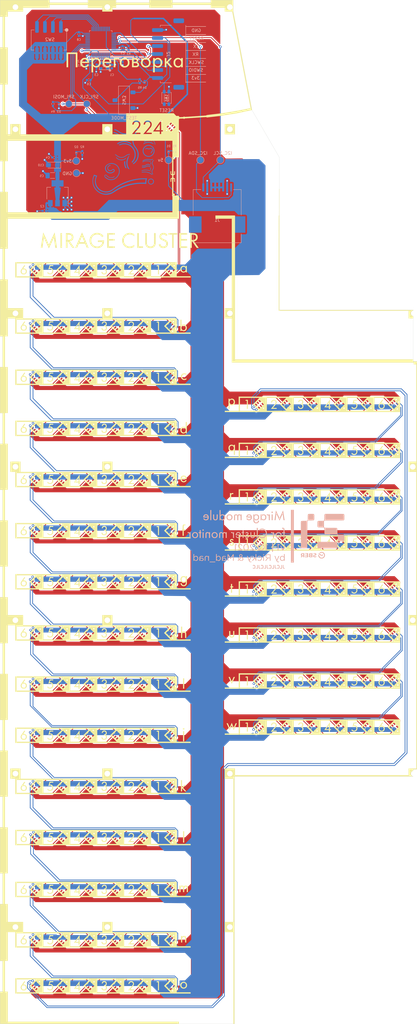
<source format=kicad_pcb>
(kicad_pcb (version 20171130) (host pcbnew "(5.1.9)-1")
  (layers (0 F.Cu signal) (31 B.Cu signal) (34 B.Paste user) (35 F.Paste user) (36 B.SilkS user) (37 F.SilkS user) (38 B.Mask user) (39 F.Mask user) (44 Edge.Cuts user))
  (net 0 "")
  (net 1 GND)
  (net 2 HSE_IN)
  (net 3 +5V)
  (net 4 HSE_OUT)
  (net 5 VDDA)
  (net 6 C_RST)
  (net 7 "Net-(D1-Pad1)")
  (net 8 "Net-(D2-Pad1)")
  (net 9 "Net-(D3-Pad2)")
  (net 10 SWITCH_MODE)
  (net 11 SYS_JTCK-SWCLK)
  (net 12 SYS_JTMS-SWDIO)
  (net 13 "Net-(LED-a-1-Pad6)")
  (net 14 "Net-(LED-a-1-Pad1)")
  (net 15 "Net-(LED-a-2-Pad6)")
  (net 16 "Net-(LED-a-2-Pad1)")
  (net 17 "Net-(LED-a-3-Pad6)")
  (net 18 "Net-(LED-a-3-Pad1)")
  (net 19 "Net-(LED-a-4-Pad6)")
  (net 20 "Net-(LED-a-4-Pad1)")
  (net 21 "Net-(LED-a-5-Pad6)")
  (net 22 "Net-(LED-a-5-Pad1)")
  (net 23 "Net-(LED-b-1-Pad6)")
  (net 24 "Net-(LED-b-1-Pad1)")
  (net 25 "Net-(LED-b-2-Pad6)")
  (net 26 "Net-(LED-b-2-Pad1)")
  (net 27 "Net-(LED-b-3-Pad6)")
  (net 28 "Net-(LED-b-3-Pad1)")
  (net 29 "Net-(LED-b-4-Pad6)")
  (net 30 "Net-(LED-b-4-Pad1)")
  (net 31 "Net-(LED-b-5-Pad6)")
  (net 32 "Net-(LED-b-5-Pad1)")
  (net 33 "Net-(LED-b-6-Pad6)")
  (net 34 "Net-(LED-b-6-Pad1)")
  (net 35 "Net-(LED-c-1-Pad6)")
  (net 36 "Net-(LED-c-1-Pad1)")
  (net 37 "Net-(LED-c-2-Pad6)")
  (net 38 "Net-(LED-c-2-Pad1)")
  (net 39 "Net-(LED-c-3-Pad6)")
  (net 40 "Net-(LED-c-3-Pad1)")
  (net 41 "Net-(LED-c-4-Pad6)")
  (net 42 "Net-(LED-c-4-Pad1)")
  (net 43 "Net-(LED-c-5-Pad6)")
  (net 44 "Net-(LED-c-5-Pad1)")
  (net 45 "Net-(LED-c-6-Pad6)")
  (net 46 "Net-(LED-c-6-Pad1)")
  (net 47 "Net-(LED-d-1-Pad6)")
  (net 48 "Net-(LED-d-1-Pad1)")
  (net 49 "Net-(LED-d-2-Pad6)")
  (net 50 "Net-(LED-d-2-Pad1)")
  (net 51 "Net-(LED-d-3-Pad6)")
  (net 52 "Net-(LED-d-3-Pad1)")
  (net 53 "Net-(LED-d-4-Pad6)")
  (net 54 "Net-(LED-d-4-Pad1)")
  (net 55 "Net-(LED-d-5-Pad6)")
  (net 56 "Net-(LED-d-5-Pad1)")
  (net 57 "Net-(LED-d-6-Pad6)")
  (net 58 "Net-(LED-d-6-Pad1)")
  (net 59 "Net-(LED-e-1-Pad6)")
  (net 60 "Net-(LED-e-1-Pad1)")
  (net 61 "Net-(LED-e-2-Pad6)")
  (net 62 "Net-(LED-e-2-Pad1)")
  (net 63 "Net-(LED-e-3-Pad6)")
  (net 64 "Net-(LED-e-3-Pad1)")
  (net 65 "Net-(LED-e-4-Pad6)")
  (net 66 "Net-(LED-e-4-Pad1)")
  (net 67 "Net-(LED-e-5-Pad6)")
  (net 68 "Net-(LED-e-5-Pad1)")
  (net 69 "Net-(LED-e-6-Pad6)")
  (net 70 "Net-(LED-e-6-Pad1)")
  (net 71 "Net-(LED-f-1-Pad6)")
  (net 72 "Net-(LED-f-1-Pad1)")
  (net 73 "Net-(LED-f-2-Pad6)")
  (net 74 "Net-(LED-f-2-Pad1)")
  (net 75 "Net-(LED-f-3-Pad6)")
  (net 76 "Net-(LED-f-3-Pad1)")
  (net 77 "Net-(LED-f-4-Pad6)")
  (net 78 "Net-(LED-f-4-Pad1)")
  (net 79 "Net-(LED-f-5-Pad6)")
  (net 80 "Net-(LED-f-5-Pad1)")
  (net 81 "Net-(LED-f-6-Pad6)")
  (net 82 "Net-(LED-f-6-Pad1)")
  (net 83 "Net-(LED-g-1-Pad6)")
  (net 84 "Net-(LED-g-1-Pad1)")
  (net 85 "Net-(LED-g-2-Pad6)")
  (net 86 "Net-(LED-g-2-Pad1)")
  (net 87 "Net-(LED-g-3-Pad6)")
  (net 88 "Net-(LED-g-3-Pad1)")
  (net 89 "Net-(LED-g-4-Pad6)")
  (net 90 "Net-(LED-g-4-Pad1)")
  (net 91 "Net-(LED-g-5-Pad6)")
  (net 92 "Net-(LED-g-5-Pad1)")
  (net 93 "Net-(LED-g-6-Pad6)")
  (net 94 "Net-(LED-g-6-Pad1)")
  (net 95 "Net-(LED-h-1-Pad6)")
  (net 96 "Net-(LED-h-1-Pad1)")
  (net 97 "Net-(LED-h-2-Pad6)")
  (net 98 "Net-(LED-h-2-Pad1)")
  (net 99 "Net-(LED-h-3-Pad6)")
  (net 100 "Net-(LED-h-3-Pad1)")
  (net 101 "Net-(LED-h-4-Pad6)")
  (net 102 "Net-(LED-h-4-Pad1)")
  (net 103 "Net-(LED-h-5-Pad6)")
  (net 104 "Net-(LED-h-5-Pad1)")
  (net 105 "Net-(LED-h-6-Pad6)")
  (net 106 "Net-(LED-h-6-Pad1)")
  (net 107 "Net-(LED-i-1-Pad6)")
  (net 108 "Net-(LED-i-1-Pad1)")
  (net 109 "Net-(LED-i-2-Pad6)")
  (net 110 "Net-(LED-i-2-Pad1)")
  (net 111 "Net-(LED-i-3-Pad6)")
  (net 112 "Net-(LED-i-3-Pad1)")
  (net 113 "Net-(LED-i-4-Pad6)")
  (net 114 "Net-(LED-i-4-Pad1)")
  (net 115 "Net-(LED-i-5-Pad6)")
  (net 116 "Net-(LED-i-5-Pad1)")
  (net 117 "Net-(LED-i-6-Pad6)")
  (net 118 "Net-(LED-i-6-Pad1)")
  (net 119 "Net-(LED-j-1-Pad6)")
  (net 120 "Net-(LED-j-1-Pad1)")
  (net 121 "Net-(LED-j-2-Pad6)")
  (net 122 "Net-(LED-j-2-Pad1)")
  (net 123 "Net-(LED-j-3-Pad6)")
  (net 124 "Net-(LED-j-3-Pad1)")
  (net 125 "Net-(LED-j-4-Pad6)")
  (net 126 "Net-(LED-j-4-Pad1)")
  (net 127 "Net-(LED-j-5-Pad6)")
  (net 128 "Net-(LED-j-5-Pad1)")
  (net 129 "Net-(LED-j-6-Pad6)")
  (net 130 "Net-(LED-j-6-Pad1)")
  (net 131 "Net-(LED-k-1-Pad6)")
  (net 132 "Net-(LED-k-1-Pad1)")
  (net 133 "Net-(LED-k-2-Pad6)")
  (net 134 "Net-(LED-k-2-Pad1)")
  (net 135 "Net-(LED-k-3-Pad6)")
  (net 136 "Net-(LED-k-3-Pad1)")
  (net 137 "Net-(LED-k-4-Pad6)")
  (net 138 "Net-(LED-k-4-Pad1)")
  (net 139 "Net-(LED-k-5-Pad6)")
  (net 140 "Net-(LED-k-5-Pad1)")
  (net 141 "Net-(LED-k-6-Pad6)")
  (net 142 "Net-(LED-k-6-Pad1)")
  (net 143 "Net-(LED-l-1-Pad6)")
  (net 144 "Net-(LED-l-1-Pad1)")
  (net 145 "Net-(LED-l-2-Pad6)")
  (net 146 "Net-(LED-l-2-Pad1)")
  (net 147 "Net-(LED-l-3-Pad6)")
  (net 148 "Net-(LED-l-3-Pad1)")
  (net 149 "Net-(LED-l-4-Pad6)")
  (net 150 "Net-(LED-l-4-Pad1)")
  (net 151 "Net-(LED-l-5-Pad6)")
  (net 152 "Net-(LED-l-5-Pad1)")
  (net 153 "Net-(LED-l-6-Pad6)")
  (net 154 "Net-(LED-l-6-Pad1)")
  (net 155 SPI1_CLK)
  (net 156 SPI1_MOSI)
  (net 157 "Net-(LED-m-1-Pad6)")
  (net 158 "Net-(LED-m-1-Pad1)")
  (net 159 "Net-(LED-m-2-Pad6)")
  (net 160 "Net-(LED-m-2-Pad1)")
  (net 161 "Net-(LED-m-3-Pad6)")
  (net 162 "Net-(LED-m-3-Pad1)")
  (net 163 "Net-(LED-m-4-Pad6)")
  (net 164 "Net-(LED-m-4-Pad1)")
  (net 165 "Net-(LED-m-5-Pad6)")
  (net 166 "Net-(LED-m-5-Pad1)")
  (net 167 "Net-(LED-m-6-Pad6)")
  (net 168 "Net-(LED-m-6-Pad1)")
  (net 169 "Net-(LED-n-1-Pad6)")
  (net 170 "Net-(LED-n-1-Pad1)")
  (net 171 "Net-(LED-n-2-Pad6)")
  (net 172 "Net-(LED-n-2-Pad1)")
  (net 173 "Net-(LED-n-3-Pad6)")
  (net 174 "Net-(LED-n-3-Pad1)")
  (net 175 "Net-(LED-n-4-Pad6)")
  (net 176 "Net-(LED-n-4-Pad1)")
  (net 177 "Net-(LED-n-5-Pad6)")
  (net 178 "Net-(LED-n-5-Pad1)")
  (net 179 "Net-(LED-n-6-Pad6)")
  (net 180 "Net-(LED-n-6-Pad1)")
  (net 181 "Net-(LED-o-1-Pad6)")
  (net 182 "Net-(LED-o-1-Pad1)")
  (net 183 "Net-(LED-o-2-Pad6)")
  (net 184 "Net-(LED-o-2-Pad1)")
  (net 185 "Net-(LED-o-3-Pad6)")
  (net 186 "Net-(LED-o-3-Pad1)")
  (net 187 "Net-(LED-o-4-Pad6)")
  (net 188 "Net-(LED-o-4-Pad1)")
  (net 189 "Net-(R3-Pad2)")
  (net 190 "Net-(R4-Pad1)")
  (net 191 "Net-(R5-Pad2)")
  (net 192 REG_4b)
  (net 193 REG_3b)
  (net 194 REG_2b)
  (net 195 REG_1b)
  (net 196 "Net-(U2-Pad46)")
  (net 197 "Net-(U2-Pad45)")
  (net 198 "Net-(U2-Pad41)")
  (net 199 "Net-(U2-Pad40)")
  (net 200 "Net-(U2-Pad38)")
  (net 201 "Net-(U2-Pad25)")
  (net 202 "Net-(U2-Pad22)")
  (net 203 "Net-(U2-Pad21)")
  (net 204 "Net-(U2-Pad20)")
  (net 205 "Net-(U2-Pad19)")
  (net 206 "Net-(U2-Pad18)")
  (net 207 "Net-(U2-Pad14)")
  (net 208 "Net-(U2-Pad11)")
  (net 209 "Net-(U2-Pad10)")
  (net 210 "Net-(U2-Pad4)")
  (net 211 "Net-(U2-Pad3)")
  (net 212 I2C2_SCL)
  (net 213 I2C2_SDA)
  (net 214 "Net-(U2-Pad33)")
  (net 215 "Net-(U2-Pad32)")
  (net 216 "Net-(LED-a-1-Pad3)")
  (net 217 "Net-(LED-a-1-Pad4)")
  (net 218 "Net-(LED-a-6-Pad1)")
  (net 219 "Net-(LED-a-6-Pad6)")
  (net 220 "Net-(LED-o-5-Pad6)")
  (net 221 "Net-(LED-o-5-Pad1)")
  (net 222 "Net-(LED-o-6-Pad1)")
  (net 223 "Net-(LED-o-6-Pad6)")
  (net 224 "Net-(LED-p-1-Pad1)")
  (net 225 "Net-(LED-p-1-Pad6)")
  (net 226 "Net-(LED-p-2-Pad6)")
  (net 227 "Net-(LED-p-2-Pad1)")
  (net 228 "Net-(LED-p-3-Pad6)")
  (net 229 "Net-(LED-p-3-Pad1)")
  (net 230 "Net-(LED-p-4-Pad1)")
  (net 231 "Net-(LED-p-4-Pad6)")
  (net 232 "Net-(LED-p-5-Pad6)")
  (net 233 "Net-(LED-p-5-Pad1)")
  (net 234 "Net-(LED-p-6-Pad6)")
  (net 235 "Net-(LED-p-6-Pad1)")
  (net 236 "Net-(LED-q-1-Pad6)")
  (net 237 "Net-(LED-q-1-Pad1)")
  (net 238 "Net-(LED-q-2-Pad1)")
  (net 239 "Net-(LED-q-2-Pad6)")
  (net 240 "Net-(LED-q-3-Pad1)")
  (net 241 "Net-(LED-q-3-Pad6)")
  (net 242 "Net-(LED-q-4-Pad6)")
  (net 243 "Net-(LED-q-4-Pad1)")
  (net 244 "Net-(LED-q-5-Pad1)")
  (net 245 "Net-(LED-q-5-Pad6)")
  (net 246 "Net-(LED-q-6-Pad1)")
  (net 247 "Net-(LED-q-6-Pad6)")
  (net 248 "Net-(LED-r-1-Pad1)")
  (net 249 "Net-(LED-r-1-Pad6)")
  (net 250 "Net-(LED-r-2-Pad6)")
  (net 251 "Net-(LED-r-2-Pad1)")
  (net 252 "Net-(LED-r-3-Pad6)")
  (net 253 "Net-(LED-r-3-Pad1)")
  (net 254 "Net-(LED-r-4-Pad1)")
  (net 255 "Net-(LED-r-4-Pad6)")
  (net 256 "Net-(LED-r-5-Pad6)")
  (net 257 "Net-(LED-r-5-Pad1)")
  (net 258 "Net-(LED-r-6-Pad1)")
  (net 259 "Net-(LED-r-6-Pad6)")
  (net 260 "Net-(LED-s-1-Pad1)")
  (net 261 "Net-(LED-s-1-Pad6)")
  (net 262 "Net-(LED-s-2-Pad6)")
  (net 263 "Net-(LED-s-2-Pad1)")
  (net 264 "Net-(LED-s-3-Pad6)")
  (net 265 "Net-(LED-s-3-Pad1)")
  (net 266 "Net-(LED-s-4-Pad1)")
  (net 267 "Net-(LED-s-4-Pad6)")
  (net 268 "Net-(LED-s-5-Pad6)")
  (net 269 "Net-(LED-s-5-Pad1)")
  (net 270 "Net-(LED-s-6-Pad1)")
  (net 271 "Net-(LED-s-6-Pad6)")
  (net 272 "Net-(LED-t-1-Pad1)")
  (net 273 "Net-(LED-t-1-Pad6)")
  (net 274 "Net-(LED-t-2-Pad6)")
  (net 275 "Net-(LED-t-2-Pad1)")
  (net 276 "Net-(LED-t-3-Pad6)")
  (net 277 "Net-(LED-t-3-Pad1)")
  (net 278 "Net-(LED-t-4-Pad1)")
  (net 279 "Net-(LED-t-4-Pad6)")
  (net 280 "Net-(LED-t-5-Pad6)")
  (net 281 "Net-(LED-t-5-Pad1)")
  (net 282 "Net-(LED-t-6-Pad1)")
  (net 283 "Net-(LED-t-6-Pad6)")
  (net 284 "Net-(LED-u-1-Pad1)")
  (net 285 "Net-(LED-u-1-Pad6)")
  (net 286 "Net-(LED-u-2-Pad6)")
  (net 287 "Net-(LED-u-2-Pad1)")
  (net 288 "Net-(LED-u-3-Pad6)")
  (net 289 "Net-(LED-u-3-Pad1)")
  (net 290 "Net-(LED-u-4-Pad1)")
  (net 291 "Net-(LED-u-4-Pad6)")
  (net 292 "Net-(LED-u-5-Pad6)")
  (net 293 "Net-(LED-u-5-Pad1)")
  (net 294 "Net-(LED-u-6-Pad1)")
  (net 295 "Net-(LED-u-6-Pad6)")
  (net 296 "Net-(LED-v-1-Pad1)")
  (net 297 "Net-(LED-v-1-Pad6)")
  (net 298 "Net-(LED-v-2-Pad6)")
  (net 299 "Net-(LED-v-2-Pad1)")
  (net 300 "Net-(LED-v-3-Pad6)")
  (net 301 "Net-(LED-v-3-Pad1)")
  (net 302 "Net-(LED-v-4-Pad1)")
  (net 303 "Net-(LED-v-4-Pad6)")
  (net 304 "Net-(LED-v-5-Pad6)")
  (net 305 "Net-(LED-v-5-Pad1)")
  (net 306 "Net-(LED-v-6-Pad1)")
  (net 307 "Net-(LED-v-6-Pad6)")
  (net 308 "Net-(LED-w-1-Pad1)")
  (net 309 "Net-(LED-w-1-Pad6)")
  (net 310 "Net-(LED-w-2-Pad6)")
  (net 311 "Net-(LED-w-2-Pad1)")
  (net 312 "Net-(LED-w-3-Pad6)")
  (net 313 "Net-(LED-w-3-Pad1)")
  (net 314 "Net-(LED-w-4-Pad1)")
  (net 315 "Net-(LED-w-4-Pad6)")
  (net 316 "Net-(LED-w-5-Pad6)")
  (net 317 "Net-(LED-w-5-Pad1)")
  (net 318 "Net-(LED-w-6-Pad1)")
  (net 319 "Net-(LED-w-6-Pad6)")
  (net 320 "Net-(SW1-Pad4)")
  (net 321 "Net-(SW1-Pad2)")
  (net 322 USART2_RX)
  (net 323 USART2_TX)
  (net 324 "Net-(U2-Pad30)")
  (net 325 "Net-(U2-Pad31)")
  (net 326 "Net-(U2-Pad35)")
  (net 327 "Net-(U2-Pad36)")
  (net 328 "Net-(U2-Pad39)")
  (module ClusterMonitor_silklib:label_mirage_silk_kicad (layer B.Cu) (at -86.741 156.21 180)
    (fp_text reference G*** hide)
    (fp_text value LOGO hide)
  )
  (module ClusterMonitor_silklib:CM_2f_mirage_silk_kicad (layer F.Cu) (at -104.9909 148.4884)
    (fp_text reference G*** hide)
    (fp_text value LOGO hide)
  )
  (module _kicad_selfmadeStandartFootprint:MountingHole_1.8mm_M1.6 (layer F.Cu) (at -39.9669 182.9181)
    (fp_text reference REF** hide)
    (fp_text value MountingHole_1.8mm_M1.6 hide)
    (pad "" np_thru_hole circle (at 0 0) (size 1.8 1.8) (drill 1.8) (layers *.Cu *.Mask))
  )
  (module _kicad_selfmadeStandartFootprint:MountingHole_1.8mm_M1.6 (layer F.Cu) (at -98.2218 26.8224)
    (fp_text reference REF** hide)
    (fp_text value MountingHole_1.8mm_M1.6 hide)
    (pad "" np_thru_hole circle (at 0 0) (size 1.8 1.8) (drill 1.8) (layers *.Cu *.Mask))
  )
  (module _kicad_selfmadeStandartFootprint:MountingHole_1.8mm_M1.6 (layer F.Cu) (at -98.2218 -12.0015)
    (fp_text reference REF** hide)
    (fp_text value MountingHole_1.8mm_M1.6 hide)
    (pad "" np_thru_hole circle (at 0 0) (size 1.8 1.8) (drill 1.8) (layers *.Cu *.Mask))
  )
  (module _kicad_selfmadeStandartFootprint:MountingHole_1.8mm_M1.6 (layer F.Cu) (at -166.5224 280.4795)
    (fp_text reference REF** hide)
    (fp_text value MountingHole_1.8mm_M1.6 hide)
    (pad "" np_thru_hole circle (at 0 0) (size 1.8 1.8) (drill 1.8) (layers *.Cu *.Mask))
  )
  (module _kicad_selfmadeStandartFootprint:MountingHole_1.8mm_M1.6 (layer F.Cu) (at -137.2489 280.4795)
    (fp_text reference REF** hide)
    (fp_text value MountingHole_1.8mm_M1.6 hide)
    (pad "" np_thru_hole circle (at 0 0) (size 1.8 1.8) (drill 1.8) (layers *.Cu *.Mask))
  )
  (module _kicad_selfmadeStandartFootprint:MountingHole_1.8mm_M1.6 (layer F.Cu) (at -98.2218 280.4795)
    (fp_text reference REF** hide)
    (fp_text value MountingHole_1.8mm_M1.6 hide)
    (pad "" np_thru_hole circle (at 0 0) (size 1.8 1.8) (drill 1.8) (layers *.Cu *.Mask))
  )
  (module _kicad_selfmadeStandartFootprint:MountingHole_1.8mm_M1.6 (layer F.Cu) (at -98.2218 231.6988)
    (fp_text reference REF** hide)
    (fp_text value MountingHole_1.8mm_M1.6 hide)
    (pad "" np_thru_hole circle (at 0 0) (size 1.8 1.8) (drill 1.8) (layers *.Cu *.Mask))
  )
  (module _kicad_selfmadeStandartFootprint:MountingHole_1.8mm_M1.6 (layer F.Cu) (at -137.2489 231.6988)
    (fp_text reference REF** hide)
    (fp_text value MountingHole_1.8mm_M1.6 hide)
    (pad "" np_thru_hole circle (at 0 0) (size 1.8 1.8) (drill 1.8) (layers *.Cu *.Mask))
  )
  (module _kicad_selfmadeStandartFootprint:MountingHole_1.8mm_M1.6 (layer F.Cu) (at -166.5097 231.6988)
    (fp_text reference REF** hide)
    (fp_text value MountingHole_1.8mm_M1.6 hide)
    (pad "" np_thru_hole circle (at 0 0) (size 1.8 1.8) (drill 1.8) (layers *.Cu *.Mask))
  )
  (module _kicad_selfmadeStandartFootprint:MountingHole_1.8mm_M1.6 (layer F.Cu) (at -166.5224 182.9181)
    (fp_text reference REF** hide)
    (fp_text value MountingHole_1.8mm_M1.6 hide)
    (pad "" np_thru_hole circle (at 0 0) (size 1.8 1.8) (drill 1.8) (layers *.Cu *.Mask))
  )
  (module _kicad_selfmadeStandartFootprint:MountingHole_1.8mm_M1.6 (layer F.Cu) (at -137.2489 182.9181)
    (fp_text reference REF** hide)
    (fp_text value MountingHole_1.8mm_M1.6 hide)
    (pad "" np_thru_hole circle (at 0 0) (size 1.8 1.8) (drill 1.8) (layers *.Cu *.Mask))
  )
  (module _kicad_selfmadeStandartFootprint:MountingHole_1.8mm_M1.6 (layer F.Cu) (at -39.9669 134.1374)
    (fp_text reference REF** hide)
    (fp_text value MountingHole_1.8mm_M1.6 hide)
    (pad "" np_thru_hole circle (at 0 0) (size 1.8 1.8) (drill 1.8) (layers *.Cu *.Mask))
  )
  (module _kicad_selfmadeStandartFootprint:MountingHole_1.8mm_M1.6 (layer F.Cu) (at -137.2489 134.1374)
    (fp_text reference REF** hide)
    (fp_text value MountingHole_1.8mm_M1.6 hide)
    (pad "" np_thru_hole circle (at 0 0) (size 1.8 1.8) (drill 1.8) (layers *.Cu *.Mask))
  )
  (module _kicad_selfmadeStandartFootprint:MountingHole_1.8mm_M1.6 (layer F.Cu) (at -166.5097 134.1374)
    (fp_text reference REF** hide)
    (fp_text value MountingHole_1.8mm_M1.6 hide)
    (pad "" np_thru_hole circle (at 0 0) (size 1.8 1.8) (drill 1.8) (layers *.Cu *.Mask))
  )
  (module _kicad_selfmadeStandartFootprint:MountingHole_1.8mm_M1.6 (layer F.Cu) (at -166.5097 85.3567)
    (fp_text reference REF** hide)
    (fp_text value MountingHole_1.8mm_M1.6 hide)
    (pad "" np_thru_hole circle (at 0 0) (size 1.8 1.8) (drill 1.8) (layers *.Cu *.Mask))
  )
  (module _kicad_selfmadeStandartFootprint:MountingHole_1.8mm_M1.6 (layer F.Cu) (at -137.2489 85.3567)
    (fp_text reference REF** hide)
    (fp_text value MountingHole_1.8mm_M1.6 hide)
    (pad "" np_thru_hole circle (at 0 0) (size 1.8 1.8) (drill 1.8) (layers *.Cu *.Mask))
  )
  (module _kicad_selfmadeStandartFootprint:MountingHole_1.8mm_M1.6 (layer F.Cu) (at -98.2218 85.3567)
    (fp_text reference REF** hide)
    (fp_text value MountingHole_1.8mm_M1.6 hide)
    (pad "" np_thru_hole circle (at 0 0) (size 1.8 1.8) (drill 1.8) (layers *.Cu *.Mask))
  )
  (module _kicad_selfmadeStandartFootprint:MountingHole_1.8mm_M1.6 (layer F.Cu) (at -166.5224 26.8224)
    (fp_text reference REF** hide)
    (fp_text value MountingHole_1.8mm_M1.6 hide)
    (pad "" np_thru_hole circle (at 0 0) (size 1.8 1.8) (drill 1.8) (layers *.Cu *.Mask))
  )
  (module _kicad_selfmadeStandartFootprint:MountingHole_1.8mm_M1.6 (layer F.Cu) (at -137.2489 26.8224)
    (fp_text reference REF** hide)
    (fp_text value MountingHole_1.8mm_M1.6 hide)
    (pad "" np_thru_hole circle (at 0 0) (size 1.8 1.8) (drill 1.8) (layers *.Cu *.Mask))
  )
  (module _kicad_selfmadeStandartFootprint:MountingHole_1.8mm_M1.6 (layer F.Cu) (at -166.5097 -12.0015)
    (fp_text reference REF** hide)
    (fp_text value MountingHole_1.8mm_M1.6 hide)
    (pad "" np_thru_hole circle (at 0 0) (size 1.8 1.8) (drill 1.8) (layers *.Cu *.Mask))
  )
  (module _kicad_selfmadeStandartFootprint:MountingHole_1.8mm_M1.6 (layer F.Cu) (at -137.2489 -12.0015)
    (fp_text reference REF** hide)
    (fp_text value MountingHole_1.8mm_M1.6 hide)
    (pad "" np_thru_hole circle (at 0 0) (size 1.8 1.8) (drill 1.8) (layers *.Cu *.Mask))
  )
  (module _kicad_selfmadeStandartFootprint:Ricky_podpis_freimor (layer B.Cu) (at -131.953 37.084 180)
    (fp_text reference G*** hide)
    (fp_text value LOGO hide)
    (fp_poly (pts (xy 4.144962 -0.525097) (xy 4.435521 -0.572646) (xy 4.711603 -0.647501) (xy 4.97003 -0.747384) (xy 5.20762 -0.870016) (xy 5.421192 -1.013119) (xy 5.607566 -1.174414) (xy 5.763562 -1.351622) (xy 5.885998 -1.542464) (xy 5.971694 -1.744661) (xy 6.000952 -1.854816) (xy 6.026281 -2.02524) (xy 6.027394 -2.194599) (xy 6.004336 -2.380319) (xy 6.00228 -2.391833) (xy 5.936688 -2.645409) (xy 5.834734 -2.87914) (xy 5.695097 -3.095426) (xy 5.516455 -3.296669) (xy 5.490499 -3.321661) (xy 5.284767 -3.488735) (xy 5.061297 -3.617398) (xy 4.820469 -3.707505) (xy 4.56266 -3.758906) (xy 4.338857 -3.772069) (xy 4.148945 -3.763788) (xy 3.977934 -3.73634) (xy 3.809581 -3.686018) (xy 3.630083 -3.61026) (xy 3.457647 -3.516688) (xy 3.298936 -3.406381) (xy 3.161427 -3.285702) (xy 3.052595 -3.161017) (xy 2.994529 -3.069166) (xy 2.963984 -2.973903) (xy 2.955615 -2.860259) (xy 2.969144 -2.745741) (xy 3.001141 -2.653787) (xy 3.082972 -2.53824) (xy 3.190574 -2.453771) (xy 3.317939 -2.404077) (xy 3.426942 -2.391833) (xy 3.504636 -2.395406) (xy 3.568843 -2.409545) (xy 3.629847 -2.439379) (xy 3.697936 -2.490038) (xy 3.783394 -2.566652) (xy 3.790102 -2.572941) (xy 3.91624 -2.680828) (xy 4.032856 -2.755426) (xy 4.149712 -2.801132) (xy 4.276572 -2.822343) (xy 4.350195 -2.825153) (xy 4.444227 -2.823247) (xy 4.514755 -2.813976) (xy 4.580486 -2.793194) (xy 4.660126 -2.756752) (xy 4.661289 -2.75618) (xy 4.813156 -2.6584) (xy 4.937321 -2.529284) (xy 5.019166 -2.396412) (xy 5.044678 -2.335688) (xy 5.059846 -2.272424) (xy 5.067083 -2.192505) (xy 5.068788 -2.106083) (xy 5.067267 -2.00608) (xy 5.059986 -1.932636) (xy 5.044043 -1.870075) (xy 5.016534 -1.802718) (xy 5.009994 -1.788583) (xy 4.920522 -1.644542) (xy 4.801927 -1.526163) (xy 4.660792 -1.437833) (xy 4.503702 -1.383942) (xy 4.380115 -1.368784) (xy 4.262314 -1.36525) (xy 4.263699 -1.264723) (xy 4.265083 -1.164196) (xy 4.341569 -1.164181) (xy 4.53312 -1.184597) (xy 4.714419 -1.243581) (xy 4.879854 -1.33762) (xy 5.02381 -1.463203) (xy 5.140674 -1.616818) (xy 5.180347 -1.68889) (xy 5.214583 -1.759794) (xy 5.237251 -1.81544) (xy 5.250734 -1.867976) (xy 5.257416 -1.929552) (xy 5.259682 -2.012316) (xy 5.259917 -2.094402) (xy 5.259191 -2.202375) (xy 5.255626 -2.279977) (xy 5.247137 -2.339165) (xy 5.231641 -2.391892) (xy 5.207054 -2.450115) (xy 5.192501 -2.481227) (xy 5.114844 -2.614235) (xy 5.015205 -2.738921) (xy 4.904594 -2.84272) (xy 4.831262 -2.893487) (xy 4.660541 -2.971501) (xy 4.480549 -3.014034) (xy 4.297909 -3.021934) (xy 4.119246 -2.996052) (xy 3.951182 -2.937236) (xy 3.800342 -2.846336) (xy 3.693339 -2.747546) (xy 3.622793 -2.674626) (xy 3.563652 -2.630805) (xy 3.504499 -2.609528) (xy 3.443824 -2.60425) (xy 3.336703 -2.621386) (xy 3.251586 -2.671541) (xy 3.193781 -2.749579) (xy 3.168602 -2.850363) (xy 3.167944 -2.871053) (xy 3.176809 -2.942515) (xy 3.198705 -3.00583) (xy 3.204459 -3.015723) (xy 3.243805 -3.057717) (xy 3.312713 -3.113592) (xy 3.402967 -3.178127) (xy 3.506349 -3.246099) (xy 3.614644 -3.312287) (xy 3.719636 -3.371468) (xy 3.813108 -3.418422) (xy 3.882094 -3.446405) (xy 4.127482 -3.506304) (xy 4.369399 -3.524815) (xy 4.60507 -3.502546) (xy 4.831722 -3.440106) (xy 5.046581 -3.338102) (xy 5.246871 -3.197142) (xy 5.321085 -3.131126) (xy 5.46859 -2.974632) (xy 5.581609 -2.81432) (xy 5.667333 -2.638963) (xy 5.705946 -2.530488) (xy 5.761023 -2.296179) (xy 5.775682 -2.071483) (xy 5.751066 -1.857971) (xy 5.688321 -1.657214) (xy 5.588591 -1.470782) (xy 5.453019 -1.300247) (xy 5.282751 -1.147179) (xy 5.078929 -1.013149) (xy 4.8427 -0.89973) (xy 4.575206 -0.80849) (xy 4.423833 -0.770265) (xy 4.323305 -0.753935) (xy 4.193783 -0.742021) (xy 4.046546 -0.734667) (xy 3.892873 -0.732014) (xy 3.744044 -0.734207) (xy 3.611337 -0.741388) (xy 3.506032 -0.7537) (xy 3.481917 -0.758319) (xy 3.168163 -0.845206) (xy 2.880642 -0.964579) (xy 2.616923 -1.117769) (xy 2.374578 -1.306106) (xy 2.232567 -1.442587) (xy 2.103546 -1.58289) (xy 1.999529 -1.712332) (xy 1.910884 -1.844392) (xy 1.82798 -1.992551) (xy 1.799651 -2.048458) (xy 1.699088 -2.278792) (xy 1.628622 -2.508033) (xy 1.586207 -2.746346) (xy 1.569793 -3.003895) (xy 1.571824 -3.179047) (xy 1.593322 -3.446869) (xy 1.639718 -3.693009) (xy 1.714353 -3.928691) (xy 1.82057 -4.165141) (xy 1.917602 -4.340683) (xy 2.111023 -4.632543) (xy 2.325541 -4.890897) (xy 2.559094 -5.114828) (xy 2.809616 -5.303418) (xy 3.075044 -5.455751) (xy 3.353314 -5.570909) (xy 3.642362 -5.647976) (xy 3.940124 -5.686033) (xy 4.244537 -5.684164) (xy 4.553536 -5.641451) (xy 4.741333 -5.595537) (xy 4.901789 -5.540812) (xy 5.073324 -5.466919) (xy 5.241823 -5.380916) (xy 5.393167 -5.289858) (xy 5.485785 -5.223396) (xy 5.638205 -5.102335) (xy 5.760498 -5.003735) (xy 5.856201 -4.924388) (xy 5.928852 -4.861088) (xy 5.981988 -4.810629) (xy 6.019146 -4.769804) (xy 6.043864 -4.735407) (xy 6.05968 -4.70423) (xy 6.060349 -4.702577) (xy 6.080593 -4.601445) (xy 6.060246 -4.507198) (xy 6.000797 -4.425892) (xy 5.990054 -4.416403) (xy 5.896072 -4.358803) (xy 5.802111 -4.343228) (xy 5.709528 -4.369391) (xy 5.619681 -4.437005) (xy 5.560289 -4.507268) (xy 5.411234 -4.678876) (xy 5.228621 -4.829902) (xy 5.009896 -4.962395) (xy 4.963583 -4.98587) (xy 4.804235 -5.060689) (xy 4.665544 -5.11576) (xy 4.535197 -5.153916) (xy 4.400882 -5.17799) (xy 4.250288 -5.190814) (xy 4.071101 -5.195223) (xy 4.053417 -5.195303) (xy 3.918981 -5.195039) (xy 3.817129 -5.192602) (xy 3.738127 -5.187048) (xy 3.672242 -5.177431) (xy 3.609742 -5.162805) (xy 3.556 -5.146975) (xy 3.477952 -5.119206) (xy 3.386531 -5.081368) (xy 3.290029 -5.03757) (xy 3.196739 -4.991921) (xy 3.114953 -4.948532) (xy 3.052964 -4.911512) (xy 3.019064 -4.88497) (xy 3.015411 -4.879067) (xy 3.009376 -4.846511) (xy 3.001255 -4.78897) (xy 2.997611 -4.759577) (xy 2.985959 -4.661404) (xy 3.128104 -4.756815) (xy 3.347033 -4.884186) (xy 3.569778 -4.972972) (xy 3.80438 -5.02559) (xy 4.058881 -5.044459) (xy 4.085167 -5.044584) (xy 4.275241 -5.037301) (xy 4.441963 -5.013353) (xy 4.602291 -4.969005) (xy 4.773184 -4.900522) (xy 4.804792 -4.886078) (xy 5.006375 -4.774998) (xy 5.195301 -4.6371) (xy 5.359248 -4.481845) (xy 5.413907 -4.418447) (xy 5.508741 -4.313295) (xy 5.597524 -4.243458) (xy 5.688122 -4.204272) (xy 5.7884 -4.191073) (xy 5.797445 -4.191) (xy 5.910982 -4.200759) (xy 6.001982 -4.234095) (xy 6.086461 -4.297094) (xy 6.093232 -4.303423) (xy 6.166511 -4.390897) (xy 6.208009 -4.489459) (xy 6.22241 -4.610926) (xy 6.222535 -4.629528) (xy 6.214918 -4.726709) (xy 6.189926 -4.814783) (xy 6.143155 -4.901915) (xy 6.070203 -4.996269) (xy 5.966667 -5.106011) (xy 5.964356 -5.108317) (xy 5.734408 -5.310327) (xy 5.475454 -5.489387) (xy 5.196026 -5.640967) (xy 4.904654 -5.760536) (xy 4.609869 -5.843563) (xy 4.561115 -5.853509) (xy 4.461929 -5.868602) (xy 4.339698 -5.881261) (xy 4.206829 -5.890809) (xy 4.075726 -5.896567) (xy 3.958793 -5.897857) (xy 3.868436 -5.894) (xy 3.852333 -5.892265) (xy 3.50812 -5.828927) (xy 3.185185 -5.729016) (xy 2.883456 -5.592486) (xy 2.602858 -5.419291) (xy 2.34332 -5.209387) (xy 2.104768 -4.962726) (xy 1.88713 -4.679264) (xy 1.86293 -4.643542) (xy 1.692337 -4.36643) (xy 1.558944 -4.098807) (xy 1.460683 -3.834349) (xy 1.395485 -3.566735) (xy 1.361279 -3.289641) (xy 1.354667 -3.090333) (xy 1.373413 -2.759095) (xy 1.430199 -2.445287) (xy 1.525849 -2.146166) (xy 1.661182 -1.858989) (xy 1.78426 -1.657177) (xy 1.976201 -1.406396) (xy 2.196309 -1.182453) (xy 2.440524 -0.987294) (xy 2.704784 -0.822868) (xy 2.985027 -0.691121) (xy 3.277192 -0.594003) (xy 3.577217 -0.53346) (xy 3.881041 -0.51144) (xy 4.144962 -0.525097)) (layer B.Cu) (width 0.01))
    (fp_poly (pts (xy -8.452377 4.281632) (xy -8.389158 4.271046) (xy -8.322812 4.248639) (xy -8.238769 4.210331) (xy -8.20793 4.19513) (xy -8.076103 4.137148) (xy -7.962659 4.107656) (xy -7.854872 4.106433) (xy -7.740014 4.133259) (xy -7.612081 4.184833) (xy -7.520362 4.224533) (xy -7.449113 4.248086) (xy -7.381543 4.259436) (xy -7.300859 4.262525) (xy -7.281333 4.262497) (xy -7.164569 4.255917) (xy -7.070698 4.235417) (xy -7.017524 4.214939) (xy -6.931625 4.173548) (xy -6.878188 4.13549) (xy -6.849645 4.090318) (xy -6.838428 4.027585) (xy -6.836833 3.96547) (xy -6.840064 3.883401) (xy -6.850751 3.841523) (xy -6.870386 3.838117) (xy -6.900463 3.871465) (xy -6.908326 3.8831) (xy -6.946179 3.923649) (xy -7.005311 3.969913) (xy -7.043052 3.994129) (xy -7.170647 4.045724) (xy -7.308029 4.056361) (xy -7.455502 4.026032) (xy -7.567083 3.979334) (xy -7.643198 3.943082) (xy -7.704053 3.921075) (xy -7.76563 3.90983) (xy -7.843908 3.905865) (xy -7.90575 3.905532) (xy -7.999916 3.906838) (xy -8.067687 3.912996) (xy -8.124991 3.927869) (xy -8.187757 3.955318) (xy -8.255 3.990198) (xy -8.341907 4.033916) (xy -8.408702 4.059469) (xy -8.47101 4.071387) (xy -8.544456 4.074198) (xy -8.544769 4.074197) (xy -8.627288 4.0704) (xy -8.687462 4.055811) (xy -8.744969 4.024742) (xy -8.766353 4.010159) (xy -8.884739 3.906513) (xy -8.970248 3.787537) (xy -9.020001 3.658917) (xy -9.031117 3.526342) (xy -9.027635 3.494005) (xy -9.017021 3.444047) (xy -8.997331 3.400258) (xy -8.962007 3.352929) (xy -8.904493 3.29235) (xy -8.866025 3.254696) (xy -8.749647 3.126929) (xy -8.669402 3.000701) (xy -8.620453 2.866887) (xy -8.601273 2.755141) (xy -8.595135 2.678636) (xy -8.601603 2.638059) (xy -8.627745 2.627371) (xy -8.68063 2.640531) (xy -8.719396 2.654196) (xy -8.76514 2.675868) (xy -8.792312 2.707953) (xy -8.811275 2.764451) (xy -8.816142 2.784878) (xy -8.85287 2.905356) (xy -8.90438 2.99667) (xy -8.978456 3.07141) (xy -9.006506 3.092671) (xy -9.105905 3.18776) (xy -9.175083 3.309464) (xy -9.214969 3.459811) (xy -9.225465 3.569864) (xy -9.227494 3.663881) (xy -9.222044 3.733153) (xy -9.206196 3.795022) (xy -9.177031 3.866831) (xy -9.174555 3.872368) (xy -9.086717 4.01934) (xy -8.97047 4.136745) (xy -8.830187 4.221797) (xy -8.67024 4.271715) (xy -8.527043 4.284476) (xy -8.452377 4.281632)) (layer B.Cu) (width 0.01))
    (fp_poly (pts (xy -4.410847 10.514255) (xy -4.316751 10.498989) (xy -4.202018 10.476239) (xy -4.076645 10.448209) (xy -3.950629 10.417105) (xy -3.833964 10.38513) (xy -3.759654 10.362244) (xy -3.398178 10.221633) (xy -3.05701 10.043879) (xy -2.736353 9.829096) (xy -2.597008 9.718901) (xy -2.28667 9.486787) (xy -1.962 9.293751) (xy -1.624776 9.140239) (xy -1.276778 9.0267) (xy -0.919786 8.953581) (xy -0.555578 8.921327) (xy -0.185934 8.930388) (xy 0.187368 8.98121) (xy 0.270513 8.998192) (xy 0.594892 9.087729) (xy 0.914717 9.213153) (xy 1.221058 9.370061) (xy 1.504983 9.554052) (xy 1.68275 9.694151) (xy 1.822133 9.799192) (xy 1.993616 9.905502) (xy 2.18741 10.008228) (xy 2.393727 10.102522) (xy 2.602778 10.183532) (xy 2.788098 10.241882) (xy 2.940947 10.283965) (xy 3.011565 10.150974) (xy 3.082184 10.017982) (xy 2.844653 9.949499) (xy 2.564264 9.85187) (xy 2.279904 9.721497) (xy 2.003614 9.564822) (xy 1.747441 9.388287) (xy 1.64891 9.309909) (xy 1.468532 9.177464) (xy 1.255294 9.050973) (xy 1.018656 8.935253) (xy 0.768077 8.835119) (xy 0.620407 8.786181) (xy 0.397453 8.724064) (xy 0.187266 8.679634) (xy -0.031476 8.648814) (xy -0.164352 8.636087) (xy -0.283566 8.626635) (xy -0.376665 8.620983) (xy -0.45699 8.619198) (xy -0.53788 8.621348) (xy -0.632676 8.627501) (xy -0.754717 8.637725) (xy -0.771212 8.639174) (xy -1.148372 8.69348) (xy -1.517061 8.788746) (xy -1.875173 8.924081) (xy -2.220604 9.098594) (xy -2.551251 9.311393) (xy -2.783417 9.491519) (xy -3.058428 9.695381) (xy -3.361402 9.872244) (xy -3.685319 10.018945) (xy -4.023157 10.132321) (xy -4.367896 10.209209) (xy -4.38166 10.211469) (xy -4.420591 10.219698) (xy -4.445465 10.235249) (xy -4.462785 10.267802) (xy -4.479054 10.327036) (xy -4.489272 10.371664) (xy -4.52264 10.519834) (xy -4.474311 10.519834) (xy -4.410847 10.514255)) (layer B.Cu) (width 0.01))
    (fp_poly (pts (xy 3.321896 9.354372) (xy 3.338477 9.313497) (xy 3.343596 9.294904) (xy 3.361691 9.223229) (xy 3.376796 9.156264) (xy 3.377599 9.152296) (xy 3.390295 9.088815) (xy 3.187658 9.05291) (xy 2.908729 8.988487) (xy 2.62453 8.895069) (xy 2.347707 8.777811) (xy 2.090902 8.641863) (xy 1.93675 8.543174) (xy 1.740241 8.407655) (xy 1.571882 8.294369) (xy 1.425944 8.200161) (xy 1.296702 8.121875) (xy 1.178427 8.056357) (xy 1.065393 8.000453) (xy 0.951873 7.951007) (xy 0.832139 7.904865) (xy 0.700464 7.858873) (xy 0.685087 7.853714) (xy 0.39824 7.773368) (xy 0.090421 7.715134) (xy -0.224651 7.680607) (xy -0.53326 7.671381) (xy -0.7745 7.684065) (xy -1.107902 7.733051) (xy -1.443198 7.814513) (xy -1.767043 7.924655) (xy -2.02943 8.041025) (xy -2.156053 8.104949) (xy -2.251121 8.155871) (xy -2.321151 8.1993) (xy -2.37266 8.240747) (xy -2.412162 8.285721) (xy -2.446176 8.339733) (xy -2.481217 8.408293) (xy -2.493233 8.433208) (xy -2.546089 8.537151) (xy -2.607468 8.648603) (xy -2.665834 8.746782) (xy -2.677321 8.76484) (xy -2.773972 8.914247) (xy -2.598778 8.767314) (xy -2.291551 8.535766) (xy -1.969295 8.34291) (xy -1.634203 8.189174) (xy -1.288469 8.074988) (xy -0.934284 8.00078) (xy -0.573842 7.966979) (xy -0.209337 7.974013) (xy 0.157039 8.022312) (xy 0.523093 8.112305) (xy 0.610137 8.139982) (xy 0.798332 8.211073) (xy 0.997418 8.301259) (xy 1.192677 8.403084) (xy 1.369391 8.509093) (xy 1.456251 8.568585) (xy 1.67343 8.722252) (xy 1.867801 8.850356) (xy 2.046741 8.957017) (xy 2.217626 9.046355) (xy 2.387833 9.122489) (xy 2.564738 9.189539) (xy 2.573796 9.192694) (xy 2.72024 9.23957) (xy 2.881164 9.284556) (xy 3.041104 9.323727) (xy 3.184596 9.353156) (xy 3.243353 9.362706) (xy 3.295271 9.367337) (xy 3.321896 9.354372)) (layer B.Cu) (width 0.01))
    (fp_poly (pts (xy -9.096184 8.784255) (xy -9.009849 8.760955) (xy -8.950609 8.735075) (xy -8.903562 8.698729) (xy -8.872653 8.665975) (xy -8.71161 8.45206) (xy -8.585209 8.218009) (xy -8.49502 7.969029) (xy -8.442616 7.710327) (xy -8.429567 7.447112) (xy -8.446153 7.252621) (xy -8.489268 7.052511) (xy -8.558707 6.847295) (xy -8.647284 6.657739) (xy -8.65959 6.63575) (xy -8.717386 6.537211) (xy -8.762408 6.469598) (xy -8.801477 6.426314) (xy -8.841416 6.40076) (xy -8.889047 6.386338) (xy -8.923632 6.380362) (xy -8.984212 6.372189) (xy -9.010481 6.373406) (xy -9.0099 6.386525) (xy -8.996839 6.40502) (xy -8.960281 6.450233) (xy -8.918986 6.498167) (xy -8.858767 6.578307) (xy -8.7934 6.685991) (xy -8.7298 6.808184) (xy -8.674882 6.931851) (xy -8.643866 7.01675) (xy -8.610505 7.140412) (xy -8.589363 7.272385) (xy -8.578052 7.421104) (xy -8.584397 7.68578) (xy -8.629605 7.933831) (xy -8.713938 8.165899) (xy -8.83766 8.382626) (xy -9.001033 8.584654) (xy -9.090177 8.673394) (xy -9.246779 8.819642) (xy -9.096184 8.784255)) (layer B.Cu) (width 0.01))
    (fp_poly (pts (xy -7.478585 6.778332) (xy -7.150155 6.72629) (xy -6.834098 6.633974) (xy -6.633263 6.551539) (xy -6.482608 6.482346) (xy -6.468015 6.379132) (xy -6.45719 6.310355) (xy -6.446555 6.254857) (xy -6.442618 6.238875) (xy -6.438202 6.217518) (xy -6.444518 6.208172) (xy -6.467468 6.21256) (xy -6.512956 6.232405) (xy -6.586887 6.26943) (xy -6.638568 6.296064) (xy -6.865478 6.400341) (xy -7.09274 6.476805) (xy -7.329448 6.527366) (xy -7.584694 6.553933) (xy -7.867571 6.558416) (xy -7.885945 6.558017) (xy -8.225974 6.549965) (xy -8.094514 6.783917) (xy -7.820216 6.790265) (xy -7.478585 6.778332)) (layer B.Cu) (width 0.01))
    (fp_poly (pts (xy 0.421453 6.476337) (xy 0.786596 6.400746) (xy 1.143609 6.286798) (xy 1.489363 6.134511) (xy 1.820735 5.943902) (xy 1.874143 5.908546) (xy 1.959593 5.850041) (xy 2.038297 5.794689) (xy 2.099568 5.750079) (xy 2.125527 5.729995) (xy 2.187304 5.679428) (xy 2.066481 5.588205) (xy 1.945657 5.496982) (xy 1.856537 5.563595) (xy 1.558611 5.760766) (xy 1.235239 5.927242) (xy 0.892862 6.060171) (xy 0.537923 6.1567) (xy 0.497917 6.16507) (xy 0.332169 6.190581) (xy 0.139059 6.207042) (xy -0.06937 6.214467) (xy -0.281072 6.212873) (xy -0.484002 6.202274) (xy -0.666116 6.182686) (xy -0.775711 6.16343) (xy -1.101238 6.076135) (xy -1.421189 5.956955) (xy -1.725197 5.810408) (xy -2.002898 5.64101) (xy -2.049237 5.608478) (xy -2.122801 5.555958) (xy -2.182077 5.514166) (xy -2.219673 5.488282) (xy -2.229154 5.482402) (xy -2.246511 5.494284) (xy -2.285018 5.523646) (xy -2.299543 5.535027) (xy -2.366002 5.587418) (xy -2.32486 5.698834) (xy -2.303192 5.751593) (xy -2.278085 5.792653) (xy -2.241365 5.830411) (xy -2.184853 5.873262) (xy -2.100375 5.929602) (xy -2.099651 5.930073) (xy -1.765114 6.123451) (xy -1.416826 6.278354) (xy -1.057915 6.394799) (xy -0.691506 6.472802) (xy -0.320724 6.512382) (xy 0.051304 6.513554) (xy 0.421453 6.476337)) (layer B.Cu) (width 0.01))
    (fp_poly (pts (xy -7.530598 6.222534) (xy -7.287797 6.19525) (xy -7.059035 6.145863) (xy -6.831833 6.071556) (xy -6.593709 5.96951) (xy -6.549151 5.948186) (xy -6.455885 5.902259) (xy -6.393038 5.868028) (xy -6.35276 5.839089) (xy -6.327201 5.809035) (xy -6.308512 5.771463) (xy -6.297361 5.742724) (xy -6.263142 5.658601) (xy -6.222816 5.568907) (xy -6.208979 5.540375) (xy -6.182101 5.484832) (xy -6.166331 5.448858) (xy -6.164435 5.441065) (xy -6.182995 5.453072) (xy -6.227568 5.484009) (xy -6.289817 5.528062) (xy -6.314854 5.545945) (xy -6.57973 5.710017) (xy -6.863799 5.838513) (xy -7.162592 5.930959) (xy -7.471639 5.986882) (xy -7.786469 6.005808) (xy -8.102611 5.987262) (xy -8.415597 5.930772) (xy -8.720956 5.835863) (xy -8.79013 5.808346) (xy -8.880968 5.77457) (xy -8.988773 5.740068) (xy -9.082533 5.714296) (xy -9.243594 5.670739) (xy -9.396669 5.621808) (xy -9.529022 5.571795) (xy -9.599083 5.540157) (xy -9.68375 5.498132) (xy -9.631872 5.55425) (xy -9.577204 5.603707) (xy -9.494296 5.666897) (xy -9.39231 5.73772) (xy -9.280407 5.810077) (xy -9.167749 5.877868) (xy -9.063496 5.934994) (xy -9.04875 5.942466) (xy -8.798025 6.055357) (xy -8.553741 6.137958) (xy -8.304484 6.192902) (xy -8.038841 6.222821) (xy -7.799917 6.230531) (xy -7.530598 6.222534)) (layer B.Cu) (width 0.01))
    (fp_poly (pts (xy -9.910737 9.104737) (xy -9.868615 9.086125) (xy -9.833331 9.067408) (xy -9.73512 8.988657) (xy -9.682113 8.915439) (xy -9.640093 8.84939) (xy -9.582442 8.767419) (xy -9.520794 8.68599) (xy -9.513572 8.676901) (xy -9.368465 8.480642) (xy -9.256605 8.293797) (xy -9.173412 8.106768) (xy -9.11431 7.909956) (xy -9.089195 7.787138) (xy -9.06419 7.523266) (xy -9.080871 7.261249) (xy -9.138598 7.00353) (xy -9.236726 6.752557) (xy -9.374615 6.510776) (xy -9.453347 6.400522) (xy -9.579951 6.223219) (xy -9.676509 6.059769) (xy -9.747724 5.899842) (xy -9.798294 5.733107) (xy -9.829112 5.574758) (xy -9.84334 5.49219) (xy -9.858295 5.439945) (xy -9.879526 5.406285) (xy -9.912585 5.379477) (xy -9.925409 5.371161) (xy -9.997261 5.325668) (xy -9.982409 5.489571) (xy -9.937239 5.756198) (xy -9.851861 6.013313) (xy -9.728102 6.256406) (xy -9.592974 6.450054) (xy -9.448295 6.652197) (xy -9.341076 6.851447) (xy -9.268011 7.056331) (xy -9.225796 7.275374) (xy -9.213328 7.4295) (xy -9.217179 7.665361) (xy -9.251757 7.884047) (xy -9.31942 8.092415) (xy -9.422526 8.297323) (xy -9.563432 8.505625) (xy -9.599363 8.552112) (xy -9.658689 8.63214) (xy -9.72171 8.725203) (xy -9.783709 8.823329) (xy -9.839969 8.918543) (xy -9.885775 9.002872) (xy -9.916409 9.068344) (xy -9.927167 9.106259) (xy -9.910737 9.104737)) (layer B.Cu) (width 0.01))
    (fp_poly (pts (xy -7.669327 5.236255) (xy -7.398155 5.189465) (xy -7.138617 5.104057) (xy -6.894762 4.981679) (xy -6.67064 4.823978) (xy -6.483653 4.647262) (xy -6.30628 4.425816) (xy -6.168516 4.189613) (xy -6.070092 3.937961) (xy -6.010739 3.670167) (xy -5.990187 3.385538) (xy -5.990167 3.376084) (xy -6.009699 3.090159) (xy -6.068288 2.820556) (xy -6.165923 2.567303) (xy -6.302591 2.33043) (xy -6.478283 2.109967) (xy -6.485566 2.102089) (xy -6.69169 1.910306) (xy -6.919076 1.753927) (xy -7.16413 1.634083) (xy -7.423259 1.551909) (xy -7.692871 1.508538) (xy -7.969372 1.505102) (xy -8.24917 1.542736) (xy -8.255 1.543963) (xy -8.519778 1.621095) (xy -8.766369 1.734868) (xy -8.991913 1.882464) (xy -9.193552 2.061063) (xy -9.368426 2.267846) (xy -9.513677 2.499994) (xy -9.626445 2.754688) (xy -9.687386 2.956372) (xy -9.707564 3.073298) (xy -9.719665 3.21792) (xy -9.723689 3.376377) (xy -9.722489 3.42328) (xy -9.502111 3.42328) (xy -9.488023 3.174404) (xy -9.473466 3.086904) (xy -9.411397 2.845442) (xy -9.323191 2.63194) (xy -9.204369 2.437985) (xy -9.050452 2.255165) (xy -9.007697 2.211917) (xy -8.810247 2.041454) (xy -8.602787 1.910193) (xy -8.380173 1.815284) (xy -8.204934 1.767273) (xy -8.047995 1.744654) (xy -7.869407 1.737611) (xy -7.686772 1.745863) (xy -7.51769 1.76913) (xy -7.472348 1.778969) (xy -7.226807 1.859144) (xy -6.998387 1.976279) (xy -6.791258 2.127034) (xy -6.609589 2.308068) (xy -6.457548 2.516038) (xy -6.38197 2.652989) (xy -6.289405 2.888124) (xy -6.235018 3.133663) (xy -6.218235 3.384078) (xy -6.23848 3.633844) (xy -6.295181 3.877435) (xy -6.387762 4.109325) (xy -6.515649 4.323986) (xy -6.562055 4.385767) (xy -6.737309 4.574414) (xy -6.937336 4.732051) (xy -7.157299 4.856875) (xy -7.392366 4.947082) (xy -7.637702 5.000871) (xy -7.888473 5.016437) (xy -8.139843 4.991977) (xy -8.171304 4.985968) (xy -8.419037 4.915844) (xy -8.647578 4.811421) (xy -8.854453 4.676308) (xy -9.037186 4.514116) (xy -9.193303 4.328453) (xy -9.320329 4.122928) (xy -9.415789 3.901152) (xy -9.477208 3.666733) (xy -9.502111 3.42328) (xy -9.722489 3.42328) (xy -9.719635 3.534808) (xy -9.707505 3.679354) (xy -9.687386 3.795796) (xy -9.600674 4.064067) (xy -9.479266 4.311459) (xy -9.326231 4.535419) (xy -9.144637 4.733394) (xy -8.937553 4.902831) (xy -8.708048 5.041177) (xy -8.459191 5.145879) (xy -8.19405 5.214384) (xy -7.948083 5.242781) (xy -7.669327 5.236255)) (layer B.Cu) (width 0.01))
    (fp_poly (pts (xy -1.801949 2.38988) (xy -1.714443 2.382774) (xy -1.623396 2.371791) (xy -1.550466 2.35983) (xy -1.309722 2.301169) (xy -1.081015 2.217277) (xy -0.856229 2.104326) (xy -0.627246 1.958484) (xy -0.495297 1.861888) (xy -0.236655 1.686287) (xy 0.024747 1.552285) (xy 0.2903 1.459174) (xy 0.296333 1.457544) (xy 0.436027 1.429948) (xy 0.602049 1.412792) (xy 0.781456 1.406105) (xy 0.961305 1.409913) (xy 1.128654 1.424244) (xy 1.270561 1.449126) (xy 1.29488 1.455407) (xy 1.574598 1.550391) (xy 1.830042 1.675643) (xy 2.070677 1.836139) (xy 2.169583 1.915235) (xy 2.291513 2.009549) (xy 2.426947 2.101048) (xy 2.565005 2.183283) (xy 2.69481 2.249803) (xy 2.805485 2.294159) (xy 2.812284 2.296282) (xy 2.838139 2.302917) (xy 2.847737 2.29742) (xy 2.839998 2.272466) (xy 2.813841 2.220731) (xy 2.796247 2.18765) (xy 2.75105 2.111873) (xy 2.704341 2.060343) (xy 2.640473 2.017404) (xy 2.60914 2.000444) (xy 2.540833 1.9601) (xy 2.452997 1.901707) (xy 2.358718 1.834203) (xy 2.297094 1.787257) (xy 2.138235 1.665804) (xy 2.000959 1.568918) (xy 1.876538 1.491611) (xy 1.75625 1.428891) (xy 1.631369 1.37577) (xy 1.493169 1.327257) (xy 1.49225 1.326959) (xy 1.259319 1.266128) (xy 1.014076 1.228289) (xy 0.771199 1.21496) (xy 0.545364 1.227662) (xy 0.53975 1.228366) (xy 0.247218 1.285358) (xy -0.033852 1.380897) (xy -0.306258 1.516171) (xy -0.572794 1.692371) (xy -0.601131 1.713734) (xy -0.855044 1.890056) (xy -1.102693 2.027048) (xy -1.342902 2.124171) (xy -1.574495 2.180888) (xy -1.640417 2.18976) (xy -1.737979 2.201371) (xy -1.803005 2.213413) (xy -1.845141 2.229851) (xy -1.874037 2.254654) (xy -1.899341 2.291787) (xy -1.902825 2.297651) (xy -1.930562 2.346717) (xy -1.946117 2.378225) (xy -1.947333 2.38246) (xy -1.927983 2.39027) (xy -1.876326 2.39256) (xy -1.801949 2.38988)) (layer B.Cu) (width 0.01))
    (fp_poly (pts (xy 2.470721 1.431001) (xy 2.46919 1.408874) (xy 2.459428 1.355467) (xy 2.443314 1.280609) (xy 2.435461 1.246648) (xy 2.412664 1.156704) (xy 2.390705 1.094974) (xy 2.362515 1.048084) (xy 2.321027 1.002661) (xy 2.292164 0.975468) (xy 2.071777 0.800391) (xy 1.825695 0.655111) (xy 1.559942 0.54139) (xy 1.280543 0.460988) (xy 0.993522 0.415668) (xy 0.704903 0.407191) (xy 0.440152 0.433947) (xy 0.202437 0.488524) (xy -0.034394 0.570062) (xy -0.257572 0.673322) (xy -0.454325 0.793065) (xy -0.479406 0.811119) (xy -0.545719 0.861713) (xy -0.585454 0.900078) (xy -0.606902 0.937998) (xy -0.618352 0.987251) (xy -0.622152 1.013985) (xy -0.633166 1.084047) (xy -0.645065 1.140749) (xy -0.650533 1.159133) (xy -0.643677 1.165195) (xy -0.612439 1.146464) (xy -0.563439 1.106976) (xy -0.559811 1.1038) (xy -0.415612 0.989532) (xy -0.253992 0.882394) (xy -0.090448 0.791996) (xy 0.027286 0.739749) (xy 0.156925 0.691298) (xy 0.265148 0.655802) (xy 0.363238 0.631323) (xy 0.462475 0.615925) (xy 0.574143 0.607669) (xy 0.709523 0.604619) (xy 0.814917 0.604509) (xy 0.951467 0.605519) (xy 1.055311 0.608143) (xy 1.13607 0.613411) (xy 1.203366 0.62235) (xy 1.266822 0.635989) (xy 1.336059 0.655357) (xy 1.360769 0.662859) (xy 1.619686 0.760165) (xy 1.862601 0.886699) (xy 2.082807 1.038096) (xy 2.273593 1.209987) (xy 2.370218 1.31997) (xy 2.416993 1.376669) (xy 2.452691 1.416348) (xy 2.470235 1.431188) (xy 2.470721 1.431001)) (layer B.Cu) (width 0.01))
    (fp_poly (pts (xy -9.229092 0.856273) (xy -9.182643 0.828047) (xy -9.147213 0.804692) (xy -8.980528 0.716023) (xy -8.793323 0.659599) (xy -8.657167 0.641274) (xy -8.579217 0.638442) (xy -8.503372 0.642193) (xy -8.418109 0.653985) (xy -8.311905 0.675274) (xy -8.218052 0.696817) (xy -8.097345 0.724223) (xy -7.998493 0.742943) (xy -7.907103 0.754585) (xy -7.808779 0.760758) (xy -7.689127 0.763071) (xy -7.62337 0.763282) (xy -7.496155 0.761667) (xy -7.368921 0.757161) (xy -7.254811 0.750412) (xy -7.166963 0.742068) (xy -7.152318 0.74006) (xy -6.902141 0.691431) (xy -6.64152 0.620341) (xy -6.387022 0.532016) (xy -6.155211 0.431681) (xy -6.121226 0.414808) (xy -6.062902 0.38275) (xy -6.027889 0.351729) (xy -6.005624 0.307738) (xy -5.985544 0.236769) (xy -5.98483 0.233938) (xy -5.970119 0.168085) (xy -5.963564 0.122611) (xy -5.966072 0.107942) (xy -5.989082 0.11822) (xy -6.041292 0.14452) (xy -6.114669 0.182722) (xy -6.19125 0.223387) (xy -6.399903 0.32252) (xy -6.634158 0.412146) (xy -6.877435 0.486336) (xy -7.027333 0.522368) (xy -7.11241 0.537805) (xy -7.205822 0.54879) (xy -7.316203 0.555889) (xy -7.452187 0.559672) (xy -7.609417 0.560713) (xy -7.753679 0.560304) (xy -7.864659 0.5585) (xy -7.951405 0.554444) (xy -8.022966 0.547277) (xy -8.088389 0.536142) (xy -8.156722 0.520182) (xy -8.222294 0.50261) (xy -8.443738 0.45689) (xy -8.648595 0.445869) (xy -8.834383 0.469369) (xy -8.998622 0.527213) (xy -9.06216 0.562701) (xy -9.114382 0.593744) (xy -9.151599 0.612384) (xy -9.159455 0.614694) (xy -9.184291 0.627879) (xy -9.227103 0.659922) (xy -9.244702 0.674577) (xy -9.287292 0.714655) (xy -9.302177 0.745985) (xy -9.295417 0.785351) (xy -9.290256 0.800717) (xy -9.270792 0.845973) (xy -9.254385 0.867214) (xy -9.253055 0.867449) (xy -9.229092 0.856273)) (layer B.Cu) (width 0.01))
    (fp_poly (pts (xy -7.037431 0.276574) (xy -6.687032 0.223674) (xy -6.344433 0.130648) (xy -6.064633 0.021339) (xy -5.991985 -0.013271) (xy -5.949279 -0.041387) (xy -5.926934 -0.071677) (xy -5.915365 -0.112808) (xy -5.91517 -0.113844) (xy -5.907752 -0.168469) (xy -5.907928 -0.204487) (xy -5.908649 -0.206941) (xy -5.92972 -0.207456) (xy -5.978923 -0.192036) (xy -6.046616 -0.163857) (xy -6.06425 -0.155686) (xy -6.190748 -0.101657) (xy -6.343161 -0.045295) (xy -6.505739 0.008234) (xy -6.662735 0.05376) (xy -6.7984 0.086115) (xy -6.805083 0.08744) (xy -6.89495 0.099711) (xy -7.019783 0.108895) (xy -7.172303 0.114594) (xy -7.33425 0.116417) (xy -7.512977 0.114751) (xy -7.660791 0.108639) (xy -7.789022 0.096412) (xy -7.909 0.076399) (xy -8.032053 0.046929) (xy -8.169513 0.006334) (xy -8.244417 -0.017751) (xy -8.337921 -0.047936) (xy -8.416729 -0.072587) (xy -8.472123 -0.089029) (xy -8.494929 -0.094607) (xy -8.514083 -0.077573) (xy -8.537835 -0.034986) (xy -8.541118 -0.027442) (xy -8.569629 0.040366) (xy -8.450028 0.085115) (xy -8.101929 0.193617) (xy -7.74823 0.261635) (xy -7.39228 0.289257) (xy -7.037431 0.276574)) (layer B.Cu) (width 0.01))
    (fp_poly (pts (xy 0.095227 5.77895) (xy 0.475706 5.736069) (xy 0.850816 5.65271) (xy 0.998312 5.608036) (xy 1.079901 5.579098) (xy 1.176199 5.541406) (xy 1.279817 5.498287) (xy 1.383365 5.453068) (xy 1.479453 5.409076) (xy 1.560692 5.369639) (xy 1.619693 5.338083) (xy 1.649065 5.317736) (xy 1.651 5.314165) (xy 1.633364 5.299378) (xy 1.586493 5.271755) (xy 1.519439 5.236518) (xy 1.497542 5.225637) (xy 1.344083 5.150323) (xy 1.207308 5.212501) (xy 0.885503 5.336164) (xy 0.546304 5.423936) (xy 0.195366 5.475436) (xy -0.161658 5.490282) (xy -0.519114 5.468093) (xy -0.871347 5.408487) (xy -1.044059 5.364441) (xy -1.388447 5.24466) (xy -1.71425 5.088286) (xy -2.01917 4.897802) (xy -2.300912 4.675691) (xy -2.557175 4.424435) (xy -2.785664 4.146517) (xy -2.98408 3.844419) (xy -3.150126 3.520623) (xy -3.281505 3.177613) (xy -3.36856 2.852882) (xy -3.392228 2.713208) (xy -3.409488 2.541707) (xy -3.420777 2.333775) (xy -3.422401 2.286) (xy -3.426126 2.13694) (xy -3.426462 2.018231) (xy -3.422782 1.917981) (xy -3.414458 1.824297) (xy -3.400862 1.725287) (xy -3.389004 1.653046) (xy -3.304846 1.282224) (xy -3.182326 0.928861) (xy -3.021934 0.594006) (xy -2.824164 0.278708) (xy -2.623549 0.022819) (xy -2.471449 -0.153195) (xy -2.576874 -0.25862) (xy -2.682299 -0.364044) (xy -2.835547 -0.187314) (xy -3.075947 0.121986) (xy -3.281806 0.454685) (xy -3.451618 0.807718) (xy -3.583882 1.178016) (xy -3.666464 1.508011) (xy -3.683289 1.596447) (xy -3.69572 1.678005) (xy -3.704363 1.761611) (xy -3.709823 1.856193) (xy -3.712706 1.970676) (xy -3.713619 2.113987) (xy -3.71352 2.201334) (xy -3.712482 2.36346) (xy -3.709938 2.49189) (xy -3.705266 2.595252) (xy -3.697845 2.682173) (xy -3.687055 2.761283) (xy -3.672272 2.841209) (xy -3.664935 2.876119) (xy -3.560021 3.269596) (xy -3.420237 3.640304) (xy -3.24648 3.987056) (xy -3.039649 4.308667) (xy -2.800642 4.603948) (xy -2.530359 4.871713) (xy -2.229697 5.110776) (xy -1.899554 5.31995) (xy -1.757042 5.396207) (xy -1.405714 5.551418) (xy -1.04109 5.667585) (xy -0.666904 5.744421) (xy -0.286887 5.781638) (xy 0.095227 5.77895)) (layer B.Cu) (width 0.01))
    (fp_poly (pts (xy -4.318323 9.689799) (xy -4.249477 9.640546) (xy -4.156937 9.571295) (xy -3.858097 9.322121) (xy -3.590564 9.044705) (xy -3.355472 8.740423) (xy -3.153955 8.410649) (xy -3.079946 8.265584) (xy -2.927648 7.902803) (xy -2.816342 7.533255) (xy -2.745712 7.159446) (xy -2.715444 6.78388) (xy -2.725223 6.409062) (xy -2.774736 6.037498) (xy -2.863666 5.671693) (xy -2.991701 5.31415) (xy -3.158525 4.967376) (xy -3.363824 4.633876) (xy -3.5703 4.360334) (xy -3.793803 4.065089) (xy -3.978396 3.76656) (xy -4.127365 3.45806) (xy -4.243994 3.132902) (xy -4.321764 2.831022) (xy -4.338866 2.745499) (xy -4.351348 2.664463) (xy -4.35989 2.578649) (xy -4.365169 2.478793) (xy -4.367863 2.355629) (xy -4.368653 2.199895) (xy -4.368654 2.19075) (xy -4.367959 2.033488) (xy -4.365412 1.909183) (xy -4.360321 1.808477) (xy -4.351992 1.72201) (xy -4.339734 1.640423) (xy -4.322855 1.554357) (xy -4.320891 1.545167) (xy -4.220614 1.171935) (xy -4.085135 0.822119) (xy -3.914203 0.495243) (xy -3.707564 0.190833) (xy -3.464964 -0.091585) (xy -3.429 -0.128503) (xy -3.333854 -0.220649) (xy -3.228167 -0.316453) (xy -3.125553 -0.403897) (xy -3.048 -0.464837) (xy -2.974396 -0.520247) (xy -2.91575 -0.566338) (xy -2.879038 -0.597502) (xy -2.870104 -0.607796) (xy -2.881221 -0.629929) (xy -2.907036 -0.67468) (xy -2.940446 -0.730384) (xy -2.974352 -0.785376) (xy -3.001654 -0.827992) (xy -3.015249 -0.846567) (xy -3.015514 -0.846666) (xy -3.033664 -0.835326) (xy -3.078023 -0.805086) (xy -3.140324 -0.761611) (xy -3.166389 -0.743221) (xy -3.459534 -0.51036) (xy -3.728586 -0.245046) (xy -3.970006 0.048165) (xy -4.180254 0.364719) (xy -4.355792 0.700059) (xy -4.436637 0.891827) (xy -4.554712 1.255317) (xy -4.632867 1.628039) (xy -4.671297 2.006135) (xy -4.670198 2.385751) (xy -4.629768 2.76303) (xy -4.550201 3.134116) (xy -4.431695 3.495154) (xy -4.287816 3.816356) (xy -4.200475 3.978049) (xy -4.106532 4.131498) (xy -3.998617 4.28779) (xy -3.869362 4.458014) (xy -3.82081 4.519084) (xy -3.646693 4.746773) (xy -3.502289 4.960789) (xy -3.382088 5.170945) (xy -3.280579 5.38705) (xy -3.192254 5.618917) (xy -3.175853 5.66754) (xy -3.115136 5.866651) (xy -3.071107 6.0514) (xy -3.041735 6.235123) (xy -3.024987 6.431158) (xy -3.018833 6.652843) (xy -3.018694 6.69925) (xy -3.032779 7.036907) (xy -3.076321 7.35207) (xy -3.151524 7.654644) (xy -3.260594 7.954531) (xy -3.335194 8.120608) (xy -3.465244 8.360583) (xy -3.624289 8.601066) (xy -3.804409 8.832121) (xy -3.997682 9.04381) (xy -4.196189 9.226194) (xy -4.252072 9.271) (xy -4.40233 9.387417) (xy -4.402498 9.562787) (xy -4.402722 9.638569) (xy -4.399701 9.688979) (xy -4.388151 9.714198) (xy -4.362786 9.71441) (xy -4.318323 9.689799)) (layer B.Cu) (width 0.01))
    (fp_poly (pts (xy -8.469586 -0.265192) (xy -8.45983 -0.296958) (xy -8.455094 -0.360844) (xy -8.454912 -0.44699) (xy -8.458821 -0.545541) (xy -8.466353 -0.646637) (xy -8.477045 -0.740422) (xy -8.49043 -0.817038) (xy -8.496809 -0.841949) (xy -8.518803 -0.911147) (xy -8.537909 -0.962116) (xy -8.549406 -0.983058) (xy -8.56798 -0.972385) (xy -8.598582 -0.935751) (xy -8.61082 -0.917963) (xy -8.637463 -0.872662) (xy -8.648362 -0.833017) (xy -8.645577 -0.782312) (xy -8.634884 -0.722577) (xy -8.622821 -0.631476) (xy -8.617249 -0.526479) (xy -8.618145 -0.460355) (xy -8.625417 -0.320178) (xy -8.554005 -0.286181) (xy -8.504566 -0.26726) (xy -8.472716 -0.26351) (xy -8.469586 -0.265192)) (layer B.Cu) (width 0.01))
    (fp_poly (pts (xy -7.55454 -0.81253) (xy -7.404685 -0.832105) (xy -7.30857 -0.855802) (xy -7.264863 -0.870895) (xy -7.220438 -0.890305) (xy -7.169314 -0.9176) (xy -7.105516 -0.956346) (xy -7.023065 -1.010113) (xy -6.915983 -1.082468) (xy -6.829562 -1.141691) (xy -6.749555 -1.188225) (xy -6.654483 -1.231845) (xy -6.596729 -1.252806) (xy -6.477758 -1.280165) (xy -6.333494 -1.298655) (xy -6.180238 -1.307278) (xy -6.034293 -1.305033) (xy -5.927907 -1.293793) (xy -5.857095 -1.283349) (xy -5.804887 -1.278221) (xy -5.783252 -1.279358) (xy -5.775416 -1.303704) (xy -5.766189 -1.354013) (xy -5.763775 -1.370914) (xy -5.760258 -1.428322) (xy -5.772491 -1.458569) (xy -5.792013 -1.470595) (xy -5.833786 -1.479078) (xy -5.907894 -1.485835) (xy -6.004369 -1.490713) (xy -6.113244 -1.493558) (xy -6.224549 -1.494217) (xy -6.328316 -1.492536) (xy -6.414578 -1.488364) (xy -6.473365 -1.481546) (xy -6.475546 -1.481103) (xy -6.634542 -1.439804) (xy -6.774402 -1.384089) (xy -6.910834 -1.306692) (xy -7.023961 -1.227354) (xy -7.152706 -1.137247) (xy -7.265508 -1.074555) (xy -7.374538 -1.035037) (xy -7.491963 -1.014456) (xy -7.629954 -1.008573) (xy -7.65175 -1.008682) (xy -7.847084 -1.026137) (xy -8.022784 -1.076642) (xy -8.186619 -1.163292) (xy -8.339225 -1.282702) (xy -8.421903 -1.357396) (xy -8.4364 -1.280123) (xy -8.441748 -1.236793) (xy -8.434648 -1.201946) (xy -8.409363 -1.163799) (xy -8.360158 -1.110567) (xy -8.347657 -1.097801) (xy -8.232703 -1.002258) (xy -8.091733 -0.917878) (xy -7.940994 -0.853367) (xy -7.837796 -0.824575) (xy -7.705382 -0.809638) (xy -7.55454 -0.81253)) (layer B.Cu) (width 0.01))
    (fp_poly (pts (xy -7.57296 -1.338259) (xy -7.364424 -1.3483) (xy -7.04242 -1.511431) (xy -6.851425 -1.602963) (xy -6.683911 -1.670464) (xy -6.530257 -1.716289) (xy -6.380843 -1.742795) (xy -6.226046 -1.752338) (xy -6.074833 -1.74841) (xy -5.975643 -1.741769) (xy -5.886724 -1.734191) (xy -5.820132 -1.726786) (xy -5.794375 -1.722559) (xy -5.758641 -1.717026) (xy -5.741689 -1.728205) (xy -5.736521 -1.765985) (xy -5.736167 -1.804813) (xy -5.737546 -1.848647) (xy -5.745573 -1.88069) (xy -5.766085 -1.903041) (xy -5.80492 -1.917799) (xy -5.867913 -1.927063) (xy -5.960902 -1.932933) (xy -6.089723 -1.937506) (xy -6.106583 -1.938028) (xy -6.262831 -1.939962) (xy -6.38771 -1.934548) (xy -6.491643 -1.921184) (xy -6.528632 -1.913715) (xy -6.782243 -1.83613) (xy -7.029672 -1.717661) (xy -7.069154 -1.69467) (xy -7.223416 -1.61327) (xy -7.36862 -1.561318) (xy -7.520171 -1.53371) (xy -7.567655 -1.529518) (xy -7.768632 -1.535755) (xy -7.963571 -1.581225) (xy -8.145149 -1.663465) (xy -8.302625 -1.776955) (xy -8.359024 -1.824059) (xy -8.391409 -1.840238) (xy -8.402949 -1.822895) (xy -8.396813 -1.769435) (xy -8.383977 -1.710327) (xy -8.354776 -1.640336) (xy -8.297828 -1.573663) (xy -8.207961 -1.505081) (xy -8.138583 -1.462291) (xy -7.999957 -1.394296) (xy -7.85882 -1.353407) (xy -7.702259 -1.336792) (xy -7.57296 -1.338259)) (layer B.Cu) (width 0.01))
    (fp_poly (pts (xy -0.270578 0.065364) (xy -0.194483 0.022195) (xy -0.147613 -0.009981) (xy -0.121687 -0.0398) (xy -0.108425 -0.075901) (xy -0.102111 -0.110368) (xy -0.08564 -0.287714) (xy -0.085893 -0.493911) (xy -0.101794 -0.7194) (xy -0.132268 -0.954623) (xy -0.176238 -1.190021) (xy -0.232629 -1.416035) (xy -0.258792 -1.502833) (xy -0.28598 -1.581983) (xy -0.321365 -1.676224) (xy -0.361263 -1.776737) (xy -0.401987 -1.874702) (xy -0.439856 -1.9613) (xy -0.471182 -2.027711) (xy -0.492283 -2.065115) (xy -0.495101 -2.068489) (xy -0.518183 -2.075191) (xy -0.571317 -2.085537) (xy -0.637489 -2.096418) (xy -0.715513 -2.108816) (xy -0.781824 -2.120192) (xy -0.816555 -2.12693) (xy -0.832751 -2.126896) (xy -0.83707 -2.113444) (xy -0.827694 -2.081051) (xy -0.802803 -2.024194) (xy -0.760577 -1.93735) (xy -0.741539 -1.899194) (xy -0.603391 -1.591277) (xy -0.502108 -1.289584) (xy -0.435326 -0.984427) (xy -0.400683 -0.666118) (xy -0.394421 -0.47625) (xy -0.394494 -0.347123) (xy -0.396609 -0.220224) (xy -0.400432 -0.107268) (xy -0.40563 -0.019966) (xy -0.408161 0.006399) (xy -0.424739 0.15038) (xy -0.270578 0.065364)) (layer B.Cu) (width 0.01))
    (fp_poly (pts (xy -1.638965 1.894417) (xy -1.525778 1.756136) (xy -1.408556 1.586298) (xy -1.292676 1.394622) (xy -1.183514 1.190825) (xy -1.086447 0.984624) (xy -1.006852 0.785739) (xy -0.977305 0.6985) (xy -0.892002 0.373144) (xy -0.835271 0.032528) (xy -0.80837 -0.311144) (xy -0.812558 -0.645671) (xy -0.824389 -0.78513) (xy -0.865237 -1.051539) (xy -0.929245 -1.328199) (xy -1.01255 -1.602633) (xy -1.111289 -1.862366) (xy -1.221599 -2.094922) (xy -1.240923 -2.130317) (xy -1.283719 -2.202065) (xy -1.321772 -2.247683) (xy -1.368334 -2.279363) (xy -1.43462 -2.308485) (xy -1.519138 -2.344124) (xy -1.617918 -2.388755) (xy -1.697397 -2.426773) (xy -1.839044 -2.496961) (xy -1.71238 -2.322689) (xy -1.633547 -2.203724) (xy -1.547867 -2.056816) (xy -1.461586 -1.894281) (xy -1.38095 -1.728432) (xy -1.312207 -1.571585) (xy -1.261603 -1.436054) (xy -1.259764 -1.43038) (xy -1.192148 -1.19046) (xy -1.145511 -0.951822) (xy -1.117192 -0.698697) (xy -1.107727 -0.529166) (xy -1.108447 -0.206846) (xy -1.137588 0.096018) (xy -1.197259 0.39161) (xy -1.289566 0.69211) (xy -1.34386 0.836084) (xy -1.385287 0.946106) (xy -1.424141 1.059405) (xy -1.455282 1.160465) (xy -1.470074 1.217084) (xy -1.501911 1.340532) (xy -1.545292 1.486487) (xy -1.59492 1.638618) (xy -1.645495 1.780593) (xy -1.686436 1.883834) (xy -1.736025 2.00025) (xy -1.638965 1.894417)) (layer B.Cu) (width 0.01))
    (fp_poly (pts (xy -8.507756 -1.975453) (xy -8.479498 -2.030185) (xy -8.449034 -2.107945) (xy -8.419489 -2.199503) (xy -8.393986 -2.295635) (xy -8.375647 -2.387111) (xy -8.370283 -2.426873) (xy -8.363844 -2.501489) (xy -8.367481 -2.551942) (xy -8.385868 -2.596055) (xy -8.423674 -2.651652) (xy -8.43228 -2.663408) (xy -8.491988 -2.742167) (xy -8.531092 -2.786489) (xy -8.551816 -2.797586) (xy -8.556387 -2.776672) (xy -8.547294 -2.726098) (xy -8.532842 -2.607931) (xy -8.535849 -2.468796) (xy -8.554711 -2.325525) (xy -8.587825 -2.194952) (xy -8.601371 -2.158103) (xy -8.656641 -2.021416) (xy -8.609279 -1.984535) (xy -8.563986 -1.959007) (xy -8.530687 -1.952975) (xy -8.507756 -1.975453)) (layer B.Cu) (width 0.01))
    (fp_poly (pts (xy -6.77827 -2.629992) (xy -6.61767 -2.639653) (xy -6.569208 -2.644907) (xy -6.42321 -2.667749) (xy -6.258612 -2.701031) (xy -6.089866 -2.741256) (xy -5.931428 -2.784927) (xy -5.79775 -2.828549) (xy -5.775153 -2.837) (xy -5.707162 -2.865566) (xy -5.668908 -2.891209) (xy -5.649691 -2.92354) (xy -5.641496 -2.957106) (xy -5.634387 -3.008228) (xy -5.634941 -3.037774) (xy -5.635887 -3.039442) (xy -5.658178 -3.036477) (xy -5.708774 -3.020784) (xy -5.776828 -2.995737) (xy -5.778441 -2.995106) (xy -5.855563 -2.967951) (xy -5.958866 -2.935762) (xy -6.073294 -2.903074) (xy -6.157814 -2.880845) (xy -6.528616 -2.809184) (xy -6.903598 -2.77892) (xy -7.279398 -2.789796) (xy -7.652652 -2.841552) (xy -8.019996 -2.93393) (xy -8.334205 -3.047996) (xy -8.530167 -3.129876) (xy -8.530167 -3.05581) (xy -8.528079 -3.017951) (xy -8.516529 -2.990617) (xy -8.487587 -2.96634) (xy -8.433323 -2.937651) (xy -8.376708 -2.911256) (xy -8.168578 -2.827079) (xy -7.93337 -2.751873) (xy -7.686128 -2.690396) (xy -7.662333 -2.685396) (xy -7.517824 -2.662084) (xy -7.344229 -2.644409) (xy -7.154483 -2.632849) (xy -6.961519 -2.627884) (xy -6.77827 -2.629992)) (layer B.Cu) (width 0.01))
    (fp_poly (pts (xy -9.29395 0.346752) (xy -9.153726 0.177103) (xy -9.051569 -0.003232) (xy -8.983279 -0.202565) (xy -8.960185 -0.31395) (xy -8.944789 -0.414061) (xy -8.938287 -0.491394) (xy -8.940681 -0.564472) (xy -8.951974 -0.651818) (xy -8.960238 -0.702367) (xy -8.999428 -0.872822) (xy -9.056521 -1.01723) (xy -9.065971 -1.035742) (xy -9.111046 -1.121841) (xy -9.165492 -1.226161) (xy -9.219207 -1.329336) (xy -9.231424 -1.35285) (xy -9.323917 -1.53095) (xy -9.323917 -1.807933) (xy -9.323418 -1.922709) (xy -9.320826 -2.005576) (xy -9.314495 -2.066955) (xy -9.30278 -2.11727) (xy -9.284034 -2.166942) (xy -9.258467 -2.2225) (xy -9.215126 -2.305304) (xy -9.157407 -2.404544) (xy -9.095807 -2.5024) (xy -9.077735 -2.529416) (xy -8.962962 -2.732985) (xy -8.88788 -2.946575) (xy -8.853231 -3.166613) (xy -8.859763 -3.389528) (xy -8.876895 -3.4925) (xy -8.912347 -3.618033) (xy -8.965082 -3.751766) (xy -9.028202 -3.878808) (xy -9.09481 -3.984266) (xy -9.118652 -4.014475) (xy -9.156637 -4.055871) (xy -9.184332 -4.069217) (xy -9.218277 -4.05921) (xy -9.23925 -4.048724) (xy -9.284358 -4.024852) (xy -9.309332 -4.010348) (xy -9.310119 -4.009741) (xy -9.302385 -3.991073) (xy -9.274801 -3.949146) (xy -9.24246 -3.90514) (xy -9.128629 -3.725024) (xy -9.055154 -3.534194) (xy -9.02068 -3.328627) (xy -9.017503 -3.2385) (xy -9.023224 -3.106433) (xy -9.04269 -2.987466) (xy -9.079356 -2.872114) (xy -9.136674 -2.750891) (xy -9.218099 -2.614313) (xy -9.277364 -2.524866) (xy -9.371344 -2.37025) (xy -9.4357 -2.221383) (xy -9.474273 -2.065288) (xy -9.490905 -1.888992) (xy -9.492253 -1.799166) (xy -9.485245 -1.630725) (xy -9.462896 -1.488181) (xy -9.420926 -1.356571) (xy -9.355056 -1.220929) (xy -9.300451 -1.128427) (xy -9.193912 -0.922485) (xy -9.128555 -0.716481) (xy -9.104199 -0.5127) (xy -9.120662 -0.313423) (xy -9.177765 -0.120935) (xy -9.275325 0.062482) (xy -9.408189 0.229301) (xy -9.541768 0.370902) (xy -9.490297 0.434159) (xy -9.438826 0.497417) (xy -9.29395 0.346752)) (layer B.Cu) (width 0.01))
    (fp_poly (pts (xy -6.408743 -3.245758) (xy -6.197834 -3.26112) (xy -6.010591 -3.285668) (xy -5.93725 -3.299674) (xy -5.824749 -3.323798) (xy -5.747343 -3.341577) (xy -5.698921 -3.356362) (xy -5.673371 -3.3715) (xy -5.66458 -3.390342) (xy -5.666435 -3.416238) (xy -5.671637 -3.445225) (xy -5.677528 -3.479841) (xy -5.685972 -3.502786) (xy -5.703734 -3.514601) (xy -5.737577 -3.515823) (xy -5.794266 -3.506992) (xy -5.880563 -3.488647) (xy -5.969 -3.468921) (xy -6.049089 -3.452093) (xy -6.122802 -3.439521) (xy -6.198493 -3.430602) (xy -6.284515 -3.424738) (xy -6.389221 -3.421327) (xy -6.520963 -3.419768) (xy -6.656917 -3.419451) (xy -6.818573 -3.419961) (xy -6.946303 -3.421885) (xy -7.048507 -3.425813) (xy -7.133584 -3.432336) (xy -7.209934 -3.442045) (xy -7.285956 -3.45553) (xy -7.344833 -3.467829) (xy -7.675638 -3.556117) (xy -7.996919 -3.673629) (xy -8.301006 -3.816793) (xy -8.580231 -3.98204) (xy -8.805333 -4.147838) (xy -8.870895 -4.200916) (xy -8.913721 -4.229771) (xy -8.943932 -4.236874) (xy -8.971648 -4.224701) (xy -9.005728 -4.196806) (xy -9.068285 -4.142997) (xy -8.984434 -4.070771) (xy -8.887594 -3.994241) (xy -8.763585 -3.906415) (xy -8.623414 -3.814287) (xy -8.478093 -3.724849) (xy -8.338629 -3.645094) (xy -8.216032 -3.582015) (xy -8.211918 -3.580071) (xy -7.893923 -3.449601) (xy -7.554875 -3.346068) (xy -7.244745 -3.279864) (xy -7.061321 -3.256634) (xy -6.852702 -3.24333) (xy -6.631105 -3.239766) (xy -6.408743 -3.245758)) (layer B.Cu) (width 0.01))
    (fp_poly (pts (xy -8.355309 -5.458834) (xy -8.178511 -5.529878) (xy -8.013239 -5.639088) (xy -7.962018 -5.683543) (xy -7.829368 -5.832825) (xy -7.735632 -5.998704) (xy -7.681109 -6.180427) (xy -7.666098 -6.377239) (xy -7.668161 -6.422987) (xy -7.701217 -6.62297) (xy -7.771129 -6.804552) (xy -7.875296 -6.96432) (xy -8.011116 -7.09886) (xy -8.175986 -7.204759) (xy -8.305939 -7.259557) (xy -8.451511 -7.292915) (xy -8.61403 -7.30293) (xy -8.77604 -7.289789) (xy -8.920084 -7.253679) (xy -8.921986 -7.252975) (xy -9.098208 -7.166615) (xy -9.249025 -7.050781) (xy -9.371885 -6.910515) (xy -9.464237 -6.750858) (xy -9.523529 -6.576851) (xy -9.547209 -6.393534) (xy -9.542214 -6.328833) (xy -9.329697 -6.328833) (xy -9.324741 -6.496217) (xy -9.289995 -6.639812) (xy -9.222582 -6.76851) (xy -9.162368 -6.845573) (xy -9.031058 -6.964926) (xy -8.882279 -7.047883) (xy -8.721512 -7.09332) (xy -8.55424 -7.100112) (xy -8.385945 -7.067137) (xy -8.282838 -7.025912) (xy -8.145589 -6.938326) (xy -8.028317 -6.821771) (xy -7.940221 -6.686174) (xy -7.915441 -6.629434) (xy -7.882988 -6.497751) (xy -7.874718 -6.350759) (xy -7.889908 -6.204182) (xy -7.927833 -6.073743) (xy -7.942498 -6.042117) (xy -8.036096 -5.903049) (xy -8.16046 -5.783738) (xy -8.293869 -5.699787) (xy -8.359824 -5.670225) (xy -8.419395 -5.652496) (xy -8.487714 -5.643733) (xy -8.57991 -5.641074) (xy -8.60425 -5.641023) (xy -8.746844 -5.648673) (xy -8.862909 -5.674976) (xy -8.966092 -5.725233) (xy -9.070036 -5.804743) (xy -9.103086 -5.834792) (xy -9.206219 -5.946596) (xy -9.274783 -6.06137) (xy -9.314361 -6.191284) (xy -9.329697 -6.328833) (xy -9.542214 -6.328833) (xy -9.532725 -6.20595) (xy -9.506289 -6.098643) (xy -9.443172 -5.938236) (xy -9.358497 -5.80353) (xy -9.242892 -5.679686) (xy -9.23996 -5.676997) (xy -9.079341 -5.55683) (xy -8.905647 -5.474955) (xy -8.723796 -5.431348) (xy -8.53871 -5.425983) (xy -8.355309 -5.458834)) (layer B.Cu) (width 0.01))
    (fp_poly (pts (xy 9.491418 -4.191982) (xy 9.521556 -4.237162) (xy 9.559704 -4.306393) (xy 9.593535 -4.375328) (xy 9.754523 -4.768559) (xy 9.875649 -5.172499) (xy 9.956856 -5.584064) (xy 9.998085 -6.000169) (xy 9.999276 -6.417729) (xy 9.960371 -6.833659) (xy 9.88131 -7.244874) (xy 9.762036 -7.64829) (xy 9.660964 -7.909464) (xy 9.475833 -8.291903) (xy 9.25659 -8.65098) (xy 9.005556 -8.984892) (xy 8.72505 -9.29184) (xy 8.417393 -9.57002) (xy 8.084904 -9.817633) (xy 7.729902 -10.032876) (xy 7.354708 -10.213949) (xy 6.961642 -10.359049) (xy 6.553023 -10.466375) (xy 6.311522 -10.510345) (xy 6.18423 -10.525678) (xy 6.029237 -10.537907) (xy 5.858283 -10.546689) (xy 5.683107 -10.551682) (xy 5.51545 -10.552543) (xy 5.36705 -10.54893) (xy 5.255714 -10.541159) (xy 4.948321 -10.497586) (xy 4.637964 -10.432929) (xy 4.34028 -10.35086) (xy 4.119852 -10.2744) (xy 3.949215 -10.204054) (xy 3.778329 -10.123619) (xy 3.599951 -10.029177) (xy 3.40684 -9.916807) (xy 3.191753 -9.78259) (xy 3.093141 -9.718775) (xy 2.458265 -9.321033) (xy 1.829362 -8.96145) (xy 1.200874 -8.637453) (xy 0.56724 -8.346468) (xy -0.077098 -8.085922) (xy -0.7377 -7.853243) (xy -1.32995 -7.671486) (xy -2.062192 -7.480627) (xy -2.807609 -7.324096) (xy -3.560634 -7.20257) (xy -4.315702 -7.116728) (xy -5.067246 -7.067248) (xy -5.809701 -7.054808) (xy -6.290769 -7.067162) (xy -6.448577 -7.074239) (xy -6.600009 -7.081532) (xy -6.737574 -7.088642) (xy -6.853778 -7.095169) (xy -6.94113 -7.100713) (xy -6.985 -7.104154) (xy -7.122583 -7.117137) (xy -7.122779 -6.696526) (xy -7.126616 -6.465644) (xy -7.139109 -6.265017) (xy -7.162082 -6.083121) (xy -7.197355 -5.908432) (xy -7.246751 -5.729429) (xy -7.27393 -5.647564) (xy -6.942667 -5.647564) (xy -6.938547 -5.678241) (xy -6.927721 -5.737701) (xy -6.912486 -5.813365) (xy -6.911686 -5.817175) (xy -6.874647 -6.005146) (xy -6.848274 -6.170153) (xy -6.830174 -6.329501) (xy -6.818476 -6.49114) (xy -6.805083 -6.727531) (xy -5.81025 -6.737913) (xy -5.513527 -6.741617) (xy -5.251941 -6.74639) (xy -5.018299 -6.752637) (xy -4.805411 -6.760765) (xy -4.606084 -6.77118) (xy -4.413128 -6.784287) (xy -4.219351 -6.800493) (xy -4.01756 -6.820204) (xy -3.800565 -6.843825) (xy -3.672417 -6.858597) (xy -2.854666 -6.973971) (xy -2.056948 -7.126387) (xy -1.278289 -7.316133) (xy -0.517715 -7.543496) (xy 0.225747 -7.808764) (xy 0.953074 -8.112225) (xy 1.583293 -8.41248) (xy 1.77609 -8.511619) (xy 1.959537 -8.610016) (xy 2.139331 -8.711156) (xy 2.321169 -8.818524) (xy 2.510749 -8.935605) (xy 2.713769 -9.065887) (xy 2.935927 -9.212854) (xy 3.182918 -9.379992) (xy 3.33375 -9.483385) (xy 3.615099 -9.659976) (xy 3.911255 -9.811748) (xy 4.226484 -9.940109) (xy 4.565049 -10.04647) (xy 4.931215 -10.132238) (xy 5.329247 -10.198822) (xy 5.598583 -10.231586) (xy 5.67611 -10.235799) (xy 5.78425 -10.236362) (xy 5.911482 -10.233723) (xy 6.046284 -10.228329) (xy 6.177136 -10.220628) (xy 6.292515 -10.21107) (xy 6.371809 -10.20152) (xy 6.750374 -10.123387) (xy 7.120847 -10.005269) (xy 7.480365 -9.849189) (xy 7.826069 -9.65717) (xy 8.155098 -9.431235) (xy 8.464591 -9.173408) (xy 8.751687 -8.885713) (xy 9.013526 -8.570172) (xy 9.247246 -8.228809) (xy 9.310733 -8.122904) (xy 9.494865 -7.766919) (xy 9.639666 -7.402338) (xy 9.744989 -7.031696) (xy 9.810683 -6.657523) (xy 9.836599 -6.282354) (xy 9.822587 -5.908719) (xy 9.768498 -5.539152) (xy 9.674182 -5.176185) (xy 9.53949 -4.822351) (xy 9.509434 -4.756603) (xy 9.468031 -4.673462) (xy 9.430913 -4.607993) (xy 9.402623 -4.567674) (xy 9.38923 -4.558612) (xy 9.360799 -4.567842) (xy 9.300693 -4.586213) (xy 9.217877 -4.611015) (xy 9.126556 -4.638001) (xy 9.024237 -4.668778) (xy 8.956431 -4.691723) (xy 8.916769 -4.70999) (xy 8.898883 -4.726732) (xy 8.896402 -4.745103) (xy 8.89769 -4.751326) (xy 8.90846 -4.786532) (xy 8.930373 -4.852885) (xy 8.960478 -4.941614) (xy 8.995823 -5.043946) (xy 9.004709 -5.069416) (xy 9.112675 -5.424486) (xy 9.183992 -5.770743) (xy 9.220129 -6.117787) (xy 9.222559 -6.475215) (xy 9.22207 -6.487583) (xy 9.186552 -6.871156) (xy 9.113035 -7.237871) (xy 9.002932 -7.586318) (xy 8.857657 -7.915092) (xy 8.678623 -8.222786) (xy 8.467243 -8.507991) (xy 8.224931 -8.769302) (xy 7.9531 -9.00531) (xy 7.653164 -9.214609) (xy 7.326536 -9.395791) (xy 6.974629 -9.54745) (xy 6.598857 -9.668178) (xy 6.200633 -9.756569) (xy 5.894917 -9.800047) (xy 5.571926 -9.817859) (xy 5.249738 -9.799235) (xy 4.92128 -9.743494) (xy 4.691928 -9.684387) (xy 4.527336 -9.633617) (xy 4.378298 -9.580496) (xy 4.238053 -9.521394) (xy 4.099837 -9.452683) (xy 3.956888 -9.370736) (xy 3.802444 -9.271923) (xy 3.629743 -9.152617) (xy 3.432021 -9.009189) (xy 3.428015 -9.006234) (xy 2.780837 -8.552385) (xy 2.106606 -8.125116) (xy 1.409044 -7.725999) (xy 0.691872 -7.356606) (xy -0.041187 -7.018508) (xy -0.786414 -6.713277) (xy -1.540087 -6.442484) (xy -2.298483 -6.207701) (xy -3.057882 -6.0105) (xy -3.814563 -5.852452) (xy -4.191 -5.788558) (xy -4.444682 -5.750601) (xy -4.68012 -5.719407) (xy -4.906208 -5.694284) (xy -5.13184 -5.674537) (xy -5.36591 -5.659473) (xy -5.617314 -5.648398) (xy -5.894945 -5.640619) (xy -6.143625 -5.636278) (xy -6.373973 -5.633571) (xy -6.563308 -5.632411) (xy -6.712925 -5.632815) (xy -6.824116 -5.634803) (xy -6.898176 -5.638393) (xy -6.936397 -5.643603) (xy -6.942667 -5.647564) (xy -7.27393 -5.647564) (xy -7.302027 -5.562934) (xy -7.38438 -5.329136) (xy -6.459732 -5.339784) (xy -6.170191 -5.343802) (xy -5.915509 -5.349049) (xy -5.688219 -5.356006) (xy -5.480853 -5.365154) (xy -5.285945 -5.376975) (xy -5.096026 -5.391948) (xy -4.903629 -5.410556) (xy -4.701287 -5.43328) (xy -4.481532 -5.460599) (xy -4.3815 -5.473658) (xy -3.550396 -5.604627) (xy -2.729247 -5.776598) (xy -1.919148 -5.989178) (xy -1.121197 -6.241975) (xy -0.33649 -6.534593) (xy 0.433878 -6.866641) (xy 1.18881 -7.237725) (xy 1.92721 -7.647451) (xy 2.294063 -7.86929) (xy 2.433447 -7.958669) (xy 2.591731 -8.064563) (xy 2.754661 -8.177167) (xy 2.907982 -8.286672) (xy 3.003146 -8.357129) (xy 3.121629 -8.446597) (xy 3.240457 -8.536323) (xy 3.351151 -8.619907) (xy 3.445234 -8.690948) (xy 3.514231 -8.743045) (xy 3.51561 -8.744086) (xy 3.793102 -8.94124) (xy 4.060244 -9.104292) (xy 4.325313 -9.237155) (xy 4.596583 -9.343743) (xy 4.88233 -9.427968) (xy 5.037667 -9.463862) (xy 5.214647 -9.492085) (xy 5.41952 -9.509492) (xy 5.639247 -9.516062) (xy 5.860787 -9.511772) (xy 6.071099 -9.4966) (xy 6.257143 -9.470525) (xy 6.280737 -9.465957) (xy 6.641313 -9.373152) (xy 6.980896 -9.245802) (xy 7.298228 -9.086438) (xy 7.592051 -8.897591) (xy 7.861105 -8.681791) (xy 8.104132 -8.441569) (xy 8.319872 -8.179456) (xy 8.507068 -7.897982) (xy 8.664459 -7.599677) (xy 8.790788 -7.287073) (xy 8.884795 -6.9627) (xy 8.945221 -6.629088) (xy 8.970808 -6.288768) (xy 8.960297 -5.944272) (xy 8.912429 -5.598128) (xy 8.825944 -5.252869) (xy 8.699585 -4.911024) (xy 8.625817 -4.751757) (xy 8.582267 -4.662829) (xy 8.547034 -4.589244) (xy 8.523589 -4.538371) (xy 8.5154 -4.517575) (xy 8.515465 -4.517448) (xy 8.536175 -4.510962) (xy 8.589901 -4.49522) (xy 8.66892 -4.47246) (xy 8.765504 -4.444917) (xy 8.784167 -4.439622) (xy 8.903408 -4.404113) (xy 9.017357 -4.366048) (xy 9.136173 -4.321578) (xy 9.270013 -4.266851) (xy 9.429035 -4.198018) (xy 9.473767 -4.17822) (xy 9.491418 -4.191982)) (layer B.Cu) (width 0.01))
  )
  (module Resistor_SMD:R_0402_1005Metric_Pad0.72x0.64mm_HandSolder (layer B.Cu) (at -115.8367 34.0741 270)
    (fp_text reference R1 (at -1.905 0 unlocked) (layer B.SilkS) (effects (font (size 0.65 0.65) (thickness 0.1)) (justify mirror)))
    (fp_text value 1k5 hide)
    (pad 2 smd roundrect (at 0.5975 0 270) (size 0.715 0.64) (layers B.Cu B.Paste B.Mask) (net 1 GND))
    (pad 1 smd roundrect (at -0.5975 0 270) (size 0.715 0.64) (layers B.Cu B.Paste B.Mask) (net 7 "Net-(D1-Pad1)"))
  )
  (module Package_TO_SOT_SMD:SOT-223-3_TabPin2 (layer B.Cu) (at -153.0985 47.1805 90)
    (fp_text reference U1 hide)
    (fp_text value AMS1117-3.3)
    (pad 1 smd rect (at -3.15 2.3 90) (size 2 1.5) (layers B.Cu B.Paste B.Mask) (net 1 GND))
    (pad 3 smd rect (at -3.15 -2.3 90) (size 2 1.5) (layers B.Cu B.Paste B.Mask) (net 3 +5V))
    (pad 2 smd rect (at -3.15 0 90) (size 2 1.5) (layers B.Cu B.Paste B.Mask) (net 5 VDDA))
    (pad 2 smd rect (at 3.15 0 90) (size 2 3.8) (layers B.Cu B.Paste B.Mask) (net 5 VDDA))
  )
  (module _kicad_selfmadeStandartFootprint:Pad_test (layer B.Cu) (at -149.4917 18.7706 180)
    (fp_text reference TEST7 hide)
    (fp_text value test_pad_circle2mm hide)
    (pad 1 smd circle (at 0 0 180) (size 2 2) (layers B.Cu B.Paste B.Mask) (net 156 SPI1_MOSI))
  )
  (module _kicad_selfmadeStandartFootprint:Pad_test (layer B.Cu) (at -143.7767 18.7706 180)
    (fp_text reference TEST6 hide)
    (fp_text value test_pad_circle2mm hide)
    (pad 1 smd circle (at 0 0 180) (size 2 2) (layers B.Cu B.Paste B.Mask) (net 155 SPI1_CLK))
  )
  (module _kicad_selfmadeStandartFootprint:Pad_test (layer B.Cu) (at -107.5817 36.6141)
    (fp_text reference TEST5 hide)
    (fp_text value test_pad_circle2mm hide)
    (pad 1 smd circle (at 0 0) (size 2 2) (layers B.Cu B.Paste B.Mask) (net 213 I2C2_SDA))
  )
  (module _kicad_selfmadeStandartFootprint:Pad_test (layer B.Cu) (at -101.2317 36.6141)
    (fp_text reference TEST4 hide)
    (fp_text value test_pad_circle2mm hide)
    (pad 1 smd circle (at 0 0) (size 2 2) (layers B.Cu B.Paste B.Mask) (net 212 I2C2_SCL))
  )
  (module _kicad_selfmadeStandartFootprint:Pad_test (layer B.Cu) (at -147.066 40.767)
    (fp_text reference TEST3 hide)
    (fp_text value test_pad_circle2mm hide)
    (pad 1 smd circle (at 0 0) (size 2 2) (layers B.Cu B.Paste B.Mask) (net 1 GND))
  )
  (module _kicad_selfmadeStandartFootprint:Pad_test (layer B.Cu) (at -147.1295 36.8935)
    (fp_text reference TEST2 hide)
    (fp_text value test_pad_circle2mm hide)
    (pad 1 smd circle (at 0 0) (size 2 2) (layers B.Cu B.Paste B.Mask) (net 5 VDDA))
  )
  (module _kicad_selfmadeStandartFootprint:Pad_test (layer B.Cu) (at -117.7417 36.6141)
    (fp_text reference TEST1 hide)
    (fp_text value test_pad_circle2mm hide)
    (pad 1 smd circle (at 0 0) (size 2 2) (layers B.Cu B.Paste B.Mask) (net 3 +5V))
  )
  (module "_kicad_switches:SW_SMD_XKB_(SS-3235D-03-L1)" (layer B.Cu) (at -131.9317 17.5956 270)
    (fp_text reference SW3 (at 0 0 270 unlocked) (layer B.SilkS) (effects (justify mirror)))
    (fp_text value SW_SPDT hide)
    (pad 1 smd roundrect (at -2.5 -2.85 270) (size 1.2 1.6) (layers B.Cu B.Paste B.Mask) (net 5 VDDA))
    (pad 2 smd roundrect (at 0 2.85 270) (size 1.2 1.6) (layers B.Cu B.Paste B.Mask) (net 191 "Net-(R5-Pad2)"))
    (pad 3 smd roundrect (at 2.5 -2.85 270) (size 1.2 1.6) (layers B.Cu B.Paste B.Mask) (net 1 GND))
  )
  (module "_kicad_switches:SW_4poles_(LCSC_C3693)" (layer B.Cu) (at -155.8417 -1.5494 180)
    (fp_text reference SW2 (at -0.3 0.15 unlocked) (layer B.SilkS) (effects (justify mirror)))
    (fp_text value ADDRESS_SELECT hide)
    (pad 8 smd roundrect (at -3.81 -4.15 180) (size 1.15 3.7) (layers B.Cu B.Paste B.Mask) (net 5 VDDA))
    (pad 7 smd roundrect (at -1.27 -4.15 180) (size 1.15 3.7) (layers B.Cu B.Paste B.Mask) (net 5 VDDA))
    (pad 6 smd roundrect (at 1.27 -4.15 180) (size 1.15 3.7) (layers B.Cu B.Paste B.Mask) (net 5 VDDA))
    (pad 5 smd roundrect (at 3.81 -4.15 180) (size 1.15 3.7) (layers B.Cu B.Paste B.Mask) (net 5 VDDA))
    (pad 4 smd roundrect (at 3.81 4.15 180) (size 1.15 3.7) (layers B.Cu B.Paste B.Mask) (net 192 REG_4b))
    (pad 3 smd roundrect (at 1.27 4.15 180) (size 1.15 3.7) (layers B.Cu B.Paste B.Mask) (net 193 REG_3b))
    (pad 2 smd roundrect (at -1.27 4.15 180) (size 1.15 3.7) (layers B.Cu B.Paste B.Mask) (net 194 REG_2b))
    (pad 1 smd roundrect (at -3.81 4.15 180) (size 1.15 3.7) (layers B.Cu B.Paste B.Mask) (net 195 REG_1b))
  )
  (module "_kicad_switches:SW_SMD_XKB_(TS-1809SM-C)" (layer B.Cu) (at -118.3767 16.8656 270)
    (fp_text reference SW1 (at 0 0 270 unlocked) (layer B.SilkS) (effects (font (size 0.8 0.8)) (justify mirror)))
    (fp_text value SW_SPST_Double hide)
    (pad 4 smd roundrect (at 1.975 -0.75 270) (size 1.15 0.9) (layers B.Cu B.Paste B.Mask) (net 320 "Net-(SW1-Pad4)"))
    (pad 3 smd roundrect (at -1.975 -0.75 270) (size 1.15 0.9) (layers B.Cu B.Paste B.Mask) (net 1 GND))
    (pad 2 smd roundrect (at 1.975 0.75 270) (size 1.15 0.9) (layers B.Cu B.Paste B.Mask) (net 321 "Net-(SW1-Pad2)"))
    (pad 1 smd roundrect (at -1.975 0.75 270) (size 1.15 0.9) (layers B.Cu B.Paste B.Mask) (net 6 C_RST))
  )
  (module Resistor_SMD:R_0402_1005Metric_Pad0.72x0.64mm_HandSolder (layer B.Cu) (at -126.8857 11.5316 270)
    (fp_text reference R5 (at 2.0574 -0.0127 unlocked) (layer B.SilkS) (effects (font (size 0.65 0.65) (thickness 0.1)) (justify mirror)))
    (fp_text value 1k5 hide)
    (pad 2 smd roundrect (at 0.5975 0 270) (size 0.715 0.64) (layers B.Cu B.Paste B.Mask) (net 191 "Net-(R5-Pad2)"))
    (pad 1 smd roundrect (at -0.5975 0 270) (size 0.715 0.64) (layers B.Cu B.Paste B.Mask) (net 10 SWITCH_MODE))
  )
  (module Resistor_SMD:R_0402_1005Metric_Pad0.72x0.64mm_HandSolder (layer B.Cu) (at -154.5717 18.7706 90)
    (fp_text reference R4 (at -2.4384 0.0127 unlocked) (layer B.SilkS) (effects (font (size 0.65 0.65) (thickness 0.1)) (justify mirror)))
    (fp_text value 1k5 hide)
    (pad 2 smd roundrect (at 0.5975 0 90) (size 0.715 0.64) (layers B.Cu B.Paste B.Mask) (net 9 "Net-(D3-Pad2)"))
    (pad 1 smd roundrect (at -0.5975 0 90) (size 0.715 0.64) (layers B.Cu B.Paste B.Mask) (net 190 "Net-(R4-Pad1)"))
  )
  (module Resistor_SMD:R_0402_1005Metric_Pad0.72x0.64mm_HandSolder (layer B.Cu) (at -130.4417 0.9906 90)
    (fp_text reference R3 (at -1.8034 0.0127 unlocked) (layer B.SilkS) (effects (font (size 0.65 0.65) (thickness 0.1)) (justify mirror)))
    (fp_text value 10k hide)
    (pad 2 smd roundrect (at 0.5975 0 90) (size 0.715 0.64) (layers B.Cu B.Paste B.Mask) (net 189 "Net-(R3-Pad2)"))
    (pad 1 smd roundrect (at -0.5975 0 90) (size 0.715 0.64) (layers B.Cu B.Paste B.Mask) (net 1 GND))
  )
  (module Resistor_SMD:R_0402_1005Metric_Pad0.72x0.64mm_HandSolder (layer B.Cu) (at -145.2245 34.3535 270)
    (fp_text reference R2 (at -1.905 0 unlocked) (layer B.SilkS) (effects (font (size 0.65 0.65) (thickness 0.1)) (justify mirror)))
    (fp_text value 1k5 hide)
    (pad 2 smd roundrect (at 0.5975 0 270) (size 0.715 0.64) (layers B.Cu B.Paste B.Mask) (net 1 GND))
    (pad 1 smd roundrect (at -0.5975 0 270) (size 0.715 0.64) (layers B.Cu B.Paste B.Mask) (net 8 "Net-(D2-Pad1)"))
  )
  (module Connector_Molex:RJ45_Molex_smd_44144-0003 (layer B.Cu) (at -102.2477 62.9031 180)
    (fp_text reference J1 (at 0 7.2 unlocked) (layer B.SilkS) (effects (justify mirror)))
    (fp_text value RJ45_Molex_smd_44144-0003 hide)
    (pad NC smd rect (at 6.98 5.785 180) (size 4 5.21) (layers B.Cu B.Paste B.Mask))
    (pad NC smd rect (at -6.98 5.785 180) (size 4 5.21) (layers B.Cu B.Paste B.Mask))
    (pad 8 smd rect (at 4.44 17.58 180) (size 0.64 2.54) (layers B.Cu B.Paste B.Mask) (net 212 I2C2_SCL))
    (pad 7 smd rect (at 3.17 17.58 180) (size 0.64 2.54) (layers B.Cu B.Paste B.Mask) (net 1 GND))
    (pad 6 smd rect (at 1.9 17.58 180) (size 0.64 2.54) (layers B.Cu B.Paste B.Mask) (net 3 +5V))
    (pad 5 smd rect (at 0.63 17.58 180) (size 0.64 2.54) (layers B.Cu B.Paste B.Mask) (net 3 +5V))
    (pad 4 smd rect (at -0.63 17.58 180) (size 0.64 2.54) (layers B.Cu B.Paste B.Mask) (net 3 +5V))
    (pad 3 smd rect (at -1.9 17.58 180) (size 0.64 2.54) (layers B.Cu B.Paste B.Mask) (net 3 +5V))
    (pad 2 smd rect (at -3.17 17.58 180) (size 0.64 2.54) (layers B.Cu B.Paste B.Mask) (net 1 GND))
    (pad 1 smd rect (at -4.44 17.58 180) (size 0.64 2.54) (layers B.Cu B.Paste B.Mask) (net 213 I2C2_SDA))
  )
  (module "Crystal:ResonatorSMD_4pin(2,4GND)_KDS_1C232000AA0B" (layer B.Cu) (at -138.2014 6.6548 180)
    (fp_text reference HSE1 hide)
    (fp_text value Crystal_gnd24 hide)
    (pad 1 smd roundrect (at -1.05 -0.8 180) (size 0.9 0.7) (layers B.Cu B.Paste B.Mask) (net 2 HSE_IN))
    (pad 2 smd rect (at 1.05 -0.8 180) (size 0.9 0.7) (layers B.Cu B.Paste B.Mask) (net 1 GND))
    (pad 3 smd rect (at 1.05 0.8 180) (size 0.9 0.7) (layers B.Cu B.Paste B.Mask) (net 4 HSE_OUT))
    (pad 4 smd rect (at -1.05 0.8 180) (size 0.9 0.7) (layers B.Cu B.Paste B.Mask) (net 1 GND))
  )
  (module _kicad_selfmadeStandartFootprint:LED_SMD_0402 (layer B.Cu) (at -125.3617 11.7856 90)
    (fp_text reference D4 (at -1.8034 0.0127 unlocked) (layer B.SilkS) (effects (font (size 0.65 0.65) (thickness 0.1)) (justify mirror)))
    (fp_text value "Purple LED" hide)
    (pad 2 smd roundrect (at 0.4 0 90) (size 0.4 0.6) (layers B.Cu B.Paste B.Mask) (net 5 VDDA))
    (pad 1 smd roundrect (at -0.4 0 90) (size 0.4 0.6) (layers B.Cu B.Paste B.Mask) (net 10 SWITCH_MODE))
  )
  (module _kicad_selfmadeStandartFootprint:LED_SMD_0402 (layer B.Cu) (at -152.6667 18.7706 90)
    (fp_text reference D3 (at -2.4384 0.0127 unlocked) (layer B.SilkS) (effects (font (size 0.65 0.65) (thickness 0.1)) (justify mirror)))
    (fp_text value "Orange LED" hide)
    (pad 2 smd roundrect (at 0.4 0 90) (size 0.4 0.6) (layers B.Cu B.Paste B.Mask) (net 9 "Net-(D3-Pad2)"))
    (pad 1 smd roundrect (at -0.4 0 90) (size 0.4 0.6) (layers B.Cu B.Paste B.Mask) (net 1 GND))
  )
  (module _kicad_selfmadeStandartFootprint:LED_SMD_0402 (layer B.Cu) (at -147.1295 34.3535 270)
    (fp_text reference D2 (at -1.905 0 unlocked) (layer B.SilkS) (effects (font (size 0.65 0.65) (thickness 0.1)) (justify mirror)))
    (fp_text value "LED Red (3v3 Power ON)" hide)
    (pad 2 smd roundrect (at 0.4 0 270) (size 0.4 0.6) (layers B.Cu B.Paste B.Mask) (net 5 VDDA))
    (pad 1 smd roundrect (at -0.4 0 270) (size 0.4 0.6) (layers B.Cu B.Paste B.Mask) (net 8 "Net-(D2-Pad1)"))
  )
  (module _kicad_selfmadeStandartFootprint:LED_SMD_0402 (layer B.Cu) (at -117.7417 34.0741 270)
    (fp_text reference D1 (at -1.905 0 unlocked) (layer B.SilkS) (effects (font (size 0.65 0.65) (thickness 0.1)) (justify mirror)))
    (fp_text value "LED Blue (5v Power ON)" hide)
    (pad 2 smd roundrect (at 0.4 0 270) (size 0.4 0.6) (layers B.Cu B.Paste B.Mask) (net 3 +5V))
    (pad 1 smd roundrect (at -0.4 0 270) (size 0.4 0.6) (layers B.Cu B.Paste B.Mask) (net 7 "Net-(D1-Pad1)"))
  )
  (module Capacitor_SMD:C_0402_1005Metric_Pad0.74x0.62mm_HandSolder (layer B.Cu) (at -143.3576 5.207)
    (fp_text reference C12 (at -2.4384 0 unlocked) (layer B.SilkS) (effects (font (size 0.65 0.65) (thickness 0.1)) (justify mirror)))
    (fp_text value 1uF hide)
    (pad 2 smd roundrect (at 0.5675 0) (size 0.735 0.62) (layers B.Cu B.Paste B.Mask) (net 5 VDDA))
    (pad 1 smd roundrect (at -0.5675 0) (size 0.735 0.62) (layers B.Cu B.Paste B.Mask) (net 1 GND))
  )
  (module Capacitor_SMD:C_0402_1005Metric_Pad0.74x0.62mm_HandSolder (layer B.Cu) (at -143.3576 6.4516 180)
    (fp_text reference C11 (at 2.4384 -0.0254 unlocked) (layer B.SilkS) (effects (font (size 0.65 0.65) (thickness 0.1)) (justify mirror)))
    (fp_text value 10nF hide)
    (pad 2 smd roundrect (at 0.5675 0 180) (size 0.735 0.62) (layers B.Cu B.Paste B.Mask) (net 1 GND))
    (pad 1 smd roundrect (at -0.5675 0 180) (size 0.735 0.62) (layers B.Cu B.Paste B.Mask) (net 5 VDDA))
  )
  (module Capacitor_SMD:C_0402_1005Metric_Pad0.74x0.62mm_HandSolder (layer B.Cu) (at -132.3467 4.8006 270)
    (fp_text reference C9 (at 0.0254 1.3843 180 unlocked) (layer B.SilkS) (effects (font (size 0.65 0.65) (thickness 0.1)) (justify mirror)))
    (fp_text value 100nF hide)
    (pad 2 smd roundrect (at 0.5675 0 270) (size 0.735 0.62) (layers B.Cu B.Paste B.Mask) (net 1 GND))
    (pad 1 smd roundrect (at -0.5675 0 270) (size 0.735 0.62) (layers B.Cu B.Paste B.Mask) (net 5 VDDA))
  )
  (module Capacitor_SMD:C_0402_1005Metric_Pad0.74x0.62mm_HandSolder (layer B.Cu) (at -146.3167 -3.4544 270)
    (fp_text reference C8 (at 1.8034 -0.0127 unlocked) (layer B.SilkS) (effects (font (size 0.65 0.65) (thickness 0.1)) (justify mirror)))
    (fp_text value 100nF hide)
    (pad 2 smd roundrect (at 0.5675 0 270) (size 0.735 0.62) (layers B.Cu B.Paste B.Mask) (net 1 GND))
    (pad 1 smd roundrect (at -0.5675 0 270) (size 0.735 0.62) (layers B.Cu B.Paste B.Mask) (net 5 VDDA))
  )
  (module Capacitor_SMD:C_0402_1005Metric_Pad0.74x0.62mm_HandSolder (layer B.Cu) (at -132.3467 0.9906 90)
    (fp_text reference C7 (at -1.8034 0.0127 unlocked) (layer B.SilkS) (effects (font (size 0.65 0.65) (thickness 0.1)) (justify mirror)))
    (fp_text value 100nF hide)
    (pad 2 smd roundrect (at 0.5675 0 90) (size 0.735 0.62) (layers B.Cu B.Paste B.Mask) (net 1 GND))
    (pad 1 smd roundrect (at -0.5675 0 90) (size 0.735 0.62) (layers B.Cu B.Paste B.Mask) (net 5 VDDA))
  )
  (module Capacitor_SMD:C_0402_1005Metric_Pad0.74x0.62mm_HandSolder (layer B.Cu) (at -143.1417 11.1506)
    (fp_text reference C6 (at 0.0127 1.2954 unlocked) (layer B.SilkS) (effects (font (size 0.65 0.65) (thickness 0.1)) (justify mirror)))
    (fp_text value 0.1uF hide)
    (pad 2 smd roundrect (at 0.5675 0) (size 0.735 0.62) (layers B.Cu B.Paste B.Mask) (net 6 C_RST))
    (pad 1 smd roundrect (at -0.5675 0) (size 0.735 0.62) (layers B.Cu B.Paste B.Mask) (net 1 GND))
  )
  (module Capacitor_SMD:C_1206_3216Metric_Pad1.33x1.80mm_HandSolder (layer B.Cu) (at -154.686 41.529 180)
    (fp_text reference C5 (at 3.429 -0.127 unlocked) (layer B.SilkS) (effects (font (size 0.65 0.65) (thickness 0.1)) (justify mirror)))
    (fp_text value "22uF tantal" hide)
    (pad 2 smd roundrect (at 1.5625 0 180) (size 1.325 1.8) (layers B.Cu B.Paste B.Mask) (roundrect_rratio 0.1886784905660377) (net 1 GND))
    (pad 1 smd roundrect (at -1.5625 0 180) (size 1.325 1.8) (layers B.Cu B.Paste B.Mask) (roundrect_rratio 0.1886784905660377) (net 5 VDDA))
  )
  (module Capacitor_SMD:C_0402_1005Metric_Pad0.74x0.62mm_HandSolder (layer B.Cu) (at -154.178 35.814 180)
    (fp_text reference C4 (at 2.032 0 unlocked) (layer B.SilkS) (effects (font (size 0.65 0.65) (thickness 0.1)) (justify mirror)))
    (fp_text value 10uF hide)
    (pad 2 smd roundrect (at 0.5675 0 180) (size 0.735 0.62) (layers B.Cu B.Paste B.Mask) (net 1 GND))
    (pad 1 smd roundrect (at -0.5675 0 180) (size 0.735 0.62) (layers B.Cu B.Paste B.Mask) (net 5 VDDA))
  )
  (module Capacitor_SMD:C_0402_1005Metric_Pad0.74x0.62mm_HandSolder (layer B.Cu) (at -140.6652 6.8326 270)
    (fp_text reference C3 (at 2.6924 0.0508) (layer B.SilkS) (effects (font (size 0.65 0.65) (thickness 0.1)) (justify mirror)))
    (fp_text value 15pF hide)
    (pad 2 smd roundrect (at 0.5675 0 270) (size 0.735 0.62) (layers B.Cu B.Paste B.Mask) (net 1 GND))
    (pad 1 smd roundrect (at -0.5675 0 270) (size 0.735 0.62) (layers B.Cu B.Paste B.Mask) (net 4 HSE_OUT))
  )
  (module Capacitor_SMD:C_0402_1005Metric_Pad0.74x0.62mm_HandSolder (layer B.Cu) (at -157.2895 52.7685 180)
    (fp_text reference C2 (at 0.6985 1.4605 unlocked) (layer B.SilkS) (effects (font (size 0.65 0.65) (thickness 0.1)) (justify mirror)))
    (fp_text value 10uF hide)
    (pad 2 smd roundrect (at 0.5675 0 180) (size 0.735 0.62) (layers B.Cu B.Paste B.Mask) (net 1 GND))
    (pad 1 smd roundrect (at -0.5675 0 180) (size 0.735 0.62) (layers B.Cu B.Paste B.Mask) (net 3 +5V))
  )
  (module Capacitor_SMD:C_0402_1005Metric_Pad0.74x0.62mm_HandSolder (layer B.Cu) (at -135.763 6.8834 90)
    (fp_text reference C1 (at -2.6416 0 unlocked) (layer B.SilkS) (effects (font (size 0.65 0.65) (thickness 0.1)) (justify mirror)))
    (fp_text value 15pF hide)
    (pad 2 smd roundrect (at 0.5675 0 90) (size 0.735 0.62) (layers B.Cu B.Paste B.Mask) (net 1 GND))
    (pad 1 smd roundrect (at -0.5675 0 90) (size 0.735 0.62) (layers B.Cu B.Paste B.Mask) (net 2 HSE_IN))
  )
  (module _addressable_leds_footprint:SK9822-EC20 (layer F.Cu) (at -117.1067 71.5264 45)
    (fp_text reference LED-a-1 hide)
    (fp_text value SK9822-EC20 hide)
    (pad 1 smd rect (at -0.65 -0.8 45) (size 0.7 0.4) (layers F.Cu F.Paste F.Mask) (net 14 "Net-(LED-a-1-Pad1)"))
    (pad 2 smd rect (at -0.65 0 45) (size 0.7 0.4) (layers F.Cu F.Paste F.Mask) (net 1 GND))
    (pad 3 smd rect (at -0.65 0.8 45) (size 0.7 0.4) (layers F.Cu F.Paste F.Mask) (net 216 "Net-(LED-a-1-Pad3)"))
    (pad 6 smd rect (at 0.65 -0.8 45) (size 0.7 0.4) (layers F.Cu F.Paste F.Mask) (net 13 "Net-(LED-a-1-Pad6)"))
    (pad 5 smd rect (at 0.65 0 45) (size 0.7 0.4) (layers F.Cu F.Paste F.Mask) (net 3 +5V))
    (pad 4 smd rect (at 0.65 0.8 45) (size 0.7 0.4) (layers F.Cu F.Paste F.Mask) (net 217 "Net-(LED-a-1-Pad4)"))
  )
  (module _addressable_leds_footprint:SK9822-EC20 (layer F.Cu) (at -125.6792 71.523981 45)
    (fp_text reference LED-a-2 hide)
    (fp_text value SK9822-EC20 hide)
    (pad 4 smd rect (at 0.65 0.8 45) (size 0.7 0.4) (layers F.Cu F.Paste F.Mask) (net 13 "Net-(LED-a-1-Pad6)"))
    (pad 5 smd rect (at 0.65 0 45) (size 0.7 0.4) (layers F.Cu F.Paste F.Mask) (net 3 +5V))
    (pad 6 smd rect (at 0.65 -0.8 45) (size 0.7 0.4) (layers F.Cu F.Paste F.Mask) (net 15 "Net-(LED-a-2-Pad6)"))
    (pad 3 smd rect (at -0.65 0.8 45) (size 0.7 0.4) (layers F.Cu F.Paste F.Mask) (net 14 "Net-(LED-a-1-Pad1)"))
    (pad 2 smd rect (at -0.65 0 45) (size 0.7 0.4) (layers F.Cu F.Paste F.Mask) (net 1 GND))
    (pad 1 smd rect (at -0.65 -0.8 45) (size 0.7 0.4) (layers F.Cu F.Paste F.Mask) (net 16 "Net-(LED-a-2-Pad1)"))
  )
  (module _addressable_leds_footprint:SK9822-EC20 (layer F.Cu) (at -134.239 71.5137 45)
    (fp_text reference LED-a-3 hide)
    (fp_text value SK9822-EC20 hide)
    (pad 4 smd rect (at 0.65 0.8 45) (size 0.7 0.4) (layers F.Cu F.Paste F.Mask) (net 15 "Net-(LED-a-2-Pad6)"))
    (pad 5 smd rect (at 0.65 0 45) (size 0.7 0.4) (layers F.Cu F.Paste F.Mask) (net 3 +5V))
    (pad 6 smd rect (at 0.65 -0.8 45) (size 0.7 0.4) (layers F.Cu F.Paste F.Mask) (net 17 "Net-(LED-a-3-Pad6)"))
    (pad 3 smd rect (at -0.65 0.8 45) (size 0.7 0.4) (layers F.Cu F.Paste F.Mask) (net 16 "Net-(LED-a-2-Pad1)"))
    (pad 2 smd rect (at -0.65 0 45) (size 0.7 0.4) (layers F.Cu F.Paste F.Mask) (net 1 GND))
    (pad 1 smd rect (at -0.65 -0.8 45) (size 0.7 0.4) (layers F.Cu F.Paste F.Mask) (net 18 "Net-(LED-a-3-Pad1)"))
  )
  (module _addressable_leds_footprint:SK9822-EC20 (layer F.Cu) (at -142.8115 71.5137 45)
    (fp_text reference LED-a-4 hide)
    (fp_text value SK9822-EC20 hide)
    (pad 1 smd rect (at -0.65 -0.8 45) (size 0.7 0.4) (layers F.Cu F.Paste F.Mask) (net 20 "Net-(LED-a-4-Pad1)"))
    (pad 2 smd rect (at -0.65 0 45) (size 0.7 0.4) (layers F.Cu F.Paste F.Mask) (net 1 GND))
    (pad 3 smd rect (at -0.65 0.8 45) (size 0.7 0.4) (layers F.Cu F.Paste F.Mask) (net 18 "Net-(LED-a-3-Pad1)"))
    (pad 6 smd rect (at 0.65 -0.8 45) (size 0.7 0.4) (layers F.Cu F.Paste F.Mask) (net 19 "Net-(LED-a-4-Pad6)"))
    (pad 5 smd rect (at 0.65 0 45) (size 0.7 0.4) (layers F.Cu F.Paste F.Mask) (net 3 +5V))
    (pad 4 smd rect (at 0.65 0.8 45) (size 0.7 0.4) (layers F.Cu F.Paste F.Mask) (net 17 "Net-(LED-a-3-Pad6)"))
  )
  (module _addressable_leds_footprint:SK9822-EC20 (layer F.Cu) (at -151.384 71.5137 45)
    (fp_text reference LED-a-5 hide)
    (fp_text value SK9822-EC20 hide)
    (pad 4 smd rect (at 0.65 0.8 45) (size 0.7 0.4) (layers F.Cu F.Paste F.Mask) (net 19 "Net-(LED-a-4-Pad6)"))
    (pad 5 smd rect (at 0.65 0 45) (size 0.7 0.4) (layers F.Cu F.Paste F.Mask) (net 3 +5V))
    (pad 6 smd rect (at 0.65 -0.8 45) (size 0.7 0.4) (layers F.Cu F.Paste F.Mask) (net 21 "Net-(LED-a-5-Pad6)"))
    (pad 3 smd rect (at -0.65 0.8 45) (size 0.7 0.4) (layers F.Cu F.Paste F.Mask) (net 20 "Net-(LED-a-4-Pad1)"))
    (pad 2 smd rect (at -0.65 0 45) (size 0.7 0.4) (layers F.Cu F.Paste F.Mask) (net 1 GND))
    (pad 1 smd rect (at -0.65 -0.8 45) (size 0.7 0.4) (layers F.Cu F.Paste F.Mask) (net 22 "Net-(LED-a-5-Pad1)"))
  )
  (module _addressable_leds_footprint:SK9822-EC20 (layer F.Cu) (at -159.9565 71.5137 45)
    (fp_text reference LED-a-6 hide)
    (fp_text value SK9822-EC20 hide)
    (pad 1 smd rect (at -0.65 -0.8 45) (size 0.7 0.4) (layers F.Cu F.Paste F.Mask) (net 218 "Net-(LED-a-6-Pad1)"))
    (pad 2 smd rect (at -0.65 0 45) (size 0.7 0.4) (layers F.Cu F.Paste F.Mask) (net 1 GND))
    (pad 3 smd rect (at -0.65 0.8 45) (size 0.7 0.4) (layers F.Cu F.Paste F.Mask) (net 22 "Net-(LED-a-5-Pad1)"))
    (pad 6 smd rect (at 0.65 -0.8 45) (size 0.7 0.4) (layers F.Cu F.Paste F.Mask) (net 219 "Net-(LED-a-6-Pad6)"))
    (pad 5 smd rect (at 0.65 0 45) (size 0.7 0.4) (layers F.Cu F.Paste F.Mask) (net 3 +5V))
    (pad 4 smd rect (at 0.65 0.8 45) (size 0.7 0.4) (layers F.Cu F.Paste F.Mask) (net 21 "Net-(LED-a-5-Pad6)"))
  )
  (module _addressable_leds_footprint:SK9822-EC20 (layer F.Cu) (at -117.1067 89.408 45)
    (fp_text reference LED-b-1 hide)
    (fp_text value SK9822-EC20 hide)
    (pad 4 smd rect (at 0.65 0.8 45) (size 0.7 0.4) (layers F.Cu F.Paste F.Mask) (net 219 "Net-(LED-a-6-Pad6)"))
    (pad 5 smd rect (at 0.65 0 45) (size 0.7 0.4) (layers F.Cu F.Paste F.Mask) (net 3 +5V))
    (pad 6 smd rect (at 0.65 -0.8 45) (size 0.7 0.4) (layers F.Cu F.Paste F.Mask) (net 23 "Net-(LED-b-1-Pad6)"))
    (pad 3 smd rect (at -0.65 0.8 45) (size 0.7 0.4) (layers F.Cu F.Paste F.Mask) (net 218 "Net-(LED-a-6-Pad1)"))
    (pad 2 smd rect (at -0.65 0 45) (size 0.7 0.4) (layers F.Cu F.Paste F.Mask) (net 1 GND))
    (pad 1 smd rect (at -0.65 -0.8 45) (size 0.7 0.4) (layers F.Cu F.Paste F.Mask) (net 24 "Net-(LED-b-1-Pad1)"))
  )
  (module _addressable_leds_footprint:SK9822-EC20 (layer F.Cu) (at -125.6792 89.408 45)
    (fp_text reference LED-b-2 hide)
    (fp_text value SK9822-EC20 hide)
    (pad 1 smd rect (at -0.65 -0.8 45) (size 0.7 0.4) (layers F.Cu F.Paste F.Mask) (net 26 "Net-(LED-b-2-Pad1)"))
    (pad 2 smd rect (at -0.65 0 45) (size 0.7 0.4) (layers F.Cu F.Paste F.Mask) (net 1 GND))
    (pad 3 smd rect (at -0.65 0.8 45) (size 0.7 0.4) (layers F.Cu F.Paste F.Mask) (net 24 "Net-(LED-b-1-Pad1)"))
    (pad 6 smd rect (at 0.65 -0.8 45) (size 0.7 0.4) (layers F.Cu F.Paste F.Mask) (net 25 "Net-(LED-b-2-Pad6)"))
    (pad 5 smd rect (at 0.65 0 45) (size 0.7 0.4) (layers F.Cu F.Paste F.Mask) (net 3 +5V))
    (pad 4 smd rect (at 0.65 0.8 45) (size 0.7 0.4) (layers F.Cu F.Paste F.Mask) (net 23 "Net-(LED-b-1-Pad6)"))
  )
  (module _addressable_leds_footprint:SK9822-EC20 (layer F.Cu) (at -134.239 89.3953 45)
    (fp_text reference LED-b-3 hide)
    (fp_text value SK9822-EC20 hide)
    (pad 1 smd rect (at -0.65 -0.8 45) (size 0.7 0.4) (layers F.Cu F.Paste F.Mask) (net 28 "Net-(LED-b-3-Pad1)"))
    (pad 2 smd rect (at -0.65 0 45) (size 0.7 0.4) (layers F.Cu F.Paste F.Mask) (net 1 GND))
    (pad 3 smd rect (at -0.65 0.8 45) (size 0.7 0.4) (layers F.Cu F.Paste F.Mask) (net 26 "Net-(LED-b-2-Pad1)"))
    (pad 6 smd rect (at 0.65 -0.8 45) (size 0.7 0.4) (layers F.Cu F.Paste F.Mask) (net 27 "Net-(LED-b-3-Pad6)"))
    (pad 5 smd rect (at 0.65 0 45) (size 0.7 0.4) (layers F.Cu F.Paste F.Mask) (net 3 +5V))
    (pad 4 smd rect (at 0.65 0.8 45) (size 0.7 0.4) (layers F.Cu F.Paste F.Mask) (net 25 "Net-(LED-b-2-Pad6)"))
  )
  (module _addressable_leds_footprint:SK9822-EC20 (layer F.Cu) (at -142.8115 89.3953 45)
    (fp_text reference LED-b-4 hide)
    (fp_text value SK9822-EC20 hide)
    (pad 4 smd rect (at 0.65 0.8 45) (size 0.7 0.4) (layers F.Cu F.Paste F.Mask) (net 27 "Net-(LED-b-3-Pad6)"))
    (pad 5 smd rect (at 0.65 0 45) (size 0.7 0.4) (layers F.Cu F.Paste F.Mask) (net 3 +5V))
    (pad 6 smd rect (at 0.65 -0.8 45) (size 0.7 0.4) (layers F.Cu F.Paste F.Mask) (net 29 "Net-(LED-b-4-Pad6)"))
    (pad 3 smd rect (at -0.65 0.8 45) (size 0.7 0.4) (layers F.Cu F.Paste F.Mask) (net 28 "Net-(LED-b-3-Pad1)"))
    (pad 2 smd rect (at -0.65 0 45) (size 0.7 0.4) (layers F.Cu F.Paste F.Mask) (net 1 GND))
    (pad 1 smd rect (at -0.65 -0.8 45) (size 0.7 0.4) (layers F.Cu F.Paste F.Mask) (net 30 "Net-(LED-b-4-Pad1)"))
  )
  (module _addressable_leds_footprint:SK9822-EC20 (layer F.Cu) (at -151.384 89.3953 45)
    (fp_text reference LED-b-5 hide)
    (fp_text value SK9822-EC20 hide)
    (pad 4 smd rect (at 0.65 0.8 45) (size 0.7 0.4) (layers F.Cu F.Paste F.Mask) (net 29 "Net-(LED-b-4-Pad6)"))
    (pad 5 smd rect (at 0.65 0 45) (size 0.7 0.4) (layers F.Cu F.Paste F.Mask) (net 3 +5V))
    (pad 6 smd rect (at 0.65 -0.8 45) (size 0.7 0.4) (layers F.Cu F.Paste F.Mask) (net 31 "Net-(LED-b-5-Pad6)"))
    (pad 3 smd rect (at -0.65 0.8 45) (size 0.7 0.4) (layers F.Cu F.Paste F.Mask) (net 30 "Net-(LED-b-4-Pad1)"))
    (pad 2 smd rect (at -0.65 0 45) (size 0.7 0.4) (layers F.Cu F.Paste F.Mask) (net 1 GND))
    (pad 1 smd rect (at -0.65 -0.8 45) (size 0.7 0.4) (layers F.Cu F.Paste F.Mask) (net 32 "Net-(LED-b-5-Pad1)"))
  )
  (module _addressable_leds_footprint:SK9822-EC20 (layer F.Cu) (at -159.9565 89.408 45)
    (fp_text reference LED-b-6 hide)
    (fp_text value SK9822-EC20 hide)
    (pad 1 smd rect (at -0.65 -0.8 45) (size 0.7 0.4) (layers F.Cu F.Paste F.Mask) (net 34 "Net-(LED-b-6-Pad1)"))
    (pad 2 smd rect (at -0.65 0 45) (size 0.7 0.4) (layers F.Cu F.Paste F.Mask) (net 1 GND))
    (pad 3 smd rect (at -0.65 0.8 45) (size 0.7 0.4) (layers F.Cu F.Paste F.Mask) (net 32 "Net-(LED-b-5-Pad1)"))
    (pad 6 smd rect (at 0.65 -0.8 45) (size 0.7 0.4) (layers F.Cu F.Paste F.Mask) (net 33 "Net-(LED-b-6-Pad6)"))
    (pad 5 smd rect (at 0.65 0 45) (size 0.7 0.4) (layers F.Cu F.Paste F.Mask) (net 3 +5V))
    (pad 4 smd rect (at 0.65 0.8 45) (size 0.7 0.4) (layers F.Cu F.Paste F.Mask) (net 31 "Net-(LED-b-5-Pad6)"))
  )
  (module _addressable_leds_footprint:SK9822-EC20 (layer F.Cu) (at -117.1067 105.664 45)
    (fp_text reference LED-c-1 hide)
    (fp_text value SK9822-EC20 hide)
    (pad 1 smd rect (at -0.65 -0.8 45) (size 0.7 0.4) (layers F.Cu F.Paste F.Mask) (net 36 "Net-(LED-c-1-Pad1)"))
    (pad 2 smd rect (at -0.65 0 45) (size 0.7 0.4) (layers F.Cu F.Paste F.Mask) (net 1 GND))
    (pad 3 smd rect (at -0.65 0.8 45) (size 0.7 0.4) (layers F.Cu F.Paste F.Mask) (net 34 "Net-(LED-b-6-Pad1)"))
    (pad 6 smd rect (at 0.65 -0.8 45) (size 0.7 0.4) (layers F.Cu F.Paste F.Mask) (net 35 "Net-(LED-c-1-Pad6)"))
    (pad 5 smd rect (at 0.65 0 45) (size 0.7 0.4) (layers F.Cu F.Paste F.Mask) (net 3 +5V))
    (pad 4 smd rect (at 0.65 0.8 45) (size 0.7 0.4) (layers F.Cu F.Paste F.Mask) (net 33 "Net-(LED-b-6-Pad6)"))
  )
  (module _addressable_leds_footprint:SK9822-EC20 (layer F.Cu) (at -125.6792 105.664 45)
    (fp_text reference LED-c-2 hide)
    (fp_text value SK9822-EC20 hide)
    (pad 4 smd rect (at 0.65 0.8 45) (size 0.7 0.4) (layers F.Cu F.Paste F.Mask) (net 35 "Net-(LED-c-1-Pad6)"))
    (pad 5 smd rect (at 0.65 0 45) (size 0.7 0.4) (layers F.Cu F.Paste F.Mask) (net 3 +5V))
    (pad 6 smd rect (at 0.65 -0.8 45) (size 0.7 0.4) (layers F.Cu F.Paste F.Mask) (net 37 "Net-(LED-c-2-Pad6)"))
    (pad 3 smd rect (at -0.65 0.8 45) (size 0.7 0.4) (layers F.Cu F.Paste F.Mask) (net 36 "Net-(LED-c-1-Pad1)"))
    (pad 2 smd rect (at -0.65 0 45) (size 0.7 0.4) (layers F.Cu F.Paste F.Mask) (net 1 GND))
    (pad 1 smd rect (at -0.65 -0.8 45) (size 0.7 0.4) (layers F.Cu F.Paste F.Mask) (net 38 "Net-(LED-c-2-Pad1)"))
  )
  (module _addressable_leds_footprint:SK9822-EC20 (layer F.Cu) (at -134.2517 105.664 45)
    (fp_text reference LED-c-3 hide)
    (fp_text value SK9822-EC20 hide)
    (pad 4 smd rect (at 0.65 0.8 45) (size 0.7 0.4) (layers F.Cu F.Paste F.Mask) (net 37 "Net-(LED-c-2-Pad6)"))
    (pad 5 smd rect (at 0.65 0 45) (size 0.7 0.4) (layers F.Cu F.Paste F.Mask) (net 3 +5V))
    (pad 6 smd rect (at 0.65 -0.8 45) (size 0.7 0.4) (layers F.Cu F.Paste F.Mask) (net 39 "Net-(LED-c-3-Pad6)"))
    (pad 3 smd rect (at -0.65 0.8 45) (size 0.7 0.4) (layers F.Cu F.Paste F.Mask) (net 38 "Net-(LED-c-2-Pad1)"))
    (pad 2 smd rect (at -0.65 0 45) (size 0.7 0.4) (layers F.Cu F.Paste F.Mask) (net 1 GND))
    (pad 1 smd rect (at -0.65 -0.8 45) (size 0.7 0.4) (layers F.Cu F.Paste F.Mask) (net 40 "Net-(LED-c-3-Pad1)"))
  )
  (module _addressable_leds_footprint:SK9822-EC20 (layer F.Cu) (at -142.8115 105.664 45)
    (fp_text reference LED-c-4 hide)
    (fp_text value SK9822-EC20 hide)
    (pad 1 smd rect (at -0.65 -0.8 45) (size 0.7 0.4) (layers F.Cu F.Paste F.Mask) (net 42 "Net-(LED-c-4-Pad1)"))
    (pad 2 smd rect (at -0.65 0 45) (size 0.7 0.4) (layers F.Cu F.Paste F.Mask) (net 1 GND))
    (pad 3 smd rect (at -0.65 0.8 45) (size 0.7 0.4) (layers F.Cu F.Paste F.Mask) (net 40 "Net-(LED-c-3-Pad1)"))
    (pad 6 smd rect (at 0.65 -0.8 45) (size 0.7 0.4) (layers F.Cu F.Paste F.Mask) (net 41 "Net-(LED-c-4-Pad6)"))
    (pad 5 smd rect (at 0.65 0 45) (size 0.7 0.4) (layers F.Cu F.Paste F.Mask) (net 3 +5V))
    (pad 4 smd rect (at 0.65 0.8 45) (size 0.7 0.4) (layers F.Cu F.Paste F.Mask) (net 39 "Net-(LED-c-3-Pad6)"))
  )
  (module _addressable_leds_footprint:SK9822-EC20 (layer F.Cu) (at -151.384 105.664 45)
    (fp_text reference LED-c-5 hide)
    (fp_text value SK9822-EC20 hide)
    (pad 1 smd rect (at -0.65 -0.8 45) (size 0.7 0.4) (layers F.Cu F.Paste F.Mask) (net 44 "Net-(LED-c-5-Pad1)"))
    (pad 2 smd rect (at -0.65 0 45) (size 0.7 0.4) (layers F.Cu F.Paste F.Mask) (net 1 GND))
    (pad 3 smd rect (at -0.65 0.8 45) (size 0.7 0.4) (layers F.Cu F.Paste F.Mask) (net 42 "Net-(LED-c-4-Pad1)"))
    (pad 6 smd rect (at 0.65 -0.8 45) (size 0.7 0.4) (layers F.Cu F.Paste F.Mask) (net 43 "Net-(LED-c-5-Pad6)"))
    (pad 5 smd rect (at 0.65 0 45) (size 0.7 0.4) (layers F.Cu F.Paste F.Mask) (net 3 +5V))
    (pad 4 smd rect (at 0.65 0.8 45) (size 0.7 0.4) (layers F.Cu F.Paste F.Mask) (net 41 "Net-(LED-c-4-Pad6)"))
  )
  (module _addressable_leds_footprint:SK9822-EC20 (layer F.Cu) (at -159.9438 105.664 45)
    (fp_text reference LED-c-6 hide)
    (fp_text value SK9822-EC20 hide)
    (pad 1 smd rect (at -0.65 -0.8 45) (size 0.7 0.4) (layers F.Cu F.Paste F.Mask) (net 46 "Net-(LED-c-6-Pad1)"))
    (pad 2 smd rect (at -0.65 0 45) (size 0.7 0.4) (layers F.Cu F.Paste F.Mask) (net 1 GND))
    (pad 3 smd rect (at -0.65 0.8 45) (size 0.7 0.4) (layers F.Cu F.Paste F.Mask) (net 44 "Net-(LED-c-5-Pad1)"))
    (pad 6 smd rect (at 0.65 -0.8 45) (size 0.7 0.4) (layers F.Cu F.Paste F.Mask) (net 45 "Net-(LED-c-6-Pad6)"))
    (pad 5 smd rect (at 0.65 0 45) (size 0.7 0.4) (layers F.Cu F.Paste F.Mask) (net 3 +5V))
    (pad 4 smd rect (at 0.65 0.8 45) (size 0.7 0.4) (layers F.Cu F.Paste F.Mask) (net 43 "Net-(LED-c-5-Pad6)"))
  )
  (module _addressable_leds_footprint:SK9822-EC20 (layer F.Cu) (at -117.1067 121.92 45)
    (fp_text reference LED-d-1 hide)
    (fp_text value SK9822-EC20 hide)
    (pad 1 smd rect (at -0.65 -0.8 45) (size 0.7 0.4) (layers F.Cu F.Paste F.Mask) (net 48 "Net-(LED-d-1-Pad1)"))
    (pad 2 smd rect (at -0.65 0 45) (size 0.7 0.4) (layers F.Cu F.Paste F.Mask) (net 1 GND))
    (pad 3 smd rect (at -0.65 0.8 45) (size 0.7 0.4) (layers F.Cu F.Paste F.Mask) (net 46 "Net-(LED-c-6-Pad1)"))
    (pad 6 smd rect (at 0.65 -0.8 45) (size 0.7 0.4) (layers F.Cu F.Paste F.Mask) (net 47 "Net-(LED-d-1-Pad6)"))
    (pad 5 smd rect (at 0.65 0 45) (size 0.7 0.4) (layers F.Cu F.Paste F.Mask) (net 3 +5V))
    (pad 4 smd rect (at 0.65 0.8 45) (size 0.7 0.4) (layers F.Cu F.Paste F.Mask) (net 45 "Net-(LED-c-6-Pad6)"))
  )
  (module _addressable_leds_footprint:SK9822-EC20 (layer F.Cu) (at -125.6792 121.92 45)
    (fp_text reference LED-d-2 hide)
    (fp_text value SK9822-EC20 hide)
    (pad 4 smd rect (at 0.65 0.8 45) (size 0.7 0.4) (layers F.Cu F.Paste F.Mask) (net 47 "Net-(LED-d-1-Pad6)"))
    (pad 5 smd rect (at 0.65 0 45) (size 0.7 0.4) (layers F.Cu F.Paste F.Mask) (net 3 +5V))
    (pad 6 smd rect (at 0.65 -0.8 45) (size 0.7 0.4) (layers F.Cu F.Paste F.Mask) (net 49 "Net-(LED-d-2-Pad6)"))
    (pad 3 smd rect (at -0.65 0.8 45) (size 0.7 0.4) (layers F.Cu F.Paste F.Mask) (net 48 "Net-(LED-d-1-Pad1)"))
    (pad 2 smd rect (at -0.65 0 45) (size 0.7 0.4) (layers F.Cu F.Paste F.Mask) (net 1 GND))
    (pad 1 smd rect (at -0.65 -0.8 45) (size 0.7 0.4) (layers F.Cu F.Paste F.Mask) (net 50 "Net-(LED-d-2-Pad1)"))
  )
  (module _addressable_leds_footprint:SK9822-EC20 (layer F.Cu) (at -134.2517 121.92 45)
    (fp_text reference LED-d-3 hide)
    (fp_text value SK9822-EC20 hide)
    (pad 4 smd rect (at 0.65 0.8 45) (size 0.7 0.4) (layers F.Cu F.Paste F.Mask) (net 49 "Net-(LED-d-2-Pad6)"))
    (pad 5 smd rect (at 0.65 0 45) (size 0.7 0.4) (layers F.Cu F.Paste F.Mask) (net 3 +5V))
    (pad 6 smd rect (at 0.65 -0.8 45) (size 0.7 0.4) (layers F.Cu F.Paste F.Mask) (net 51 "Net-(LED-d-3-Pad6)"))
    (pad 3 smd rect (at -0.65 0.8 45) (size 0.7 0.4) (layers F.Cu F.Paste F.Mask) (net 50 "Net-(LED-d-2-Pad1)"))
    (pad 2 smd rect (at -0.65 0 45) (size 0.7 0.4) (layers F.Cu F.Paste F.Mask) (net 1 GND))
    (pad 1 smd rect (at -0.65 -0.8 45) (size 0.7 0.4) (layers F.Cu F.Paste F.Mask) (net 52 "Net-(LED-d-3-Pad1)"))
  )
  (module _addressable_leds_footprint:SK9822-EC20 (layer F.Cu) (at -142.8115 121.9327 45)
    (fp_text reference LED-d-4 hide)
    (fp_text value SK9822-EC20 hide)
    (pad 1 smd rect (at -0.65 -0.8 45) (size 0.7 0.4) (layers F.Cu F.Paste F.Mask) (net 54 "Net-(LED-d-4-Pad1)"))
    (pad 2 smd rect (at -0.65 0 45) (size 0.7 0.4) (layers F.Cu F.Paste F.Mask) (net 1 GND))
    (pad 3 smd rect (at -0.65 0.8 45) (size 0.7 0.4) (layers F.Cu F.Paste F.Mask) (net 52 "Net-(LED-d-3-Pad1)"))
    (pad 6 smd rect (at 0.65 -0.8 45) (size 0.7 0.4) (layers F.Cu F.Paste F.Mask) (net 53 "Net-(LED-d-4-Pad6)"))
    (pad 5 smd rect (at 0.65 0 45) (size 0.7 0.4) (layers F.Cu F.Paste F.Mask) (net 3 +5V))
    (pad 4 smd rect (at 0.65 0.8 45) (size 0.7 0.4) (layers F.Cu F.Paste F.Mask) (net 51 "Net-(LED-d-3-Pad6)"))
  )
  (module _addressable_leds_footprint:SK9822-EC20 (layer F.Cu) (at -151.384 121.92 45)
    (fp_text reference LED-d-5 hide)
    (fp_text value SK9822-EC20 hide)
    (pad 4 smd rect (at 0.65 0.8 45) (size 0.7 0.4) (layers F.Cu F.Paste F.Mask) (net 53 "Net-(LED-d-4-Pad6)"))
    (pad 5 smd rect (at 0.65 0 45) (size 0.7 0.4) (layers F.Cu F.Paste F.Mask) (net 3 +5V))
    (pad 6 smd rect (at 0.65 -0.8 45) (size 0.7 0.4) (layers F.Cu F.Paste F.Mask) (net 55 "Net-(LED-d-5-Pad6)"))
    (pad 3 smd rect (at -0.65 0.8 45) (size 0.7 0.4) (layers F.Cu F.Paste F.Mask) (net 54 "Net-(LED-d-4-Pad1)"))
    (pad 2 smd rect (at -0.65 0 45) (size 0.7 0.4) (layers F.Cu F.Paste F.Mask) (net 1 GND))
    (pad 1 smd rect (at -0.65 -0.8 45) (size 0.7 0.4) (layers F.Cu F.Paste F.Mask) (net 56 "Net-(LED-d-5-Pad1)"))
  )
  (module _addressable_leds_footprint:SK9822-EC20 (layer F.Cu) (at -159.9438 121.9327 45)
    (fp_text reference LED-d-6 hide)
    (fp_text value SK9822-EC20 hide)
    (pad 1 smd rect (at -0.65 -0.8 45) (size 0.7 0.4) (layers F.Cu F.Paste F.Mask) (net 58 "Net-(LED-d-6-Pad1)"))
    (pad 2 smd rect (at -0.65 0 45) (size 0.7 0.4) (layers F.Cu F.Paste F.Mask) (net 1 GND))
    (pad 3 smd rect (at -0.65 0.8 45) (size 0.7 0.4) (layers F.Cu F.Paste F.Mask) (net 56 "Net-(LED-d-5-Pad1)"))
    (pad 6 smd rect (at 0.65 -0.8 45) (size 0.7 0.4) (layers F.Cu F.Paste F.Mask) (net 57 "Net-(LED-d-6-Pad6)"))
    (pad 5 smd rect (at 0.65 0 45) (size 0.7 0.4) (layers F.Cu F.Paste F.Mask) (net 3 +5V))
    (pad 4 smd rect (at 0.65 0.8 45) (size 0.7 0.4) (layers F.Cu F.Paste F.Mask) (net 55 "Net-(LED-d-5-Pad6)"))
  )
  (module _addressable_leds_footprint:SK9822-EC20 (layer F.Cu) (at -117.1067 138.176 45)
    (fp_text reference LED-e-1 hide)
    (fp_text value SK9822-EC20 hide)
    (pad 1 smd rect (at -0.65 -0.8 45) (size 0.7 0.4) (layers F.Cu F.Paste F.Mask) (net 60 "Net-(LED-e-1-Pad1)"))
    (pad 2 smd rect (at -0.65 0 45) (size 0.7 0.4) (layers F.Cu F.Paste F.Mask) (net 1 GND))
    (pad 3 smd rect (at -0.65 0.8 45) (size 0.7 0.4) (layers F.Cu F.Paste F.Mask) (net 58 "Net-(LED-d-6-Pad1)"))
    (pad 6 smd rect (at 0.65 -0.8 45) (size 0.7 0.4) (layers F.Cu F.Paste F.Mask) (net 59 "Net-(LED-e-1-Pad6)"))
    (pad 5 smd rect (at 0.65 0 45) (size 0.7 0.4) (layers F.Cu F.Paste F.Mask) (net 3 +5V))
    (pad 4 smd rect (at 0.65 0.8 45) (size 0.7 0.4) (layers F.Cu F.Paste F.Mask) (net 57 "Net-(LED-d-6-Pad6)"))
  )
  (module _addressable_leds_footprint:SK9822-EC20 (layer F.Cu) (at -125.6792 138.176 45)
    (fp_text reference LED-e-2 hide)
    (fp_text value SK9822-EC20 hide)
    (pad 4 smd rect (at 0.65 0.8 45) (size 0.7 0.4) (layers F.Cu F.Paste F.Mask) (net 59 "Net-(LED-e-1-Pad6)"))
    (pad 5 smd rect (at 0.65 0 45) (size 0.7 0.4) (layers F.Cu F.Paste F.Mask) (net 3 +5V))
    (pad 6 smd rect (at 0.65 -0.8 45) (size 0.7 0.4) (layers F.Cu F.Paste F.Mask) (net 61 "Net-(LED-e-2-Pad6)"))
    (pad 3 smd rect (at -0.65 0.8 45) (size 0.7 0.4) (layers F.Cu F.Paste F.Mask) (net 60 "Net-(LED-e-1-Pad1)"))
    (pad 2 smd rect (at -0.65 0 45) (size 0.7 0.4) (layers F.Cu F.Paste F.Mask) (net 1 GND))
    (pad 1 smd rect (at -0.65 -0.8 45) (size 0.7 0.4) (layers F.Cu F.Paste F.Mask) (net 62 "Net-(LED-e-2-Pad1)"))
  )
  (module _addressable_leds_footprint:SK9822-EC20 (layer F.Cu) (at -134.239 138.1887 45)
    (fp_text reference LED-e-3 hide)
    (fp_text value SK9822-EC20 hide)
    (pad 4 smd rect (at 0.65 0.8 45) (size 0.7 0.4) (layers F.Cu F.Paste F.Mask) (net 61 "Net-(LED-e-2-Pad6)"))
    (pad 5 smd rect (at 0.65 0 45) (size 0.7 0.4) (layers F.Cu F.Paste F.Mask) (net 3 +5V))
    (pad 6 smd rect (at 0.65 -0.8 45) (size 0.7 0.4) (layers F.Cu F.Paste F.Mask) (net 63 "Net-(LED-e-3-Pad6)"))
    (pad 3 smd rect (at -0.65 0.8 45) (size 0.7 0.4) (layers F.Cu F.Paste F.Mask) (net 62 "Net-(LED-e-2-Pad1)"))
    (pad 2 smd rect (at -0.65 0 45) (size 0.7 0.4) (layers F.Cu F.Paste F.Mask) (net 1 GND))
    (pad 1 smd rect (at -0.65 -0.8 45) (size 0.7 0.4) (layers F.Cu F.Paste F.Mask) (net 64 "Net-(LED-e-3-Pad1)"))
  )
  (module _addressable_leds_footprint:SK9822-EC20 (layer F.Cu) (at -142.8115 138.1887 45)
    (fp_text reference LED-e-4 hide)
    (fp_text value SK9822-EC20 hide)
    (pad 1 smd rect (at -0.65 -0.8 45) (size 0.7 0.4) (layers F.Cu F.Paste F.Mask) (net 66 "Net-(LED-e-4-Pad1)"))
    (pad 2 smd rect (at -0.65 0 45) (size 0.7 0.4) (layers F.Cu F.Paste F.Mask) (net 1 GND))
    (pad 3 smd rect (at -0.65 0.8 45) (size 0.7 0.4) (layers F.Cu F.Paste F.Mask) (net 64 "Net-(LED-e-3-Pad1)"))
    (pad 6 smd rect (at 0.65 -0.8 45) (size 0.7 0.4) (layers F.Cu F.Paste F.Mask) (net 65 "Net-(LED-e-4-Pad6)"))
    (pad 5 smd rect (at 0.65 0 45) (size 0.7 0.4) (layers F.Cu F.Paste F.Mask) (net 3 +5V))
    (pad 4 smd rect (at 0.65 0.8 45) (size 0.7 0.4) (layers F.Cu F.Paste F.Mask) (net 63 "Net-(LED-e-3-Pad6)"))
  )
  (module _addressable_leds_footprint:SK9822-EC20 (layer F.Cu) (at -151.384 138.1887 45)
    (fp_text reference LED-e-5 hide)
    (fp_text value SK9822-EC20 hide)
    (pad 4 smd rect (at 0.65 0.8 45) (size 0.7 0.4) (layers F.Cu F.Paste F.Mask) (net 65 "Net-(LED-e-4-Pad6)"))
    (pad 5 smd rect (at 0.65 0 45) (size 0.7 0.4) (layers F.Cu F.Paste F.Mask) (net 3 +5V))
    (pad 6 smd rect (at 0.65 -0.8 45) (size 0.7 0.4) (layers F.Cu F.Paste F.Mask) (net 67 "Net-(LED-e-5-Pad6)"))
    (pad 3 smd rect (at -0.65 0.8 45) (size 0.7 0.4) (layers F.Cu F.Paste F.Mask) (net 66 "Net-(LED-e-4-Pad1)"))
    (pad 2 smd rect (at -0.65 0 45) (size 0.7 0.4) (layers F.Cu F.Paste F.Mask) (net 1 GND))
    (pad 1 smd rect (at -0.65 -0.8 45) (size 0.7 0.4) (layers F.Cu F.Paste F.Mask) (net 68 "Net-(LED-e-5-Pad1)"))
  )
  (module _addressable_leds_footprint:SK9822-EC20 (layer F.Cu) (at -159.9565 138.1887 45)
    (fp_text reference LED-e-6 hide)
    (fp_text value SK9822-EC20 hide)
    (pad 1 smd rect (at -0.65 -0.8 45) (size 0.7 0.4) (layers F.Cu F.Paste F.Mask) (net 70 "Net-(LED-e-6-Pad1)"))
    (pad 2 smd rect (at -0.65 0 45) (size 0.7 0.4) (layers F.Cu F.Paste F.Mask) (net 1 GND))
    (pad 3 smd rect (at -0.65 0.8 45) (size 0.7 0.4) (layers F.Cu F.Paste F.Mask) (net 68 "Net-(LED-e-5-Pad1)"))
    (pad 6 smd rect (at 0.65 -0.8 45) (size 0.7 0.4) (layers F.Cu F.Paste F.Mask) (net 69 "Net-(LED-e-6-Pad6)"))
    (pad 5 smd rect (at 0.65 0 45) (size 0.7 0.4) (layers F.Cu F.Paste F.Mask) (net 3 +5V))
    (pad 4 smd rect (at 0.65 0.8 45) (size 0.7 0.4) (layers F.Cu F.Paste F.Mask) (net 67 "Net-(LED-e-5-Pad6)"))
  )
  (module _addressable_leds_footprint:SK9822-EC20 (layer F.Cu) (at -117.1194 154.4574 45)
    (fp_text reference LED-f-1 hide)
    (fp_text value SK9822-EC20 hide)
    (pad 4 smd rect (at 0.65 0.8 45) (size 0.7 0.4) (layers F.Cu F.Paste F.Mask) (net 69 "Net-(LED-e-6-Pad6)"))
    (pad 5 smd rect (at 0.65 0 45) (size 0.7 0.4) (layers F.Cu F.Paste F.Mask) (net 3 +5V))
    (pad 6 smd rect (at 0.65 -0.8 45) (size 0.7 0.4) (layers F.Cu F.Paste F.Mask) (net 71 "Net-(LED-f-1-Pad6)"))
    (pad 3 smd rect (at -0.65 0.8 45) (size 0.7 0.4) (layers F.Cu F.Paste F.Mask) (net 70 "Net-(LED-e-6-Pad1)"))
    (pad 2 smd rect (at -0.65 0 45) (size 0.7 0.4) (layers F.Cu F.Paste F.Mask) (net 1 GND))
    (pad 1 smd rect (at -0.65 -0.8 45) (size 0.7 0.4) (layers F.Cu F.Paste F.Mask) (net 72 "Net-(LED-f-1-Pad1)"))
  )
  (module _addressable_leds_footprint:SK9822-EC20 (layer F.Cu) (at -125.6665 154.4447 45)
    (fp_text reference LED-f-2 hide)
    (fp_text value SK9822-EC20 hide)
    (pad 1 smd rect (at -0.65 -0.8 45) (size 0.7 0.4) (layers F.Cu F.Paste F.Mask) (net 74 "Net-(LED-f-2-Pad1)"))
    (pad 2 smd rect (at -0.65 0 45) (size 0.7 0.4) (layers F.Cu F.Paste F.Mask) (net 1 GND))
    (pad 3 smd rect (at -0.65 0.8 45) (size 0.7 0.4) (layers F.Cu F.Paste F.Mask) (net 72 "Net-(LED-f-1-Pad1)"))
    (pad 6 smd rect (at 0.65 -0.8 45) (size 0.7 0.4) (layers F.Cu F.Paste F.Mask) (net 73 "Net-(LED-f-2-Pad6)"))
    (pad 5 smd rect (at 0.65 0 45) (size 0.7 0.4) (layers F.Cu F.Paste F.Mask) (net 3 +5V))
    (pad 4 smd rect (at 0.65 0.8 45) (size 0.7 0.4) (layers F.Cu F.Paste F.Mask) (net 71 "Net-(LED-f-1-Pad6)"))
  )
  (module _addressable_leds_footprint:SK9822-EC20 (layer F.Cu) (at -134.236581 154.442281 45)
    (fp_text reference LED-f-3 hide)
    (fp_text value SK9822-EC20 hide)
    (pad 4 smd rect (at 0.65 0.8 45) (size 0.7 0.4) (layers F.Cu F.Paste F.Mask) (net 73 "Net-(LED-f-2-Pad6)"))
    (pad 5 smd rect (at 0.65 0 45) (size 0.7 0.4) (layers F.Cu F.Paste F.Mask) (net 3 +5V))
    (pad 6 smd rect (at 0.65 -0.8 45) (size 0.7 0.4) (layers F.Cu F.Paste F.Mask) (net 75 "Net-(LED-f-3-Pad6)"))
    (pad 3 smd rect (at -0.65 0.8 45) (size 0.7 0.4) (layers F.Cu F.Paste F.Mask) (net 74 "Net-(LED-f-2-Pad1)"))
    (pad 2 smd rect (at -0.65 0 45) (size 0.7 0.4) (layers F.Cu F.Paste F.Mask) (net 1 GND))
    (pad 1 smd rect (at -0.65 -0.8 45) (size 0.7 0.4) (layers F.Cu F.Paste F.Mask) (net 76 "Net-(LED-f-3-Pad1)"))
  )
  (module _addressable_leds_footprint:SK9822-EC20 (layer F.Cu) (at -142.8115 154.4447 45)
    (fp_text reference LED-f-4 hide)
    (fp_text value SK9822-EC20 hide)
    (pad 1 smd rect (at -0.65 -0.8 45) (size 0.7 0.4) (layers F.Cu F.Paste F.Mask) (net 78 "Net-(LED-f-4-Pad1)"))
    (pad 2 smd rect (at -0.65 0 45) (size 0.7 0.4) (layers F.Cu F.Paste F.Mask) (net 1 GND))
    (pad 3 smd rect (at -0.65 0.8 45) (size 0.7 0.4) (layers F.Cu F.Paste F.Mask) (net 76 "Net-(LED-f-3-Pad1)"))
    (pad 6 smd rect (at 0.65 -0.8 45) (size 0.7 0.4) (layers F.Cu F.Paste F.Mask) (net 77 "Net-(LED-f-4-Pad6)"))
    (pad 5 smd rect (at 0.65 0 45) (size 0.7 0.4) (layers F.Cu F.Paste F.Mask) (net 3 +5V))
    (pad 4 smd rect (at 0.65 0.8 45) (size 0.7 0.4) (layers F.Cu F.Paste F.Mask) (net 75 "Net-(LED-f-3-Pad6)"))
  )
  (module _addressable_leds_footprint:SK9822-EC20 (layer F.Cu) (at -151.380605 154.452934 45)
    (fp_text reference LED-f-5 hide)
    (fp_text value SK9822-EC20 hide)
    (pad 4 smd rect (at 0.65 0.8 45) (size 0.7 0.4) (layers F.Cu F.Paste F.Mask) (net 77 "Net-(LED-f-4-Pad6)"))
    (pad 5 smd rect (at 0.65 0 45) (size 0.7 0.4) (layers F.Cu F.Paste F.Mask) (net 3 +5V))
    (pad 6 smd rect (at 0.65 -0.8 45) (size 0.7 0.4) (layers F.Cu F.Paste F.Mask) (net 79 "Net-(LED-f-5-Pad6)"))
    (pad 3 smd rect (at -0.65 0.8 45) (size 0.7 0.4) (layers F.Cu F.Paste F.Mask) (net 78 "Net-(LED-f-4-Pad1)"))
    (pad 2 smd rect (at -0.65 0 45) (size 0.7 0.4) (layers F.Cu F.Paste F.Mask) (net 1 GND))
    (pad 1 smd rect (at -0.65 -0.8 45) (size 0.7 0.4) (layers F.Cu F.Paste F.Mask) (net 80 "Net-(LED-f-5-Pad1)"))
  )
  (module _addressable_leds_footprint:SK9822-EC20 (layer F.Cu) (at -159.9565 154.4447 45)
    (fp_text reference LED-f-6 hide)
    (fp_text value SK9822-EC20 hide)
    (pad 1 smd rect (at -0.65 -0.8 45) (size 0.7 0.4) (layers F.Cu F.Paste F.Mask) (net 82 "Net-(LED-f-6-Pad1)"))
    (pad 2 smd rect (at -0.65 0 45) (size 0.7 0.4) (layers F.Cu F.Paste F.Mask) (net 1 GND))
    (pad 3 smd rect (at -0.65 0.8 45) (size 0.7 0.4) (layers F.Cu F.Paste F.Mask) (net 80 "Net-(LED-f-5-Pad1)"))
    (pad 6 smd rect (at 0.65 -0.8 45) (size 0.7 0.4) (layers F.Cu F.Paste F.Mask) (net 81 "Net-(LED-f-6-Pad6)"))
    (pad 5 smd rect (at 0.65 0 45) (size 0.7 0.4) (layers F.Cu F.Paste F.Mask) (net 3 +5V))
    (pad 4 smd rect (at 0.65 0.8 45) (size 0.7 0.4) (layers F.Cu F.Paste F.Mask) (net 79 "Net-(LED-f-5-Pad6)"))
  )
  (module _addressable_leds_footprint:SK9822-EC20 (layer F.Cu) (at -117.1067 170.688 45)
    (fp_text reference LED-g-1 hide)
    (fp_text value SK9822-EC20 hide)
    (pad 1 smd rect (at -0.65 -0.8 45) (size 0.7 0.4) (layers F.Cu F.Paste F.Mask) (net 84 "Net-(LED-g-1-Pad1)"))
    (pad 2 smd rect (at -0.65 0 45) (size 0.7 0.4) (layers F.Cu F.Paste F.Mask) (net 1 GND))
    (pad 3 smd rect (at -0.65 0.8 45) (size 0.7 0.4) (layers F.Cu F.Paste F.Mask) (net 82 "Net-(LED-f-6-Pad1)"))
    (pad 6 smd rect (at 0.65 -0.8 45) (size 0.7 0.4) (layers F.Cu F.Paste F.Mask) (net 83 "Net-(LED-g-1-Pad6)"))
    (pad 5 smd rect (at 0.65 0 45) (size 0.7 0.4) (layers F.Cu F.Paste F.Mask) (net 3 +5V))
    (pad 4 smd rect (at 0.65 0.8 45) (size 0.7 0.4) (layers F.Cu F.Paste F.Mask) (net 81 "Net-(LED-f-6-Pad6)"))
  )
  (module _addressable_leds_footprint:SK9822-EC20 (layer F.Cu) (at -125.6792 170.688 45)
    (fp_text reference LED-g-2 hide)
    (fp_text value SK9822-EC20 hide)
    (pad 4 smd rect (at 0.65 0.8 45) (size 0.7 0.4) (layers F.Cu F.Paste F.Mask) (net 83 "Net-(LED-g-1-Pad6)"))
    (pad 5 smd rect (at 0.65 0 45) (size 0.7 0.4) (layers F.Cu F.Paste F.Mask) (net 3 +5V))
    (pad 6 smd rect (at 0.65 -0.8 45) (size 0.7 0.4) (layers F.Cu F.Paste F.Mask) (net 85 "Net-(LED-g-2-Pad6)"))
    (pad 3 smd rect (at -0.65 0.8 45) (size 0.7 0.4) (layers F.Cu F.Paste F.Mask) (net 84 "Net-(LED-g-1-Pad1)"))
    (pad 2 smd rect (at -0.65 0 45) (size 0.7 0.4) (layers F.Cu F.Paste F.Mask) (net 1 GND))
    (pad 1 smd rect (at -0.65 -0.8 45) (size 0.7 0.4) (layers F.Cu F.Paste F.Mask) (net 86 "Net-(LED-g-2-Pad1)"))
  )
  (module _addressable_leds_footprint:SK9822-EC20 (layer F.Cu) (at -134.239 170.7007 45)
    (fp_text reference LED-g-3 hide)
    (fp_text value SK9822-EC20 hide)
    (pad 4 smd rect (at 0.65 0.8 45) (size 0.7 0.4) (layers F.Cu F.Paste F.Mask) (net 85 "Net-(LED-g-2-Pad6)"))
    (pad 5 smd rect (at 0.65 0 45) (size 0.7 0.4) (layers F.Cu F.Paste F.Mask) (net 3 +5V))
    (pad 6 smd rect (at 0.65 -0.8 45) (size 0.7 0.4) (layers F.Cu F.Paste F.Mask) (net 87 "Net-(LED-g-3-Pad6)"))
    (pad 3 smd rect (at -0.65 0.8 45) (size 0.7 0.4) (layers F.Cu F.Paste F.Mask) (net 86 "Net-(LED-g-2-Pad1)"))
    (pad 2 smd rect (at -0.65 0 45) (size 0.7 0.4) (layers F.Cu F.Paste F.Mask) (net 1 GND))
    (pad 1 smd rect (at -0.65 -0.8 45) (size 0.7 0.4) (layers F.Cu F.Paste F.Mask) (net 88 "Net-(LED-g-3-Pad1)"))
  )
  (module _addressable_leds_footprint:SK9822-EC20 (layer F.Cu) (at -142.8115 170.7007 45)
    (fp_text reference LED-g-4 hide)
    (fp_text value SK9822-EC20 hide)
    (pad 1 smd rect (at -0.65 -0.8 45) (size 0.7 0.4) (layers F.Cu F.Paste F.Mask) (net 90 "Net-(LED-g-4-Pad1)"))
    (pad 2 smd rect (at -0.65 0 45) (size 0.7 0.4) (layers F.Cu F.Paste F.Mask) (net 1 GND))
    (pad 3 smd rect (at -0.65 0.8 45) (size 0.7 0.4) (layers F.Cu F.Paste F.Mask) (net 88 "Net-(LED-g-3-Pad1)"))
    (pad 6 smd rect (at 0.65 -0.8 45) (size 0.7 0.4) (layers F.Cu F.Paste F.Mask) (net 89 "Net-(LED-g-4-Pad6)"))
    (pad 5 smd rect (at 0.65 0 45) (size 0.7 0.4) (layers F.Cu F.Paste F.Mask) (net 3 +5V))
    (pad 4 smd rect (at 0.65 0.8 45) (size 0.7 0.4) (layers F.Cu F.Paste F.Mask) (net 87 "Net-(LED-g-3-Pad6)"))
  )
  (module _addressable_leds_footprint:SK9822-EC20 (layer F.Cu) (at -151.384 170.7007 45)
    (fp_text reference LED-g-5 hide)
    (fp_text value SK9822-EC20 hide)
    (pad 4 smd rect (at 0.65 0.8 45) (size 0.7 0.4) (layers F.Cu F.Paste F.Mask) (net 89 "Net-(LED-g-4-Pad6)"))
    (pad 5 smd rect (at 0.65 0 45) (size 0.7 0.4) (layers F.Cu F.Paste F.Mask) (net 3 +5V))
    (pad 6 smd rect (at 0.65 -0.8 45) (size 0.7 0.4) (layers F.Cu F.Paste F.Mask) (net 91 "Net-(LED-g-5-Pad6)"))
    (pad 3 smd rect (at -0.65 0.8 45) (size 0.7 0.4) (layers F.Cu F.Paste F.Mask) (net 90 "Net-(LED-g-4-Pad1)"))
    (pad 2 smd rect (at -0.65 0 45) (size 0.7 0.4) (layers F.Cu F.Paste F.Mask) (net 1 GND))
    (pad 1 smd rect (at -0.65 -0.8 45) (size 0.7 0.4) (layers F.Cu F.Paste F.Mask) (net 92 "Net-(LED-g-5-Pad1)"))
  )
  (module _addressable_leds_footprint:SK9822-EC20 (layer F.Cu) (at -159.953105 170.683534 45)
    (fp_text reference LED-g-6 hide)
    (fp_text value SK9822-EC20 hide)
    (pad 1 smd rect (at -0.65 -0.8 45) (size 0.7 0.4) (layers F.Cu F.Paste F.Mask) (net 94 "Net-(LED-g-6-Pad1)"))
    (pad 2 smd rect (at -0.65 0 45) (size 0.7 0.4) (layers F.Cu F.Paste F.Mask) (net 1 GND))
    (pad 3 smd rect (at -0.65 0.8 45) (size 0.7 0.4) (layers F.Cu F.Paste F.Mask) (net 92 "Net-(LED-g-5-Pad1)"))
    (pad 6 smd rect (at 0.65 -0.8 45) (size 0.7 0.4) (layers F.Cu F.Paste F.Mask) (net 93 "Net-(LED-g-6-Pad6)"))
    (pad 5 smd rect (at 0.65 0 45) (size 0.7 0.4) (layers F.Cu F.Paste F.Mask) (net 3 +5V))
    (pad 4 smd rect (at 0.65 0.8 45) (size 0.7 0.4) (layers F.Cu F.Paste F.Mask) (net 91 "Net-(LED-g-5-Pad6)"))
  )
  (module _addressable_leds_footprint:SK9822-EC20 (layer F.Cu) (at -117.1067 186.9694 45)
    (fp_text reference LED-h-1 hide)
    (fp_text value SK9822-EC20 hide)
    (pad 1 smd rect (at -0.65 -0.8 45) (size 0.7 0.4) (layers F.Cu F.Paste F.Mask) (net 96 "Net-(LED-h-1-Pad1)"))
    (pad 2 smd rect (at -0.65 0 45) (size 0.7 0.4) (layers F.Cu F.Paste F.Mask) (net 1 GND))
    (pad 3 smd rect (at -0.65 0.8 45) (size 0.7 0.4) (layers F.Cu F.Paste F.Mask) (net 94 "Net-(LED-g-6-Pad1)"))
    (pad 6 smd rect (at 0.65 -0.8 45) (size 0.7 0.4) (layers F.Cu F.Paste F.Mask) (net 95 "Net-(LED-h-1-Pad6)"))
    (pad 5 smd rect (at 0.65 0 45) (size 0.7 0.4) (layers F.Cu F.Paste F.Mask) (net 3 +5V))
    (pad 4 smd rect (at 0.65 0.8 45) (size 0.7 0.4) (layers F.Cu F.Paste F.Mask) (net 93 "Net-(LED-g-6-Pad6)"))
  )
  (module _addressable_leds_footprint:SK9822-EC20 (layer F.Cu) (at -125.6792 186.9694 45)
    (fp_text reference LED-h-2 hide)
    (fp_text value SK9822-EC20 hide)
    (pad 4 smd rect (at 0.65 0.8 45) (size 0.7 0.4) (layers F.Cu F.Paste F.Mask) (net 95 "Net-(LED-h-1-Pad6)"))
    (pad 5 smd rect (at 0.65 0 45) (size 0.7 0.4) (layers F.Cu F.Paste F.Mask) (net 3 +5V))
    (pad 6 smd rect (at 0.65 -0.8 45) (size 0.7 0.4) (layers F.Cu F.Paste F.Mask) (net 97 "Net-(LED-h-2-Pad6)"))
    (pad 3 smd rect (at -0.65 0.8 45) (size 0.7 0.4) (layers F.Cu F.Paste F.Mask) (net 96 "Net-(LED-h-1-Pad1)"))
    (pad 2 smd rect (at -0.65 0 45) (size 0.7 0.4) (layers F.Cu F.Paste F.Mask) (net 1 GND))
    (pad 1 smd rect (at -0.65 -0.8 45) (size 0.7 0.4) (layers F.Cu F.Paste F.Mask) (net 98 "Net-(LED-h-2-Pad1)"))
  )
  (module _addressable_leds_footprint:SK9822-EC20 (layer F.Cu) (at -134.2517 186.9694 45)
    (fp_text reference LED-h-3 hide)
    (fp_text value SK9822-EC20 hide)
    (pad 4 smd rect (at 0.65 0.8 45) (size 0.7 0.4) (layers F.Cu F.Paste F.Mask) (net 97 "Net-(LED-h-2-Pad6)"))
    (pad 5 smd rect (at 0.65 0 45) (size 0.7 0.4) (layers F.Cu F.Paste F.Mask) (net 3 +5V))
    (pad 6 smd rect (at 0.65 -0.8 45) (size 0.7 0.4) (layers F.Cu F.Paste F.Mask) (net 99 "Net-(LED-h-3-Pad6)"))
    (pad 3 smd rect (at -0.65 0.8 45) (size 0.7 0.4) (layers F.Cu F.Paste F.Mask) (net 98 "Net-(LED-h-2-Pad1)"))
    (pad 2 smd rect (at -0.65 0 45) (size 0.7 0.4) (layers F.Cu F.Paste F.Mask) (net 1 GND))
    (pad 1 smd rect (at -0.65 -0.8 45) (size 0.7 0.4) (layers F.Cu F.Paste F.Mask) (net 100 "Net-(LED-h-3-Pad1)"))
  )
  (module _addressable_leds_footprint:SK9822-EC20 (layer F.Cu) (at -142.8115 186.9567 45)
    (fp_text reference LED-h-4 hide)
    (fp_text value SK9822-EC20 hide)
    (pad 1 smd rect (at -0.65 -0.8 45) (size 0.7 0.4) (layers F.Cu F.Paste F.Mask) (net 102 "Net-(LED-h-4-Pad1)"))
    (pad 2 smd rect (at -0.65 0 45) (size 0.7 0.4) (layers F.Cu F.Paste F.Mask) (net 1 GND))
    (pad 3 smd rect (at -0.65 0.8 45) (size 0.7 0.4) (layers F.Cu F.Paste F.Mask) (net 100 "Net-(LED-h-3-Pad1)"))
    (pad 6 smd rect (at 0.65 -0.8 45) (size 0.7 0.4) (layers F.Cu F.Paste F.Mask) (net 101 "Net-(LED-h-4-Pad6)"))
    (pad 5 smd rect (at 0.65 0 45) (size 0.7 0.4) (layers F.Cu F.Paste F.Mask) (net 3 +5V))
    (pad 4 smd rect (at 0.65 0.8 45) (size 0.7 0.4) (layers F.Cu F.Paste F.Mask) (net 99 "Net-(LED-h-3-Pad6)"))
  )
  (module _addressable_leds_footprint:SK9822-EC20 (layer F.Cu) (at -151.384 186.9567 45)
    (fp_text reference LED-h-5 hide)
    (fp_text value SK9822-EC20 hide)
    (pad 1 smd rect (at -0.65 -0.8 45) (size 0.7 0.4) (layers F.Cu F.Paste F.Mask) (net 104 "Net-(LED-h-5-Pad1)"))
    (pad 2 smd rect (at -0.65 0 45) (size 0.7 0.4) (layers F.Cu F.Paste F.Mask) (net 1 GND))
    (pad 3 smd rect (at -0.65 0.8 45) (size 0.7 0.4) (layers F.Cu F.Paste F.Mask) (net 102 "Net-(LED-h-4-Pad1)"))
    (pad 6 smd rect (at 0.65 -0.8 45) (size 0.7 0.4) (layers F.Cu F.Paste F.Mask) (net 103 "Net-(LED-h-5-Pad6)"))
    (pad 5 smd rect (at 0.65 0 45) (size 0.7 0.4) (layers F.Cu F.Paste F.Mask) (net 3 +5V))
    (pad 4 smd rect (at 0.65 0.8 45) (size 0.7 0.4) (layers F.Cu F.Paste F.Mask) (net 101 "Net-(LED-h-4-Pad6)"))
  )
  (module _addressable_leds_footprint:SK9822-EC20 (layer F.Cu) (at -159.9438 186.9694 45)
    (fp_text reference LED-h-6 hide)
    (fp_text value SK9822-EC20 hide)
    (pad 4 smd rect (at 0.65 0.8 45) (size 0.7 0.4) (layers F.Cu F.Paste F.Mask) (net 103 "Net-(LED-h-5-Pad6)"))
    (pad 5 smd rect (at 0.65 0 45) (size 0.7 0.4) (layers F.Cu F.Paste F.Mask) (net 3 +5V))
    (pad 6 smd rect (at 0.65 -0.8 45) (size 0.7 0.4) (layers F.Cu F.Paste F.Mask) (net 105 "Net-(LED-h-6-Pad6)"))
    (pad 3 smd rect (at -0.65 0.8 45) (size 0.7 0.4) (layers F.Cu F.Paste F.Mask) (net 104 "Net-(LED-h-5-Pad1)"))
    (pad 2 smd rect (at -0.65 0 45) (size 0.7 0.4) (layers F.Cu F.Paste F.Mask) (net 1 GND))
    (pad 1 smd rect (at -0.65 -0.8 45) (size 0.7 0.4) (layers F.Cu F.Paste F.Mask) (net 106 "Net-(LED-h-6-Pad1)"))
  )
  (module _addressable_leds_footprint:SK9822-EC20 (layer F.Cu) (at -117.1067 203.2254 45)
    (fp_text reference LED-i-1 hide)
    (fp_text value SK9822-EC20 hide)
    (pad 4 smd rect (at 0.65 0.8 45) (size 0.7 0.4) (layers F.Cu F.Paste F.Mask) (net 105 "Net-(LED-h-6-Pad6)"))
    (pad 5 smd rect (at 0.65 0 45) (size 0.7 0.4) (layers F.Cu F.Paste F.Mask) (net 3 +5V))
    (pad 6 smd rect (at 0.65 -0.8 45) (size 0.7 0.4) (layers F.Cu F.Paste F.Mask) (net 107 "Net-(LED-i-1-Pad6)"))
    (pad 3 smd rect (at -0.65 0.8 45) (size 0.7 0.4) (layers F.Cu F.Paste F.Mask) (net 106 "Net-(LED-h-6-Pad1)"))
    (pad 2 smd rect (at -0.65 0 45) (size 0.7 0.4) (layers F.Cu F.Paste F.Mask) (net 1 GND))
    (pad 1 smd rect (at -0.65 -0.8 45) (size 0.7 0.4) (layers F.Cu F.Paste F.Mask) (net 108 "Net-(LED-i-1-Pad1)"))
  )
  (module _addressable_leds_footprint:SK9822-EC20 (layer F.Cu) (at -125.6792 203.2254 45)
    (fp_text reference LED-i-2 hide)
    (fp_text value SK9822-EC20 hide)
    (pad 1 smd rect (at -0.65 -0.8 45) (size 0.7 0.4) (layers F.Cu F.Paste F.Mask) (net 110 "Net-(LED-i-2-Pad1)"))
    (pad 2 smd rect (at -0.65 0 45) (size 0.7 0.4) (layers F.Cu F.Paste F.Mask) (net 1 GND))
    (pad 3 smd rect (at -0.65 0.8 45) (size 0.7 0.4) (layers F.Cu F.Paste F.Mask) (net 108 "Net-(LED-i-1-Pad1)"))
    (pad 6 smd rect (at 0.65 -0.8 45) (size 0.7 0.4) (layers F.Cu F.Paste F.Mask) (net 109 "Net-(LED-i-2-Pad6)"))
    (pad 5 smd rect (at 0.65 0 45) (size 0.7 0.4) (layers F.Cu F.Paste F.Mask) (net 3 +5V))
    (pad 4 smd rect (at 0.65 0.8 45) (size 0.7 0.4) (layers F.Cu F.Paste F.Mask) (net 107 "Net-(LED-i-1-Pad6)"))
  )
  (module _addressable_leds_footprint:SK9822-EC20 (layer F.Cu) (at -134.2517 203.2254 45)
    (fp_text reference LED-i-3 hide)
    (fp_text value SK9822-EC20 hide)
    (pad 1 smd rect (at -0.65 -0.8 45) (size 0.7 0.4) (layers F.Cu F.Paste F.Mask) (net 112 "Net-(LED-i-3-Pad1)"))
    (pad 2 smd rect (at -0.65 0 45) (size 0.7 0.4) (layers F.Cu F.Paste F.Mask) (net 1 GND))
    (pad 3 smd rect (at -0.65 0.8 45) (size 0.7 0.4) (layers F.Cu F.Paste F.Mask) (net 110 "Net-(LED-i-2-Pad1)"))
    (pad 6 smd rect (at 0.65 -0.8 45) (size 0.7 0.4) (layers F.Cu F.Paste F.Mask) (net 111 "Net-(LED-i-3-Pad6)"))
    (pad 5 smd rect (at 0.65 0 45) (size 0.7 0.4) (layers F.Cu F.Paste F.Mask) (net 3 +5V))
    (pad 4 smd rect (at 0.65 0.8 45) (size 0.7 0.4) (layers F.Cu F.Paste F.Mask) (net 109 "Net-(LED-i-2-Pad6)"))
  )
  (module _addressable_leds_footprint:SK9822-EC20 (layer F.Cu) (at -142.820805 203.233634 45)
    (fp_text reference LED-i-4 hide)
    (fp_text value SK9822-EC20 hide)
    (pad 4 smd rect (at 0.65 0.8 45) (size 0.7 0.4) (layers F.Cu F.Paste F.Mask) (net 111 "Net-(LED-i-3-Pad6)"))
    (pad 5 smd rect (at 0.65 0 45) (size 0.7 0.4) (layers F.Cu F.Paste F.Mask) (net 3 +5V))
    (pad 6 smd rect (at 0.65 -0.8 45) (size 0.7 0.4) (layers F.Cu F.Paste F.Mask) (net 113 "Net-(LED-i-4-Pad6)"))
    (pad 3 smd rect (at -0.65 0.8 45) (size 0.7 0.4) (layers F.Cu F.Paste F.Mask) (net 112 "Net-(LED-i-3-Pad1)"))
    (pad 2 smd rect (at -0.65 0 45) (size 0.7 0.4) (layers F.Cu F.Paste F.Mask) (net 1 GND))
    (pad 1 smd rect (at -0.65 -0.8 45) (size 0.7 0.4) (layers F.Cu F.Paste F.Mask) (net 114 "Net-(LED-i-4-Pad1)"))
  )
  (module _addressable_leds_footprint:SK9822-EC20 (layer F.Cu) (at -151.384 203.2254 45)
    (fp_text reference LED-i-5 hide)
    (fp_text value SK9822-EC20 hide)
    (pad 1 smd rect (at -0.65 -0.8 45) (size 0.7 0.4) (layers F.Cu F.Paste F.Mask) (net 116 "Net-(LED-i-5-Pad1)"))
    (pad 2 smd rect (at -0.65 0 45) (size 0.7 0.4) (layers F.Cu F.Paste F.Mask) (net 1 GND))
    (pad 3 smd rect (at -0.65 0.8 45) (size 0.7 0.4) (layers F.Cu F.Paste F.Mask) (net 114 "Net-(LED-i-4-Pad1)"))
    (pad 6 smd rect (at 0.65 -0.8 45) (size 0.7 0.4) (layers F.Cu F.Paste F.Mask) (net 115 "Net-(LED-i-5-Pad6)"))
    (pad 5 smd rect (at 0.65 0 45) (size 0.7 0.4) (layers F.Cu F.Paste F.Mask) (net 3 +5V))
    (pad 4 smd rect (at 0.65 0.8 45) (size 0.7 0.4) (layers F.Cu F.Paste F.Mask) (net 113 "Net-(LED-i-4-Pad6)"))
  )
  (module _addressable_leds_footprint:SK9822-EC20 (layer F.Cu) (at -159.9565 203.2254 45)
    (fp_text reference LED-i-6 hide)
    (fp_text value SK9822-EC20 hide)
    (pad 4 smd rect (at 0.65 0.8 45) (size 0.7 0.4) (layers F.Cu F.Paste F.Mask) (net 115 "Net-(LED-i-5-Pad6)"))
    (pad 5 smd rect (at 0.65 0 45) (size 0.7 0.4) (layers F.Cu F.Paste F.Mask) (net 3 +5V))
    (pad 6 smd rect (at 0.65 -0.8 45) (size 0.7 0.4) (layers F.Cu F.Paste F.Mask) (net 117 "Net-(LED-i-6-Pad6)"))
    (pad 3 smd rect (at -0.65 0.8 45) (size 0.7 0.4) (layers F.Cu F.Paste F.Mask) (net 116 "Net-(LED-i-5-Pad1)"))
    (pad 2 smd rect (at -0.65 0 45) (size 0.7 0.4) (layers F.Cu F.Paste F.Mask) (net 1 GND))
    (pad 1 smd rect (at -0.65 -0.8 45) (size 0.7 0.4) (layers F.Cu F.Paste F.Mask) (net 118 "Net-(LED-i-6-Pad1)"))
  )
  (module _addressable_leds_footprint:SK9822-EC20 (layer F.Cu) (at -117.1067 219.4814 45)
    (fp_text reference LED-j-1 hide)
    (fp_text value SK9822-EC20 hide)
    (pad 1 smd rect (at -0.65 -0.8 45) (size 0.7 0.4) (layers F.Cu F.Paste F.Mask) (net 120 "Net-(LED-j-1-Pad1)"))
    (pad 2 smd rect (at -0.65 0 45) (size 0.7 0.4) (layers F.Cu F.Paste F.Mask) (net 1 GND))
    (pad 3 smd rect (at -0.65 0.8 45) (size 0.7 0.4) (layers F.Cu F.Paste F.Mask) (net 118 "Net-(LED-i-6-Pad1)"))
    (pad 6 smd rect (at 0.65 -0.8 45) (size 0.7 0.4) (layers F.Cu F.Paste F.Mask) (net 119 "Net-(LED-j-1-Pad6)"))
    (pad 5 smd rect (at 0.65 0 45) (size 0.7 0.4) (layers F.Cu F.Paste F.Mask) (net 3 +5V))
    (pad 4 smd rect (at 0.65 0.8 45) (size 0.7 0.4) (layers F.Cu F.Paste F.Mask) (net 117 "Net-(LED-i-6-Pad6)"))
  )
  (module _addressable_leds_footprint:SK9822-EC20 (layer F.Cu) (at -125.6792 219.4814 45)
    (fp_text reference LED-j-2 hide)
    (fp_text value SK9822-EC20 hide)
    (pad 4 smd rect (at 0.65 0.8 45) (size 0.7 0.4) (layers F.Cu F.Paste F.Mask) (net 119 "Net-(LED-j-1-Pad6)"))
    (pad 5 smd rect (at 0.65 0 45) (size 0.7 0.4) (layers F.Cu F.Paste F.Mask) (net 3 +5V))
    (pad 6 smd rect (at 0.65 -0.8 45) (size 0.7 0.4) (layers F.Cu F.Paste F.Mask) (net 121 "Net-(LED-j-2-Pad6)"))
    (pad 3 smd rect (at -0.65 0.8 45) (size 0.7 0.4) (layers F.Cu F.Paste F.Mask) (net 120 "Net-(LED-j-1-Pad1)"))
    (pad 2 smd rect (at -0.65 0 45) (size 0.7 0.4) (layers F.Cu F.Paste F.Mask) (net 1 GND))
    (pad 1 smd rect (at -0.65 -0.8 45) (size 0.7 0.4) (layers F.Cu F.Paste F.Mask) (net 122 "Net-(LED-j-2-Pad1)"))
  )
  (module _addressable_leds_footprint:SK9822-EC20 (layer F.Cu) (at -134.239 219.4941 45)
    (fp_text reference LED-j-3 hide)
    (fp_text value SK9822-EC20 hide)
    (pad 4 smd rect (at 0.65 0.8 45) (size 0.7 0.4) (layers F.Cu F.Paste F.Mask) (net 121 "Net-(LED-j-2-Pad6)"))
    (pad 5 smd rect (at 0.65 0 45) (size 0.7 0.4) (layers F.Cu F.Paste F.Mask) (net 3 +5V))
    (pad 6 smd rect (at 0.65 -0.8 45) (size 0.7 0.4) (layers F.Cu F.Paste F.Mask) (net 123 "Net-(LED-j-3-Pad6)"))
    (pad 3 smd rect (at -0.65 0.8 45) (size 0.7 0.4) (layers F.Cu F.Paste F.Mask) (net 122 "Net-(LED-j-2-Pad1)"))
    (pad 2 smd rect (at -0.65 0 45) (size 0.7 0.4) (layers F.Cu F.Paste F.Mask) (net 1 GND))
    (pad 1 smd rect (at -0.65 -0.8 45) (size 0.7 0.4) (layers F.Cu F.Paste F.Mask) (net 124 "Net-(LED-j-3-Pad1)"))
  )
  (module _addressable_leds_footprint:SK9822-EC20 (layer F.Cu) (at -142.8115 219.4941 45)
    (fp_text reference LED-j-4 hide)
    (fp_text value SK9822-EC20 hide)
    (pad 1 smd rect (at -0.65 -0.8 45) (size 0.7 0.4) (layers F.Cu F.Paste F.Mask) (net 126 "Net-(LED-j-4-Pad1)"))
    (pad 2 smd rect (at -0.65 0 45) (size 0.7 0.4) (layers F.Cu F.Paste F.Mask) (net 1 GND))
    (pad 3 smd rect (at -0.65 0.8 45) (size 0.7 0.4) (layers F.Cu F.Paste F.Mask) (net 124 "Net-(LED-j-3-Pad1)"))
    (pad 6 smd rect (at 0.65 -0.8 45) (size 0.7 0.4) (layers F.Cu F.Paste F.Mask) (net 125 "Net-(LED-j-4-Pad6)"))
    (pad 5 smd rect (at 0.65 0 45) (size 0.7 0.4) (layers F.Cu F.Paste F.Mask) (net 3 +5V))
    (pad 4 smd rect (at 0.65 0.8 45) (size 0.7 0.4) (layers F.Cu F.Paste F.Mask) (net 123 "Net-(LED-j-3-Pad6)"))
  )
  (module _addressable_leds_footprint:SK9822-EC20 (layer F.Cu) (at -151.384 219.4941 45)
    (fp_text reference LED-j-5 hide)
    (fp_text value SK9822-EC20 hide)
    (pad 4 smd rect (at 0.65 0.8 45) (size 0.7 0.4) (layers F.Cu F.Paste F.Mask) (net 125 "Net-(LED-j-4-Pad6)"))
    (pad 5 smd rect (at 0.65 0 45) (size 0.7 0.4) (layers F.Cu F.Paste F.Mask) (net 3 +5V))
    (pad 6 smd rect (at 0.65 -0.8 45) (size 0.7 0.4) (layers F.Cu F.Paste F.Mask) (net 127 "Net-(LED-j-5-Pad6)"))
    (pad 3 smd rect (at -0.65 0.8 45) (size 0.7 0.4) (layers F.Cu F.Paste F.Mask) (net 126 "Net-(LED-j-4-Pad1)"))
    (pad 2 smd rect (at -0.65 0 45) (size 0.7 0.4) (layers F.Cu F.Paste F.Mask) (net 1 GND))
    (pad 1 smd rect (at -0.65 -0.8 45) (size 0.7 0.4) (layers F.Cu F.Paste F.Mask) (net 128 "Net-(LED-j-5-Pad1)"))
  )
  (module _addressable_leds_footprint:SK9822-EC20 (layer F.Cu) (at -159.9565 219.4941 45)
    (fp_text reference LED-j-6 hide)
    (fp_text value SK9822-EC20 hide)
    (pad 1 smd rect (at -0.65 -0.8 45) (size 0.7 0.4) (layers F.Cu F.Paste F.Mask) (net 130 "Net-(LED-j-6-Pad1)"))
    (pad 2 smd rect (at -0.65 0 45) (size 0.7 0.4) (layers F.Cu F.Paste F.Mask) (net 1 GND))
    (pad 3 smd rect (at -0.65 0.8 45) (size 0.7 0.4) (layers F.Cu F.Paste F.Mask) (net 128 "Net-(LED-j-5-Pad1)"))
    (pad 6 smd rect (at 0.65 -0.8 45) (size 0.7 0.4) (layers F.Cu F.Paste F.Mask) (net 129 "Net-(LED-j-6-Pad6)"))
    (pad 5 smd rect (at 0.65 0 45) (size 0.7 0.4) (layers F.Cu F.Paste F.Mask) (net 3 +5V))
    (pad 4 smd rect (at 0.65 0.8 45) (size 0.7 0.4) (layers F.Cu F.Paste F.Mask) (net 127 "Net-(LED-j-5-Pad6)"))
  )
  (module _addressable_leds_footprint:SK9822-EC20 (layer F.Cu) (at -117.1194 235.7374 45)
    (fp_text reference LED-k-1 hide)
    (fp_text value SK9822-EC20 hide)
    (pad 4 smd rect (at 0.65 0.8 45) (size 0.7 0.4) (layers F.Cu F.Paste F.Mask) (net 129 "Net-(LED-j-6-Pad6)"))
    (pad 5 smd rect (at 0.65 0 45) (size 0.7 0.4) (layers F.Cu F.Paste F.Mask) (net 3 +5V))
    (pad 6 smd rect (at 0.65 -0.8 45) (size 0.7 0.4) (layers F.Cu F.Paste F.Mask) (net 131 "Net-(LED-k-1-Pad6)"))
    (pad 3 smd rect (at -0.65 0.8 45) (size 0.7 0.4) (layers F.Cu F.Paste F.Mask) (net 130 "Net-(LED-j-6-Pad1)"))
    (pad 2 smd rect (at -0.65 0 45) (size 0.7 0.4) (layers F.Cu F.Paste F.Mask) (net 1 GND))
    (pad 1 smd rect (at -0.65 -0.8 45) (size 0.7 0.4) (layers F.Cu F.Paste F.Mask) (net 132 "Net-(LED-k-1-Pad1)"))
  )
  (module _addressable_leds_footprint:SK9822-EC20 (layer F.Cu) (at -125.6665 235.7501 45)
    (fp_text reference LED-k-2 hide)
    (fp_text value SK9822-EC20 hide)
    (pad 4 smd rect (at 0.65 0.8 45) (size 0.7 0.4) (layers F.Cu F.Paste F.Mask) (net 131 "Net-(LED-k-1-Pad6)"))
    (pad 5 smd rect (at 0.65 0 45) (size 0.7 0.4) (layers F.Cu F.Paste F.Mask) (net 3 +5V))
    (pad 6 smd rect (at 0.65 -0.8 45) (size 0.7 0.4) (layers F.Cu F.Paste F.Mask) (net 133 "Net-(LED-k-2-Pad6)"))
    (pad 3 smd rect (at -0.65 0.8 45) (size 0.7 0.4) (layers F.Cu F.Paste F.Mask) (net 132 "Net-(LED-k-1-Pad1)"))
    (pad 2 smd rect (at -0.65 0 45) (size 0.7 0.4) (layers F.Cu F.Paste F.Mask) (net 1 GND))
    (pad 1 smd rect (at -0.65 -0.8 45) (size 0.7 0.4) (layers F.Cu F.Paste F.Mask) (net 134 "Net-(LED-k-2-Pad1)"))
  )
  (module _addressable_leds_footprint:SK9822-EC20 (layer F.Cu) (at -134.239 235.7501 45)
    (fp_text reference LED-k-3 hide)
    (fp_text value SK9822-EC20 hide)
    (pad 4 smd rect (at 0.65 0.8 45) (size 0.7 0.4) (layers F.Cu F.Paste F.Mask) (net 133 "Net-(LED-k-2-Pad6)"))
    (pad 5 smd rect (at 0.65 0 45) (size 0.7 0.4) (layers F.Cu F.Paste F.Mask) (net 3 +5V))
    (pad 6 smd rect (at 0.65 -0.8 45) (size 0.7 0.4) (layers F.Cu F.Paste F.Mask) (net 135 "Net-(LED-k-3-Pad6)"))
    (pad 3 smd rect (at -0.65 0.8 45) (size 0.7 0.4) (layers F.Cu F.Paste F.Mask) (net 134 "Net-(LED-k-2-Pad1)"))
    (pad 2 smd rect (at -0.65 0 45) (size 0.7 0.4) (layers F.Cu F.Paste F.Mask) (net 1 GND))
    (pad 1 smd rect (at -0.65 -0.8 45) (size 0.7 0.4) (layers F.Cu F.Paste F.Mask) (net 136 "Net-(LED-k-3-Pad1)"))
  )
  (module _addressable_leds_footprint:SK9822-EC20 (layer F.Cu) (at -142.8115 235.7501 45)
    (fp_text reference LED-k-4 hide)
    (fp_text value SK9822-EC20 hide)
    (pad 1 smd rect (at -0.65 -0.8 45) (size 0.7 0.4) (layers F.Cu F.Paste F.Mask) (net 138 "Net-(LED-k-4-Pad1)"))
    (pad 2 smd rect (at -0.65 0 45) (size 0.7 0.4) (layers F.Cu F.Paste F.Mask) (net 1 GND))
    (pad 3 smd rect (at -0.65 0.8 45) (size 0.7 0.4) (layers F.Cu F.Paste F.Mask) (net 136 "Net-(LED-k-3-Pad1)"))
    (pad 6 smd rect (at 0.65 -0.8 45) (size 0.7 0.4) (layers F.Cu F.Paste F.Mask) (net 137 "Net-(LED-k-4-Pad6)"))
    (pad 5 smd rect (at 0.65 0 45) (size 0.7 0.4) (layers F.Cu F.Paste F.Mask) (net 3 +5V))
    (pad 4 smd rect (at 0.65 0.8 45) (size 0.7 0.4) (layers F.Cu F.Paste F.Mask) (net 135 "Net-(LED-k-3-Pad6)"))
  )
  (module _addressable_leds_footprint:SK9822-EC20 (layer F.Cu) (at -151.384 235.7501 45)
    (fp_text reference LED-k-5 hide)
    (fp_text value SK9822-EC20 hide)
    (pad 4 smd rect (at 0.65 0.8 45) (size 0.7 0.4) (layers F.Cu F.Paste F.Mask) (net 137 "Net-(LED-k-4-Pad6)"))
    (pad 5 smd rect (at 0.65 0 45) (size 0.7 0.4) (layers F.Cu F.Paste F.Mask) (net 3 +5V))
    (pad 6 smd rect (at 0.65 -0.8 45) (size 0.7 0.4) (layers F.Cu F.Paste F.Mask) (net 139 "Net-(LED-k-5-Pad6)"))
    (pad 3 smd rect (at -0.65 0.8 45) (size 0.7 0.4) (layers F.Cu F.Paste F.Mask) (net 138 "Net-(LED-k-4-Pad1)"))
    (pad 2 smd rect (at -0.65 0 45) (size 0.7 0.4) (layers F.Cu F.Paste F.Mask) (net 1 GND))
    (pad 1 smd rect (at -0.65 -0.8 45) (size 0.7 0.4) (layers F.Cu F.Paste F.Mask) (net 140 "Net-(LED-k-5-Pad1)"))
  )
  (module _addressable_leds_footprint:SK9822-EC20 (layer F.Cu) (at -159.9565 235.7501 45)
    (fp_text reference LED-k-6 hide)
    (fp_text value SK9822-EC20 hide)
    (pad 1 smd rect (at -0.65 -0.8 45) (size 0.7 0.4) (layers F.Cu F.Paste F.Mask) (net 142 "Net-(LED-k-6-Pad1)"))
    (pad 2 smd rect (at -0.65 0 45) (size 0.7 0.4) (layers F.Cu F.Paste F.Mask) (net 1 GND))
    (pad 3 smd rect (at -0.65 0.8 45) (size 0.7 0.4) (layers F.Cu F.Paste F.Mask) (net 140 "Net-(LED-k-5-Pad1)"))
    (pad 6 smd rect (at 0.65 -0.8 45) (size 0.7 0.4) (layers F.Cu F.Paste F.Mask) (net 141 "Net-(LED-k-6-Pad6)"))
    (pad 5 smd rect (at 0.65 0 45) (size 0.7 0.4) (layers F.Cu F.Paste F.Mask) (net 3 +5V))
    (pad 4 smd rect (at 0.65 0.8 45) (size 0.7 0.4) (layers F.Cu F.Paste F.Mask) (net 139 "Net-(LED-k-5-Pad6)"))
  )
  (module _addressable_leds_footprint:SK9822-EC20 (layer F.Cu) (at -117.1067 252.0061 45)
    (fp_text reference LED-l-1 hide)
    (fp_text value SK9822-EC20 hide)
    (pad 1 smd rect (at -0.65 -0.8 45) (size 0.7 0.4) (layers F.Cu F.Paste F.Mask) (net 144 "Net-(LED-l-1-Pad1)"))
    (pad 2 smd rect (at -0.65 0 45) (size 0.7 0.4) (layers F.Cu F.Paste F.Mask) (net 1 GND))
    (pad 3 smd rect (at -0.65 0.8 45) (size 0.7 0.4) (layers F.Cu F.Paste F.Mask) (net 142 "Net-(LED-k-6-Pad1)"))
    (pad 6 smd rect (at 0.65 -0.8 45) (size 0.7 0.4) (layers F.Cu F.Paste F.Mask) (net 143 "Net-(LED-l-1-Pad6)"))
    (pad 5 smd rect (at 0.65 0 45) (size 0.7 0.4) (layers F.Cu F.Paste F.Mask) (net 3 +5V))
    (pad 4 smd rect (at 0.65 0.8 45) (size 0.7 0.4) (layers F.Cu F.Paste F.Mask) (net 141 "Net-(LED-k-6-Pad6)"))
  )
  (module _addressable_leds_footprint:SK9822-EC20 (layer F.Cu) (at -125.6792 252.0061 45)
    (fp_text reference LED-l-2 hide)
    (fp_text value SK9822-EC20 hide)
    (pad 4 smd rect (at 0.65 0.8 45) (size 0.7 0.4) (layers F.Cu F.Paste F.Mask) (net 143 "Net-(LED-l-1-Pad6)"))
    (pad 5 smd rect (at 0.65 0 45) (size 0.7 0.4) (layers F.Cu F.Paste F.Mask) (net 3 +5V))
    (pad 6 smd rect (at 0.65 -0.8 45) (size 0.7 0.4) (layers F.Cu F.Paste F.Mask) (net 145 "Net-(LED-l-2-Pad6)"))
    (pad 3 smd rect (at -0.65 0.8 45) (size 0.7 0.4) (layers F.Cu F.Paste F.Mask) (net 144 "Net-(LED-l-1-Pad1)"))
    (pad 2 smd rect (at -0.65 0 45) (size 0.7 0.4) (layers F.Cu F.Paste F.Mask) (net 1 GND))
    (pad 1 smd rect (at -0.65 -0.8 45) (size 0.7 0.4) (layers F.Cu F.Paste F.Mask) (net 146 "Net-(LED-l-2-Pad1)"))
  )
  (module _addressable_leds_footprint:SK9822-EC20 (layer F.Cu) (at -134.239 252.0061 45)
    (fp_text reference LED-l-3 hide)
    (fp_text value SK9822-EC20 hide)
    (pad 4 smd rect (at 0.65 0.8 45) (size 0.7 0.4) (layers F.Cu F.Paste F.Mask) (net 145 "Net-(LED-l-2-Pad6)"))
    (pad 5 smd rect (at 0.65 0 45) (size 0.7 0.4) (layers F.Cu F.Paste F.Mask) (net 3 +5V))
    (pad 6 smd rect (at 0.65 -0.8 45) (size 0.7 0.4) (layers F.Cu F.Paste F.Mask) (net 147 "Net-(LED-l-3-Pad6)"))
    (pad 3 smd rect (at -0.65 0.8 45) (size 0.7 0.4) (layers F.Cu F.Paste F.Mask) (net 146 "Net-(LED-l-2-Pad1)"))
    (pad 2 smd rect (at -0.65 0 45) (size 0.7 0.4) (layers F.Cu F.Paste F.Mask) (net 1 GND))
    (pad 1 smd rect (at -0.65 -0.8 45) (size 0.7 0.4) (layers F.Cu F.Paste F.Mask) (net 148 "Net-(LED-l-3-Pad1)"))
  )
  (module _addressable_leds_footprint:SK9822-EC20 (layer F.Cu) (at -142.8115 252.0061 45)
    (fp_text reference LED-l-4 hide)
    (fp_text value SK9822-EC20 hide)
    (pad 1 smd rect (at -0.65 -0.8 45) (size 0.7 0.4) (layers F.Cu F.Paste F.Mask) (net 150 "Net-(LED-l-4-Pad1)"))
    (pad 2 smd rect (at -0.65 0 45) (size 0.7 0.4) (layers F.Cu F.Paste F.Mask) (net 1 GND))
    (pad 3 smd rect (at -0.65 0.8 45) (size 0.7 0.4) (layers F.Cu F.Paste F.Mask) (net 148 "Net-(LED-l-3-Pad1)"))
    (pad 6 smd rect (at 0.65 -0.8 45) (size 0.7 0.4) (layers F.Cu F.Paste F.Mask) (net 149 "Net-(LED-l-4-Pad6)"))
    (pad 5 smd rect (at 0.65 0 45) (size 0.7 0.4) (layers F.Cu F.Paste F.Mask) (net 3 +5V))
    (pad 4 smd rect (at 0.65 0.8 45) (size 0.7 0.4) (layers F.Cu F.Paste F.Mask) (net 147 "Net-(LED-l-3-Pad6)"))
  )
  (module _addressable_leds_footprint:SK9822-EC20 (layer F.Cu) (at -151.384 252.0061 45)
    (fp_text reference LED-l-5 hide)
    (fp_text value SK9822-EC20 hide)
    (pad 4 smd rect (at 0.65 0.8 45) (size 0.7 0.4) (layers F.Cu F.Paste F.Mask) (net 149 "Net-(LED-l-4-Pad6)"))
    (pad 5 smd rect (at 0.65 0 45) (size 0.7 0.4) (layers F.Cu F.Paste F.Mask) (net 3 +5V))
    (pad 6 smd rect (at 0.65 -0.8 45) (size 0.7 0.4) (layers F.Cu F.Paste F.Mask) (net 151 "Net-(LED-l-5-Pad6)"))
    (pad 3 smd rect (at -0.65 0.8 45) (size 0.7 0.4) (layers F.Cu F.Paste F.Mask) (net 150 "Net-(LED-l-4-Pad1)"))
    (pad 2 smd rect (at -0.65 0 45) (size 0.7 0.4) (layers F.Cu F.Paste F.Mask) (net 1 GND))
    (pad 1 smd rect (at -0.65 -0.8 45) (size 0.7 0.4) (layers F.Cu F.Paste F.Mask) (net 152 "Net-(LED-l-5-Pad1)"))
  )
  (module _addressable_leds_footprint:SK9822-EC20 (layer F.Cu) (at -159.9565 252.0061 45)
    (fp_text reference LED-l-6 hide)
    (fp_text value SK9822-EC20 hide)
    (pad 1 smd rect (at -0.65 -0.8 45) (size 0.7 0.4) (layers F.Cu F.Paste F.Mask) (net 154 "Net-(LED-l-6-Pad1)"))
    (pad 2 smd rect (at -0.65 0 45) (size 0.7 0.4) (layers F.Cu F.Paste F.Mask) (net 1 GND))
    (pad 3 smd rect (at -0.65 0.8 45) (size 0.7 0.4) (layers F.Cu F.Paste F.Mask) (net 152 "Net-(LED-l-5-Pad1)"))
    (pad 6 smd rect (at 0.65 -0.8 45) (size 0.7 0.4) (layers F.Cu F.Paste F.Mask) (net 153 "Net-(LED-l-6-Pad6)"))
    (pad 5 smd rect (at 0.65 0 45) (size 0.7 0.4) (layers F.Cu F.Paste F.Mask) (net 3 +5V))
    (pad 4 smd rect (at 0.65 0.8 45) (size 0.7 0.4) (layers F.Cu F.Paste F.Mask) (net 151 "Net-(LED-l-5-Pad6)"))
  )
  (module _addressable_leds_footprint:SK9822-EC20 (layer F.Cu) (at -117.1067 268.5161 45)
    (fp_text reference LED-m-1 hide)
    (fp_text value SK9822-EC20 hide)
    (pad 1 smd rect (at -0.65 -0.8 45) (size 0.7 0.4) (layers F.Cu F.Paste F.Mask) (net 158 "Net-(LED-m-1-Pad1)"))
    (pad 2 smd rect (at -0.65 0 45) (size 0.7 0.4) (layers F.Cu F.Paste F.Mask) (net 1 GND))
    (pad 3 smd rect (at -0.65 0.8 45) (size 0.7 0.4) (layers F.Cu F.Paste F.Mask) (net 154 "Net-(LED-l-6-Pad1)"))
    (pad 6 smd rect (at 0.65 -0.8 45) (size 0.7 0.4) (layers F.Cu F.Paste F.Mask) (net 157 "Net-(LED-m-1-Pad6)"))
    (pad 5 smd rect (at 0.65 0 45) (size 0.7 0.4) (layers F.Cu F.Paste F.Mask) (net 3 +5V))
    (pad 4 smd rect (at 0.65 0.8 45) (size 0.7 0.4) (layers F.Cu F.Paste F.Mask) (net 153 "Net-(LED-l-6-Pad6)"))
  )
  (module _addressable_leds_footprint:SK9822-EC20 (layer F.Cu) (at -125.6792 268.513681 45)
    (fp_text reference LED-m-2 hide)
    (fp_text value SK9822-EC20 hide)
    (pad 4 smd rect (at 0.65 0.8 45) (size 0.7 0.4) (layers F.Cu F.Paste F.Mask) (net 157 "Net-(LED-m-1-Pad6)"))
    (pad 5 smd rect (at 0.65 0 45) (size 0.7 0.4) (layers F.Cu F.Paste F.Mask) (net 3 +5V))
    (pad 6 smd rect (at 0.65 -0.8 45) (size 0.7 0.4) (layers F.Cu F.Paste F.Mask) (net 159 "Net-(LED-m-2-Pad6)"))
    (pad 3 smd rect (at -0.65 0.8 45) (size 0.7 0.4) (layers F.Cu F.Paste F.Mask) (net 158 "Net-(LED-m-1-Pad1)"))
    (pad 2 smd rect (at -0.65 0 45) (size 0.7 0.4) (layers F.Cu F.Paste F.Mask) (net 1 GND))
    (pad 1 smd rect (at -0.65 -0.8 45) (size 0.7 0.4) (layers F.Cu F.Paste F.Mask) (net 160 "Net-(LED-m-2-Pad1)"))
  )
  (module _addressable_leds_footprint:SK9822-EC20 (layer F.Cu) (at -134.239 268.5161 45)
    (fp_text reference LED-m-3 hide)
    (fp_text value SK9822-EC20 hide)
    (pad 4 smd rect (at 0.65 0.8 45) (size 0.7 0.4) (layers F.Cu F.Paste F.Mask) (net 159 "Net-(LED-m-2-Pad6)"))
    (pad 5 smd rect (at 0.65 0 45) (size 0.7 0.4) (layers F.Cu F.Paste F.Mask) (net 3 +5V))
    (pad 6 smd rect (at 0.65 -0.8 45) (size 0.7 0.4) (layers F.Cu F.Paste F.Mask) (net 161 "Net-(LED-m-3-Pad6)"))
    (pad 3 smd rect (at -0.65 0.8 45) (size 0.7 0.4) (layers F.Cu F.Paste F.Mask) (net 160 "Net-(LED-m-2-Pad1)"))
    (pad 2 smd rect (at -0.65 0 45) (size 0.7 0.4) (layers F.Cu F.Paste F.Mask) (net 1 GND))
    (pad 1 smd rect (at -0.65 -0.8 45) (size 0.7 0.4) (layers F.Cu F.Paste F.Mask) (net 162 "Net-(LED-m-3-Pad1)"))
  )
  (module _addressable_leds_footprint:SK9822-EC20 (layer F.Cu) (at -142.8115 268.5161 45)
    (fp_text reference LED-m-4 hide)
    (fp_text value SK9822-EC20 hide)
    (pad 1 smd rect (at -0.65 -0.8 45) (size 0.7 0.4) (layers F.Cu F.Paste F.Mask) (net 164 "Net-(LED-m-4-Pad1)"))
    (pad 2 smd rect (at -0.65 0 45) (size 0.7 0.4) (layers F.Cu F.Paste F.Mask) (net 1 GND))
    (pad 3 smd rect (at -0.65 0.8 45) (size 0.7 0.4) (layers F.Cu F.Paste F.Mask) (net 162 "Net-(LED-m-3-Pad1)"))
    (pad 6 smd rect (at 0.65 -0.8 45) (size 0.7 0.4) (layers F.Cu F.Paste F.Mask) (net 163 "Net-(LED-m-4-Pad6)"))
    (pad 5 smd rect (at 0.65 0 45) (size 0.7 0.4) (layers F.Cu F.Paste F.Mask) (net 3 +5V))
    (pad 4 smd rect (at 0.65 0.8 45) (size 0.7 0.4) (layers F.Cu F.Paste F.Mask) (net 161 "Net-(LED-m-3-Pad6)"))
  )
  (module _addressable_leds_footprint:SK9822-EC20 (layer F.Cu) (at -151.384 268.5161 45)
    (fp_text reference LED-m-5 hide)
    (fp_text value SK9822-EC20 hide)
    (pad 4 smd rect (at 0.65 0.8 45) (size 0.7 0.4) (layers F.Cu F.Paste F.Mask) (net 163 "Net-(LED-m-4-Pad6)"))
    (pad 5 smd rect (at 0.65 0 45) (size 0.7 0.4) (layers F.Cu F.Paste F.Mask) (net 3 +5V))
    (pad 6 smd rect (at 0.65 -0.8 45) (size 0.7 0.4) (layers F.Cu F.Paste F.Mask) (net 165 "Net-(LED-m-5-Pad6)"))
    (pad 3 smd rect (at -0.65 0.8 45) (size 0.7 0.4) (layers F.Cu F.Paste F.Mask) (net 164 "Net-(LED-m-4-Pad1)"))
    (pad 2 smd rect (at -0.65 0 45) (size 0.7 0.4) (layers F.Cu F.Paste F.Mask) (net 1 GND))
    (pad 1 smd rect (at -0.65 -0.8 45) (size 0.7 0.4) (layers F.Cu F.Paste F.Mask) (net 166 "Net-(LED-m-5-Pad1)"))
  )
  (module _addressable_leds_footprint:SK9822-EC20 (layer F.Cu) (at -159.9565 268.5161 45)
    (fp_text reference LED-m-6 hide)
    (fp_text value SK9822-EC20 hide)
    (pad 1 smd rect (at -0.65 -0.8 45) (size 0.7 0.4) (layers F.Cu F.Paste F.Mask) (net 168 "Net-(LED-m-6-Pad1)"))
    (pad 2 smd rect (at -0.65 0 45) (size 0.7 0.4) (layers F.Cu F.Paste F.Mask) (net 1 GND))
    (pad 3 smd rect (at -0.65 0.8 45) (size 0.7 0.4) (layers F.Cu F.Paste F.Mask) (net 166 "Net-(LED-m-5-Pad1)"))
    (pad 6 smd rect (at 0.65 -0.8 45) (size 0.7 0.4) (layers F.Cu F.Paste F.Mask) (net 167 "Net-(LED-m-6-Pad6)"))
    (pad 5 smd rect (at 0.65 0 45) (size 0.7 0.4) (layers F.Cu F.Paste F.Mask) (net 3 +5V))
    (pad 4 smd rect (at 0.65 0.8 45) (size 0.7 0.4) (layers F.Cu F.Paste F.Mask) (net 165 "Net-(LED-m-5-Pad6)"))
  )
  (module _addressable_leds_footprint:SK9822-EC20 (layer F.Cu) (at -117.1067 284.5308 45)
    (fp_text reference LED-n-1 hide)
    (fp_text value SK9822-EC20 hide)
    (pad 4 smd rect (at 0.65 0.8 45) (size 0.7 0.4) (layers F.Cu F.Paste F.Mask) (net 167 "Net-(LED-m-6-Pad6)"))
    (pad 5 smd rect (at 0.65 0 45) (size 0.7 0.4) (layers F.Cu F.Paste F.Mask) (net 3 +5V))
    (pad 6 smd rect (at 0.65 -0.8 45) (size 0.7 0.4) (layers F.Cu F.Paste F.Mask) (net 169 "Net-(LED-n-1-Pad6)"))
    (pad 3 smd rect (at -0.65 0.8 45) (size 0.7 0.4) (layers F.Cu F.Paste F.Mask) (net 168 "Net-(LED-m-6-Pad1)"))
    (pad 2 smd rect (at -0.65 0 45) (size 0.7 0.4) (layers F.Cu F.Paste F.Mask) (net 1 GND))
    (pad 1 smd rect (at -0.65 -0.8 45) (size 0.7 0.4) (layers F.Cu F.Paste F.Mask) (net 170 "Net-(LED-n-1-Pad1)"))
  )
  (module _addressable_leds_footprint:SK9822-EC20 (layer F.Cu) (at -125.6792 284.5308 45)
    (fp_text reference LED-n-2 hide)
    (fp_text value SK9822-EC20 hide)
    (pad 1 smd rect (at -0.65 -0.8 45) (size 0.7 0.4) (layers F.Cu F.Paste F.Mask) (net 172 "Net-(LED-n-2-Pad1)"))
    (pad 2 smd rect (at -0.65 0 45) (size 0.7 0.4) (layers F.Cu F.Paste F.Mask) (net 1 GND))
    (pad 3 smd rect (at -0.65 0.8 45) (size 0.7 0.4) (layers F.Cu F.Paste F.Mask) (net 170 "Net-(LED-n-1-Pad1)"))
    (pad 6 smd rect (at 0.65 -0.8 45) (size 0.7 0.4) (layers F.Cu F.Paste F.Mask) (net 171 "Net-(LED-n-2-Pad6)"))
    (pad 5 smd rect (at 0.65 0 45) (size 0.7 0.4) (layers F.Cu F.Paste F.Mask) (net 3 +5V))
    (pad 4 smd rect (at 0.65 0.8 45) (size 0.7 0.4) (layers F.Cu F.Paste F.Mask) (net 169 "Net-(LED-n-1-Pad6)"))
  )
  (module _addressable_leds_footprint:SK9822-EC20 (layer F.Cu) (at -134.2517 284.5308 45)
    (fp_text reference LED-n-3 hide)
    (fp_text value SK9822-EC20 hide)
    (pad 1 smd rect (at -0.65 -0.8 45) (size 0.7 0.4) (layers F.Cu F.Paste F.Mask) (net 174 "Net-(LED-n-3-Pad1)"))
    (pad 2 smd rect (at -0.65 0 45) (size 0.7 0.4) (layers F.Cu F.Paste F.Mask) (net 1 GND))
    (pad 3 smd rect (at -0.65 0.8 45) (size 0.7 0.4) (layers F.Cu F.Paste F.Mask) (net 172 "Net-(LED-n-2-Pad1)"))
    (pad 6 smd rect (at 0.65 -0.8 45) (size 0.7 0.4) (layers F.Cu F.Paste F.Mask) (net 173 "Net-(LED-n-3-Pad6)"))
    (pad 5 smd rect (at 0.65 0 45) (size 0.7 0.4) (layers F.Cu F.Paste F.Mask) (net 3 +5V))
    (pad 4 smd rect (at 0.65 0.8 45) (size 0.7 0.4) (layers F.Cu F.Paste F.Mask) (net 171 "Net-(LED-n-2-Pad6)"))
  )
  (module _addressable_leds_footprint:SK9822-EC20 (layer F.Cu) (at -142.8242 284.5308 45)
    (fp_text reference LED-n-4 hide)
    (fp_text value SK9822-EC20 hide)
    (pad 4 smd rect (at 0.65 0.8 45) (size 0.7 0.4) (layers F.Cu F.Paste F.Mask) (net 173 "Net-(LED-n-3-Pad6)"))
    (pad 5 smd rect (at 0.65 0 45) (size 0.7 0.4) (layers F.Cu F.Paste F.Mask) (net 3 +5V))
    (pad 6 smd rect (at 0.65 -0.8 45) (size 0.7 0.4) (layers F.Cu F.Paste F.Mask) (net 175 "Net-(LED-n-4-Pad6)"))
    (pad 3 smd rect (at -0.65 0.8 45) (size 0.7 0.4) (layers F.Cu F.Paste F.Mask) (net 174 "Net-(LED-n-3-Pad1)"))
    (pad 2 smd rect (at -0.65 0 45) (size 0.7 0.4) (layers F.Cu F.Paste F.Mask) (net 1 GND))
    (pad 1 smd rect (at -0.65 -0.8 45) (size 0.7 0.4) (layers F.Cu F.Paste F.Mask) (net 176 "Net-(LED-n-4-Pad1)"))
  )
  (module _addressable_leds_footprint:SK9822-EC20 (layer F.Cu) (at -151.384 284.5308 45)
    (fp_text reference LED-n-5 hide)
    (fp_text value SK9822-EC20 hide)
    (pad 4 smd rect (at 0.65 0.8 45) (size 0.7 0.4) (layers F.Cu F.Paste F.Mask) (net 175 "Net-(LED-n-4-Pad6)"))
    (pad 5 smd rect (at 0.65 0 45) (size 0.7 0.4) (layers F.Cu F.Paste F.Mask) (net 3 +5V))
    (pad 6 smd rect (at 0.65 -0.8 45) (size 0.7 0.4) (layers F.Cu F.Paste F.Mask) (net 177 "Net-(LED-n-5-Pad6)"))
    (pad 3 smd rect (at -0.65 0.8 45) (size 0.7 0.4) (layers F.Cu F.Paste F.Mask) (net 176 "Net-(LED-n-4-Pad1)"))
    (pad 2 smd rect (at -0.65 0 45) (size 0.7 0.4) (layers F.Cu F.Paste F.Mask) (net 1 GND))
    (pad 1 smd rect (at -0.65 -0.8 45) (size 0.7 0.4) (layers F.Cu F.Paste F.Mask) (net 178 "Net-(LED-n-5-Pad1)"))
  )
  (module _addressable_leds_footprint:SK9822-EC20 (layer F.Cu) (at -159.9438 284.5308 45)
    (fp_text reference LED-n-6 hide)
    (fp_text value SK9822-EC20 hide)
    (pad 1 smd rect (at -0.65 -0.8 45) (size 0.7 0.4) (layers F.Cu F.Paste F.Mask) (net 180 "Net-(LED-n-6-Pad1)"))
    (pad 2 smd rect (at -0.65 0 45) (size 0.7 0.4) (layers F.Cu F.Paste F.Mask) (net 1 GND))
    (pad 3 smd rect (at -0.65 0.8 45) (size 0.7 0.4) (layers F.Cu F.Paste F.Mask) (net 178 "Net-(LED-n-5-Pad1)"))
    (pad 6 smd rect (at 0.65 -0.8 45) (size 0.7 0.4) (layers F.Cu F.Paste F.Mask) (net 179 "Net-(LED-n-6-Pad6)"))
    (pad 5 smd rect (at 0.65 0 45) (size 0.7 0.4) (layers F.Cu F.Paste F.Mask) (net 3 +5V))
    (pad 4 smd rect (at 0.65 0.8 45) (size 0.7 0.4) (layers F.Cu F.Paste F.Mask) (net 177 "Net-(LED-n-5-Pad6)"))
  )
  (module _addressable_leds_footprint:SK9822-EC20 (layer F.Cu) (at -117.1067 299.1485 45)
    (fp_text reference LED-o-1 hide)
    (fp_text value SK9822-EC20 hide)
    (pad 1 smd rect (at -0.65 -0.8 45) (size 0.7 0.4) (layers F.Cu F.Paste F.Mask) (net 182 "Net-(LED-o-1-Pad1)"))
    (pad 2 smd rect (at -0.65 0 45) (size 0.7 0.4) (layers F.Cu F.Paste F.Mask) (net 1 GND))
    (pad 3 smd rect (at -0.65 0.8 45) (size 0.7 0.4) (layers F.Cu F.Paste F.Mask) (net 180 "Net-(LED-n-6-Pad1)"))
    (pad 6 smd rect (at 0.65 -0.8 45) (size 0.7 0.4) (layers F.Cu F.Paste F.Mask) (net 181 "Net-(LED-o-1-Pad6)"))
    (pad 5 smd rect (at 0.65 0 45) (size 0.7 0.4) (layers F.Cu F.Paste F.Mask) (net 3 +5V))
    (pad 4 smd rect (at 0.65 0.8 45) (size 0.7 0.4) (layers F.Cu F.Paste F.Mask) (net 179 "Net-(LED-n-6-Pad6)"))
  )
  (module _addressable_leds_footprint:SK9822-EC20 (layer F.Cu) (at -125.6665 299.1612 45)
    (fp_text reference LED-o-2 hide)
    (fp_text value SK9822-EC20 hide)
    (pad 4 smd rect (at 0.65 0.8 45) (size 0.7 0.4) (layers F.Cu F.Paste F.Mask) (net 181 "Net-(LED-o-1-Pad6)"))
    (pad 5 smd rect (at 0.65 0 45) (size 0.7 0.4) (layers F.Cu F.Paste F.Mask) (net 3 +5V))
    (pad 6 smd rect (at 0.65 -0.8 45) (size 0.7 0.4) (layers F.Cu F.Paste F.Mask) (net 183 "Net-(LED-o-2-Pad6)"))
    (pad 3 smd rect (at -0.65 0.8 45) (size 0.7 0.4) (layers F.Cu F.Paste F.Mask) (net 182 "Net-(LED-o-1-Pad1)"))
    (pad 2 smd rect (at -0.65 0 45) (size 0.7 0.4) (layers F.Cu F.Paste F.Mask) (net 1 GND))
    (pad 1 smd rect (at -0.65 -0.8 45) (size 0.7 0.4) (layers F.Cu F.Paste F.Mask) (net 184 "Net-(LED-o-2-Pad1)"))
  )
  (module _addressable_leds_footprint:SK9822-EC20 (layer F.Cu) (at -134.239 299.1612 45)
    (fp_text reference LED-o-3 hide)
    (fp_text value SK9822-EC20 hide)
    (pad 1 smd rect (at -0.65 -0.8 45) (size 0.7 0.4) (layers F.Cu F.Paste F.Mask) (net 186 "Net-(LED-o-3-Pad1)"))
    (pad 2 smd rect (at -0.65 0 45) (size 0.7 0.4) (layers F.Cu F.Paste F.Mask) (net 1 GND))
    (pad 3 smd rect (at -0.65 0.8 45) (size 0.7 0.4) (layers F.Cu F.Paste F.Mask) (net 184 "Net-(LED-o-2-Pad1)"))
    (pad 6 smd rect (at 0.65 -0.8 45) (size 0.7 0.4) (layers F.Cu F.Paste F.Mask) (net 185 "Net-(LED-o-3-Pad6)"))
    (pad 5 smd rect (at 0.65 0 45) (size 0.7 0.4) (layers F.Cu F.Paste F.Mask) (net 3 +5V))
    (pad 4 smd rect (at 0.65 0.8 45) (size 0.7 0.4) (layers F.Cu F.Paste F.Mask) (net 183 "Net-(LED-o-2-Pad6)"))
  )
  (module _addressable_leds_footprint:SK9822-EC20 (layer F.Cu) (at -142.8115 299.1612 45)
    (fp_text reference LED-o-4 hide)
    (fp_text value SK9822-EC20 hide)
    (pad 1 smd rect (at -0.65 -0.8 45) (size 0.7 0.4) (layers F.Cu F.Paste F.Mask) (net 188 "Net-(LED-o-4-Pad1)"))
    (pad 2 smd rect (at -0.65 0 45) (size 0.7 0.4) (layers F.Cu F.Paste F.Mask) (net 1 GND))
    (pad 3 smd rect (at -0.65 0.8 45) (size 0.7 0.4) (layers F.Cu F.Paste F.Mask) (net 186 "Net-(LED-o-3-Pad1)"))
    (pad 6 smd rect (at 0.65 -0.8 45) (size 0.7 0.4) (layers F.Cu F.Paste F.Mask) (net 187 "Net-(LED-o-4-Pad6)"))
    (pad 5 smd rect (at 0.65 0 45) (size 0.7 0.4) (layers F.Cu F.Paste F.Mask) (net 3 +5V))
    (pad 4 smd rect (at 0.65 0.8 45) (size 0.7 0.4) (layers F.Cu F.Paste F.Mask) (net 185 "Net-(LED-o-3-Pad6)"))
  )
  (module _addressable_leds_footprint:SK9822-EC20 (layer F.Cu) (at -151.384 299.1612 45)
    (fp_text reference LED-o-5 hide)
    (fp_text value SK9822-EC20 hide)
    (pad 4 smd rect (at 0.65 0.8 45) (size 0.7 0.4) (layers F.Cu F.Paste F.Mask) (net 187 "Net-(LED-o-4-Pad6)"))
    (pad 5 smd rect (at 0.65 0 45) (size 0.7 0.4) (layers F.Cu F.Paste F.Mask) (net 3 +5V))
    (pad 6 smd rect (at 0.65 -0.8 45) (size 0.7 0.4) (layers F.Cu F.Paste F.Mask) (net 220 "Net-(LED-o-5-Pad6)"))
    (pad 3 smd rect (at -0.65 0.8 45) (size 0.7 0.4) (layers F.Cu F.Paste F.Mask) (net 188 "Net-(LED-o-4-Pad1)"))
    (pad 2 smd rect (at -0.65 0 45) (size 0.7 0.4) (layers F.Cu F.Paste F.Mask) (net 1 GND))
    (pad 1 smd rect (at -0.65 -0.8 45) (size 0.7 0.4) (layers F.Cu F.Paste F.Mask) (net 221 "Net-(LED-o-5-Pad1)"))
  )
  (module _addressable_leds_footprint:SK9822-EC20 (layer F.Cu) (at -159.9565 299.1612 45)
    (fp_text reference LED-o-6 hide)
    (fp_text value SK9822-EC20 hide)
    (pad 1 smd rect (at -0.65 -0.8 45) (size 0.7 0.4) (layers F.Cu F.Paste F.Mask) (net 222 "Net-(LED-o-6-Pad1)"))
    (pad 2 smd rect (at -0.65 0 45) (size 0.7 0.4) (layers F.Cu F.Paste F.Mask) (net 1 GND))
    (pad 3 smd rect (at -0.65 0.8 45) (size 0.7 0.4) (layers F.Cu F.Paste F.Mask) (net 221 "Net-(LED-o-5-Pad1)"))
    (pad 6 smd rect (at 0.65 -0.8 45) (size 0.7 0.4) (layers F.Cu F.Paste F.Mask) (net 223 "Net-(LED-o-6-Pad6)"))
    (pad 5 smd rect (at 0.65 0 45) (size 0.7 0.4) (layers F.Cu F.Paste F.Mask) (net 3 +5V))
    (pad 4 smd rect (at 0.65 0.8 45) (size 0.7 0.4) (layers F.Cu F.Paste F.Mask) (net 220 "Net-(LED-o-5-Pad6)"))
  )
  (module _addressable_leds_footprint:SK9822-EC20 (layer F.Cu) (at -88.8111 114.2873 315)
    (fp_text reference LED-p-1 hide)
    (fp_text value SK9822-EC20 hide)
    (pad 1 smd rect (at -0.65 -0.8 315) (size 0.7 0.4) (layers F.Cu F.Paste F.Mask) (net 224 "Net-(LED-p-1-Pad1)"))
    (pad 2 smd rect (at -0.65 0 315) (size 0.7 0.4) (layers F.Cu F.Paste F.Mask) (net 1 GND))
    (pad 3 smd rect (at -0.65 0.8 315) (size 0.7 0.4) (layers F.Cu F.Paste F.Mask) (net 222 "Net-(LED-o-6-Pad1)"))
    (pad 6 smd rect (at 0.65 -0.8 315) (size 0.7 0.4) (layers F.Cu F.Paste F.Mask) (net 225 "Net-(LED-p-1-Pad6)"))
    (pad 5 smd rect (at 0.65 0 315) (size 0.7 0.4) (layers F.Cu F.Paste F.Mask) (net 3 +5V))
    (pad 4 smd rect (at 0.65 0.8 315) (size 0.7 0.4) (layers F.Cu F.Paste F.Mask) (net 223 "Net-(LED-o-6-Pad6)"))
  )
  (module _addressable_leds_footprint:SK9822-EC20 (layer F.Cu) (at -80.2386 114.2746 315)
    (fp_text reference LED-p-2 hide)
    (fp_text value SK9822-EC20 hide)
    (pad 4 smd rect (at 0.65 0.8 315) (size 0.7 0.4) (layers F.Cu F.Paste F.Mask) (net 225 "Net-(LED-p-1-Pad6)"))
    (pad 5 smd rect (at 0.65 0 315) (size 0.7 0.4) (layers F.Cu F.Paste F.Mask) (net 3 +5V))
    (pad 6 smd rect (at 0.65 -0.8 315) (size 0.7 0.4) (layers F.Cu F.Paste F.Mask) (net 226 "Net-(LED-p-2-Pad6)"))
    (pad 3 smd rect (at -0.65 0.8 315) (size 0.7 0.4) (layers F.Cu F.Paste F.Mask) (net 224 "Net-(LED-p-1-Pad1)"))
    (pad 2 smd rect (at -0.65 0 315) (size 0.7 0.4) (layers F.Cu F.Paste F.Mask) (net 1 GND))
    (pad 1 smd rect (at -0.65 -0.8 315) (size 0.7 0.4) (layers F.Cu F.Paste F.Mask) (net 227 "Net-(LED-p-2-Pad1)"))
  )
  (module _addressable_leds_footprint:SK9822-EC20 (layer F.Cu) (at -71.6661 114.2746 315)
    (fp_text reference LED-p-3 hide)
    (fp_text value SK9822-EC20 hide)
    (pad 4 smd rect (at 0.65 0.8 315) (size 0.7 0.4) (layers F.Cu F.Paste F.Mask) (net 226 "Net-(LED-p-2-Pad6)"))
    (pad 5 smd rect (at 0.65 0 315) (size 0.7 0.4) (layers F.Cu F.Paste F.Mask) (net 3 +5V))
    (pad 6 smd rect (at 0.65 -0.8 315) (size 0.7 0.4) (layers F.Cu F.Paste F.Mask) (net 228 "Net-(LED-p-3-Pad6)"))
    (pad 3 smd rect (at -0.65 0.8 315) (size 0.7 0.4) (layers F.Cu F.Paste F.Mask) (net 227 "Net-(LED-p-2-Pad1)"))
    (pad 2 smd rect (at -0.65 0 315) (size 0.7 0.4) (layers F.Cu F.Paste F.Mask) (net 1 GND))
    (pad 1 smd rect (at -0.65 -0.8 315) (size 0.7 0.4) (layers F.Cu F.Paste F.Mask) (net 229 "Net-(LED-p-3-Pad1)"))
  )
  (module _addressable_leds_footprint:SK9822-EC20 (layer F.Cu) (at -63.0936 114.2746 315)
    (fp_text reference LED-p-4 hide)
    (fp_text value SK9822-EC20 hide)
    (pad 1 smd rect (at -0.65 -0.8 315) (size 0.7 0.4) (layers F.Cu F.Paste F.Mask) (net 230 "Net-(LED-p-4-Pad1)"))
    (pad 2 smd rect (at -0.65 0 315) (size 0.7 0.4) (layers F.Cu F.Paste F.Mask) (net 1 GND))
    (pad 3 smd rect (at -0.65 0.8 315) (size 0.7 0.4) (layers F.Cu F.Paste F.Mask) (net 229 "Net-(LED-p-3-Pad1)"))
    (pad 6 smd rect (at 0.65 -0.8 315) (size 0.7 0.4) (layers F.Cu F.Paste F.Mask) (net 231 "Net-(LED-p-4-Pad6)"))
    (pad 5 smd rect (at 0.65 0 315) (size 0.7 0.4) (layers F.Cu F.Paste F.Mask) (net 3 +5V))
    (pad 4 smd rect (at 0.65 0.8 315) (size 0.7 0.4) (layers F.Cu F.Paste F.Mask) (net 228 "Net-(LED-p-3-Pad6)"))
  )
  (module _addressable_leds_footprint:SK9822-EC20 (layer F.Cu) (at -54.5211 114.2873 315)
    (fp_text reference LED-p-5 hide)
    (fp_text value SK9822-EC20 hide)
    (pad 4 smd rect (at 0.65 0.8 315) (size 0.7 0.4) (layers F.Cu F.Paste F.Mask) (net 231 "Net-(LED-p-4-Pad6)"))
    (pad 5 smd rect (at 0.65 0 315) (size 0.7 0.4) (layers F.Cu F.Paste F.Mask) (net 3 +5V))
    (pad 6 smd rect (at 0.65 -0.8 315) (size 0.7 0.4) (layers F.Cu F.Paste F.Mask) (net 232 "Net-(LED-p-5-Pad6)"))
    (pad 3 smd rect (at -0.65 0.8 315) (size 0.7 0.4) (layers F.Cu F.Paste F.Mask) (net 230 "Net-(LED-p-4-Pad1)"))
    (pad 2 smd rect (at -0.65 0 315) (size 0.7 0.4) (layers F.Cu F.Paste F.Mask) (net 1 GND))
    (pad 1 smd rect (at -0.65 -0.8 315) (size 0.7 0.4) (layers F.Cu F.Paste F.Mask) (net 233 "Net-(LED-p-5-Pad1)"))
  )
  (module _addressable_leds_footprint:SK9822-EC20 (layer F.Cu) (at -45.958881 114.289719 315)
    (fp_text reference LED-p-6 hide)
    (fp_text value SK9822-EC20 hide)
    (pad 4 smd rect (at 0.65 0.8 315) (size 0.7 0.4) (layers F.Cu F.Paste F.Mask) (net 232 "Net-(LED-p-5-Pad6)"))
    (pad 5 smd rect (at 0.65 0 315) (size 0.7 0.4) (layers F.Cu F.Paste F.Mask) (net 3 +5V))
    (pad 6 smd rect (at 0.65 -0.8 315) (size 0.7 0.4) (layers F.Cu F.Paste F.Mask) (net 234 "Net-(LED-p-6-Pad6)"))
    (pad 3 smd rect (at -0.65 0.8 315) (size 0.7 0.4) (layers F.Cu F.Paste F.Mask) (net 233 "Net-(LED-p-5-Pad1)"))
    (pad 2 smd rect (at -0.65 0 315) (size 0.7 0.4) (layers F.Cu F.Paste F.Mask) (net 1 GND))
    (pad 1 smd rect (at -0.65 -0.8 315) (size 0.7 0.4) (layers F.Cu F.Paste F.Mask) (net 235 "Net-(LED-p-6-Pad1)"))
  )
  (module _addressable_leds_footprint:SK9822-EC20 (layer F.Cu) (at -116.9416 26.1112 225)
    (fp_text reference LED-peregov-0 hide)
    (fp_text value SK9822-EC20 hide)
    (pad 4 smd rect (at 0.65 0.8 225) (size 0.7 0.4) (layers F.Cu F.Paste F.Mask) (net 155 SPI1_CLK))
    (pad 5 smd rect (at 0.65 0 225) (size 0.7 0.4) (layers F.Cu F.Paste F.Mask) (net 3 +5V))
    (pad 6 smd rect (at 0.65 -0.8 225) (size 0.7 0.4) (layers F.Cu F.Paste F.Mask) (net 217 "Net-(LED-a-1-Pad4)"))
    (pad 3 smd rect (at -0.65 0.8 225) (size 0.7 0.4) (layers F.Cu F.Paste F.Mask) (net 156 SPI1_MOSI))
    (pad 2 smd rect (at -0.65 0 225) (size 0.7 0.4) (layers F.Cu F.Paste F.Mask) (net 1 GND))
    (pad 1 smd rect (at -0.65 -0.8 225) (size 0.7 0.4) (layers F.Cu F.Paste F.Mask) (net 216 "Net-(LED-a-1-Pad3)"))
  )
  (module _addressable_leds_footprint:SK9822-EC20 (layer F.Cu) (at -88.795005 128.922166 315)
    (fp_text reference LED-q-1 hide)
    (fp_text value SK9822-EC20 hide)
    (pad 4 smd rect (at 0.65 0.8 315) (size 0.7 0.4) (layers F.Cu F.Paste F.Mask) (net 234 "Net-(LED-p-6-Pad6)"))
    (pad 5 smd rect (at 0.65 0 315) (size 0.7 0.4) (layers F.Cu F.Paste F.Mask) (net 3 +5V))
    (pad 6 smd rect (at 0.65 -0.8 315) (size 0.7 0.4) (layers F.Cu F.Paste F.Mask) (net 236 "Net-(LED-q-1-Pad6)"))
    (pad 3 smd rect (at -0.65 0.8 315) (size 0.7 0.4) (layers F.Cu F.Paste F.Mask) (net 235 "Net-(LED-p-6-Pad1)"))
    (pad 2 smd rect (at -0.65 0 315) (size 0.7 0.4) (layers F.Cu F.Paste F.Mask) (net 1 GND))
    (pad 1 smd rect (at -0.65 -0.8 315) (size 0.7 0.4) (layers F.Cu F.Paste F.Mask) (net 237 "Net-(LED-q-1-Pad1)"))
  )
  (module _addressable_leds_footprint:SK9822-EC20 (layer F.Cu) (at -80.2259 128.9177 315)
    (fp_text reference LED-q-2 hide)
    (fp_text value SK9822-EC20 hide)
    (pad 1 smd rect (at -0.65 -0.8 315) (size 0.7 0.4) (layers F.Cu F.Paste F.Mask) (net 238 "Net-(LED-q-2-Pad1)"))
    (pad 2 smd rect (at -0.65 0 315) (size 0.7 0.4) (layers F.Cu F.Paste F.Mask) (net 1 GND))
    (pad 3 smd rect (at -0.65 0.8 315) (size 0.7 0.4) (layers F.Cu F.Paste F.Mask) (net 237 "Net-(LED-q-1-Pad1)"))
    (pad 6 smd rect (at 0.65 -0.8 315) (size 0.7 0.4) (layers F.Cu F.Paste F.Mask) (net 239 "Net-(LED-q-2-Pad6)"))
    (pad 5 smd rect (at 0.65 0 315) (size 0.7 0.4) (layers F.Cu F.Paste F.Mask) (net 3 +5V))
    (pad 4 smd rect (at 0.65 0.8 315) (size 0.7 0.4) (layers F.Cu F.Paste F.Mask) (net 236 "Net-(LED-q-1-Pad6)"))
  )
  (module _addressable_leds_footprint:SK9822-EC20 (layer F.Cu) (at -71.6661 128.905 315)
    (fp_text reference LED-q-3 hide)
    (fp_text value SK9822-EC20 hide)
    (pad 1 smd rect (at -0.65 -0.8 315) (size 0.7 0.4) (layers F.Cu F.Paste F.Mask) (net 240 "Net-(LED-q-3-Pad1)"))
    (pad 2 smd rect (at -0.65 0 315) (size 0.7 0.4) (layers F.Cu F.Paste F.Mask) (net 1 GND))
    (pad 3 smd rect (at -0.65 0.8 315) (size 0.7 0.4) (layers F.Cu F.Paste F.Mask) (net 238 "Net-(LED-q-2-Pad1)"))
    (pad 6 smd rect (at 0.65 -0.8 315) (size 0.7 0.4) (layers F.Cu F.Paste F.Mask) (net 241 "Net-(LED-q-3-Pad6)"))
    (pad 5 smd rect (at 0.65 0 315) (size 0.7 0.4) (layers F.Cu F.Paste F.Mask) (net 3 +5V))
    (pad 4 smd rect (at 0.65 0.8 315) (size 0.7 0.4) (layers F.Cu F.Paste F.Mask) (net 239 "Net-(LED-q-2-Pad6)"))
  )
  (module _addressable_leds_footprint:SK9822-EC20 (layer F.Cu) (at -63.1063 128.9177 315)
    (fp_text reference LED-q-4 hide)
    (fp_text value SK9822-EC20 hide)
    (pad 4 smd rect (at 0.65 0.8 315) (size 0.7 0.4) (layers F.Cu F.Paste F.Mask) (net 241 "Net-(LED-q-3-Pad6)"))
    (pad 5 smd rect (at 0.65 0 315) (size 0.7 0.4) (layers F.Cu F.Paste F.Mask) (net 3 +5V))
    (pad 6 smd rect (at 0.65 -0.8 315) (size 0.7 0.4) (layers F.Cu F.Paste F.Mask) (net 242 "Net-(LED-q-4-Pad6)"))
    (pad 3 smd rect (at -0.65 0.8 315) (size 0.7 0.4) (layers F.Cu F.Paste F.Mask) (net 240 "Net-(LED-q-3-Pad1)"))
    (pad 2 smd rect (at -0.65 0 315) (size 0.7 0.4) (layers F.Cu F.Paste F.Mask) (net 1 GND))
    (pad 1 smd rect (at -0.65 -0.8 315) (size 0.7 0.4) (layers F.Cu F.Paste F.Mask) (net 243 "Net-(LED-q-4-Pad1)"))
  )
  (module _addressable_leds_footprint:SK9822-EC20 (layer F.Cu) (at -54.5338 128.9177 315)
    (fp_text reference LED-q-5 hide)
    (fp_text value SK9822-EC20 hide)
    (pad 1 smd rect (at -0.65 -0.8 315) (size 0.7 0.4) (layers F.Cu F.Paste F.Mask) (net 244 "Net-(LED-q-5-Pad1)"))
    (pad 2 smd rect (at -0.65 0 315) (size 0.7 0.4) (layers F.Cu F.Paste F.Mask) (net 1 GND))
    (pad 3 smd rect (at -0.65 0.8 315) (size 0.7 0.4) (layers F.Cu F.Paste F.Mask) (net 243 "Net-(LED-q-4-Pad1)"))
    (pad 6 smd rect (at 0.65 -0.8 315) (size 0.7 0.4) (layers F.Cu F.Paste F.Mask) (net 245 "Net-(LED-q-5-Pad6)"))
    (pad 5 smd rect (at 0.65 0 315) (size 0.7 0.4) (layers F.Cu F.Paste F.Mask) (net 3 +5V))
    (pad 4 smd rect (at 0.65 0.8 315) (size 0.7 0.4) (layers F.Cu F.Paste F.Mask) (net 242 "Net-(LED-q-4-Pad6)"))
  )
  (module _addressable_leds_footprint:SK9822-EC20 (layer F.Cu) (at -45.9613 128.9177 315)
    (fp_text reference LED-q-6 hide)
    (fp_text value SK9822-EC20 hide)
    (pad 1 smd rect (at -0.65 -0.8 315) (size 0.7 0.4) (layers F.Cu F.Paste F.Mask) (net 246 "Net-(LED-q-6-Pad1)"))
    (pad 2 smd rect (at -0.65 0 315) (size 0.7 0.4) (layers F.Cu F.Paste F.Mask) (net 1 GND))
    (pad 3 smd rect (at -0.65 0.8 315) (size 0.7 0.4) (layers F.Cu F.Paste F.Mask) (net 244 "Net-(LED-q-5-Pad1)"))
    (pad 6 smd rect (at 0.65 -0.8 315) (size 0.7 0.4) (layers F.Cu F.Paste F.Mask) (net 247 "Net-(LED-q-6-Pad6)"))
    (pad 5 smd rect (at 0.65 0 315) (size 0.7 0.4) (layers F.Cu F.Paste F.Mask) (net 3 +5V))
    (pad 4 smd rect (at 0.65 0.8 315) (size 0.7 0.4) (layers F.Cu F.Paste F.Mask) (net 245 "Net-(LED-q-5-Pad6)"))
  )
  (module _addressable_leds_footprint:SK9822-EC20 (layer F.Cu) (at -88.7984 143.7132 315)
    (fp_text reference LED-r-1 hide)
    (fp_text value SK9822-EC20 hide)
    (pad 1 smd rect (at -0.65 -0.8 315) (size 0.7 0.4) (layers F.Cu F.Paste F.Mask) (net 248 "Net-(LED-r-1-Pad1)"))
    (pad 2 smd rect (at -0.65 0 315) (size 0.7 0.4) (layers F.Cu F.Paste F.Mask) (net 1 GND))
    (pad 3 smd rect (at -0.65 0.8 315) (size 0.7 0.4) (layers F.Cu F.Paste F.Mask) (net 246 "Net-(LED-q-6-Pad1)"))
    (pad 6 smd rect (at 0.65 -0.8 315) (size 0.7 0.4) (layers F.Cu F.Paste F.Mask) (net 249 "Net-(LED-r-1-Pad6)"))
    (pad 5 smd rect (at 0.65 0 315) (size 0.7 0.4) (layers F.Cu F.Paste F.Mask) (net 3 +5V))
    (pad 4 smd rect (at 0.65 0.8 315) (size 0.7 0.4) (layers F.Cu F.Paste F.Mask) (net 247 "Net-(LED-q-6-Pad6)"))
  )
  (module _addressable_leds_footprint:SK9822-EC20 (layer F.Cu) (at -80.2259 143.7132 315)
    (fp_text reference LED-r-2 hide)
    (fp_text value SK9822-EC20 hide)
    (pad 4 smd rect (at 0.65 0.8 315) (size 0.7 0.4) (layers F.Cu F.Paste F.Mask) (net 249 "Net-(LED-r-1-Pad6)"))
    (pad 5 smd rect (at 0.65 0 315) (size 0.7 0.4) (layers F.Cu F.Paste F.Mask) (net 3 +5V))
    (pad 6 smd rect (at 0.65 -0.8 315) (size 0.7 0.4) (layers F.Cu F.Paste F.Mask) (net 250 "Net-(LED-r-2-Pad6)"))
    (pad 3 smd rect (at -0.65 0.8 315) (size 0.7 0.4) (layers F.Cu F.Paste F.Mask) (net 248 "Net-(LED-r-1-Pad1)"))
    (pad 2 smd rect (at -0.65 0 315) (size 0.7 0.4) (layers F.Cu F.Paste F.Mask) (net 1 GND))
    (pad 1 smd rect (at -0.65 -0.8 315) (size 0.7 0.4) (layers F.Cu F.Paste F.Mask) (net 251 "Net-(LED-r-2-Pad1)"))
  )
  (module _addressable_leds_footprint:SK9822-EC20 (layer F.Cu) (at -71.6788 143.7132 315)
    (fp_text reference LED-r-3 hide)
    (fp_text value SK9822-EC20 hide)
    (pad 4 smd rect (at 0.65 0.8 315) (size 0.7 0.4) (layers F.Cu F.Paste F.Mask) (net 250 "Net-(LED-r-2-Pad6)"))
    (pad 5 smd rect (at 0.65 0 315) (size 0.7 0.4) (layers F.Cu F.Paste F.Mask) (net 3 +5V))
    (pad 6 smd rect (at 0.65 -0.8 315) (size 0.7 0.4) (layers F.Cu F.Paste F.Mask) (net 252 "Net-(LED-r-3-Pad6)"))
    (pad 3 smd rect (at -0.65 0.8 315) (size 0.7 0.4) (layers F.Cu F.Paste F.Mask) (net 251 "Net-(LED-r-2-Pad1)"))
    (pad 2 smd rect (at -0.65 0 315) (size 0.7 0.4) (layers F.Cu F.Paste F.Mask) (net 1 GND))
    (pad 1 smd rect (at -0.65 -0.8 315) (size 0.7 0.4) (layers F.Cu F.Paste F.Mask) (net 253 "Net-(LED-r-3-Pad1)"))
  )
  (module _addressable_leds_footprint:SK9822-EC20 (layer F.Cu) (at -63.0936 143.7132 315)
    (fp_text reference LED-r-4 hide)
    (fp_text value SK9822-EC20 hide)
    (pad 1 smd rect (at -0.65 -0.8 315) (size 0.7 0.4) (layers F.Cu F.Paste F.Mask) (net 254 "Net-(LED-r-4-Pad1)"))
    (pad 2 smd rect (at -0.65 0 315) (size 0.7 0.4) (layers F.Cu F.Paste F.Mask) (net 1 GND))
    (pad 3 smd rect (at -0.65 0.8 315) (size 0.7 0.4) (layers F.Cu F.Paste F.Mask) (net 253 "Net-(LED-r-3-Pad1)"))
    (pad 6 smd rect (at 0.65 -0.8 315) (size 0.7 0.4) (layers F.Cu F.Paste F.Mask) (net 255 "Net-(LED-r-4-Pad6)"))
    (pad 5 smd rect (at 0.65 0 315) (size 0.7 0.4) (layers F.Cu F.Paste F.Mask) (net 3 +5V))
    (pad 4 smd rect (at 0.65 0.8 315) (size 0.7 0.4) (layers F.Cu F.Paste F.Mask) (net 252 "Net-(LED-r-3-Pad6)"))
  )
  (module _addressable_leds_footprint:SK9822-EC20 (layer F.Cu) (at -54.5338 143.7132 315)
    (fp_text reference LED-r-5 hide)
    (fp_text value SK9822-EC20 hide)
    (pad 4 smd rect (at 0.65 0.8 315) (size 0.7 0.4) (layers F.Cu F.Paste F.Mask) (net 255 "Net-(LED-r-4-Pad6)"))
    (pad 5 smd rect (at 0.65 0 315) (size 0.7 0.4) (layers F.Cu F.Paste F.Mask) (net 3 +5V))
    (pad 6 smd rect (at 0.65 -0.8 315) (size 0.7 0.4) (layers F.Cu F.Paste F.Mask) (net 256 "Net-(LED-r-5-Pad6)"))
    (pad 3 smd rect (at -0.65 0.8 315) (size 0.7 0.4) (layers F.Cu F.Paste F.Mask) (net 254 "Net-(LED-r-4-Pad1)"))
    (pad 2 smd rect (at -0.65 0 315) (size 0.7 0.4) (layers F.Cu F.Paste F.Mask) (net 1 GND))
    (pad 1 smd rect (at -0.65 -0.8 315) (size 0.7 0.4) (layers F.Cu F.Paste F.Mask) (net 257 "Net-(LED-r-5-Pad1)"))
  )
  (module _addressable_leds_footprint:SK9822-EC20 (layer F.Cu) (at -45.9613 143.7132 315)
    (fp_text reference LED-r-6 hide)
    (fp_text value SK9822-EC20 hide)
    (pad 1 smd rect (at -0.65 -0.8 315) (size 0.7 0.4) (layers F.Cu F.Paste F.Mask) (net 258 "Net-(LED-r-6-Pad1)"))
    (pad 2 smd rect (at -0.65 0 315) (size 0.7 0.4) (layers F.Cu F.Paste F.Mask) (net 1 GND))
    (pad 3 smd rect (at -0.65 0.8 315) (size 0.7 0.4) (layers F.Cu F.Paste F.Mask) (net 257 "Net-(LED-r-5-Pad1)"))
    (pad 6 smd rect (at 0.65 -0.8 315) (size 0.7 0.4) (layers F.Cu F.Paste F.Mask) (net 259 "Net-(LED-r-6-Pad6)"))
    (pad 5 smd rect (at 0.65 0 315) (size 0.7 0.4) (layers F.Cu F.Paste F.Mask) (net 3 +5V))
    (pad 4 smd rect (at 0.65 0.8 315) (size 0.7 0.4) (layers F.Cu F.Paste F.Mask) (net 256 "Net-(LED-r-5-Pad6)"))
  )
  (module _addressable_leds_footprint:SK9822-EC20 (layer F.Cu) (at -88.8111 158.3563 315)
    (fp_text reference LED-s-1 hide)
    (fp_text value SK9822-EC20 hide)
    (pad 1 smd rect (at -0.65 -0.8 315) (size 0.7 0.4) (layers F.Cu F.Paste F.Mask) (net 260 "Net-(LED-s-1-Pad1)"))
    (pad 2 smd rect (at -0.65 0 315) (size 0.7 0.4) (layers F.Cu F.Paste F.Mask) (net 1 GND))
    (pad 3 smd rect (at -0.65 0.8 315) (size 0.7 0.4) (layers F.Cu F.Paste F.Mask) (net 258 "Net-(LED-r-6-Pad1)"))
    (pad 6 smd rect (at 0.65 -0.8 315) (size 0.7 0.4) (layers F.Cu F.Paste F.Mask) (net 261 "Net-(LED-s-1-Pad6)"))
    (pad 5 smd rect (at 0.65 0 315) (size 0.7 0.4) (layers F.Cu F.Paste F.Mask) (net 3 +5V))
    (pad 4 smd rect (at 0.65 0.8 315) (size 0.7 0.4) (layers F.Cu F.Paste F.Mask) (net 259 "Net-(LED-r-6-Pad6)"))
  )
  (module _addressable_leds_footprint:SK9822-EC20 (layer F.Cu) (at -80.2386 158.3563 315)
    (fp_text reference LED-s-2 hide)
    (fp_text value SK9822-EC20 hide)
    (pad 4 smd rect (at 0.65 0.8 315) (size 0.7 0.4) (layers F.Cu F.Paste F.Mask) (net 261 "Net-(LED-s-1-Pad6)"))
    (pad 5 smd rect (at 0.65 0 315) (size 0.7 0.4) (layers F.Cu F.Paste F.Mask) (net 3 +5V))
    (pad 6 smd rect (at 0.65 -0.8 315) (size 0.7 0.4) (layers F.Cu F.Paste F.Mask) (net 262 "Net-(LED-s-2-Pad6)"))
    (pad 3 smd rect (at -0.65 0.8 315) (size 0.7 0.4) (layers F.Cu F.Paste F.Mask) (net 260 "Net-(LED-s-1-Pad1)"))
    (pad 2 smd rect (at -0.65 0 315) (size 0.7 0.4) (layers F.Cu F.Paste F.Mask) (net 1 GND))
    (pad 1 smd rect (at -0.65 -0.8 315) (size 0.7 0.4) (layers F.Cu F.Paste F.Mask) (net 263 "Net-(LED-s-2-Pad1)"))
  )
  (module _addressable_leds_footprint:SK9822-EC20 (layer F.Cu) (at -71.6661 158.3563 315)
    (fp_text reference LED-s-3 hide)
    (fp_text value SK9822-EC20 hide)
    (pad 4 smd rect (at 0.65 0.8 315) (size 0.7 0.4) (layers F.Cu F.Paste F.Mask) (net 262 "Net-(LED-s-2-Pad6)"))
    (pad 5 smd rect (at 0.65 0 315) (size 0.7 0.4) (layers F.Cu F.Paste F.Mask) (net 3 +5V))
    (pad 6 smd rect (at 0.65 -0.8 315) (size 0.7 0.4) (layers F.Cu F.Paste F.Mask) (net 264 "Net-(LED-s-3-Pad6)"))
    (pad 3 smd rect (at -0.65 0.8 315) (size 0.7 0.4) (layers F.Cu F.Paste F.Mask) (net 263 "Net-(LED-s-2-Pad1)"))
    (pad 2 smd rect (at -0.65 0 315) (size 0.7 0.4) (layers F.Cu F.Paste F.Mask) (net 1 GND))
    (pad 1 smd rect (at -0.65 -0.8 315) (size 0.7 0.4) (layers F.Cu F.Paste F.Mask) (net 265 "Net-(LED-s-3-Pad1)"))
  )
  (module _addressable_leds_footprint:SK9822-EC20 (layer F.Cu) (at -63.0936 158.3563 315)
    (fp_text reference LED-s-4 hide)
    (fp_text value SK9822-EC20 hide)
    (pad 1 smd rect (at -0.65 -0.8 315) (size 0.7 0.4) (layers F.Cu F.Paste F.Mask) (net 266 "Net-(LED-s-4-Pad1)"))
    (pad 2 smd rect (at -0.65 0 315) (size 0.7 0.4) (layers F.Cu F.Paste F.Mask) (net 1 GND))
    (pad 3 smd rect (at -0.65 0.8 315) (size 0.7 0.4) (layers F.Cu F.Paste F.Mask) (net 265 "Net-(LED-s-3-Pad1)"))
    (pad 6 smd rect (at 0.65 -0.8 315) (size 0.7 0.4) (layers F.Cu F.Paste F.Mask) (net 267 "Net-(LED-s-4-Pad6)"))
    (pad 5 smd rect (at 0.65 0 315) (size 0.7 0.4) (layers F.Cu F.Paste F.Mask) (net 3 +5V))
    (pad 4 smd rect (at 0.65 0.8 315) (size 0.7 0.4) (layers F.Cu F.Paste F.Mask) (net 264 "Net-(LED-s-3-Pad6)"))
  )
  (module _addressable_leds_footprint:SK9822-EC20 (layer F.Cu) (at -54.5338 158.3436 315)
    (fp_text reference LED-s-5 hide)
    (fp_text value SK9822-EC20 hide)
    (pad 4 smd rect (at 0.65 0.8 315) (size 0.7 0.4) (layers F.Cu F.Paste F.Mask) (net 267 "Net-(LED-s-4-Pad6)"))
    (pad 5 smd rect (at 0.65 0 315) (size 0.7 0.4) (layers F.Cu F.Paste F.Mask) (net 3 +5V))
    (pad 6 smd rect (at 0.65 -0.8 315) (size 0.7 0.4) (layers F.Cu F.Paste F.Mask) (net 268 "Net-(LED-s-5-Pad6)"))
    (pad 3 smd rect (at -0.65 0.8 315) (size 0.7 0.4) (layers F.Cu F.Paste F.Mask) (net 266 "Net-(LED-s-4-Pad1)"))
    (pad 2 smd rect (at -0.65 0 315) (size 0.7 0.4) (layers F.Cu F.Paste F.Mask) (net 1 GND))
    (pad 1 smd rect (at -0.65 -0.8 315) (size 0.7 0.4) (layers F.Cu F.Paste F.Mask) (net 269 "Net-(LED-s-5-Pad1)"))
  )
  (module _addressable_leds_footprint:SK9822-EC20 (layer F.Cu) (at -45.957905 158.335366 315)
    (fp_text reference LED-s-6 hide)
    (fp_text value SK9822-EC20 hide)
    (pad 1 smd rect (at -0.65 -0.8 315) (size 0.7 0.4) (layers F.Cu F.Paste F.Mask) (net 270 "Net-(LED-s-6-Pad1)"))
    (pad 2 smd rect (at -0.65 0 315) (size 0.7 0.4) (layers F.Cu F.Paste F.Mask) (net 1 GND))
    (pad 3 smd rect (at -0.65 0.8 315) (size 0.7 0.4) (layers F.Cu F.Paste F.Mask) (net 269 "Net-(LED-s-5-Pad1)"))
    (pad 6 smd rect (at 0.65 -0.8 315) (size 0.7 0.4) (layers F.Cu F.Paste F.Mask) (net 271 "Net-(LED-s-6-Pad6)"))
    (pad 5 smd rect (at 0.65 0 315) (size 0.7 0.4) (layers F.Cu F.Paste F.Mask) (net 3 +5V))
    (pad 4 smd rect (at 0.65 0.8 315) (size 0.7 0.4) (layers F.Cu F.Paste F.Mask) (net 268 "Net-(LED-s-5-Pad6)"))
  )
  (module _addressable_leds_footprint:SK9822-EC20 (layer F.Cu) (at -88.8111 172.9867 315)
    (fp_text reference LED-t-1 hide)
    (fp_text value SK9822-EC20 hide)
    (pad 1 smd rect (at -0.65 -0.8 315) (size 0.7 0.4) (layers F.Cu F.Paste F.Mask) (net 272 "Net-(LED-t-1-Pad1)"))
    (pad 2 smd rect (at -0.65 0 315) (size 0.7 0.4) (layers F.Cu F.Paste F.Mask) (net 1 GND))
    (pad 3 smd rect (at -0.65 0.8 315) (size 0.7 0.4) (layers F.Cu F.Paste F.Mask) (net 270 "Net-(LED-s-6-Pad1)"))
    (pad 6 smd rect (at 0.65 -0.8 315) (size 0.7 0.4) (layers F.Cu F.Paste F.Mask) (net 273 "Net-(LED-t-1-Pad6)"))
    (pad 5 smd rect (at 0.65 0 315) (size 0.7 0.4) (layers F.Cu F.Paste F.Mask) (net 3 +5V))
    (pad 4 smd rect (at 0.65 0.8 315) (size 0.7 0.4) (layers F.Cu F.Paste F.Mask) (net 271 "Net-(LED-s-6-Pad6)"))
  )
  (module _addressable_leds_footprint:SK9822-EC20 (layer F.Cu) (at -80.2386 172.9867 315)
    (fp_text reference LED-t-2 hide)
    (fp_text value SK9822-EC20 hide)
    (pad 4 smd rect (at 0.65 0.8 315) (size 0.7 0.4) (layers F.Cu F.Paste F.Mask) (net 273 "Net-(LED-t-1-Pad6)"))
    (pad 5 smd rect (at 0.65 0 315) (size 0.7 0.4) (layers F.Cu F.Paste F.Mask) (net 3 +5V))
    (pad 6 smd rect (at 0.65 -0.8 315) (size 0.7 0.4) (layers F.Cu F.Paste F.Mask) (net 274 "Net-(LED-t-2-Pad6)"))
    (pad 3 smd rect (at -0.65 0.8 315) (size 0.7 0.4) (layers F.Cu F.Paste F.Mask) (net 272 "Net-(LED-t-1-Pad1)"))
    (pad 2 smd rect (at -0.65 0 315) (size 0.7 0.4) (layers F.Cu F.Paste F.Mask) (net 1 GND))
    (pad 1 smd rect (at -0.65 -0.8 315) (size 0.7 0.4) (layers F.Cu F.Paste F.Mask) (net 275 "Net-(LED-t-2-Pad1)"))
  )
  (module _addressable_leds_footprint:SK9822-EC20 (layer F.Cu) (at -71.6661 172.9867 315)
    (fp_text reference LED-t-3 hide)
    (fp_text value SK9822-EC20 hide)
    (pad 4 smd rect (at 0.65 0.8 315) (size 0.7 0.4) (layers F.Cu F.Paste F.Mask) (net 274 "Net-(LED-t-2-Pad6)"))
    (pad 5 smd rect (at 0.65 0 315) (size 0.7 0.4) (layers F.Cu F.Paste F.Mask) (net 3 +5V))
    (pad 6 smd rect (at 0.65 -0.8 315) (size 0.7 0.4) (layers F.Cu F.Paste F.Mask) (net 276 "Net-(LED-t-3-Pad6)"))
    (pad 3 smd rect (at -0.65 0.8 315) (size 0.7 0.4) (layers F.Cu F.Paste F.Mask) (net 275 "Net-(LED-t-2-Pad1)"))
    (pad 2 smd rect (at -0.65 0 315) (size 0.7 0.4) (layers F.Cu F.Paste F.Mask) (net 1 GND))
    (pad 1 smd rect (at -0.65 -0.8 315) (size 0.7 0.4) (layers F.Cu F.Paste F.Mask) (net 277 "Net-(LED-t-3-Pad1)"))
  )
  (module _addressable_leds_footprint:SK9822-EC20 (layer F.Cu) (at -63.0936 172.9867 315)
    (fp_text reference LED-t-4 hide)
    (fp_text value SK9822-EC20 hide)
    (pad 1 smd rect (at -0.65 -0.8 315) (size 0.7 0.4) (layers F.Cu F.Paste F.Mask) (net 278 "Net-(LED-t-4-Pad1)"))
    (pad 2 smd rect (at -0.65 0 315) (size 0.7 0.4) (layers F.Cu F.Paste F.Mask) (net 1 GND))
    (pad 3 smd rect (at -0.65 0.8 315) (size 0.7 0.4) (layers F.Cu F.Paste F.Mask) (net 277 "Net-(LED-t-3-Pad1)"))
    (pad 6 smd rect (at 0.65 -0.8 315) (size 0.7 0.4) (layers F.Cu F.Paste F.Mask) (net 279 "Net-(LED-t-4-Pad6)"))
    (pad 5 smd rect (at 0.65 0 315) (size 0.7 0.4) (layers F.Cu F.Paste F.Mask) (net 3 +5V))
    (pad 4 smd rect (at 0.65 0.8 315) (size 0.7 0.4) (layers F.Cu F.Paste F.Mask) (net 276 "Net-(LED-t-3-Pad6)"))
  )
  (module _addressable_leds_footprint:SK9822-EC20 (layer F.Cu) (at -54.5338 172.9867 315)
    (fp_text reference LED-t-5 hide)
    (fp_text value SK9822-EC20 hide)
    (pad 4 smd rect (at 0.65 0.8 315) (size 0.7 0.4) (layers F.Cu F.Paste F.Mask) (net 279 "Net-(LED-t-4-Pad6)"))
    (pad 5 smd rect (at 0.65 0 315) (size 0.7 0.4) (layers F.Cu F.Paste F.Mask) (net 3 +5V))
    (pad 6 smd rect (at 0.65 -0.8 315) (size 0.7 0.4) (layers F.Cu F.Paste F.Mask) (net 280 "Net-(LED-t-5-Pad6)"))
    (pad 3 smd rect (at -0.65 0.8 315) (size 0.7 0.4) (layers F.Cu F.Paste F.Mask) (net 278 "Net-(LED-t-4-Pad1)"))
    (pad 2 smd rect (at -0.65 0 315) (size 0.7 0.4) (layers F.Cu F.Paste F.Mask) (net 1 GND))
    (pad 1 smd rect (at -0.65 -0.8 315) (size 0.7 0.4) (layers F.Cu F.Paste F.Mask) (net 281 "Net-(LED-t-5-Pad1)"))
  )
  (module _addressable_leds_footprint:SK9822-EC20 (layer F.Cu) (at -45.9613 172.9867 315)
    (fp_text reference LED-t-6 hide)
    (fp_text value SK9822-EC20 hide)
    (pad 1 smd rect (at -0.65 -0.8 315) (size 0.7 0.4) (layers F.Cu F.Paste F.Mask) (net 282 "Net-(LED-t-6-Pad1)"))
    (pad 2 smd rect (at -0.65 0 315) (size 0.7 0.4) (layers F.Cu F.Paste F.Mask) (net 1 GND))
    (pad 3 smd rect (at -0.65 0.8 315) (size 0.7 0.4) (layers F.Cu F.Paste F.Mask) (net 281 "Net-(LED-t-5-Pad1)"))
    (pad 6 smd rect (at 0.65 -0.8 315) (size 0.7 0.4) (layers F.Cu F.Paste F.Mask) (net 283 "Net-(LED-t-6-Pad6)"))
    (pad 5 smd rect (at 0.65 0 315) (size 0.7 0.4) (layers F.Cu F.Paste F.Mask) (net 3 +5V))
    (pad 4 smd rect (at 0.65 0.8 315) (size 0.7 0.4) (layers F.Cu F.Paste F.Mask) (net 280 "Net-(LED-t-5-Pad6)"))
  )
  (module _addressable_leds_footprint:SK9822-EC20 (layer F.Cu) (at -88.7984 187.6171 315)
    (fp_text reference LED-u-1 hide)
    (fp_text value SK9822-EC20 hide)
    (pad 1 smd rect (at -0.65 -0.8 315) (size 0.7 0.4) (layers F.Cu F.Paste F.Mask) (net 284 "Net-(LED-u-1-Pad1)"))
    (pad 2 smd rect (at -0.65 0 315) (size 0.7 0.4) (layers F.Cu F.Paste F.Mask) (net 1 GND))
    (pad 3 smd rect (at -0.65 0.8 315) (size 0.7 0.4) (layers F.Cu F.Paste F.Mask) (net 282 "Net-(LED-t-6-Pad1)"))
    (pad 6 smd rect (at 0.65 -0.8 315) (size 0.7 0.4) (layers F.Cu F.Paste F.Mask) (net 285 "Net-(LED-u-1-Pad6)"))
    (pad 5 smd rect (at 0.65 0 315) (size 0.7 0.4) (layers F.Cu F.Paste F.Mask) (net 3 +5V))
    (pad 4 smd rect (at 0.65 0.8 315) (size 0.7 0.4) (layers F.Cu F.Paste F.Mask) (net 283 "Net-(LED-t-6-Pad6)"))
  )
  (module _addressable_leds_footprint:SK9822-EC20 (layer F.Cu) (at -80.2386 187.6298 315)
    (fp_text reference LED-u-2 hide)
    (fp_text value SK9822-EC20 hide)
    (pad 4 smd rect (at 0.65 0.8 315) (size 0.7 0.4) (layers F.Cu F.Paste F.Mask) (net 285 "Net-(LED-u-1-Pad6)"))
    (pad 5 smd rect (at 0.65 0 315) (size 0.7 0.4) (layers F.Cu F.Paste F.Mask) (net 3 +5V))
    (pad 6 smd rect (at 0.65 -0.8 315) (size 0.7 0.4) (layers F.Cu F.Paste F.Mask) (net 286 "Net-(LED-u-2-Pad6)"))
    (pad 3 smd rect (at -0.65 0.8 315) (size 0.7 0.4) (layers F.Cu F.Paste F.Mask) (net 284 "Net-(LED-u-1-Pad1)"))
    (pad 2 smd rect (at -0.65 0 315) (size 0.7 0.4) (layers F.Cu F.Paste F.Mask) (net 1 GND))
    (pad 1 smd rect (at -0.65 -0.8 315) (size 0.7 0.4) (layers F.Cu F.Paste F.Mask) (net 287 "Net-(LED-u-2-Pad1)"))
  )
  (module _addressable_leds_footprint:SK9822-EC20 (layer F.Cu) (at -71.6661 187.6171 315)
    (fp_text reference LED-u-3 hide)
    (fp_text value SK9822-EC20 hide)
    (pad 4 smd rect (at 0.65 0.8 315) (size 0.7 0.4) (layers F.Cu F.Paste F.Mask) (net 286 "Net-(LED-u-2-Pad6)"))
    (pad 5 smd rect (at 0.65 0 315) (size 0.7 0.4) (layers F.Cu F.Paste F.Mask) (net 3 +5V))
    (pad 6 smd rect (at 0.65 -0.8 315) (size 0.7 0.4) (layers F.Cu F.Paste F.Mask) (net 288 "Net-(LED-u-3-Pad6)"))
    (pad 3 smd rect (at -0.65 0.8 315) (size 0.7 0.4) (layers F.Cu F.Paste F.Mask) (net 287 "Net-(LED-u-2-Pad1)"))
    (pad 2 smd rect (at -0.65 0 315) (size 0.7 0.4) (layers F.Cu F.Paste F.Mask) (net 1 GND))
    (pad 1 smd rect (at -0.65 -0.8 315) (size 0.7 0.4) (layers F.Cu F.Paste F.Mask) (net 289 "Net-(LED-u-3-Pad1)"))
  )
  (module _addressable_leds_footprint:SK9822-EC20 (layer F.Cu) (at -63.1063 187.6171 315)
    (fp_text reference LED-u-4 hide)
    (fp_text value SK9822-EC20 hide)
    (pad 1 smd rect (at -0.65 -0.8 315) (size 0.7 0.4) (layers F.Cu F.Paste F.Mask) (net 290 "Net-(LED-u-4-Pad1)"))
    (pad 2 smd rect (at -0.65 0 315) (size 0.7 0.4) (layers F.Cu F.Paste F.Mask) (net 1 GND))
    (pad 3 smd rect (at -0.65 0.8 315) (size 0.7 0.4) (layers F.Cu F.Paste F.Mask) (net 289 "Net-(LED-u-3-Pad1)"))
    (pad 6 smd rect (at 0.65 -0.8 315) (size 0.7 0.4) (layers F.Cu F.Paste F.Mask) (net 291 "Net-(LED-u-4-Pad6)"))
    (pad 5 smd rect (at 0.65 0 315) (size 0.7 0.4) (layers F.Cu F.Paste F.Mask) (net 3 +5V))
    (pad 4 smd rect (at 0.65 0.8 315) (size 0.7 0.4) (layers F.Cu F.Paste F.Mask) (net 288 "Net-(LED-u-3-Pad6)"))
  )
  (module _addressable_leds_footprint:SK9822-EC20 (layer F.Cu) (at -54.5338 187.6044 315)
    (fp_text reference LED-u-5 hide)
    (fp_text value SK9822-EC20 hide)
    (pad 4 smd rect (at 0.65 0.8 315) (size 0.7 0.4) (layers F.Cu F.Paste F.Mask) (net 291 "Net-(LED-u-4-Pad6)"))
    (pad 5 smd rect (at 0.65 0 315) (size 0.7 0.4) (layers F.Cu F.Paste F.Mask) (net 3 +5V))
    (pad 6 smd rect (at 0.65 -0.8 315) (size 0.7 0.4) (layers F.Cu F.Paste F.Mask) (net 292 "Net-(LED-u-5-Pad6)"))
    (pad 3 smd rect (at -0.65 0.8 315) (size 0.7 0.4) (layers F.Cu F.Paste F.Mask) (net 290 "Net-(LED-u-4-Pad1)"))
    (pad 2 smd rect (at -0.65 0 315) (size 0.7 0.4) (layers F.Cu F.Paste F.Mask) (net 1 GND))
    (pad 1 smd rect (at -0.65 -0.8 315) (size 0.7 0.4) (layers F.Cu F.Paste F.Mask) (net 293 "Net-(LED-u-5-Pad1)"))
  )
  (module _addressable_leds_footprint:SK9822-EC20 (layer F.Cu) (at -45.957905 187.608866 315)
    (fp_text reference LED-u-6 hide)
    (fp_text value SK9822-EC20 hide)
    (pad 1 smd rect (at -0.65 -0.8 315) (size 0.7 0.4) (layers F.Cu F.Paste F.Mask) (net 294 "Net-(LED-u-6-Pad1)"))
    (pad 2 smd rect (at -0.65 0 315) (size 0.7 0.4) (layers F.Cu F.Paste F.Mask) (net 1 GND))
    (pad 3 smd rect (at -0.65 0.8 315) (size 0.7 0.4) (layers F.Cu F.Paste F.Mask) (net 293 "Net-(LED-u-5-Pad1)"))
    (pad 6 smd rect (at 0.65 -0.8 315) (size 0.7 0.4) (layers F.Cu F.Paste F.Mask) (net 295 "Net-(LED-u-6-Pad6)"))
    (pad 5 smd rect (at 0.65 0 315) (size 0.7 0.4) (layers F.Cu F.Paste F.Mask) (net 3 +5V))
    (pad 4 smd rect (at 0.65 0.8 315) (size 0.7 0.4) (layers F.Cu F.Paste F.Mask) (net 292 "Net-(LED-u-5-Pad6)"))
  )
  (module _addressable_leds_footprint:SK9822-EC20 (layer F.Cu) (at -88.8111 202.2475 315)
    (fp_text reference LED-v-1 hide)
    (fp_text value SK9822-EC20 hide)
    (pad 1 smd rect (at -0.65 -0.8 315) (size 0.7 0.4) (layers F.Cu F.Paste F.Mask) (net 296 "Net-(LED-v-1-Pad1)"))
    (pad 2 smd rect (at -0.65 0 315) (size 0.7 0.4) (layers F.Cu F.Paste F.Mask) (net 1 GND))
    (pad 3 smd rect (at -0.65 0.8 315) (size 0.7 0.4) (layers F.Cu F.Paste F.Mask) (net 294 "Net-(LED-u-6-Pad1)"))
    (pad 6 smd rect (at 0.65 -0.8 315) (size 0.7 0.4) (layers F.Cu F.Paste F.Mask) (net 297 "Net-(LED-v-1-Pad6)"))
    (pad 5 smd rect (at 0.65 0 315) (size 0.7 0.4) (layers F.Cu F.Paste F.Mask) (net 3 +5V))
    (pad 4 smd rect (at 0.65 0.8 315) (size 0.7 0.4) (layers F.Cu F.Paste F.Mask) (net 295 "Net-(LED-u-6-Pad6)"))
  )
  (module _addressable_leds_footprint:SK9822-EC20 (layer F.Cu) (at -80.2386 202.2475 315)
    (fp_text reference LED-v-2 hide)
    (fp_text value SK9822-EC20 hide)
    (pad 4 smd rect (at 0.65 0.8 315) (size 0.7 0.4) (layers F.Cu F.Paste F.Mask) (net 297 "Net-(LED-v-1-Pad6)"))
    (pad 5 smd rect (at 0.65 0 315) (size 0.7 0.4) (layers F.Cu F.Paste F.Mask) (net 3 +5V))
    (pad 6 smd rect (at 0.65 -0.8 315) (size 0.7 0.4) (layers F.Cu F.Paste F.Mask) (net 298 "Net-(LED-v-2-Pad6)"))
    (pad 3 smd rect (at -0.65 0.8 315) (size 0.7 0.4) (layers F.Cu F.Paste F.Mask) (net 296 "Net-(LED-v-1-Pad1)"))
    (pad 2 smd rect (at -0.65 0 315) (size 0.7 0.4) (layers F.Cu F.Paste F.Mask) (net 1 GND))
    (pad 1 smd rect (at -0.65 -0.8 315) (size 0.7 0.4) (layers F.Cu F.Paste F.Mask) (net 299 "Net-(LED-v-2-Pad1)"))
  )
  (module _addressable_leds_footprint:SK9822-EC20 (layer F.Cu) (at -71.6661 202.2475 315)
    (fp_text reference LED-v-3 hide)
    (fp_text value SK9822-EC20 hide)
    (pad 4 smd rect (at 0.65 0.8 315) (size 0.7 0.4) (layers F.Cu F.Paste F.Mask) (net 298 "Net-(LED-v-2-Pad6)"))
    (pad 5 smd rect (at 0.65 0 315) (size 0.7 0.4) (layers F.Cu F.Paste F.Mask) (net 3 +5V))
    (pad 6 smd rect (at 0.65 -0.8 315) (size 0.7 0.4) (layers F.Cu F.Paste F.Mask) (net 300 "Net-(LED-v-3-Pad6)"))
    (pad 3 smd rect (at -0.65 0.8 315) (size 0.7 0.4) (layers F.Cu F.Paste F.Mask) (net 299 "Net-(LED-v-2-Pad1)"))
    (pad 2 smd rect (at -0.65 0 315) (size 0.7 0.4) (layers F.Cu F.Paste F.Mask) (net 1 GND))
    (pad 1 smd rect (at -0.65 -0.8 315) (size 0.7 0.4) (layers F.Cu F.Paste F.Mask) (net 301 "Net-(LED-v-3-Pad1)"))
  )
  (module _addressable_leds_footprint:SK9822-EC20 (layer F.Cu) (at -63.0936 202.2475 315)
    (fp_text reference LED-v-4 hide)
    (fp_text value SK9822-EC20 hide)
    (pad 1 smd rect (at -0.65 -0.8 315) (size 0.7 0.4) (layers F.Cu F.Paste F.Mask) (net 302 "Net-(LED-v-4-Pad1)"))
    (pad 2 smd rect (at -0.65 0 315) (size 0.7 0.4) (layers F.Cu F.Paste F.Mask) (net 1 GND))
    (pad 3 smd rect (at -0.65 0.8 315) (size 0.7 0.4) (layers F.Cu F.Paste F.Mask) (net 301 "Net-(LED-v-3-Pad1)"))
    (pad 6 smd rect (at 0.65 -0.8 315) (size 0.7 0.4) (layers F.Cu F.Paste F.Mask) (net 303 "Net-(LED-v-4-Pad6)"))
    (pad 5 smd rect (at 0.65 0 315) (size 0.7 0.4) (layers F.Cu F.Paste F.Mask) (net 3 +5V))
    (pad 4 smd rect (at 0.65 0.8 315) (size 0.7 0.4) (layers F.Cu F.Paste F.Mask) (net 300 "Net-(LED-v-3-Pad6)"))
  )
  (module _addressable_leds_footprint:SK9822-EC20 (layer F.Cu) (at -54.5211 202.2475 315)
    (fp_text reference LED-v-5 hide)
    (fp_text value SK9822-EC20 hide)
    (pad 4 smd rect (at 0.65 0.8 315) (size 0.7 0.4) (layers F.Cu F.Paste F.Mask) (net 303 "Net-(LED-v-4-Pad6)"))
    (pad 5 smd rect (at 0.65 0 315) (size 0.7 0.4) (layers F.Cu F.Paste F.Mask) (net 3 +5V))
    (pad 6 smd rect (at 0.65 -0.8 315) (size 0.7 0.4) (layers F.Cu F.Paste F.Mask) (net 304 "Net-(LED-v-5-Pad6)"))
    (pad 3 smd rect (at -0.65 0.8 315) (size 0.7 0.4) (layers F.Cu F.Paste F.Mask) (net 302 "Net-(LED-v-4-Pad1)"))
    (pad 2 smd rect (at -0.65 0 315) (size 0.7 0.4) (layers F.Cu F.Paste F.Mask) (net 1 GND))
    (pad 1 smd rect (at -0.65 -0.8 315) (size 0.7 0.4) (layers F.Cu F.Paste F.Mask) (net 305 "Net-(LED-v-5-Pad1)"))
  )
  (module _addressable_leds_footprint:SK9822-EC20 (layer F.Cu) (at -45.963719 202.245081 315)
    (fp_text reference LED-v-6 hide)
    (fp_text value SK9822-EC20 hide)
    (pad 1 smd rect (at -0.65 -0.8 315) (size 0.7 0.4) (layers F.Cu F.Paste F.Mask) (net 306 "Net-(LED-v-6-Pad1)"))
    (pad 2 smd rect (at -0.65 0 315) (size 0.7 0.4) (layers F.Cu F.Paste F.Mask) (net 1 GND))
    (pad 3 smd rect (at -0.65 0.8 315) (size 0.7 0.4) (layers F.Cu F.Paste F.Mask) (net 305 "Net-(LED-v-5-Pad1)"))
    (pad 6 smd rect (at 0.65 -0.8 315) (size 0.7 0.4) (layers F.Cu F.Paste F.Mask) (net 307 "Net-(LED-v-6-Pad6)"))
    (pad 5 smd rect (at 0.65 0 315) (size 0.7 0.4) (layers F.Cu F.Paste F.Mask) (net 3 +5V))
    (pad 4 smd rect (at 0.65 0.8 315) (size 0.7 0.4) (layers F.Cu F.Paste F.Mask) (net 304 "Net-(LED-v-5-Pad6)"))
  )
  (module _addressable_leds_footprint:SK9822-EC20 (layer F.Cu) (at -88.7984 216.8906 315)
    (fp_text reference LED-w-1 hide)
    (fp_text value SK9822-EC20 hide)
    (pad 1 smd rect (at -0.65 -0.8 315) (size 0.7 0.4) (layers F.Cu F.Paste F.Mask) (net 308 "Net-(LED-w-1-Pad1)"))
    (pad 2 smd rect (at -0.65 0 315) (size 0.7 0.4) (layers F.Cu F.Paste F.Mask) (net 1 GND))
    (pad 3 smd rect (at -0.65 0.8 315) (size 0.7 0.4) (layers F.Cu F.Paste F.Mask) (net 306 "Net-(LED-v-6-Pad1)"))
    (pad 6 smd rect (at 0.65 -0.8 315) (size 0.7 0.4) (layers F.Cu F.Paste F.Mask) (net 309 "Net-(LED-w-1-Pad6)"))
    (pad 5 smd rect (at 0.65 0 315) (size 0.7 0.4) (layers F.Cu F.Paste F.Mask) (net 3 +5V))
    (pad 4 smd rect (at 0.65 0.8 315) (size 0.7 0.4) (layers F.Cu F.Paste F.Mask) (net 307 "Net-(LED-v-6-Pad6)"))
  )
  (module _addressable_leds_footprint:SK9822-EC20 (layer F.Cu) (at -80.2386 216.8779 315)
    (fp_text reference LED-w-2 hide)
    (fp_text value SK9822-EC20 hide)
    (pad 4 smd rect (at 0.65 0.8 315) (size 0.7 0.4) (layers F.Cu F.Paste F.Mask) (net 309 "Net-(LED-w-1-Pad6)"))
    (pad 5 smd rect (at 0.65 0 315) (size 0.7 0.4) (layers F.Cu F.Paste F.Mask) (net 3 +5V))
    (pad 6 smd rect (at 0.65 -0.8 315) (size 0.7 0.4) (layers F.Cu F.Paste F.Mask) (net 310 "Net-(LED-w-2-Pad6)"))
    (pad 3 smd rect (at -0.65 0.8 315) (size 0.7 0.4) (layers F.Cu F.Paste F.Mask) (net 308 "Net-(LED-w-1-Pad1)"))
    (pad 2 smd rect (at -0.65 0 315) (size 0.7 0.4) (layers F.Cu F.Paste F.Mask) (net 1 GND))
    (pad 1 smd rect (at -0.65 -0.8 315) (size 0.7 0.4) (layers F.Cu F.Paste F.Mask) (net 311 "Net-(LED-w-2-Pad1)"))
  )
  (module _addressable_leds_footprint:SK9822-EC20 (layer F.Cu) (at -71.6661 216.8779 315)
    (fp_text reference LED-w-3 hide)
    (fp_text value SK9822-EC20 hide)
    (pad 4 smd rect (at 0.65 0.8 315) (size 0.7 0.4) (layers F.Cu F.Paste F.Mask) (net 310 "Net-(LED-w-2-Pad6)"))
    (pad 5 smd rect (at 0.65 0 315) (size 0.7 0.4) (layers F.Cu F.Paste F.Mask) (net 3 +5V))
    (pad 6 smd rect (at 0.65 -0.8 315) (size 0.7 0.4) (layers F.Cu F.Paste F.Mask) (net 312 "Net-(LED-w-3-Pad6)"))
    (pad 3 smd rect (at -0.65 0.8 315) (size 0.7 0.4) (layers F.Cu F.Paste F.Mask) (net 311 "Net-(LED-w-2-Pad1)"))
    (pad 2 smd rect (at -0.65 0 315) (size 0.7 0.4) (layers F.Cu F.Paste F.Mask) (net 1 GND))
    (pad 1 smd rect (at -0.65 -0.8 315) (size 0.7 0.4) (layers F.Cu F.Paste F.Mask) (net 313 "Net-(LED-w-3-Pad1)"))
  )
  (module _addressable_leds_footprint:SK9822-EC20 (layer F.Cu) (at -63.1063 216.8906 315)
    (fp_text reference LED-w-4 hide)
    (fp_text value SK9822-EC20 hide)
    (pad 1 smd rect (at -0.65 -0.8 315) (size 0.7 0.4) (layers F.Cu F.Paste F.Mask) (net 314 "Net-(LED-w-4-Pad1)"))
    (pad 2 smd rect (at -0.65 0 315) (size 0.7 0.4) (layers F.Cu F.Paste F.Mask) (net 1 GND))
    (pad 3 smd rect (at -0.65 0.8 315) (size 0.7 0.4) (layers F.Cu F.Paste F.Mask) (net 313 "Net-(LED-w-3-Pad1)"))
    (pad 6 smd rect (at 0.65 -0.8 315) (size 0.7 0.4) (layers F.Cu F.Paste F.Mask) (net 315 "Net-(LED-w-4-Pad6)"))
    (pad 5 smd rect (at 0.65 0 315) (size 0.7 0.4) (layers F.Cu F.Paste F.Mask) (net 3 +5V))
    (pad 4 smd rect (at 0.65 0.8 315) (size 0.7 0.4) (layers F.Cu F.Paste F.Mask) (net 312 "Net-(LED-w-3-Pad6)"))
  )
  (module _addressable_leds_footprint:SK9822-EC20 (layer F.Cu) (at -54.5211 216.8906 315)
    (fp_text reference LED-w-5 hide)
    (fp_text value SK9822-EC20 hide)
    (pad 4 smd rect (at 0.65 0.8 315) (size 0.7 0.4) (layers F.Cu F.Paste F.Mask) (net 315 "Net-(LED-w-4-Pad6)"))
    (pad 5 smd rect (at 0.65 0 315) (size 0.7 0.4) (layers F.Cu F.Paste F.Mask) (net 3 +5V))
    (pad 6 smd rect (at 0.65 -0.8 315) (size 0.7 0.4) (layers F.Cu F.Paste F.Mask) (net 316 "Net-(LED-w-5-Pad6)"))
    (pad 3 smd rect (at -0.65 0.8 315) (size 0.7 0.4) (layers F.Cu F.Paste F.Mask) (net 314 "Net-(LED-w-4-Pad1)"))
    (pad 2 smd rect (at -0.65 0 315) (size 0.7 0.4) (layers F.Cu F.Paste F.Mask) (net 1 GND))
    (pad 1 smd rect (at -0.65 -0.8 315) (size 0.7 0.4) (layers F.Cu F.Paste F.Mask) (net 317 "Net-(LED-w-5-Pad1)"))
  )
  (module _addressable_leds_footprint:SK9822-EC20 (layer F.Cu) (at -45.9613 216.8906 315)
    (fp_text reference LED-w-6 hide)
    (fp_text value SK9822-EC20 hide)
    (pad 1 smd rect (at -0.65 -0.8 315) (size 0.7 0.4) (layers F.Cu F.Paste F.Mask) (net 318 "Net-(LED-w-6-Pad1)"))
    (pad 2 smd rect (at -0.65 0 315) (size 0.7 0.4) (layers F.Cu F.Paste F.Mask) (net 1 GND))
    (pad 3 smd rect (at -0.65 0.8 315) (size 0.7 0.4) (layers F.Cu F.Paste F.Mask) (net 317 "Net-(LED-w-5-Pad1)"))
    (pad 6 smd rect (at 0.65 -0.8 315) (size 0.7 0.4) (layers F.Cu F.Paste F.Mask) (net 319 "Net-(LED-w-6-Pad6)"))
    (pad 5 smd rect (at 0.65 0 315) (size 0.7 0.4) (layers F.Cu F.Paste F.Mask) (net 3 +5V))
    (pad 4 smd rect (at 0.65 0.8 315) (size 0.7 0.4) (layers F.Cu F.Paste F.Mask) (net 316 "Net-(LED-w-5-Pad6)"))
  )
  (module Capacitor_Tantalum_SMD:CP_EIA-3216-10_Kemet-I_Pad1.58x1.35mm_HandSolder (layer B.Cu) (at -154.559 38.227 180)
    (fp_text reference C10 (at 3.81 0 unlocked) (layer B.SilkS) (effects (font (size 0.65 0.65) (thickness 0.1)) (justify mirror)))
    (fp_text value 4.7uF)
    (pad 1 smd roundrect (at -1.4375 0 180) (size 1.575 1.35) (layers B.Cu B.Paste B.Mask) (roundrect_rratio 0.185185) (net 5 VDDA))
    (pad 2 smd roundrect (at 1.4375 0 180) (size 1.575 1.35) (layers B.Cu B.Paste B.Mask) (roundrect_rratio 0.185185) (net 1 GND))
  )
  (module "_kicad_selfmadeStandartFootprint:Connector_7pin_XH2.54_(LCSC_C146123)" (layer B.Cu) (at -117.8433 2.9083 90)
    (fp_text reference J2 (at -0.05 0 270 unlocked) (layer B.SilkS) (effects (justify mirror)))
    (fp_text value Conn_01x07)
    (pad 1 smd roundrect (at -7.62 -3.4 90) (size 1.2 3.5) (layers B.Cu B.Paste B.Mask) (net 5 VDDA))
    (pad 2 smd roundrect (at -5.08 -3.4 90) (size 1.2 3.5) (layers B.Cu B.Paste B.Mask) (net 12 SYS_JTMS-SWDIO))
    (pad 3 smd roundrect (at -2.54 -3.4 90) (size 1.2 3.5) (layers B.Cu B.Paste B.Mask) (net 11 SYS_JTCK-SWCLK))
    (pad 4 smd roundrect (at 0 -3.4 90) (size 1.2 3.5) (layers B.Cu B.Paste B.Mask) (net 322 USART2_RX))
    (pad 5 smd roundrect (at 2.54 -3.4 90) (size 1.2 3.5) (layers B.Cu B.Paste B.Mask) (net 323 USART2_TX))
    (pad 6 smd roundrect (at 5.08 -3.4 90) (size 1.2 3.5) (layers B.Cu B.Paste B.Mask) (net 6 C_RST))
    (pad NC smd roundrect (at -10.57 3.35 90) (size 1.5 3.4) (layers B.Cu B.Paste B.Mask))
    (pad NC smd roundrect (at 10.57 3.35 90) (size 1.5 3.4) (layers B.Cu B.Paste B.Mask))
    (pad 7 smd roundrect (at 7.62 -3.4 90) (size 1.2 3.5) (layers B.Cu B.Paste B.Mask) (net 1 GND))
  )
  (module Package_QFP:LQFP-48_7x7mm_P0.5mm (layer B.Cu) (at -139.3317 -0.9144 90)
    (fp_text reference U2 hide)
    (fp_text value STM32F030C8Tx)
    (pad 1 smd roundrect (at -4.1625 2.75 90) (size 1.475 0.3) (layers B.Cu B.Paste B.Mask) (net 5 VDDA))
    (pad 2 smd roundrect (at -4.1625 2.25 90) (size 1.475 0.3) (layers B.Cu B.Paste B.Mask) (net 10 SWITCH_MODE))
    (pad 3 smd roundrect (at -4.1625 1.75 90) (size 1.475 0.3) (layers B.Cu B.Paste B.Mask) (net 211 "Net-(U2-Pad3)"))
    (pad 4 smd roundrect (at -4.1625 1.25 90) (size 1.475 0.3) (layers B.Cu B.Paste B.Mask) (net 210 "Net-(U2-Pad4)"))
    (pad 5 smd roundrect (at -4.1625 0.75 90) (size 1.475 0.3) (layers B.Cu B.Paste B.Mask) (net 2 HSE_IN))
    (pad 6 smd roundrect (at -4.1625 0.25 90) (size 1.475 0.3) (layers B.Cu B.Paste B.Mask) (net 4 HSE_OUT))
    (pad 7 smd roundrect (at -4.1625 -0.25 90) (size 1.475 0.3) (layers B.Cu B.Paste B.Mask) (net 6 C_RST))
    (pad 8 smd roundrect (at -4.1625 -0.75 90) (size 1.475 0.3) (layers B.Cu B.Paste B.Mask) (net 1 GND))
    (pad 9 smd roundrect (at -4.1625 -1.25 90) (size 1.475 0.3) (layers B.Cu B.Paste B.Mask) (net 5 VDDA))
    (pad 10 smd roundrect (at -4.1625 -1.75 90) (size 1.475 0.3) (layers B.Cu B.Paste B.Mask) (net 209 "Net-(U2-Pad10)"))
    (pad 11 smd roundrect (at -4.1625 -2.25 90) (size 1.475 0.3) (layers B.Cu B.Paste B.Mask) (net 208 "Net-(U2-Pad11)"))
    (pad 12 smd roundrect (at -4.1625 -2.75 90) (size 1.475 0.3) (layers B.Cu B.Paste B.Mask) (net 323 USART2_TX))
    (pad 13 smd roundrect (at -2.75 -4.1625 90) (size 0.3 1.475) (layers B.Cu B.Paste B.Mask) (net 322 USART2_RX))
    (pad 14 smd roundrect (at -2.25 -4.1625 90) (size 0.3 1.475) (layers B.Cu B.Paste B.Mask) (net 207 "Net-(U2-Pad14)"))
    (pad 15 smd roundrect (at -1.75 -4.1625 90) (size 0.3 1.475) (layers B.Cu B.Paste B.Mask) (net 155 SPI1_CLK))
    (pad 16 smd roundrect (at -1.25 -4.1625 90) (size 0.3 1.475) (layers B.Cu B.Paste B.Mask) (net 190 "Net-(R4-Pad1)"))
    (pad 17 smd roundrect (at -0.75 -4.1625 90) (size 0.3 1.475) (layers B.Cu B.Paste B.Mask) (net 156 SPI1_MOSI))
    (pad 18 smd roundrect (at -0.25 -4.1625 90) (size 0.3 1.475) (layers B.Cu B.Paste B.Mask) (net 206 "Net-(U2-Pad18)"))
    (pad 19 smd roundrect (at 0.25 -4.1625 90) (size 0.3 1.475) (layers B.Cu B.Paste B.Mask) (net 205 "Net-(U2-Pad19)"))
    (pad 20 smd roundrect (at 0.75 -4.1625 90) (size 0.3 1.475) (layers B.Cu B.Paste B.Mask) (net 204 "Net-(U2-Pad20)"))
    (pad 21 smd roundrect (at 1.25 -4.1625 90) (size 0.3 1.475) (layers B.Cu B.Paste B.Mask) (net 203 "Net-(U2-Pad21)"))
    (pad 22 smd roundrect (at 1.75 -4.1625 90) (size 0.3 1.475) (layers B.Cu B.Paste B.Mask) (net 202 "Net-(U2-Pad22)"))
    (pad 23 smd roundrect (at 2.25 -4.1625 90) (size 0.3 1.475) (layers B.Cu B.Paste B.Mask) (net 1 GND))
    (pad 24 smd roundrect (at 2.75 -4.1625 90) (size 0.3 1.475) (layers B.Cu B.Paste B.Mask) (net 5 VDDA))
    (pad 25 smd roundrect (at 4.1625 -2.75 90) (size 1.475 0.3) (layers B.Cu B.Paste B.Mask) (net 201 "Net-(U2-Pad25)"))
    (pad 26 smd roundrect (at 4.1625 -2.25 90) (size 1.475 0.3) (layers B.Cu B.Paste B.Mask) (net 195 REG_1b))
    (pad 27 smd roundrect (at 4.1625 -1.75 90) (size 1.475 0.3) (layers B.Cu B.Paste B.Mask) (net 194 REG_2b))
    (pad 28 smd roundrect (at 4.1625 -1.25 90) (size 1.475 0.3) (layers B.Cu B.Paste B.Mask) (net 193 REG_3b))
    (pad 29 smd roundrect (at 4.1625 -0.75 90) (size 1.475 0.3) (layers B.Cu B.Paste B.Mask) (net 192 REG_4b))
    (pad 30 smd roundrect (at 4.1625 -0.25 90) (size 1.475 0.3) (layers B.Cu B.Paste B.Mask) (net 324 "Net-(U2-Pad30)"))
    (pad 31 smd roundrect (at 4.1625 0.25 90) (size 1.475 0.3) (layers B.Cu B.Paste B.Mask) (net 325 "Net-(U2-Pad31)"))
    (pad 32 smd roundrect (at 4.1625 0.75 90) (size 1.475 0.3) (layers B.Cu B.Paste B.Mask) (net 215 "Net-(U2-Pad32)"))
    (pad 33 smd roundrect (at 4.1625 1.25 90) (size 1.475 0.3) (layers B.Cu B.Paste B.Mask) (net 214 "Net-(U2-Pad33)"))
    (pad 34 smd roundrect (at 4.1625 1.75 90) (size 1.475 0.3) (layers B.Cu B.Paste B.Mask) (net 12 SYS_JTMS-SWDIO))
    (pad 35 smd roundrect (at 4.1625 2.25 90) (size 1.475 0.3) (layers B.Cu B.Paste B.Mask) (net 326 "Net-(U2-Pad35)"))
    (pad 36 smd roundrect (at 4.1625 2.75 90) (size 1.475 0.3) (layers B.Cu B.Paste B.Mask) (net 327 "Net-(U2-Pad36)"))
    (pad 37 smd roundrect (at 2.75 4.1625 90) (size 0.3 1.475) (layers B.Cu B.Paste B.Mask) (net 11 SYS_JTCK-SWCLK))
    (pad 38 smd roundrect (at 2.25 4.1625 90) (size 0.3 1.475) (layers B.Cu B.Paste B.Mask) (net 200 "Net-(U2-Pad38)"))
    (pad 39 smd roundrect (at 1.75 4.1625 90) (size 0.3 1.475) (layers B.Cu B.Paste B.Mask) (net 328 "Net-(U2-Pad39)"))
    (pad 40 smd roundrect (at 1.25 4.1625 90) (size 0.3 1.475) (layers B.Cu B.Paste B.Mask) (net 199 "Net-(U2-Pad40)"))
    (pad 41 smd roundrect (at 0.75 4.1625 90) (size 0.3 1.475) (layers B.Cu B.Paste B.Mask) (net 198 "Net-(U2-Pad41)"))
    (pad 42 smd roundrect (at 0.25 4.1625 90) (size 0.3 1.475) (layers B.Cu B.Paste B.Mask) (net 212 I2C2_SCL))
    (pad 43 smd roundrect (at -0.25 4.1625 90) (size 0.3 1.475) (layers B.Cu B.Paste B.Mask) (net 213 I2C2_SDA))
    (pad 44 smd roundrect (at -0.75 4.1625 90) (size 0.3 1.475) (layers B.Cu B.Paste B.Mask) (net 189 "Net-(R3-Pad2)"))
    (pad 45 smd roundrect (at -1.25 4.1625 90) (size 0.3 1.475) (layers B.Cu B.Paste B.Mask) (net 197 "Net-(U2-Pad45)"))
    (pad 46 smd roundrect (at -1.75 4.1625 90) (size 0.3 1.475) (layers B.Cu B.Paste B.Mask) (net 196 "Net-(U2-Pad46)"))
    (pad 47 smd roundrect (at -2.25 4.1625 90) (size 0.3 1.475) (layers B.Cu B.Paste B.Mask) (net 1 GND))
    (pad 48 smd roundrect (at -2.75 4.1625 90) (size 0.3 1.475) (layers B.Cu B.Paste B.Mask) (net 5 VDDA))
  )
  (gr_text RX (at -109.1311 2.9972) (layer B.SilkS) (effects (font (size 1 1)) (justify mirror)))
  (gr_line (start -112.2299 11.8364) (end -105.8799 11.8364) (layer B.SilkS) (width 0.15))
  (gr_text JLCJLCJLCJLC (at -85.852 165.989) (layer B.SilkS) (effects (font (size 1 1) (thickness 0.2)) (justify mirror)))
  (gr_curve (pts (xy -96.5973 232.6071) (xy -96.5973 232.6071) (xy -96.4473 232.6071) (xy -96.4473 232.6071)) (layer Edge.Cuts) (width 0.05))
  (gr_curve (pts (xy -96.7473 232.6071) (xy -96.7473 232.6071) (xy -96.5973 232.6071) (xy -96.5973 232.6071)) (layer Edge.Cuts) (width 0.05))
  (gr_curve (pts (xy -96.7473 233.3262) (xy -96.7473 233.3262) (xy -96.7473 232.6071) (xy -96.7473 232.6071)) (layer Edge.Cuts) (width 0.05))
  (gr_curve (pts (xy -96.7473 311.2453) (xy -96.7473 311.2453) (xy -96.7473 233.3262) (xy -96.7473 233.3262)) (layer Edge.Cuts) (width 0.05))
  (gr_curve (pts (xy -97.1054 311.2453) (xy -97.1054 311.2453) (xy -96.7473 311.2453) (xy -96.7473 311.2453)) (layer Edge.Cuts) (width 0.05))
  (gr_curve (pts (xy -114.4834 311.2453) (xy -114.4834 311.2453) (xy -97.1054 311.2453) (xy -97.1054 311.2453)) (layer Edge.Cuts) (width 0.05))
  (gr_curve (pts (xy -171.3985 311.2453) (xy -171.3985 311.2453) (xy -114.4834 311.2453) (xy -114.4834 311.2453)) (layer Edge.Cuts) (width 0.05))
  (gr_curve (pts (xy -171.3985 301.0092) (xy -171.3985 301.0092) (xy -171.3985 311.2453) (xy -171.3985 311.2453)) (layer Edge.Cuts) (width 0.05))
  (gr_curve (pts (xy -170.5855 301.0092) (xy -170.5855 301.0092) (xy -171.3985 301.0092) (xy -171.3985 301.0092)) (layer Edge.Cuts) (width 0.05))
  (gr_curve (pts (xy -170.5855 291.2531) (xy -170.5855 291.2531) (xy -170.5855 301.0092) (xy -170.5855 301.0092)) (layer Edge.Cuts) (width 0.05))
  (gr_curve (pts (xy -171.3985 291.2531) (xy -171.3985 291.2531) (xy -170.5855 291.2531) (xy -170.5855 291.2531)) (layer Edge.Cuts) (width 0.05))
  (gr_curve (pts (xy -171.3985 273.1636) (xy -171.3985 273.1636) (xy -171.3985 291.2531) (xy -171.3985 291.2531)) (layer Edge.Cuts) (width 0.05))
  (gr_curve (pts (xy -170.5855 273.1636) (xy -170.5855 273.1636) (xy -171.3985 273.1636) (xy -171.3985 273.1636)) (layer Edge.Cuts) (width 0.05))
  (gr_curve (pts (xy -170.5855 263.4075) (xy -170.5855 263.4075) (xy -170.5855 273.1636) (xy -170.5855 273.1636)) (layer Edge.Cuts) (width 0.05))
  (gr_curve (pts (xy -171.3985 263.4075) (xy -171.3985 263.4075) (xy -170.5855 263.4075) (xy -170.5855 263.4075)) (layer Edge.Cuts) (width 0.05))
  (gr_curve (pts (xy -171.3985 248.7734) (xy -171.3985 248.7734) (xy -171.3985 263.4075) (xy -171.3985 263.4075)) (layer Edge.Cuts) (width 0.05))
  (gr_curve (pts (xy -170.5855 248.7734) (xy -170.5855 248.7734) (xy -171.3985 248.7734) (xy -171.3985 248.7734)) (layer Edge.Cuts) (width 0.05))
  (gr_curve (pts (xy -170.5855 239.0173) (xy -170.5855 239.0173) (xy -170.5855 248.7734) (xy -170.5855 248.7734)) (layer Edge.Cuts) (width 0.05))
  (gr_curve (pts (xy -171.3985 239.0173) (xy -171.3985 239.0173) (xy -170.5855 239.0173) (xy -170.5855 239.0173)) (layer Edge.Cuts) (width 0.05))
  (gr_curve (pts (xy -171.3985 224.3832) (xy -171.3985 224.3832) (xy -171.3985 239.0173) (xy -171.3985 239.0173)) (layer Edge.Cuts) (width 0.05))
  (gr_curve (pts (xy -170.5855 224.3832) (xy -170.5855 224.3832) (xy -171.3985 224.3832) (xy -171.3985 224.3832)) (layer Edge.Cuts) (width 0.05))
  (gr_curve (pts (xy -170.5855 214.6271) (xy -170.5855 214.6271) (xy -170.5855 224.3832) (xy -170.5855 224.3832)) (layer Edge.Cuts) (width 0.05))
  (gr_curve (pts (xy -171.3985 214.6271) (xy -171.3985 214.6271) (xy -170.5855 214.6271) (xy -170.5855 214.6271)) (layer Edge.Cuts) (width 0.05))
  (gr_curve (pts (xy -171.3985 199.9929) (xy -171.3985 199.9929) (xy -171.3985 214.6271) (xy -171.3985 214.6271)) (layer Edge.Cuts) (width 0.05))
  (gr_curve (pts (xy -170.5855 199.9929) (xy -170.5855 199.9929) (xy -171.3985 199.9929) (xy -171.3985 199.9929)) (layer Edge.Cuts) (width 0.05))
  (gr_curve (pts (xy -170.5855 190.2368) (xy -170.5855 190.2368) (xy -170.5855 199.9929) (xy -170.5855 199.9929)) (layer Edge.Cuts) (width 0.05))
  (gr_curve (pts (xy -171.3985 190.2368) (xy -171.3985 190.2368) (xy -170.5855 190.2368) (xy -170.5855 190.2368)) (layer Edge.Cuts) (width 0.05))
  (gr_curve (pts (xy -171.3985 175.6027) (xy -171.3985 175.6027) (xy -171.3985 190.2368) (xy -171.3985 190.2368)) (layer Edge.Cuts) (width 0.05))
  (gr_curve (pts (xy -170.5855 175.6027) (xy -170.5855 175.6027) (xy -171.3985 175.6027) (xy -171.3985 175.6027)) (layer Edge.Cuts) (width 0.05))
  (gr_curve (pts (xy -170.5855 165.8466) (xy -170.5855 165.8466) (xy -170.5855 175.6027) (xy -170.5855 175.6027)) (layer Edge.Cuts) (width 0.05))
  (gr_curve (pts (xy -171.3985 165.8466) (xy -171.3985 165.8466) (xy -170.5855 165.8466) (xy -170.5855 165.8466)) (layer Edge.Cuts) (width 0.05))
  (gr_curve (pts (xy -171.3985 151.2124) (xy -171.3985 151.2124) (xy -171.3985 165.8466) (xy -171.3985 165.8466)) (layer Edge.Cuts) (width 0.05))
  (gr_curve (pts (xy -170.5855 151.2124) (xy -170.5855 151.2124) (xy -171.3985 151.2124) (xy -171.3985 151.2124)) (layer Edge.Cuts) (width 0.05))
  (gr_curve (pts (xy -170.5855 141.4563) (xy -170.5855 141.4563) (xy -170.5855 151.2124) (xy -170.5855 151.2124)) (layer Edge.Cuts) (width 0.05))
  (gr_curve (pts (xy -171.3985 141.4563) (xy -171.3985 141.4563) (xy -170.5855 141.4563) (xy -170.5855 141.4563)) (layer Edge.Cuts) (width 0.05))
  (gr_curve (pts (xy -171.3985 126.8222) (xy -171.3985 126.8222) (xy -171.3985 141.4563) (xy -171.3985 141.4563)) (layer Edge.Cuts) (width 0.05))
  (gr_curve (pts (xy -170.5855 126.8222) (xy -170.5855 126.8222) (xy -171.3985 126.8222) (xy -171.3985 126.8222)) (layer Edge.Cuts) (width 0.05))
  (gr_curve (pts (xy -170.5855 117.0661) (xy -170.5855 117.0661) (xy -170.5855 126.8222) (xy -170.5855 126.8222)) (layer Edge.Cuts) (width 0.05))
  (gr_curve (pts (xy -171.3985 117.0661) (xy -171.3985 117.0661) (xy -170.5855 117.0661) (xy -170.5855 117.0661)) (layer Edge.Cuts) (width 0.05))
  (gr_curve (pts (xy -171.3985 102.4319) (xy -171.3985 102.4319) (xy -171.3985 117.0661) (xy -171.3985 117.0661)) (layer Edge.Cuts) (width 0.05))
  (gr_curve (pts (xy -170.5855 102.4319) (xy -170.5855 102.4319) (xy -171.3985 102.4319) (xy -171.3985 102.4319)) (layer Edge.Cuts) (width 0.05))
  (gr_curve (pts (xy -170.5855 92.6758) (xy -170.5855 92.6758) (xy -170.5855 102.4319) (xy -170.5855 102.4319)) (layer Edge.Cuts) (width 0.05))
  (gr_curve (pts (xy -171.3985 92.6758) (xy -171.3985 92.6758) (xy -170.5855 92.6758) (xy -170.5855 92.6758)) (layer Edge.Cuts) (width 0.05))
  (gr_curve (pts (xy -171.3985 74.5864) (xy -171.3985 74.5864) (xy -171.3985 92.6758) (xy -171.3985 92.6758)) (layer Edge.Cuts) (width 0.05))
  (gr_curve (pts (xy -170.5855 74.5864) (xy -170.5855 74.5864) (xy -171.3985 74.5864) (xy -171.3985 74.5864)) (layer Edge.Cuts) (width 0.05))
  (gr_curve (pts (xy -170.5855 64.830299) (xy -170.5855 64.830299) (xy -170.5855 74.5864) (xy -170.5855 74.5864)) (layer Edge.Cuts) (width 0.05))
  (gr_curve (pts (xy -171.3985 64.830299) (xy -171.3985 64.830299) (xy -170.5855 64.830299) (xy -170.5855 64.830299)) (layer Edge.Cuts) (width 0.05))
  (gr_curve (pts (xy -171.3985 46.7409) (xy -171.3985 46.7409) (xy -171.3985 64.830299) (xy -171.3985 64.830299)) (layer Edge.Cuts) (width 0.05))
  (gr_curve (pts (xy -170.5855 46.7409) (xy -170.5855 46.7409) (xy -171.3985 46.7409) (xy -171.3985 46.7409)) (layer Edge.Cuts) (width 0.05))
  (gr_curve (pts (xy -170.5855 36.9848) (xy -170.5855 36.9848) (xy -170.5855 46.7409) (xy -170.5855 46.7409)) (layer Edge.Cuts) (width 0.05))
  (gr_curve (pts (xy -171.3985 36.9848) (xy -171.3985 36.9848) (xy -170.5855 36.9848) (xy -170.5855 36.9848)) (layer Edge.Cuts) (width 0.05))
  (gr_curve (pts (xy -171.3985 22.3506) (xy -171.3985 22.3506) (xy -171.3985 36.9848) (xy -171.3985 36.9848)) (layer Edge.Cuts) (width 0.05))
  (gr_curve (pts (xy -170.5855 22.3506) (xy -170.5855 22.3506) (xy -171.3985 22.3506) (xy -171.3985 22.3506)) (layer Edge.Cuts) (width 0.05))
  (gr_curve (pts (xy -170.5855 12.5946) (xy -170.5855 12.5946) (xy -170.5855 22.3506) (xy -170.5855 22.3506)) (layer Edge.Cuts) (width 0.05))
  (gr_curve (pts (xy -171.3985 12.5946) (xy -171.3985 12.5946) (xy -170.5855 12.5946) (xy -170.5855 12.5946)) (layer Edge.Cuts) (width 0.05))
  (gr_curve (pts (xy -171.3985 0.8059) (xy -171.3985 0.8059) (xy -171.3985 12.5946) (xy -171.3985 12.5946)) (layer Edge.Cuts) (width 0.05))
  (gr_curve (pts (xy -170.5855 0.8059) (xy -170.5855 0.8059) (xy -171.3985 0.8059) (xy -171.3985 0.8059)) (layer Edge.Cuts) (width 0.05))
  (gr_curve (pts (xy -170.5855 -8.9502) (xy -170.5855 -8.9502) (xy -170.5855 0.8059) (xy -170.5855 0.8059)) (layer Edge.Cuts) (width 0.05))
  (gr_curve (pts (xy -171.3985 -8.9502) (xy -171.3985 -8.9502) (xy -170.5855 -8.9502) (xy -170.5855 -8.9502)) (layer Edge.Cuts) (width 0.05))
  (gr_curve (pts (xy -171.3985 -14.2347) (xy -171.3985 -14.2347) (xy -171.3985 -8.9502) (xy -171.3985 -8.9502)) (layer Edge.Cuts) (width 0.05))
  (gr_curve (pts (xy -168.9595 -14.2347) (xy -168.9595 -14.2347) (xy -171.3985 -14.2347) (xy -171.3985 -14.2347)) (layer Edge.Cuts) (width 0.05))
  (gr_curve (pts (xy -155.6579 -14.2347) (xy -155.6579 -14.2347) (xy -168.9595 -14.2347) (xy -168.9595 -14.2347)) (layer Edge.Cuts) (width 0.05))
  (gr_curve (pts (xy -155.6579 -13.4218) (xy -155.6579 -13.4218) (xy -155.6579 -14.2347) (xy -155.6579 -14.2347)) (layer Edge.Cuts) (width 0.05))
  (gr_curve (pts (xy -143.4628 -13.4218) (xy -143.4628 -13.4218) (xy -155.6579 -13.4218) (xy -155.6579 -13.4218)) (layer Edge.Cuts) (width 0.05))
  (gr_curve (pts (xy -143.4628 -14.2347) (xy -143.4628 -14.2347) (xy -143.4628 -13.4218) (xy -143.4628 -13.4218)) (layer Edge.Cuts) (width 0.05))
  (gr_curve (pts (xy -134.4508 -14.2347) (xy -134.4508 -14.2347) (xy -143.4628 -14.2347) (xy -143.4628 -14.2347)) (layer Edge.Cuts) (width 0.05))
  (gr_curve (pts (xy -134.4508 -13.4217) (xy -134.4508 -13.4217) (xy -134.4508 -14.2347) (xy -134.4508 -14.2347)) (layer Edge.Cuts) (width 0.05))
  (gr_curve (pts (xy -123.8817 -13.4217) (xy -123.8817 -13.4217) (xy -134.4508 -13.4217) (xy -134.4508 -13.4217)) (layer Edge.Cuts) (width 0.05))
  (gr_curve (pts (xy -123.8817 -14.2347) (xy -123.8817 -14.2347) (xy -123.8817 -13.4217) (xy -123.8817 -13.4217)) (layer Edge.Cuts) (width 0.05))
  (gr_curve (pts (xy -116.4997 -14.2347) (xy -116.4997 -14.2347) (xy -123.8817 -14.2347) (xy -123.8817 -14.2347)) (layer Edge.Cuts) (width 0.05))
  (gr_curve (pts (xy -116.4997 -13.4217) (xy -116.4997 -13.4217) (xy -116.4997 -14.2347) (xy -116.4997 -14.2347)) (layer Edge.Cuts) (width 0.05))
  (gr_curve (pts (xy -104.3046 -13.4217) (xy -104.3046 -13.4217) (xy -116.4997 -13.4217) (xy -116.4997 -13.4217)) (layer Edge.Cuts) (width 0.05))
  (gr_curve (pts (xy -104.3046 -14.2347) (xy -104.3046 -14.2347) (xy -104.3046 -13.4217) (xy -104.3046 -13.4217)) (layer Edge.Cuts) (width 0.05))
  (gr_curve (pts (xy -97.15 -14.2347) (xy -97.15 -14.2347) (xy -104.3046 -14.2347) (xy -104.3046 -14.2347)) (layer Edge.Cuts) (width 0.05))
  (gr_curve (pts (xy -97.1457 -10.6172) (xy -97.1457 -10.6172) (xy -97.15 -14.2347) (xy -97.15 -14.2347)) (layer Edge.Cuts) (width 0.05))
  (gr_curve (pts (xy -91.1679 20.7333) (xy -91.1679 20.7333) (xy -97.1457 -10.6172) (xy -97.1457 -10.6172)) (layer Edge.Cuts) (width 0.05))
  (gr_curve (pts (xy -82.4646 35.7305) (xy -82.4646 35.7305) (xy -91.1679 20.7333) (xy -91.1679 20.7333)) (layer Edge.Cuts) (width 0.05))
  (gr_curve (pts (xy -82.4646 45.832) (xy -82.4646 45.832) (xy -82.4646 35.7305) (xy -82.4646 35.7305)) (layer Edge.Cuts) (width 0.05))
  (gr_curve (pts (xy -82.4646 54.2328) (xy -82.4646 54.2328) (xy -82.4646 45.832) (xy -82.4646 45.832)) (layer Edge.Cuts) (width 0.05))
  (gr_curve (pts (xy -82.4646 54.4645) (xy -82.4646 54.4645) (xy -82.4646 54.2328) (xy -82.4646 54.2328)) (layer Edge.Cuts) (width 0.05))
  (gr_curve (pts (xy -82.4646 84.2893) (xy -82.4646 84.2893) (xy -82.4646 54.4645) (xy -82.4646 54.4645)) (layer Edge.Cuts) (width 0.05))
  (gr_curve (pts (xy -82.1646 84.2893) (xy -82.1646 84.2893) (xy -82.4646 84.2893) (xy -82.4646 84.2893)) (layer Edge.Cuts) (width 0.05))
  (gr_curve (pts (xy -81.6927 84.2893) (xy -81.6927 84.2893) (xy -82.1646 84.2893) (xy -82.1646 84.2893)) (layer Edge.Cuts) (width 0.05))
  (gr_curve (pts (xy -41.3127 84.2893) (xy -41.3127 84.2893) (xy -81.6927 84.2893) (xy -81.6927 84.2893)) (layer Edge.Cuts) (width 0.05))
  (gr_curve (pts (xy -39.8367 84.2893) (xy -39.8367 84.2893) (xy -41.3127 84.2893) (xy -41.3127 84.2893)) (layer Edge.Cuts) (width 0.05))
  (gr_curve (pts (xy -39.8367 84.4714) (xy -39.8367 84.4714) (xy -39.8367 84.2893) (xy -39.8367 84.2893)) (layer Edge.Cuts) (width 0.05))
  (gr_curve (pts (xy -40.3231 84.7224) (xy -40.1857 84.585) (xy -40.0148 84.5013) (xy -39.8367 84.4714)) (layer Edge.Cuts) (width 0.05))
  (gr_curve (pts (xy -40.3231 85.9952) (xy -40.6745 85.6438) (xy -40.6745 85.0738) (xy -40.3231 84.7224)) (layer Edge.Cuts) (width 0.05))
  (gr_curve (pts (xy -39.8367 86.2462) (xy -40.0148 86.2163) (xy -40.1857 86.1326) (xy -40.3231 85.9952)) (layer Edge.Cuts) (width 0.05))
  (gr_curve (pts (xy -39.8367 86.5725) (xy -39.8367 86.5725) (xy -39.8367 86.2462) (xy -39.8367 86.2462)) (layer Edge.Cuts) (width 0.05))
  (gr_curve (pts (xy -39.8367 86.7225) (xy -39.8367 86.7225) (xy -39.8367 86.5725) (xy -39.8367 86.5725)) (layer Edge.Cuts) (width 0.05))
  (gr_curve (pts (xy -39.8367 86.9848) (xy -39.8367 86.9848) (xy -39.8367 86.7225) (xy -39.8367 86.7225)) (layer Edge.Cuts) (width 0.05))
  (gr_curve (pts (xy -39.8367 99.9929) (xy -39.8367 99.9929) (xy -39.8367 86.9848) (xy -39.8367 86.9848)) (layer Edge.Cuts) (width 0.05))
  (gr_curve (pts (xy -39.8367 100.651) (xy -39.8367 100.651) (xy -39.8367 99.9929) (xy -39.8367 99.9929)) (layer Edge.Cuts) (width 0.05))
  (gr_curve (pts (xy -39.5367 100.651) (xy -39.5367 100.651) (xy -39.8367 100.651) (xy -39.8367 100.651)) (layer Edge.Cuts) (width 0.05))
  (gr_curve (pts (xy -38.6172 100.651) (xy -38.6172 100.651) (xy -39.5367 100.651) (xy -39.5367 100.651)) (layer Edge.Cuts) (width 0.05))
  (gr_curve (pts (xy -38.6172 100.801) (xy -38.6172 100.801) (xy -38.6172 100.651) (xy -38.6172 100.651)) (layer Edge.Cuts) (width 0.05))
  (gr_curve (pts (xy -38.6172 101.6189) (xy -38.6172 101.6189) (xy -38.6172 100.801) (xy -38.6172 100.801)) (layer Edge.Cuts) (width 0.05))
  (gr_curve (pts (xy -38.6172 132.5132) (xy -38.6172 132.5132) (xy -38.6172 101.6189) (xy -38.6172 101.6189)) (layer Edge.Cuts) (width 0.05))
  (gr_curve (pts (xy -38.6172 135.7653) (xy -38.6172 135.7653) (xy -38.6172 132.5132) (xy -38.6172 132.5132)) (layer Edge.Cuts) (width 0.05))
  (gr_curve (pts (xy -38.6172 181.2937) (xy -38.6172 181.2937) (xy -38.6172 135.7653) (xy -38.6172 135.7653)) (layer Edge.Cuts) (width 0.05))
  (gr_curve (pts (xy -38.6172 184.5458) (xy -38.6172 184.5458) (xy -38.6172 181.2937) (xy -38.6172 181.2937)) (layer Edge.Cuts) (width 0.05))
  (gr_curve (pts (xy -38.6172 230.0742) (xy -38.6172 230.0742) (xy -38.6172 184.5458) (xy -38.6172 184.5458)) (layer Edge.Cuts) (width 0.05))
  (gr_curve (pts (xy -38.6172 230.3307) (xy -38.6172 230.3307) (xy -38.6172 230.0742) (xy -38.6172 230.0742)) (layer Edge.Cuts) (width 0.05))
  (gr_curve (pts (xy -39.5367 230.3307) (xy -39.5367 230.3307) (xy -38.6172 230.3307) (xy -38.6172 230.3307)) (layer Edge.Cuts) (width 0.05))
  (gr_curve (pts (xy -39.8367 230.3307) (xy -39.8367 230.3307) (xy -39.5367 230.3307) (xy -39.5367 230.3307)) (layer Edge.Cuts) (width 0.05))
  (gr_curve (pts (xy -39.8367 230.6307) (xy -39.8367 230.6307) (xy -39.8367 230.3307) (xy -39.8367 230.3307)) (layer Edge.Cuts) (width 0.05))
  (gr_curve (pts (xy -39.8367 230.8128) (xy -39.8367 230.8128) (xy -39.8367 230.6307) (xy -39.8367 230.6307)) (layer Edge.Cuts) (width 0.05))
  (gr_curve (pts (xy -40.3231 231.0638) (xy -40.1857 230.9264) (xy -40.0148 230.8427) (xy -39.8367 230.8128)) (layer Edge.Cuts) (width 0.05))
  (gr_curve (pts (xy -40.3231 232.3366) (xy -40.6745 231.9852) (xy -40.6745 231.4152) (xy -40.3231 231.0638)) (layer Edge.Cuts) (width 0.05))
  (gr_curve (pts (xy -39.8367 232.5876) (xy -40.0148 232.5577) (xy -40.1857 232.474) (xy -40.3231 232.3366)) (layer Edge.Cuts) (width 0.05))
  (gr_curve (pts (xy -39.8367 232.6071) (xy -39.8367 232.6071) (xy -39.8367 232.5876) (xy -39.8367 232.5876)) (layer Edge.Cuts) (width 0.05))
  (gr_curve (pts (xy -41.3127 232.6071) (xy -41.3127 232.6071) (xy -39.8367 232.6071) (xy -39.8367 232.6071)) (layer Edge.Cuts) (width 0.05))
  (gr_curve (pts (xy -96.4473 232.6071) (xy -96.4473 232.6071) (xy -41.3127 232.6071) (xy -41.3127 232.6071)) (layer Edge.Cuts) (width 0.05))
  (gr_text "SPI_MOSI\n" (at -151.13 16.51) (layer B.SilkS) (effects (font (size 1 1)) (justify mirror)))
  (gr_text "SPI_CLK\n" (at -143.002 16.51) (layer B.SilkS) (effects (font (size 1 1)) (justify mirror)))
  (gr_line (start -112.2299 6.858) (end -105.8799 6.858) (layer B.SilkS) (width 0.15))
  (gr_text 3v3 (at -149.86 36.957) (layer B.SilkS) (effects (font (size 1 1)) (justify mirror)))
  (gr_text GND (at -149.987 40.894) (layer B.SilkS) (effects (font (size 1 1)) (justify mirror)))
  (gr_text 5v (at -120.2817 36.6141) (layer B.SilkS) (effects (font (size 1 1)) (justify mirror)))
  (gr_text I2C_SDA (at -108.331 34.417) (layer B.SilkS) (effects (font (size 1 1)) (justify mirror)))
  (gr_text I2C_SCL (at -100.457 34.417) (layer B.SilkS) (effects (font (size 1 1)) (justify mirror)))
  (gr_text TEST_MODE (at -131.953 23.241) (layer B.SilkS) (effects (font (size 1 1)) (justify mirror)))
  (gr_text RESET (at -118.364 20.828) (layer B.SilkS) (effects (font (size 1 1)) (justify mirror)))
  (gr_line (start -112.2299 -5.842) (end -105.8799 -5.842) (layer B.SilkS) (width 0.15))
  (gr_line (start -112.2299 -3.302) (end -105.8799 -3.302) (layer B.SilkS) (width 0.15))
  (gr_line (start -112.2299 -0.762) (end -105.8799 -0.762) (layer B.SilkS) (width 0.15))
  (gr_line (start -112.2299 1.778) (end -105.8799 1.778) (layer B.SilkS) (width 0.15))
  (gr_line (start -112.2299 4.318) (end -105.8799 4.318) (layer B.SilkS) (width 0.15))
  (gr_line (start -112.2299 9.398) (end -105.8799 9.398) (layer B.SilkS) (width 0.15))
  (gr_text GND (at -108.9152 -4.572) (layer B.SilkS) (effects (font (size 1 1)) (justify mirror)))
  (gr_text "RESET\n" (at -108.8136 -2.032) (layer B.SilkS) (effects (font (size 1 1)) (justify mirror)))
  (gr_text TX (at -109.0168 0.508) (layer B.SilkS) (effects (font (size 1 1)) (justify mirror)))
  (gr_text SWCLK (at -108.9152 5.5372) (layer B.SilkS) (effects (font (size 1 1)) (justify mirror)))
  (gr_text "SWDIO\n" (at -109.0168 8.0264) (layer B.SilkS) (effects (font (size 1 1)) (justify mirror)))
  (gr_text 3v3 (at -109.1184 10.5156) (layer B.SilkS) (effects (font (size 1 1)) (justify mirror)))
  (via (at -115.824 35.8013) (size 0.8) (drill 0.4) (layers F.Cu B.Cu) (net 1))
  (via (at -159.5755 52.8955) (size 0.8) (drill 0.4) (layers F.Cu B.Cu) (net 1))
  (via (at -105.4227 47.4091) (size 0.8) (drill 0.4) (layers F.Cu B.Cu) (net 1))
  (via (at -99.0727 47.4091) (size 0.8) (drill 0.4) (layers F.Cu B.Cu) (net 1))
  (segment (start -99.0777 47.4041) (end -99.0727 47.4091) (width 0.25) (layer B.Cu) (net 1))
  (segment (start -99.0777 45.3941) (end -99.0777 47.4041) (width 0.6) (layer B.Cu) (net 1))
  (segment (start -105.4177 47.4041) (end -105.4227 47.4091) (width 0.25) (layer B.Cu) (net 1))
  (segment (start -105.4177 45.3941) (end -105.4177 47.4041) (width 0.6) (layer B.Cu) (net 1))
  (via (at -151.1935 52.3875) (size 0.8) (drill 0.4) (layers F.Cu B.Cu) (net 1))
  (via (at -149.9235 52.3875) (size 0.8) (drill 0.4) (layers F.Cu B.Cu) (net 1))
  (via (at -148.6535 52.3875) (size 0.8) (drill 0.4) (layers F.Cu B.Cu) (net 1))
  (via (at -148.6535 51.1175) (size 0.8) (drill 0.4) (layers F.Cu B.Cu) (net 1))
  (via (at -148.6535 49.8475) (size 0.8) (drill 0.4) (layers F.Cu B.Cu) (net 1))
  (via (at -148.6535 48.5775) (size 0.8) (drill 0.4) (layers F.Cu B.Cu) (net 1))
  (via (at -149.9235 48.5775) (size 0.8) (drill 0.4) (layers F.Cu B.Cu) (net 1))
  (via (at -151.1935 48.5775) (size 0.8) (drill 0.4) (layers F.Cu B.Cu) (net 1))
  (segment (start -150.7985 51.9925) (end -151.1935 52.3875) (width 0.25) (layer B.Cu) (net 1))
  (segment (start -150.7985 50.3305) (end -150.7985 51.9925) (width 0.25) (layer B.Cu) (net 1))
  (segment (start -150.7985 51.5125) (end -149.9235 52.3875) (width 0.25) (layer B.Cu) (net 1))
  (segment (start -150.7985 50.3305) (end -150.7985 51.5125) (width 0.25) (layer B.Cu) (net 1))
  (segment (start -150.7105 50.3305) (end -148.6535 52.3875) (width 0.25) (layer B.Cu) (net 1))
  (segment (start -150.7985 50.3305) (end -150.7105 50.3305) (width 0.25) (layer B.Cu) (net 1))
  (segment (start -149.4405 50.3305) (end -148.6535 51.1175) (width 0.25) (layer B.Cu) (net 1))
  (segment (start -150.7985 50.3305) (end -149.4405 50.3305) (width 0.25) (layer B.Cu) (net 1))
  (segment (start -149.1365 50.3305) (end -148.6535 49.8475) (width 0.25) (layer B.Cu) (net 1))
  (segment (start -150.7985 50.3305) (end -149.1365 50.3305) (width 0.25) (layer B.Cu) (net 1))
  (segment (start -150.4065 50.3305) (end -148.6535 48.5775) (width 0.25) (layer B.Cu) (net 1))
  (segment (start -150.7985 50.3305) (end -150.4065 50.3305) (width 0.25) (layer B.Cu) (net 1))
  (segment (start -150.7985 48.9725) (end -151.1935 48.5775) (width 0.25) (layer B.Cu) (net 1))
  (segment (start -150.7985 50.3305) (end -150.7985 48.9725) (width 0.25) (layer B.Cu) (net 1))
  (segment (start -150.7985 49.4525) (end -149.9235 48.5775) (width 0.25) (layer B.Cu) (net 1))
  (segment (start -150.7985 50.3305) (end -150.7985 49.4525) (width 0.25) (layer B.Cu) (net 1))
  (via (at -145.2245 36.2585) (size 0.8) (drill 0.4) (layers F.Cu B.Cu) (net 1))
  (segment (start -145.2245 34.951) (end -145.2245 36.2585) (width 0.25) (layer B.Cu) (net 1))
  (via (at -145.0467 -2.8194) (size 0.8) (drill 0.4) (layers F.Cu B.Cu) (net 1))
  (segment (start -145.1142 -2.8869) (end -145.0467 -2.8194) (width 0.25) (layer B.Cu) (net 1))
  (segment (start -146.3167 -2.8869) (end -145.1142 -2.8869) (width 0.25) (layer B.Cu) (net 1))
  (segment (start -144.7017 -3.1644) (end -143.4942 -3.1644) (width 0.25) (layer B.Cu) (net 1))
  (segment (start -145.0467 -2.8194) (end -144.7017 -3.1644) (width 0.25) (layer B.Cu) (net 1))
  (via (at -133.3627 0.8636) (size 0.8) (drill 0.4) (layers F.Cu B.Cu) (net 1))
  (segment (start -133.8347 1.3356) (end -135.1692 1.3356) (width 0.25) (layer B.Cu) (net 1))
  (segment (start -133.3627 0.8636) (end -133.8347 1.3356) (width 0.25) (layer B.Cu) (net 1))
  (via (at -131.3307 0.8636) (size 0.8) (drill 0.4) (layers F.Cu B.Cu) (net 1))
  (segment (start -130.6062 1.5881) (end -131.3307 0.8636) (width 0.25) (layer B.Cu) (net 1))
  (segment (start -130.4417 1.5881) (end -130.6062 1.5881) (width 0.25) (layer B.Cu) (net 1))
  (via (at -132.3467 6.4516) (size 0.8) (drill 0.4) (layers F.Cu B.Cu) (net 1))
  (via (at -144.2847 12.0396) (size 0.8) (drill 0.4) (layers F.Cu B.Cu) (net 1))
  (segment (start -143.7092 11.4641) (end -144.2847 12.0396) (width 0.25) (layer B.Cu) (net 1))
  (segment (start -143.7092 11.1506) (end -143.7092 11.4641) (width 0.25) (layer B.Cu) (net 1))
  (via (at -143.7767 3.4036) (size 0.8) (drill 0.4) (layers F.Cu B.Cu) (net 1))
  (segment (start -140.0817 2.231749) (end -140.0817 3.2481) (width 0.25) (layer B.Cu) (net 1))
  (segment (start -142.134551 1.8796) (end -140.433849 1.8796) (width 0.25) (layer B.Cu) (net 1))
  (segment (start -143.658551 3.4036) (end -142.134551 1.8796) (width 0.25) (layer B.Cu) (net 1))
  (segment (start -140.433849 1.8796) (end -140.0817 2.231749) (width 0.25) (layer B.Cu) (net 1))
  (segment (start -143.7767 3.4036) (end -143.658551 3.4036) (width 0.25) (layer B.Cu) (net 1))
  (segment (start -132.3467 5.3681) (end -132.3467 6.4516) (width 0.25) (layer B.Cu) (net 1))
  (via (at -117.6147 13.3096) (size 0.8) (drill 0.4) (layers F.Cu B.Cu) (net 1))
  (segment (start -117.6147 14.8786) (end -117.6267 14.8906) (width 0.25) (layer B.Cu) (net 1))
  (segment (start -117.6147 13.3096) (end -117.6147 14.8786) (width 0.25) (layer B.Cu) (net 1))
  (via (at -152.6667 20.1676) (size 0.8) (drill 0.4) (layers F.Cu B.Cu) (net 1))
  (segment (start -152.6667 19.1706) (end -152.6667 20.1676) (width 0.25) (layer B.Cu) (net 1))
  (via (at -105.4227 43.2181) (size 0.8) (drill 0.4) (layers F.Cu B.Cu) (net 1))
  (via (at -99.0727 43.2181) (size 0.8) (drill 0.4) (layers F.Cu B.Cu) (net 1))
  (segment (start -99.0727 45.3891) (end -99.0777 45.3941) (width 0.25) (layer B.Cu) (net 1))
  (segment (start -99.0727 43.2181) (end -99.0727 45.3891) (width 0.6) (layer B.Cu) (net 1))
  (segment (start -105.4227 45.3891) (end -105.4177 45.3941) (width 0.25) (layer B.Cu) (net 1))
  (segment (start -105.4227 43.2181) (end -105.4227 45.3891) (width 0.6) (layer B.Cu) (net 1))
  (segment (start -132.9222 0.4231) (end -133.3627 0.8636) (width 0.25) (layer B.Cu) (net 1))
  (segment (start -132.3467 0.4231) (end -132.9222 0.4231) (width 0.25) (layer B.Cu) (net 1))
  (segment (start -132.2872 0.4826) (end -132.3467 0.4231) (width 0.25) (layer B.Cu) (net 1))
  (segment (start -131.7117 0.4826) (end -132.2872 0.4826) (width 0.25) (layer B.Cu) (net 1))
  (segment (start -131.3307 0.8636) (end -131.7117 0.4826) (width 0.25) (layer B.Cu) (net 1))
  (segment (start -121.2687 -4.7244) (end -118.4656 -4.7244) (width 0.5) (layer B.Cu) (net 1))
  (via (at -118.491 -4.826) (size 0.8) (drill 0.4) (layers F.Cu B.Cu) (net 1))
  (segment (start -118.4656 -4.7244) (end -118.491 -4.7498) (width 0.25) (layer B.Cu) (net 1))
  (segment (start -118.491 -4.7498) (end -118.491 -4.826) (width 0.25) (layer B.Cu) (net 1))
  (segment (start -127.6646 20.0956) (end -127.635 20.066) (width 0.25) (layer B.Cu) (net 1))
  (via (at -127.635 20.066) (size 0.8) (drill 0.4) (layers F.Cu B.Cu) (net 1))
  (segment (start -129.0817 20.0956) (end -127.6646 20.0956) (width 0.25) (layer B.Cu) (net 1))
  (segment (start -115.824 34.6843) (end -115.8367 34.6716) (width 0.25) (layer B.Cu) (net 1))
  (segment (start -115.824 35.8013) (end -115.824 34.6843) (width 0.25) (layer B.Cu) (net 1))
  (segment (start -159.4485 52.7685) (end -159.5755 52.8955) (width 0.25) (layer B.Cu) (net 1))
  (segment (start -157.857 52.7685) (end -159.4485 52.7685) (width 0.25) (layer B.Cu) (net 1))
  (via (at -139.3698 8.5852) (size 0.8) (drill 0.4) (layers F.Cu B.Cu) (net 1))
  (segment (start -139.3698 7.4716) (end -139.353 7.4548) (width 0.25) (layer B.Cu) (net 1))
  (segment (start -139.3698 8.5852) (end -139.3698 7.4716) (width 0.25) (layer B.Cu) (net 1))
  (via (at -140.7668 8.509) (size 0.8) (drill 0.4) (layers F.Cu B.Cu) (net 1))
  (segment (start -140.7668 8.509) (end -140.7668 7.4001) (width 0.25) (layer B.Cu) (net 1))
  (via (at -134.747 6.2992) (size 0.8) (drill 0.4) (layers F.Cu B.Cu) (net 1))
  (segment (start -134.747 6.2992) (end -135.8479 6.2992) (width 0.25) (layer B.Cu) (net 1))
  (segment (start -135.8479 6.2992) (end -135.8646 6.3159) (width 0.25) (layer B.Cu) (net 1))
  (segment (start -136.3257 5.8548) (end -135.8646 6.3159) (width 0.25) (layer B.Cu) (net 1))
  (segment (start -137.253 5.8548) (end -136.3257 5.8548) (width 0.25) (layer B.Cu) (net 1))
  (segment (start -143.9251 3.552) (end -143.7767 3.4036) (width 0.25) (layer B.Cu) (net 1))
  (segment (start -143.9251 5.207) (end -143.9251 3.552) (width 0.25) (layer B.Cu) (net 1))
  (via (at -143.9164 7.5438) (size 0.8) (drill 0.4) (layers F.Cu B.Cu) (net 1))
  (segment (start -143.9251 7.5351) (end -143.9164 7.5438) (width 0.25) (layer B.Cu) (net 1))
  (segment (start -143.9251 6.4516) (end -143.9251 7.5351) (width 0.25) (layer B.Cu) (net 1))
  (via (at -145.034 40.767) (size 0.8) (drill 0.4) (layers F.Cu B.Cu) (net 1))
  (via (at -157.226 36.576) (size 0.8) (drill 0.4) (layers F.Cu B.Cu) (net 1))
  (segment (start -155.9965 38.227) (end -155.9965 37.8055) (width 0.5) (layer B.Cu) (net 1))
  (segment (start -155.9965 37.8055) (end -157.226 36.576) (width 0.5) (layer B.Cu) (net 1))
  (via (at -157.734 40.132) (size 0.8) (drill 0.4) (layers F.Cu B.Cu) (net 1))
  (segment (start -156.2485 41.529) (end -156.337 41.529) (width 0.5) (layer B.Cu) (net 1))
  (segment (start -156.337 41.529) (end -157.734 40.132) (width 0.5) (layer B.Cu) (net 1))
  (segment (start -147.066 40.767) (end -145.034 40.767) (width 0.5) (layer B.Cu) (net 1))
  (segment (start -154.7455 35.7545) (end -155.829 34.671) (width 0.25) (layer B.Cu) (net 1))
  (segment (start -154.7455 35.814) (end -154.7455 35.7545) (width 0.25) (layer B.Cu) (net 1))
  (via (at -155.829 34.671) (size 0.8) (drill 0.4) (layers F.Cu B.Cu) (net 1))
  (segment (start -135.8646 7.4509) (end -137.2491 7.4509) (width 0.25) (layer B.Cu) (net 2))
  (segment (start -138.5817 4.5473) (end -138.5817 3.2481) (width 0.25) (layer B.Cu) (net 2))
  (segment (start -138.2014 4.9276) (end -138.5817 4.5473) (width 0.25) (layer B.Cu) (net 2))
  (segment (start -138.2014 6.4048) (end -138.2014 4.9276) (width 0.25) (layer B.Cu) (net 2))
  (segment (start -137.1514 7.4548) (end -138.2014 6.4048) (width 0.25) (layer B.Cu) (net 2))
  (via (at -44.7675 218.186) (size 0.8) (drill 0.4) (layers F.Cu B.Cu) (net 3))
  (via (at -44.704 203.5175) (size 0.8) (drill 0.4) (layers F.Cu B.Cu) (net 3))
  (via (at -44.7675 188.9125) (size 0.8) (drill 0.4) (layers F.Cu B.Cu) (net 3))
  (via (at -44.704 174.244) (size 0.8) (drill 0.4) (layers F.Cu B.Cu) (net 3))
  (via (at -44.704 159.5755) (size 0.8) (drill 0.4) (layers F.Cu B.Cu) (net 3))
  (via (at -44.7675 144.9705) (size 0.8) (drill 0.4) (layers F.Cu B.Cu) (net 3))
  (via (at -44.704 130.2385) (size 0.8) (drill 0.4) (layers F.Cu B.Cu) (net 3))
  (via (at -44.8945 115.7605) (size 0.8) (drill 0.4) (layers F.Cu B.Cu) (net 3))
  (via (at -116.1415 297.561) (size 0.8) (drill 0.4) (layers F.Cu B.Cu) (net 3))
  (via (at -116.1415 266.8905) (size 0.8) (drill 0.4) (layers F.Cu B.Cu) (net 3))
  (via (at -116.0145 250.444) (size 0.8) (drill 0.4) (layers F.Cu B.Cu) (net 3))
  (via (at -116.0145 201.676) (size 0.8) (drill 0.4) (layers F.Cu B.Cu) (net 3))
  (via (at -116.0145 185.42) (size 0.8) (drill 0.4) (layers F.Cu B.Cu) (net 3))
  (via (at -124.46 136.906) (size 0.8) (drill 0.4) (layers F.Cu B.Cu) (net 3))
  (via (at -132.969 136.906) (size 0.8) (drill 0.4) (layers F.Cu B.Cu) (net 3))
  (via (at -150.114 136.906) (size 0.8) (drill 0.4) (layers F.Cu B.Cu) (net 3))
  (via (at -158.623 136.906) (size 0.8) (drill 0.4) (layers F.Cu B.Cu) (net 3))
  (via (at -124.333 120.65) (size 0.8) (drill 0.4) (layers F.Cu B.Cu) (net 3))
  (via (at -132.969 120.65) (size 0.8) (drill 0.4) (layers F.Cu B.Cu) (net 3))
  (via (at -141.605 120.65) (size 0.8) (drill 0.4) (layers F.Cu B.Cu) (net 3))
  (via (at -150.241 120.65) (size 0.8) (drill 0.4) (layers F.Cu B.Cu) (net 3))
  (via (at -158.623 120.65) (size 0.8) (drill 0.4) (layers F.Cu B.Cu) (net 3))
  (via (at -132.969 70.231) (size 0.8) (drill 0.4) (layers F.Cu B.Cu) (net 3))
  (via (at -141.478 70.231) (size 0.8) (drill 0.4) (layers F.Cu B.Cu) (net 3))
  (via (at -150.114 70.231) (size 0.8) (drill 0.4) (layers F.Cu B.Cu) (net 3))
  (via (at -158.623 70.231) (size 0.8) (drill 0.4) (layers F.Cu B.Cu) (net 3))
  (via (at -115.951 70.231) (size 0.8) (drill 0.4) (layers F.Cu B.Cu) (net 3))
  (via (at -124.46 217.932) (size 0.8) (drill 0.4) (layers F.Cu B.Cu) (net 3))
  (via (at -133.096 217.932) (size 0.8) (drill 0.4) (layers F.Cu B.Cu) (net 3))
  (via (at -141.732 217.932) (size 0.8) (drill 0.4) (layers F.Cu B.Cu) (net 3))
  (via (at -150.241 217.932) (size 0.8) (drill 0.4) (layers F.Cu B.Cu) (net 3))
  (via (at -158.75 217.932) (size 0.8) (drill 0.4) (layers F.Cu B.Cu) (net 3))
  (via (at -118.364 27.178) (size 0.8) (drill 0.4) (layers F.Cu B.Cu) (net 3))
  (segment (start -117.7417 36.6141) (end -117.7417 34.4741) (width 0.25) (layer B.Cu) (net 3))
  (segment (start -155.3985 50.3305) (end -155.3985 50.6235) (width 0.25) (layer B.Cu) (net 3))
  (segment (start -100.3477 45.3231) (end -100.3477 44.6201) (width 0.25) (layer B.Cu) (net 3))
  (segment (start -100.3477 44.6201) (end -100.3527 44.6151) (width 0.25) (layer B.Cu) (net 3))
  (segment (start -118.0084 27.178) (end -117.401219 26.570819) (width 0.25) (layer F.Cu) (net 3))
  (segment (start -118.364 27.178) (end -118.0084 27.178) (width 0.25) (layer F.Cu) (net 3))
  (segment (start -118.763999 35.591801) (end -117.7417 36.6141) (width 0.25) (layer B.Cu) (net 3))
  (segment (start -118.763999 27.577999) (end -118.763999 35.591801) (width 0.25) (layer B.Cu) (net 3))
  (segment (start -118.364 27.178) (end -118.763999 27.577999) (width 0.25) (layer B.Cu) (net 3))
  (segment (start -117.7417 36.6141) (end -117.7417 44.8183) (width 0.25) (layer B.Cu) (net 3))
  (segment (start -117.7417 44.8183) (end -112.776 49.784) (width 0.25) (layer B.Cu) (net 3))
  (segment (start -158.75 218.2876) (end -159.496881 219.034481) (width 0.25) (layer F.Cu) (net 3))
  (segment (start -158.75 217.932) (end -158.75 218.2876) (width 0.25) (layer F.Cu) (net 3))
  (segment (start -124.46 218.2622) (end -125.219581 219.021781) (width 0.25) (layer F.Cu) (net 3))
  (segment (start -124.46 217.932) (end -124.46 218.2622) (width 0.25) (layer F.Cu) (net 3))
  (segment (start -133.096 218.3511) (end -133.779381 219.034481) (width 0.25) (layer F.Cu) (net 3))
  (segment (start -133.096 217.932) (end -133.096 218.3511) (width 0.25) (layer F.Cu) (net 3))
  (segment (start -141.732 218.4146) (end -142.351881 219.034481) (width 0.25) (layer F.Cu) (net 3))
  (segment (start -141.732 217.932) (end -141.732 218.4146) (width 0.25) (layer F.Cu) (net 3))
  (segment (start -150.241 218.3511) (end -150.924381 219.034481) (width 0.25) (layer F.Cu) (net 3))
  (segment (start -150.241 217.932) (end -150.241 218.3511) (width 0.25) (layer F.Cu) (net 3))
  (segment (start -132.969 70.2437) (end -133.779381 71.054081) (width 0.25) (layer F.Cu) (net 3))
  (segment (start -132.969 70.231) (end -132.969 70.2437) (width 0.25) (layer F.Cu) (net 3))
  (segment (start -141.5288 70.231) (end -142.351881 71.054081) (width 0.25) (layer F.Cu) (net 3))
  (segment (start -141.478 70.231) (end -141.5288 70.231) (width 0.25) (layer F.Cu) (net 3))
  (segment (start -150.114 70.2437) (end -150.924381 71.054081) (width 0.25) (layer F.Cu) (net 3))
  (segment (start -150.114 70.231) (end -150.114 70.2437) (width 0.25) (layer F.Cu) (net 3))
  (segment (start -158.6738 70.231) (end -159.496881 71.054081) (width 0.25) (layer F.Cu) (net 3))
  (segment (start -158.623 70.231) (end -158.6738 70.231) (width 0.25) (layer F.Cu) (net 3))
  (via (at -124.46 88.138) (size 0.8) (drill 0.4) (layers F.Cu B.Cu) (net 3))
  (via (at -132.969 88.138) (size 0.8) (drill 0.4) (layers F.Cu B.Cu) (net 3))
  (via (at -141.478 88.138) (size 0.8) (drill 0.4) (layers F.Cu B.Cu) (net 3))
  (via (at -158.623 88.138) (size 0.8) (drill 0.4) (layers F.Cu B.Cu) (net 3))
  (segment (start -124.46 88.1888) (end -125.219581 88.948381) (width 0.25) (layer F.Cu) (net 3))
  (segment (start -124.46 88.138) (end -124.46 88.1888) (width 0.25) (layer F.Cu) (net 3))
  (segment (start -132.9817 88.138) (end -133.779381 88.935681) (width 0.25) (layer F.Cu) (net 3))
  (segment (start -132.969 88.138) (end -132.9817 88.138) (width 0.25) (layer F.Cu) (net 3))
  (segment (start -141.5542 88.138) (end -142.351881 88.935681) (width 0.25) (layer F.Cu) (net 3))
  (segment (start -141.478 88.138) (end -141.5542 88.138) (width 0.25) (layer F.Cu) (net 3))
  (segment (start -158.6865 88.138) (end -159.496881 88.948381) (width 0.25) (layer F.Cu) (net 3))
  (segment (start -158.623 88.138) (end -158.6865 88.138) (width 0.25) (layer F.Cu) (net 3))
  (via (at -124.46 70.358) (size 0.8) (drill 0.4) (layers F.Cu B.Cu) (net 3))
  (segment (start -125.166362 71.064362) (end -124.46 70.358) (width 0.25) (layer F.Cu) (net 3))
  (segment (start -125.219581 71.064362) (end -125.166362 71.064362) (width 0.25) (layer F.Cu) (net 3))
  (segment (start -115.951 70.3707) (end -116.647081 71.066781) (width 0.25) (layer F.Cu) (net 3))
  (segment (start -115.951 70.231) (end -115.951 70.3707) (width 0.25) (layer F.Cu) (net 3))
  (via (at -132.969 104.394) (size 0.8) (drill 0.4) (layers F.Cu B.Cu) (net 3))
  (via (at -141.478 104.394) (size 0.8) (drill 0.4) (layers F.Cu B.Cu) (net 3))
  (via (at -158.623 104.394) (size 0.8) (drill 0.4) (layers F.Cu B.Cu) (net 3))
  (segment (start -159.433381 105.204381) (end -158.623 104.394) (width 0.25) (layer F.Cu) (net 3))
  (segment (start -159.484181 105.204381) (end -159.433381 105.204381) (width 0.25) (layer F.Cu) (net 3))
  (segment (start -142.288381 105.204381) (end -141.478 104.394) (width 0.25) (layer F.Cu) (net 3))
  (segment (start -142.351881 105.204381) (end -142.288381 105.204381) (width 0.25) (layer F.Cu) (net 3))
  (segment (start -133.779381 105.204381) (end -132.969 104.394) (width 0.25) (layer F.Cu) (net 3))
  (segment (start -133.792081 105.204381) (end -133.779381 105.204381) (width 0.25) (layer F.Cu) (net 3))
  (segment (start -125.219581 121.460381) (end -125.143381 121.460381) (width 0.25) (layer F.Cu) (net 3))
  (segment (start -133.779381 121.460381) (end -132.969 120.65) (width 0.25) (layer F.Cu) (net 3))
  (segment (start -133.792081 121.460381) (end -133.779381 121.460381) (width 0.25) (layer F.Cu) (net 3))
  (segment (start -142.351881 121.396881) (end -141.605 120.65) (width 0.25) (layer F.Cu) (net 3))
  (segment (start -142.351881 121.473081) (end -142.351881 121.396881) (width 0.25) (layer F.Cu) (net 3))
  (segment (start -150.924381 121.333381) (end -150.241 120.65) (width 0.25) (layer F.Cu) (net 3))
  (segment (start -150.924381 121.460381) (end -150.924381 121.333381) (width 0.25) (layer F.Cu) (net 3))
  (segment (start -159.446081 121.473081) (end -158.623 120.65) (width 0.25) (layer F.Cu) (net 3))
  (segment (start -159.484181 121.473081) (end -159.446081 121.473081) (width 0.25) (layer F.Cu) (net 3))
  (segment (start -124.333 120.65) (end -124.079 120.65) (width 0.25) (layer B.Cu) (net 3))
  (segment (start -124.079 120.65) (end -123.825 120.904) (width 0.25) (layer B.Cu) (net 3))
  (segment (start -124.4092 120.65) (end -125.219581 121.460381) (width 0.25) (layer F.Cu) (net 3))
  (segment (start -124.333 120.65) (end -124.4092 120.65) (width 0.25) (layer F.Cu) (net 3))
  (via (at -141.605 137.033) (size 0.8) (drill 0.4) (layers F.Cu B.Cu) (net 3))
  (segment (start -116.27316 136.84716) (end -116.27316 136.74201) (width 0.25) (layer B.Cu) (net 3))
  (segment (start -116.27316 137.34246) (end -116.27316 136.74201) (width 0.25) (layer F.Cu) (net 3))
  (via (at -116.27316 136.74201) (size 0.8) (drill 0.4) (layers F.Cu B.Cu) (net 3))
  (segment (start -116.586 137.16) (end -116.27316 136.84716) (width 0.25) (layer B.Cu) (net 3))
  (segment (start -116.647081 137.716381) (end -116.27316 137.34246) (width 0.25) (layer F.Cu) (net 3))
  (segment (start -124.46 136.9568) (end -125.219581 137.716381) (width 0.25) (layer F.Cu) (net 3))
  (segment (start -124.46 136.906) (end -124.46 136.9568) (width 0.25) (layer F.Cu) (net 3))
  (segment (start -132.969 136.9187) (end -133.779381 137.729081) (width 0.25) (layer F.Cu) (net 3))
  (segment (start -132.969 136.906) (end -132.969 136.9187) (width 0.25) (layer F.Cu) (net 3))
  (segment (start -141.6558 137.033) (end -142.351881 137.729081) (width 0.25) (layer F.Cu) (net 3))
  (segment (start -141.605 137.033) (end -141.6558 137.033) (width 0.25) (layer F.Cu) (net 3))
  (segment (start -150.114 136.9187) (end -150.924381 137.729081) (width 0.25) (layer F.Cu) (net 3))
  (segment (start -150.114 136.906) (end -150.114 136.9187) (width 0.25) (layer F.Cu) (net 3))
  (segment (start -158.6738 136.906) (end -159.496881 137.729081) (width 0.25) (layer F.Cu) (net 3))
  (segment (start -158.623 136.906) (end -158.6738 136.906) (width 0.25) (layer F.Cu) (net 3))
  (segment (start -116.586 137.16) (end -116.586 137.414) (width 0.25) (layer B.Cu) (net 3))
  (segment (start -116.586 137.414) (end -117.348 138.176) (width 0.25) (layer B.Cu) (net 3))
  (via (at -124.3965 153.2255) (size 0.8) (drill 0.4) (layers F.Cu B.Cu) (net 3))
  (via (at -132.969 153.162) (size 0.8) (drill 0.4) (layers F.Cu B.Cu) (net 3))
  (via (at -141.5415 153.2255) (size 0.8) (drill 0.4) (layers F.Cu B.Cu) (net 3))
  (via (at -150.114 153.2255) (size 0.8) (drill 0.4) (layers F.Cu B.Cu) (net 3))
  (via (at -158.6865 153.2255) (size 0.8) (drill 0.4) (layers F.Cu B.Cu) (net 3))
  (segment (start -158.7373 153.2255) (end -159.496881 153.985081) (width 0.25) (layer F.Cu) (net 3))
  (segment (start -158.6865 153.2255) (end -158.7373 153.2255) (width 0.25) (layer F.Cu) (net 3))
  (segment (start -150.153171 153.2255) (end -150.920986 153.993315) (width 0.25) (layer F.Cu) (net 3))
  (segment (start -150.114 153.2255) (end -150.153171 153.2255) (width 0.25) (layer F.Cu) (net 3))
  (segment (start -141.5923 153.2255) (end -142.351881 153.985081) (width 0.25) (layer F.Cu) (net 3))
  (segment (start -141.5415 153.2255) (end -141.5923 153.2255) (width 0.25) (layer F.Cu) (net 3))
  (segment (start -132.969 153.1747) (end -133.776962 153.982662) (width 0.25) (layer F.Cu) (net 3))
  (segment (start -132.969 153.162) (end -132.969 153.1747) (width 0.25) (layer F.Cu) (net 3))
  (segment (start -124.4473 153.2255) (end -125.206881 153.985081) (width 0.25) (layer F.Cu) (net 3))
  (segment (start -124.3965 153.2255) (end -124.4473 153.2255) (width 0.25) (layer F.Cu) (net 3))
  (via (at -124.3965 169.418) (size 0.8) (drill 0.4) (layers F.Cu B.Cu) (net 3))
  (via (at -132.969 169.3545) (size 0.8) (drill 0.4) (layers F.Cu B.Cu) (net 3))
  (via (at -141.478 169.418) (size 0.8) (drill 0.4) (layers F.Cu B.Cu) (net 3))
  (via (at -150.114 169.418) (size 0.8) (drill 0.4) (layers F.Cu B.Cu) (net 3))
  (via (at -158.6865 169.4815) (size 0.8) (drill 0.4) (layers F.Cu B.Cu) (net 3))
  (segment (start -158.751071 169.4815) (end -159.493486 170.223915) (width 0.25) (layer F.Cu) (net 3))
  (segment (start -158.6865 169.4815) (end -158.751071 169.4815) (width 0.25) (layer F.Cu) (net 3))
  (segment (start -150.114 169.4307) (end -150.924381 170.241081) (width 0.25) (layer F.Cu) (net 3))
  (segment (start -150.114 169.418) (end -150.114 169.4307) (width 0.25) (layer F.Cu) (net 3))
  (segment (start -141.5288 169.418) (end -142.351881 170.241081) (width 0.25) (layer F.Cu) (net 3))
  (segment (start -141.478 169.418) (end -141.5288 169.418) (width 0.25) (layer F.Cu) (net 3))
  (segment (start -132.969 169.4307) (end -133.779381 170.241081) (width 0.25) (layer F.Cu) (net 3))
  (segment (start -132.969 169.3545) (end -132.969 169.4307) (width 0.25) (layer F.Cu) (net 3))
  (segment (start -124.4092 169.418) (end -125.219581 170.228381) (width 0.25) (layer F.Cu) (net 3))
  (segment (start -124.3965 169.418) (end -124.4092 169.418) (width 0.25) (layer F.Cu) (net 3))
  (via (at -124.3965 185.7375) (size 0.8) (drill 0.4) (layers F.Cu B.Cu) (net 3))
  (via (at -132.969 185.674) (size 0.8) (drill 0.4) (layers F.Cu B.Cu) (net 3))
  (via (at -141.5415 185.6105) (size 0.8) (drill 0.4) (layers F.Cu B.Cu) (net 3))
  (via (at -150.0505 185.674) (size 0.8) (drill 0.4) (layers F.Cu B.Cu) (net 3))
  (via (at -158.623 185.7375) (size 0.8) (drill 0.4) (layers F.Cu B.Cu) (net 3))
  (segment (start -158.7119 185.7375) (end -159.484181 186.509781) (width 0.25) (layer F.Cu) (net 3))
  (segment (start -158.623 185.7375) (end -158.7119 185.7375) (width 0.25) (layer F.Cu) (net 3))
  (segment (start -150.1013 185.674) (end -150.924381 186.497081) (width 0.25) (layer F.Cu) (net 3))
  (segment (start -150.0505 185.674) (end -150.1013 185.674) (width 0.25) (layer F.Cu) (net 3))
  (segment (start -141.5415 185.6867) (end -142.351881 186.497081) (width 0.25) (layer F.Cu) (net 3))
  (segment (start -141.5415 185.6105) (end -141.5415 185.6867) (width 0.25) (layer F.Cu) (net 3))
  (segment (start -132.969 185.6867) (end -133.792081 186.509781) (width 0.25) (layer F.Cu) (net 3))
  (segment (start -132.969 185.674) (end -132.969 185.6867) (width 0.25) (layer F.Cu) (net 3))
  (segment (start -124.4473 185.7375) (end -125.219581 186.509781) (width 0.25) (layer F.Cu) (net 3))
  (segment (start -124.3965 185.7375) (end -124.4473 185.7375) (width 0.25) (layer F.Cu) (net 3))
  (segment (start -116.0145 185.8772) (end -116.647081 186.509781) (width 0.25) (layer F.Cu) (net 3))
  (segment (start -116.0145 185.42) (end -116.0145 185.8772) (width 0.25) (layer F.Cu) (net 3))
  (segment (start -116.0145 185.42) (end -117.221 186.6265) (width 0.25) (layer B.Cu) (net 3))
  (segment (start -117.221 186.6265) (end -117.475 186.6265) (width 0.25) (layer B.Cu) (net 3))
  (via (at -124.3965 201.93) (size 0.8) (drill 0.4) (layers F.Cu B.Cu) (net 3))
  (via (at -132.969 201.93) (size 0.8) (drill 0.4) (layers F.Cu B.Cu) (net 3))
  (via (at -141.5415 201.93) (size 0.8) (drill 0.4) (layers F.Cu B.Cu) (net 3))
  (via (at -150.0505 201.9935) (size 0.8) (drill 0.4) (layers F.Cu B.Cu) (net 3))
  (via (at -158.623 201.9935) (size 0.8) (drill 0.4) (layers F.Cu B.Cu) (net 3))
  (segment (start -158.7246 201.9935) (end -159.496881 202.765781) (width 0.25) (layer F.Cu) (net 3))
  (segment (start -158.623 201.9935) (end -158.7246 201.9935) (width 0.25) (layer F.Cu) (net 3))
  (segment (start -150.1521 201.9935) (end -150.924381 202.765781) (width 0.25) (layer F.Cu) (net 3))
  (segment (start -150.0505 201.9935) (end -150.1521 201.9935) (width 0.25) (layer F.Cu) (net 3))
  (segment (start -141.5415 201.954329) (end -142.361186 202.774015) (width 0.25) (layer F.Cu) (net 3))
  (segment (start -141.5415 201.93) (end -141.5415 201.954329) (width 0.25) (layer F.Cu) (net 3))
  (segment (start -132.969 201.9427) (end -133.792081 202.765781) (width 0.25) (layer F.Cu) (net 3))
  (segment (start -132.969 201.93) (end -132.969 201.9427) (width 0.25) (layer F.Cu) (net 3))
  (segment (start -124.3965 201.9427) (end -125.219581 202.765781) (width 0.25) (layer F.Cu) (net 3))
  (segment (start -124.3965 201.93) (end -124.3965 201.9427) (width 0.25) (layer F.Cu) (net 3))
  (segment (start -116.0145 202.1332) (end -116.647081 202.765781) (width 0.25) (layer F.Cu) (net 3))
  (segment (start -116.0145 201.676) (end -116.0145 202.1332) (width 0.25) (layer F.Cu) (net 3))
  (segment (start -116.0145 201.676) (end -116.586 201.676) (width 0.25) (layer B.Cu) (net 3))
  (segment (start -116.586 201.676) (end -117.6655 202.7555) (width 0.25) (layer B.Cu) (net 3))
  (via (at -124.333 234.5055) (size 0.8) (drill 0.4) (layers F.Cu B.Cu) (net 3))
  (via (at -132.9055 234.5055) (size 0.8) (drill 0.4) (layers F.Cu B.Cu) (net 3))
  (via (at -141.5415 234.5055) (size 0.8) (drill 0.4) (layers F.Cu B.Cu) (net 3))
  (via (at -158.6865 234.569) (size 0.8) (drill 0.4) (layers F.Cu B.Cu) (net 3))
  (segment (start -158.7754 234.569) (end -159.496881 235.290481) (width 0.25) (layer F.Cu) (net 3))
  (segment (start -158.6865 234.569) (end -158.7754 234.569) (width 0.25) (layer F.Cu) (net 3))
  (segment (start -141.5669 234.5055) (end -142.351881 235.290481) (width 0.25) (layer F.Cu) (net 3))
  (segment (start -141.5415 234.5055) (end -141.5669 234.5055) (width 0.25) (layer F.Cu) (net 3))
  (segment (start -132.9944 234.5055) (end -133.779381 235.290481) (width 0.25) (layer F.Cu) (net 3))
  (segment (start -132.9055 234.5055) (end -132.9944 234.5055) (width 0.25) (layer F.Cu) (net 3))
  (segment (start -124.4219 234.5055) (end -125.206881 235.290481) (width 0.25) (layer F.Cu) (net 3))
  (segment (start -124.333 234.5055) (end -124.4219 234.5055) (width 0.25) (layer F.Cu) (net 3))
  (segment (start -116.0145 250.444) (end -117.2845 251.714) (width 0.25) (layer B.Cu) (net 3))
  (segment (start -117.2845 251.714) (end -117.475 251.714) (width 0.25) (layer B.Cu) (net 3))
  (segment (start -116.0145 250.9139) (end -116.647081 251.546481) (width 0.25) (layer F.Cu) (net 3))
  (segment (start -116.0145 250.444) (end -116.0145 250.9139) (width 0.25) (layer F.Cu) (net 3))
  (via (at -124.3965 250.825) (size 0.8) (drill 0.4) (layers F.Cu B.Cu) (net 3))
  (via (at -132.9055 250.7615) (size 0.8) (drill 0.4) (layers F.Cu B.Cu) (net 3))
  (via (at -141.478 250.7615) (size 0.8) (drill 0.4) (layers F.Cu B.Cu) (net 3))
  (via (at -150.0505 250.7615) (size 0.8) (drill 0.4) (layers F.Cu B.Cu) (net 3))
  (via (at -158.623 250.7615) (size 0.8) (drill 0.4) (layers F.Cu B.Cu) (net 3))
  (segment (start -158.7119 250.7615) (end -159.496881 251.546481) (width 0.25) (layer F.Cu) (net 3))
  (segment (start -158.623 250.7615) (end -158.7119 250.7615) (width 0.25) (layer F.Cu) (net 3))
  (segment (start -150.1394 250.7615) (end -150.924381 251.546481) (width 0.25) (layer F.Cu) (net 3))
  (segment (start -150.0505 250.7615) (end -150.1394 250.7615) (width 0.25) (layer F.Cu) (net 3))
  (segment (start -141.5669 250.7615) (end -142.351881 251.546481) (width 0.25) (layer F.Cu) (net 3))
  (segment (start -141.478 250.7615) (end -141.5669 250.7615) (width 0.25) (layer F.Cu) (net 3))
  (segment (start -132.9944 250.7615) (end -133.779381 251.546481) (width 0.25) (layer F.Cu) (net 3))
  (segment (start -132.9055 250.7615) (end -132.9944 250.7615) (width 0.25) (layer F.Cu) (net 3))
  (segment (start -124.4981 250.825) (end -125.219581 251.546481) (width 0.25) (layer F.Cu) (net 3))
  (segment (start -124.3965 250.825) (end -124.4981 250.825) (width 0.25) (layer F.Cu) (net 3))
  (segment (start -116.1415 266.8905) (end -117.475 268.224) (width 0.25) (layer B.Cu) (net 3))
  (segment (start -116.1415 267.5509) (end -116.647081 268.056481) (width 0.25) (layer F.Cu) (net 3))
  (segment (start -116.1415 266.8905) (end -116.1415 267.5509) (width 0.25) (layer F.Cu) (net 3))
  (via (at -124.3965 267.335) (size 0.8) (drill 0.4) (layers F.Cu B.Cu) (net 3))
  (via (at -132.969 267.2715) (size 0.8) (drill 0.4) (layers F.Cu B.Cu) (net 3))
  (via (at -141.478 267.2715) (size 0.8) (drill 0.4) (layers F.Cu B.Cu) (net 3))
  (via (at -150.0505 267.2715) (size 0.8) (drill 0.4) (layers F.Cu B.Cu) (net 3))
  (via (at -158.6865 267.2715) (size 0.8) (drill 0.4) (layers F.Cu B.Cu) (net 3))
  (segment (start -158.7119 267.2715) (end -159.496881 268.056481) (width 0.25) (layer F.Cu) (net 3))
  (segment (start -158.6865 267.2715) (end -158.7119 267.2715) (width 0.25) (layer F.Cu) (net 3))
  (segment (start -150.1394 267.2715) (end -150.924381 268.056481) (width 0.25) (layer F.Cu) (net 3))
  (segment (start -150.0505 267.2715) (end -150.1394 267.2715) (width 0.25) (layer F.Cu) (net 3))
  (segment (start -141.5669 267.2715) (end -142.351881 268.056481) (width 0.25) (layer F.Cu) (net 3))
  (segment (start -141.478 267.2715) (end -141.5669 267.2715) (width 0.25) (layer F.Cu) (net 3))
  (segment (start -132.9944 267.2715) (end -133.779381 268.056481) (width 0.25) (layer F.Cu) (net 3))
  (segment (start -132.969 267.2715) (end -132.9944 267.2715) (width 0.25) (layer F.Cu) (net 3))
  (segment (start -124.500519 267.335) (end -125.219581 268.054062) (width 0.25) (layer F.Cu) (net 3))
  (segment (start -124.3965 267.335) (end -124.500519 267.335) (width 0.25) (layer F.Cu) (net 3))
  (via (at -124.333 283.2735) (size 0.8) (drill 0.4) (layers F.Cu B.Cu) (net 3))
  (via (at -132.9055 283.2735) (size 0.8) (drill 0.4) (layers F.Cu B.Cu) (net 3))
  (via (at -141.478 283.2735) (size 0.8) (drill 0.4) (layers F.Cu B.Cu) (net 3))
  (via (at -158.623 283.2735) (size 0.8) (drill 0.4) (layers F.Cu B.Cu) (net 3))
  (segment (start -158.6865 283.2735) (end -159.484181 284.071181) (width 0.25) (layer F.Cu) (net 3))
  (segment (start -158.623 283.2735) (end -158.6865 283.2735) (width 0.25) (layer F.Cu) (net 3))
  (segment (start -141.5669 283.2735) (end -142.364581 284.071181) (width 0.25) (layer F.Cu) (net 3))
  (segment (start -141.478 283.2735) (end -141.5669 283.2735) (width 0.25) (layer F.Cu) (net 3))
  (segment (start -132.9944 283.2735) (end -133.792081 284.071181) (width 0.25) (layer F.Cu) (net 3))
  (segment (start -132.9055 283.2735) (end -132.9944 283.2735) (width 0.25) (layer F.Cu) (net 3))
  (segment (start -124.4219 283.2735) (end -125.219581 284.071181) (width 0.25) (layer F.Cu) (net 3))
  (segment (start -124.333 283.2735) (end -124.4219 283.2735) (width 0.25) (layer F.Cu) (net 3))
  (segment (start -116.1415 297.561) (end -116.9035 298.323) (width 0.25) (layer B.Cu) (net 3))
  (segment (start -116.1415 298.1833) (end -116.647081 298.688881) (width 0.25) (layer F.Cu) (net 3))
  (segment (start -116.1415 297.561) (end -116.1415 298.1833) (width 0.25) (layer F.Cu) (net 3))
  (via (at -132.969 297.8785) (size 0.8) (drill 0.4) (layers F.Cu B.Cu) (net 3))
  (via (at -141.478 297.8785) (size 0.8) (drill 0.4) (layers F.Cu B.Cu) (net 3))
  (segment (start -141.5288 297.8785) (end -142.351881 298.701581) (width 0.25) (layer F.Cu) (net 3))
  (segment (start -141.478 297.8785) (end -141.5288 297.8785) (width 0.25) (layer F.Cu) (net 3))
  (segment (start -132.969 297.8912) (end -133.779381 298.701581) (width 0.25) (layer F.Cu) (net 3))
  (segment (start -132.969 297.8785) (end -132.969 297.8912) (width 0.25) (layer F.Cu) (net 3))
  (segment (start -44.8945 115.3541) (end -45.499262 114.749338) (width 0.25) (layer F.Cu) (net 3))
  (segment (start -44.8945 115.7605) (end -44.8945 115.3541) (width 0.25) (layer F.Cu) (net 3))
  (segment (start -44.8945 115.7605) (end -45.466 115.189) (width 0.25) (layer B.Cu) (net 3))
  (via (at -53.2765 115.5065) (size 0.8) (drill 0.4) (layers F.Cu B.Cu) (net 3))
  (via (at -61.849 115.5065) (size 0.8) (drill 0.4) (layers F.Cu B.Cu) (net 3))
  (via (at -70.358 115.5065) (size 0.8) (drill 0.4) (layers F.Cu B.Cu) (net 3))
  (via (at -78.9305 115.5065) (size 0.8) (drill 0.4) (layers F.Cu B.Cu) (net 3))
  (via (at -87.503 115.5065) (size 0.8) (drill 0.4) (layers F.Cu B.Cu) (net 3))
  (segment (start -87.5919 115.5065) (end -88.351481 114.746919) (width 0.25) (layer F.Cu) (net 3))
  (segment (start -87.503 115.5065) (end -87.5919 115.5065) (width 0.25) (layer F.Cu) (net 3))
  (segment (start -79.0067 115.5065) (end -79.778981 114.734219) (width 0.25) (layer F.Cu) (net 3))
  (segment (start -78.9305 115.5065) (end -79.0067 115.5065) (width 0.25) (layer F.Cu) (net 3))
  (segment (start -70.4342 115.5065) (end -71.206481 114.734219) (width 0.25) (layer F.Cu) (net 3))
  (segment (start -70.358 115.5065) (end -70.4342 115.5065) (width 0.25) (layer F.Cu) (net 3))
  (segment (start -61.8617 115.5065) (end -62.633981 114.734219) (width 0.25) (layer F.Cu) (net 3))
  (segment (start -61.849 115.5065) (end -61.8617 115.5065) (width 0.25) (layer F.Cu) (net 3))
  (segment (start -53.3019 115.5065) (end -54.061481 114.746919) (width 0.25) (layer F.Cu) (net 3))
  (segment (start -53.2765 115.5065) (end -53.3019 115.5065) (width 0.25) (layer F.Cu) (net 3))
  (via (at -53.2765 130.1115) (size 0.8) (drill 0.4) (layers F.Cu B.Cu) (net 3))
  (via (at -61.9125 130.175) (size 0.8) (drill 0.4) (layers F.Cu B.Cu) (net 3))
  (via (at -70.4215 130.175) (size 0.8) (drill 0.4) (layers F.Cu B.Cu) (net 3))
  (via (at -78.994 130.175) (size 0.8) (drill 0.4) (layers F.Cu B.Cu) (net 3))
  (via (at -87.503 130.175) (size 0.8) (drill 0.4) (layers F.Cu B.Cu) (net 3))
  (segment (start -87.542171 130.175) (end -88.335386 129.381785) (width 0.25) (layer F.Cu) (net 3))
  (segment (start -87.503 130.175) (end -87.542171 130.175) (width 0.25) (layer F.Cu) (net 3))
  (segment (start -78.994 130.1496) (end -79.766281 129.377319) (width 0.25) (layer F.Cu) (net 3))
  (segment (start -78.994 130.175) (end -78.994 130.1496) (width 0.25) (layer F.Cu) (net 3))
  (segment (start -70.4215 130.1496) (end -71.206481 129.364619) (width 0.25) (layer F.Cu) (net 3))
  (segment (start -70.4215 130.175) (end -70.4215 130.1496) (width 0.25) (layer F.Cu) (net 3))
  (segment (start -61.9125 130.1115) (end -62.646681 129.377319) (width 0.25) (layer F.Cu) (net 3))
  (segment (start -61.9125 130.175) (end -61.9125 130.1115) (width 0.25) (layer F.Cu) (net 3))
  (segment (start -53.34 130.1115) (end -54.074181 129.377319) (width 0.25) (layer F.Cu) (net 3))
  (segment (start -53.2765 130.1115) (end -53.34 130.1115) (width 0.25) (layer F.Cu) (net 3))
  (segment (start -44.704 130.175) (end -45.501681 129.377319) (width 0.25) (layer F.Cu) (net 3))
  (segment (start -44.704 130.2385) (end -44.704 130.175) (width 0.25) (layer F.Cu) (net 3))
  (segment (start -44.704 130.2385) (end -45.212 129.7305) (width 0.25) (layer B.Cu) (net 3))
  (segment (start -45.212 129.7305) (end -45.466 129.7305) (width 0.25) (layer B.Cu) (net 3))
  (segment (start -44.7675 144.907) (end -45.501681 144.172819) (width 0.25) (layer F.Cu) (net 3))
  (segment (start -44.7675 144.9705) (end -44.7675 144.907) (width 0.25) (layer F.Cu) (net 3))
  (via (at -53.2765 144.907) (size 0.8) (drill 0.4) (layers F.Cu B.Cu) (net 3))
  (via (at -61.9125 144.9705) (size 0.8) (drill 0.4) (layers F.Cu B.Cu) (net 3))
  (via (at -70.4215 144.9705) (size 0.8) (drill 0.4) (layers F.Cu B.Cu) (net 3))
  (via (at -78.994 144.9705) (size 0.8) (drill 0.4) (layers F.Cu B.Cu) (net 3))
  (via (at -87.503 144.9705) (size 0.8) (drill 0.4) (layers F.Cu B.Cu) (net 3))
  (segment (start -87.5411 144.9705) (end -88.338781 144.172819) (width 0.25) (layer F.Cu) (net 3))
  (segment (start -87.503 144.9705) (end -87.5411 144.9705) (width 0.25) (layer F.Cu) (net 3))
  (segment (start -78.994 144.9451) (end -79.766281 144.172819) (width 0.25) (layer F.Cu) (net 3))
  (segment (start -78.994 144.9705) (end -78.994 144.9451) (width 0.25) (layer F.Cu) (net 3))
  (segment (start -70.4215 144.9705) (end -71.219181 144.172819) (width 0.25) (layer F.Cu) (net 3))
  (segment (start -61.9125 144.8943) (end -62.633981 144.172819) (width 0.25) (layer F.Cu) (net 3))
  (segment (start -61.9125 144.9705) (end -61.9125 144.8943) (width 0.25) (layer F.Cu) (net 3))
  (segment (start -53.34 144.907) (end -54.074181 144.172819) (width 0.25) (layer F.Cu) (net 3))
  (segment (start -53.2765 144.907) (end -53.34 144.907) (width 0.25) (layer F.Cu) (net 3))
  (segment (start -44.7675 144.9705) (end -45.4025 144.3355) (width 0.25) (layer B.Cu) (net 3))
  (segment (start -45.4025 144.3355) (end -45.72 144.3355) (width 0.25) (layer B.Cu) (net 3))
  (via (at -53.2765 159.5755) (size 0.8) (drill 0.4) (layers F.Cu B.Cu) (net 3))
  (via (at -61.849 159.5755) (size 0.8) (drill 0.4) (layers F.Cu B.Cu) (net 3))
  (via (at -70.485 159.639) (size 0.8) (drill 0.4) (layers F.Cu B.Cu) (net 3))
  (via (at -78.994 159.639) (size 0.8) (drill 0.4) (layers F.Cu B.Cu) (net 3))
  (via (at -87.5665 159.639) (size 0.8) (drill 0.4) (layers F.Cu B.Cu) (net 3))
  (segment (start -87.5665 159.6009) (end -88.351481 158.815919) (width 0.25) (layer F.Cu) (net 3))
  (segment (start -87.5665 159.639) (end -87.5665 159.6009) (width 0.25) (layer F.Cu) (net 3))
  (segment (start -78.994 159.6009) (end -79.778981 158.815919) (width 0.25) (layer F.Cu) (net 3))
  (segment (start -78.994 159.639) (end -78.994 159.6009) (width 0.25) (layer F.Cu) (net 3))
  (segment (start -70.485 159.5374) (end -71.206481 158.815919) (width 0.25) (layer F.Cu) (net 3))
  (segment (start -70.485 159.639) (end -70.485 159.5374) (width 0.25) (layer F.Cu) (net 3))
  (segment (start -61.8744 159.5755) (end -62.633981 158.815919) (width 0.25) (layer F.Cu) (net 3))
  (segment (start -61.849 159.5755) (end -61.8744 159.5755) (width 0.25) (layer F.Cu) (net 3))
  (segment (start -53.3019 159.5755) (end -54.074181 158.803219) (width 0.25) (layer F.Cu) (net 3))
  (segment (start -53.2765 159.5755) (end -53.3019 159.5755) (width 0.25) (layer F.Cu) (net 3))
  (segment (start -44.717771 159.5755) (end -45.498286 158.794985) (width 0.25) (layer F.Cu) (net 3))
  (segment (start -44.704 159.5755) (end -44.717771 159.5755) (width 0.25) (layer F.Cu) (net 3))
  (segment (start -44.704 159.5755) (end -45.212 159.0675) (width 0.25) (layer B.Cu) (net 3))
  (segment (start -45.212 159.0675) (end -45.5295 159.0675) (width 0.25) (layer B.Cu) (net 3))
  (via (at -53.2765 174.3075) (size 0.8) (drill 0.4) (layers F.Cu B.Cu) (net 3))
  (via (at -61.9125 174.3075) (size 0.8) (drill 0.4) (layers F.Cu B.Cu) (net 3))
  (via (at -70.485 174.244) (size 0.8) (drill 0.4) (layers F.Cu B.Cu) (net 3))
  (via (at -78.994 174.3075) (size 0.8) (drill 0.4) (layers F.Cu B.Cu) (net 3))
  (via (at -87.5665 174.3075) (size 0.8) (drill 0.4) (layers F.Cu B.Cu) (net 3))
  (segment (start -87.5665 174.2313) (end -88.351481 173.446319) (width 0.25) (layer F.Cu) (net 3))
  (segment (start -87.5665 174.3075) (end -87.5665 174.2313) (width 0.25) (layer F.Cu) (net 3))
  (segment (start -78.994 174.2313) (end -79.778981 173.446319) (width 0.25) (layer F.Cu) (net 3))
  (segment (start -78.994 174.3075) (end -78.994 174.2313) (width 0.25) (layer F.Cu) (net 3))
  (segment (start -70.485 174.1678) (end -71.206481 173.446319) (width 0.25) (layer F.Cu) (net 3))
  (segment (start -70.485 174.244) (end -70.485 174.1678) (width 0.25) (layer F.Cu) (net 3))
  (segment (start -61.9125 174.1678) (end -62.633981 173.446319) (width 0.25) (layer F.Cu) (net 3))
  (segment (start -61.9125 174.3075) (end -61.9125 174.1678) (width 0.25) (layer F.Cu) (net 3))
  (segment (start -53.2765 174.244) (end -54.074181 173.446319) (width 0.25) (layer F.Cu) (net 3))
  (segment (start -53.2765 174.3075) (end -53.2765 174.244) (width 0.25) (layer F.Cu) (net 3))
  (segment (start -44.704 174.244) (end -45.501681 173.446319) (width 0.25) (layer F.Cu) (net 3))
  (segment (start -44.704 174.244) (end -45.2755 173.6725) (width 0.25) (layer B.Cu) (net 3))
  (segment (start -45.2755 173.6725) (end -45.5295 173.6725) (width 0.25) (layer B.Cu) (net 3))
  (via (at -53.2765 188.849) (size 0.8) (drill 0.4) (layers F.Cu B.Cu) (net 3))
  (via (at -61.849 188.849) (size 0.8) (drill 0.4) (layers F.Cu B.Cu) (net 3))
  (via (at -70.358 188.9125) (size 0.8) (drill 0.4) (layers F.Cu B.Cu) (net 3))
  (via (at -79.0575 188.849) (size 0.8) (drill 0.4) (layers F.Cu B.Cu) (net 3))
  (via (at -87.5665 188.849) (size 0.8) (drill 0.4) (layers F.Cu B.Cu) (net 3))
  (segment (start -87.5665 188.849) (end -88.338781 188.076719) (width 0.25) (layer F.Cu) (net 3))
  (segment (start -79.0575 188.8109) (end -79.778981 188.089419) (width 0.25) (layer F.Cu) (net 3))
  (segment (start -79.0575 188.849) (end -79.0575 188.8109) (width 0.25) (layer F.Cu) (net 3))
  (segment (start -70.3707 188.9125) (end -71.206481 188.076719) (width 0.25) (layer F.Cu) (net 3))
  (segment (start -70.358 188.9125) (end -70.3707 188.9125) (width 0.25) (layer F.Cu) (net 3))
  (segment (start -61.8744 188.849) (end -62.646681 188.076719) (width 0.25) (layer F.Cu) (net 3))
  (segment (start -61.849 188.849) (end -61.8744 188.849) (width 0.25) (layer F.Cu) (net 3))
  (segment (start -53.2892 188.849) (end -54.074181 188.064019) (width 0.25) (layer F.Cu) (net 3))
  (segment (start -53.2765 188.849) (end -53.2892 188.849) (width 0.25) (layer F.Cu) (net 3))
  (segment (start -44.7675 188.799271) (end -45.498286 188.068485) (width 0.25) (layer F.Cu) (net 3))
  (segment (start -44.7675 188.9125) (end -44.7675 188.799271) (width 0.25) (layer F.Cu) (net 3))
  (via (at -53.2765 203.5175) (size 0.8) (drill 0.4) (layers F.Cu B.Cu) (net 3))
  (via (at -61.849 203.5175) (size 0.8) (drill 0.4) (layers F.Cu B.Cu) (net 3))
  (via (at -70.4215 203.5175) (size 0.8) (drill 0.4) (layers F.Cu B.Cu) (net 3))
  (via (at -78.994 203.5175) (size 0.8) (drill 0.4) (layers F.Cu B.Cu) (net 3))
  (via (at -87.5665 203.581) (size 0.8) (drill 0.4) (layers F.Cu B.Cu) (net 3))
  (segment (start -87.5665 203.4921) (end -88.351481 202.707119) (width 0.25) (layer F.Cu) (net 3))
  (segment (start -87.5665 203.581) (end -87.5665 203.4921) (width 0.25) (layer F.Cu) (net 3))
  (segment (start -78.994 203.4921) (end -79.778981 202.707119) (width 0.25) (layer F.Cu) (net 3))
  (segment (start -78.994 203.5175) (end -78.994 203.4921) (width 0.25) (layer F.Cu) (net 3))
  (segment (start -70.4215 203.4921) (end -71.206481 202.707119) (width 0.25) (layer F.Cu) (net 3))
  (segment (start -70.4215 203.5175) (end -70.4215 203.4921) (width 0.25) (layer F.Cu) (net 3))
  (segment (start -61.849 203.4921) (end -62.633981 202.707119) (width 0.25) (layer F.Cu) (net 3))
  (segment (start -61.849 203.5175) (end -61.849 203.4921) (width 0.25) (layer F.Cu) (net 3))
  (segment (start -53.2765 203.4921) (end -54.061481 202.707119) (width 0.25) (layer F.Cu) (net 3))
  (segment (start -53.2765 203.5175) (end -53.2765 203.4921) (width 0.25) (layer F.Cu) (net 3))
  (segment (start -44.704 203.5048) (end -45.5041 202.7047) (width 0.25) (layer F.Cu) (net 3))
  (segment (start -44.704 203.5175) (end -44.704 203.5048) (width 0.25) (layer F.Cu) (net 3))
  (segment (start -44.704 203.5175) (end -45.212 203.0095) (width 0.25) (layer B.Cu) (net 3))
  (segment (start -45.212 203.0095) (end -45.6565 203.0095) (width 0.25) (layer B.Cu) (net 3))
  (via (at -53.2765 218.059) (size 0.8) (drill 0.4) (layers F.Cu B.Cu) (net 3))
  (via (at -61.849 218.059) (size 0.8) (drill 0.4) (layers F.Cu B.Cu) (net 3))
  (via (at -70.4215 218.1225) (size 0.8) (drill 0.4) (layers F.Cu B.Cu) (net 3))
  (via (at -78.994 218.059) (size 0.8) (drill 0.4) (layers F.Cu B.Cu) (net 3))
  (via (at -87.503 218.1225) (size 0.8) (drill 0.4) (layers F.Cu B.Cu) (net 3))
  (segment (start -87.5665 218.1225) (end -88.338781 217.350219) (width 0.25) (layer F.Cu) (net 3))
  (segment (start -87.503 218.1225) (end -87.5665 218.1225) (width 0.25) (layer F.Cu) (net 3))
  (segment (start -79.0575 218.059) (end -79.778981 217.337519) (width 0.25) (layer F.Cu) (net 3))
  (segment (start -78.994 218.059) (end -79.0575 218.059) (width 0.25) (layer F.Cu) (net 3))
  (segment (start -70.4215 218.1225) (end -71.206481 217.337519) (width 0.25) (layer F.Cu) (net 3))
  (segment (start -61.9379 218.059) (end -62.646681 217.350219) (width 0.25) (layer F.Cu) (net 3))
  (segment (start -61.849 218.059) (end -61.9379 218.059) (width 0.25) (layer F.Cu) (net 3))
  (segment (start -53.3527 218.059) (end -54.061481 217.350219) (width 0.25) (layer F.Cu) (net 3))
  (segment (start -53.2765 218.059) (end -53.3527 218.059) (width 0.25) (layer F.Cu) (net 3))
  (segment (start -44.7675 218.0844) (end -45.501681 217.350219) (width 0.25) (layer F.Cu) (net 3))
  (segment (start -44.7675 218.186) (end -44.7675 218.0844) (width 0.25) (layer F.Cu) (net 3))
  (segment (start -44.7675 218.186) (end -45.4025 217.551) (width 0.25) (layer B.Cu) (net 3))
  (segment (start -45.4025 217.551) (end -45.6565 217.551) (width 0.25) (layer B.Cu) (net 3))
  (segment (start -44.7675 188.9125) (end -45.339 188.341) (width 0.25) (layer B.Cu) (net 3))
  (segment (start -45.339 188.341) (end -45.466 188.341) (width 0.25) (layer B.Cu) (net 3))
  (via (at -116.10451 283.10951) (size 0.8) (drill 0.4) (layers F.Cu B.Cu) (net 3))
  (segment (start -117.5385 284.099) (end -117.094 284.099) (width 0.25) (layer B.Cu) (net 3))
  (segment (start -116.10451 283.52861) (end -116.10451 283.10951) (width 0.25) (layer F.Cu) (net 3))
  (segment (start -117.094 284.099) (end -116.10451 283.10951) (width 0.25) (layer B.Cu) (net 3))
  (segment (start -116.647081 284.071181) (end -116.10451 283.52861) (width 0.25) (layer F.Cu) (net 3))
  (via (at -116.205 169.036996) (size 0.8) (drill 0.4) (layers F.Cu B.Cu) (net 3))
  (segment (start -117.475 170.434) (end -116.205 169.164) (width 0.25) (layer B.Cu) (net 3))
  (segment (start -116.205 169.164) (end -116.205 169.036996) (width 0.25) (layer B.Cu) (net 3))
  (segment (start -116.647081 170.228381) (end -116.205 169.7863) (width 0.25) (layer F.Cu) (net 3))
  (segment (start -116.205 169.7863) (end -116.205 169.036996) (width 0.25) (layer F.Cu) (net 3))
  (via (at -116.205 153.035002) (size 0.8) (drill 0.4) (layers F.Cu B.Cu) (net 3))
  (segment (start -117.602 154.051) (end -117.220998 154.051) (width 0.25) (layer B.Cu) (net 3))
  (segment (start -117.220998 154.051) (end -116.205 153.035002) (width 0.25) (layer B.Cu) (net 3))
  (segment (start -116.659781 153.997781) (end -116.205 153.543) (width 0.25) (layer F.Cu) (net 3))
  (segment (start -116.205 153.543) (end -116.205 153.035002) (width 0.25) (layer F.Cu) (net 3))
  (via (at -116.204996 120.522996) (size 0.8) (drill 0.4) (layers F.Cu B.Cu) (net 3))
  (segment (start -117.348 121.412) (end -116.458996 120.522996) (width 0.25) (layer B.Cu) (net 3))
  (segment (start -116.458996 120.522996) (end -116.204996 120.522996) (width 0.25) (layer B.Cu) (net 3))
  (segment (start -116.647081 121.460381) (end -116.204996 121.018296) (width 0.25) (layer F.Cu) (net 3))
  (segment (start -116.204996 121.018296) (end -116.204996 120.522996) (width 0.25) (layer F.Cu) (net 3))
  (segment (start -117.094 105.156) (end -116.16801 104.23001) (width 0.25) (layer B.Cu) (net 3))
  (via (at -116.16801 104.229996) (size 0.8) (drill 0.4) (layers F.Cu B.Cu) (net 3))
  (segment (start -116.647081 105.204381) (end -116.16801 104.72531) (width 0.25) (layer F.Cu) (net 3))
  (segment (start -116.16801 104.23001) (end -116.16801 104.229996) (width 0.25) (layer B.Cu) (net 3))
  (segment (start -116.16801 104.72531) (end -116.16801 104.229996) (width 0.25) (layer F.Cu) (net 3))
  (segment (start -117.5385 235.331) (end -117.18401 235.331) (width 0.25) (layer B.Cu) (net 3))
  (segment (start -117.18401 235.331) (end -116.16801 234.315) (width 0.25) (layer B.Cu) (net 3))
  (segment (start -116.659781 235.277781) (end -116.16801 234.78601) (width 0.25) (layer F.Cu) (net 3))
  (segment (start -116.16801 234.78601) (end -116.16801 234.315) (width 0.25) (layer F.Cu) (net 3))
  (via (at -116.16801 234.315) (size 0.8) (drill 0.4) (layers F.Cu B.Cu) (net 3))
  (segment (start -117.602 219.0115) (end -116.5225 217.932) (width 0.25) (layer B.Cu) (net 3))
  (segment (start -116.332 218.7067) (end -116.332 217.932) (width 0.25) (layer F.Cu) (net 3))
  (segment (start -116.647081 219.021781) (end -116.332 218.7067) (width 0.25) (layer F.Cu) (net 3))
  (segment (start -116.5225 217.932) (end -116.332 217.932) (width 0.25) (layer B.Cu) (net 3))
  (via (at -116.332 217.932) (size 0.8) (drill 0.4) (layers F.Cu B.Cu) (net 3))
  (via (at -150.240984 88.011) (size 0.8) (drill 0.4) (layers F.Cu B.Cu) (net 3))
  (segment (start -150.924381 88.935681) (end -150.240984 88.252284) (width 0.25) (layer F.Cu) (net 3))
  (segment (start -150.240984 88.252284) (end -150.240984 88.011) (width 0.25) (layer F.Cu) (net 3))
  (segment (start -116.43191 87.98391) (end -116.17791 87.98391) (width 0.25) (layer B.Cu) (net 3))
  (segment (start -116.17791 88.47921) (end -116.17791 87.98391) (width 0.25) (layer F.Cu) (net 3))
  (segment (start -116.647081 88.948381) (end -116.17791 88.47921) (width 0.25) (layer F.Cu) (net 3))
  (segment (start -117.348 88.9) (end -116.43191 87.98391) (width 0.25) (layer B.Cu) (net 3))
  (via (at -116.17791 87.98391) (size 0.8) (drill 0.4) (layers F.Cu B.Cu) (net 3))
  (via (at -124.586988 104.394) (size 0.8) (drill 0.4) (layers F.Cu B.Cu) (net 3))
  (segment (start -125.219581 105.204381) (end -124.586988 104.571788) (width 0.25) (layer F.Cu) (net 3))
  (segment (start -124.586988 104.571788) (end -124.586988 104.394) (width 0.25) (layer F.Cu) (net 3))
  (segment (start -150.241 104.521) (end -150.241 104.394) (width 0.25) (layer F.Cu) (net 3))
  (segment (start -150.924381 105.204381) (end -150.241 104.521) (width 0.25) (layer F.Cu) (net 3))
  (via (at -150.241 104.394) (size 0.8) (drill 0.4) (layers F.Cu B.Cu) (net 3))
  (via (at -150.368 234.442) (size 0.8) (drill 0.4) (layers F.Cu B.Cu) (net 3))
  (segment (start -150.924381 235.290481) (end -150.368 234.7341) (width 0.25) (layer F.Cu) (net 3))
  (segment (start -150.368 234.7341) (end -150.368 234.442) (width 0.25) (layer F.Cu) (net 3))
  (segment (start -150.924381 284.071181) (end -150.1521 283.2989) (width 0.25) (layer F.Cu) (net 3))
  (via (at -150.1521 283.2989) (size 0.8) (drill 0.4) (layers F.Cu B.Cu) (net 3))
  (segment (start -124.587 298.0817) (end -124.587 297.815) (width 0.25) (layer F.Cu) (net 3))
  (segment (start -125.206881 298.701581) (end -124.587 298.0817) (width 0.25) (layer F.Cu) (net 3))
  (via (at -124.587 297.815) (size 0.8) (drill 0.4) (layers F.Cu B.Cu) (net 3))
  (via (at -150.164795 297.942005) (size 0.8) (drill 0.4) (layers F.Cu B.Cu) (net 3))
  (segment (start -150.164805 297.942005) (end -150.164795 297.942005) (width 0.25) (layer F.Cu) (net 3))
  (segment (start -150.924381 298.701581) (end -150.164805 297.942005) (width 0.25) (layer F.Cu) (net 3))
  (via (at -158.877 297.815) (size 0.8) (drill 0.4) (layers F.Cu B.Cu) (net 3))
  (segment (start -159.496881 298.701581) (end -158.877 298.0817) (width 0.25) (layer F.Cu) (net 3))
  (segment (start -158.877 298.0817) (end -158.877 297.815) (width 0.25) (layer F.Cu) (net 3))
  (segment (start -139.6617 6.2651) (end -139.2514 5.8548) (width 0.25) (layer B.Cu) (net 4))
  (segment (start -140.6652 6.2651) (end -139.6617 6.2651) (width 0.25) (layer B.Cu) (net 4))
  (segment (start -139.0817 5.6851) (end -139.0817 3.2481) (width 0.25) (layer B.Cu) (net 4))
  (segment (start -139.2514 5.8548) (end -139.0817 5.6851) (width 0.25) (layer B.Cu) (net 4))
  (segment (start -132.3467 4.2331) (end -136.3432 4.2331) (width 0.25) (layer B.Cu) (net 5))
  (segment (start -136.5817 3.9946) (end -136.5817 3.2481) (width 0.25) (layer B.Cu) (net 5))
  (segment (start -136.3432 4.2331) (end -136.5817 3.9946) (width 0.25) (layer B.Cu) (net 5))
  (segment (start -146.3167 -4.0219) (end -145.3602 -4.0219) (width 0.25) (layer B.Cu) (net 5))
  (segment (start -145.0027 -3.6644) (end -143.4942 -3.6644) (width 0.25) (layer B.Cu) (net 5))
  (segment (start -145.3602 -4.0219) (end -145.0027 -3.6644) (width 0.25) (layer B.Cu) (net 5))
  (segment (start -132.3467 1.5581) (end -132.4142 1.6256) (width 0.25) (layer B.Cu) (net 5))
  (segment (start -132.4142 1.6256) (end -132.8547 1.6256) (width 0.25) (layer B.Cu) (net 5))
  (segment (start -132.8547 1.6256) (end -133.0647 1.8356) (width 0.25) (layer B.Cu) (net 5))
  (segment (start -133.0647 1.8356) (end -135.1692 1.8356) (width 0.25) (layer B.Cu) (net 5))
  (segment (start -147.1295 34.7535) (end -147.1295 36.8935) (width 0.25) (layer B.Cu) (net 5))
  (segment (start -153.0985 50.3305) (end -153.0985 44.0305) (width 1) (layer B.Cu) (net 5))
  (segment (start -124.8402 11.3856) (end -125.3617 11.3856) (width 0.25) (layer B.Cu) (net 5))
  (segment (start -124.4727 11.7531) (end -124.8402 11.3856) (width 0.25) (layer B.Cu) (net 5))
  (segment (start -124.4727 12.817129) (end -124.4727 11.7531) (width 0.25) (layer B.Cu) (net 5))
  (segment (start -126.751171 15.0956) (end -124.4727 12.817129) (width 0.25) (layer B.Cu) (net 5))
  (segment (start -129.0817 15.0956) (end -126.751171 15.0956) (width 0.25) (layer B.Cu) (net 5))
  (segment (start -125.4887 11.2586) (end -125.3617 11.3856) (width 0.25) (layer B.Cu) (net 5))
  (segment (start -151.7777 -0.1524) (end -152.0317 0.1016) (width 0.25) (layer B.Cu) (net 5))
  (segment (start -150.8887 -0.1524) (end -151.7777 -0.1524) (width 0.25) (layer B.Cu) (net 5))
  (segment (start -152.0317 0.1016) (end -152.0317 2.6006) (width 0.25) (layer B.Cu) (net 5))
  (segment (start -147.0192 -4.0219) (end -150.8887 -0.1524) (width 0.25) (layer B.Cu) (net 5))
  (segment (start -146.3167 -4.0219) (end -147.0192 -4.0219) (width 0.25) (layer B.Cu) (net 5))
  (segment (start -145.0467 11.0831) (end -145.0467 13.6906) (width 0.25) (layer B.Cu) (net 5))
  (segment (start -145.0467 13.6906) (end -135.5217 23.2156) (width 0.25) (layer B.Cu) (net 5))
  (segment (start -142.7988 8.8352) (end -145.0467 11.0831) (width 0.25) (layer B.Cu) (net 5))
  (segment (start -142.7988 6.4262) (end -142.7988 8.8352) (width 0.25) (layer B.Cu) (net 5))
  (segment (start -142.7901 6.4516) (end -142.7901 5.207) (width 0.25) (layer B.Cu) (net 5))
  (segment (start -140.5817 4.051302) (end -140.5817 3.2481) (width 0.25) (layer B.Cu) (net 5))
  (segment (start -142.7901 5.207) (end -141.737398 5.207) (width 0.25) (layer B.Cu) (net 5))
  (segment (start -141.737398 5.207) (end -140.5817 4.051302) (width 0.25) (layer B.Cu) (net 5))
  (segment (start -123.698 10.2434) (end -124.8402 11.3856) (width 0.25) (layer B.Cu) (net 5))
  (segment (start -121.5282 10.2434) (end -121.2433 10.5283) (width 0.25) (layer B.Cu) (net 5))
  (segment (start -123.698 10.2434) (end -121.5282 10.2434) (width 0.5) (layer B.Cu) (net 5))
  (segment (start -123.5274 10.2434) (end -123.698 10.2434) (width 0.25) (layer B.Cu) (net 5))
  (segment (start -123.444 10.16) (end -123.5274 10.2434) (width 0.25) (layer B.Cu) (net 5))
  (segment (start -123.5202 10.16) (end -123.444 10.16) (width 0.25) (layer B.Cu) (net 5))
  (segment (start -129.4471 4.2331) (end -123.5202 10.16) (width 0.25) (layer B.Cu) (net 5))
  (segment (start -132.3467 4.2331) (end -129.4471 4.2331) (width 0.25) (layer B.Cu) (net 5))
  (segment (start -124.4092 6.8072) (end -119.4816 6.8072) (width 0.25) (layer B.Cu) (net 5))
  (segment (start -128.8288 2.3876) (end -124.4092 6.8072) (width 0.25) (layer B.Cu) (net 5))
  (segment (start -130.9497 2.3876) (end -128.8288 2.3876) (width 0.25) (layer B.Cu) (net 5))
  (segment (start -131.7792 1.5581) (end -130.9497 2.3876) (width 0.25) (layer B.Cu) (net 5))
  (segment (start -132.3467 1.5581) (end -131.7792 1.5581) (width 0.25) (layer B.Cu) (net 5))
  (segment (start -119.4933 10.5283) (end -121.2433 10.5283) (width 0.25) (layer B.Cu) (net 5))
  (segment (start -118.3132 9.3482) (end -119.4933 10.5283) (width 0.25) (layer B.Cu) (net 5))
  (segment (start -118.364 6.8072) (end -118.3132 6.858) (width 0.25) (layer B.Cu) (net 5))
  (segment (start -118.3132 6.858) (end -118.3132 9.3482) (width 0.25) (layer B.Cu) (net 5))
  (segment (start -119.4816 6.8072) (end -118.364 6.8072) (width 0.25) (layer B.Cu) (net 5))
  (segment (start -129.794 -3.429) (end -129.794 -7.747) (width 0.25) (layer B.Cu) (net 5))
  (segment (start -127.254 -0.889) (end -129.794 -3.429) (width 0.25) (layer B.Cu) (net 5))
  (segment (start -118.237 -0.889) (end -127.254 -0.889) (width 0.25) (layer B.Cu) (net 5))
  (segment (start -117.856 -0.508) (end -118.237 -0.889) (width 0.25) (layer B.Cu) (net 5))
  (segment (start -117.856 6.35) (end -117.856 -0.508) (width 0.25) (layer B.Cu) (net 5))
  (segment (start -129.159 -8.382) (end -128.8161 -8.382) (width 0.25) (layer B.Cu) (net 5))
  (segment (start -118.3132 6.8072) (end -117.856 6.35) (width 0.25) (layer B.Cu) (net 5))
  (segment (start -129.794 -7.747) (end -129.159 -8.382) (width 0.25) (layer B.Cu) (net 5))
  (segment (start -119.4816 6.8072) (end -118.3132 6.8072) (width 0.25) (layer B.Cu) (net 5))
  (segment (start -151.788 36.8935) (end -153.1215 38.227) (width 0.25) (layer B.Cu) (net 5))
  (segment (start -147.1295 36.8935) (end -151.788 36.8935) (width 0.25) (layer B.Cu) (net 5))
  (segment (start -153.0985 38.25) (end -153.1215 38.227) (width 0.25) (layer B.Cu) (net 5))
  (segment (start -153.0985 37.2745) (end -153.162 37.211) (width 1.2) (layer B.Cu) (net 5))
  (segment (start -153.0985 50.3305) (end -153.0985 37.2745) (width 1.2) (layer B.Cu) (net 5))
  (segment (start -119.4816 22.9616) (end -119.6467 22.9616) (width 0.5) (layer B.Cu) (net 5))
  (segment (start -119.38 22.86) (end -119.4816 22.9616) (width 0.5) (layer B.Cu) (net 5))
  (segment (start -118.9101 22.86) (end -119.38 22.86) (width 0.5) (layer B.Cu) (net 5))
  (segment (start -111.76 15.7099) (end -118.9101 22.86) (width 0.5) (layer B.Cu) (net 5))
  (segment (start -111.76 -0.762) (end -111.76 15.7099) (width 0.5) (layer B.Cu) (net 5))
  (segment (start -119.38 -8.382) (end -111.76 -0.762) (width 0.5) (layer B.Cu) (net 5))
  (segment (start -128.7653 -8.382) (end -119.38 -8.382) (width 0.5) (layer B.Cu) (net 5))
  (segment (start -119.1267 14.7313) (end -119.1267 14.8906) (width 0.25) (layer B.Cu) (net 6))
  (segment (start -139.5953 3.2481) (end -139.5817 3.2481) (width 0.25) (layer B.Cu) (net 6))
  (segment (start -139.60669 4.312282) (end -139.60669 3.25949) (width 0.25) (layer B.Cu) (net 6))
  (segment (start -139.60669 3.25949) (end -139.5953 3.2481) (width 0.25) (layer B.Cu) (net 6))
  (segment (start -140.315619 4.5466) (end -139.841008 4.5466) (width 0.25) (layer B.Cu) (net 6))
  (segment (start -141.88169 6.112671) (end -140.315619 4.5466) (width 0.25) (layer B.Cu) (net 6))
  (segment (start -139.841008 4.5466) (end -139.60669 4.312282) (width 0.25) (layer B.Cu) (net 6))
  (segment (start -141.88169 10.45809) (end -141.88169 6.112671) (width 0.25) (layer B.Cu) (net 6))
  (segment (start -142.5742 11.1506) (end -141.88169 10.45809) (width 0.25) (layer B.Cu) (net 6))
  (segment (start -118.872 -2.286) (end -121.1671 -2.286) (width 0.25) (layer B.Cu) (net 6))
  (segment (start -121.1671 -2.286) (end -121.2687 -2.1844) (width 0.25) (layer B.Cu) (net 6))
  (segment (start -117.348 -0.762) (end -118.872 -2.286) (width 0.25) (layer B.Cu) (net 6))
  (segment (start -117.3353 10.2489) (end -117.3353 8.9027) (width 0.25) (layer B.Cu) (net 6))
  (segment (start -117.348 8.89) (end -117.348 -0.762) (width 0.25) (layer B.Cu) (net 6))
  (segment (start -136.7917 18.7706) (end -125.857 18.7706) (width 0.25) (layer B.Cu) (net 6))
  (segment (start -142.5742 12.9881) (end -136.7917 18.7706) (width 0.25) (layer B.Cu) (net 6))
  (segment (start -117.3353 8.9027) (end -117.348 8.89) (width 0.25) (layer B.Cu) (net 6))
  (segment (start -125.857 18.7706) (end -117.3353 10.2489) (width 0.25) (layer B.Cu) (net 6))
  (segment (start -142.5742 11.1506) (end -142.5742 12.9881) (width 0.25) (layer B.Cu) (net 6))
  (segment (start -119.1267 12.0149) (end -119.126 12.0142) (width 0.25) (layer B.Cu) (net 6))
  (segment (start -119.1267 14.8906) (end -119.1267 12.0149) (width 0.25) (layer B.Cu) (net 6))
  (segment (start -116.0342 33.6741) (end -115.8367 33.4766) (width 0.25) (layer B.Cu) (net 7))
  (segment (start -117.7417 33.6741) (end -116.0342 33.6741) (width 0.25) (layer B.Cu) (net 7))
  (segment (start -145.422 33.9535) (end -145.2245 33.756) (width 0.25) (layer B.Cu) (net 8))
  (segment (start -147.1295 33.9535) (end -145.422 33.9535) (width 0.25) (layer B.Cu) (net 8))
  (segment (start -152.8642 18.1731) (end -152.6667 18.3706) (width 0.25) (layer B.Cu) (net 9))
  (segment (start -154.5717 18.1731) (end -152.8642 18.1731) (width 0.25) (layer B.Cu) (net 9))
  (segment (start -125.6342 12.1856) (end -125.3617 12.1856) (width 0.25) (layer B.Cu) (net 10))
  (segment (start -126.8857 10.9341) (end -125.6342 12.1856) (width 0.25) (layer B.Cu) (net 10))
  (segment (start -137.0817 4.2185) (end -137.0817 3.2481) (width 0.25) (layer B.Cu) (net 10))
  (segment (start -134.5438 5.0546) (end -136.2456 5.0546) (width 0.25) (layer B.Cu) (net 10))
  (segment (start -136.2456 5.0546) (end -137.0817 4.2185) (width 0.25) (layer B.Cu) (net 10))
  (segment (start -133.731 5.8674) (end -134.5438 5.0546) (width 0.25) (layer B.Cu) (net 10))
  (segment (start -133.731 8.1788) (end -133.731 5.8674) (width 0.25) (layer B.Cu) (net 10))
  (segment (start -130.9757 10.9341) (end -133.731 8.1788) (width 0.25) (layer B.Cu) (net 10))
  (segment (start -126.8857 10.9341) (end -130.9757 10.9341) (width 0.25) (layer B.Cu) (net 10))
  (segment (start -135.0192 -3.8144) (end -133.0496 -3.8144) (width 0.25) (layer B.Cu) (net 11))
  (segment (start -135.1692 -3.6644) (end -135.0192 -3.8144) (width 0.25) (layer B.Cu) (net 11))
  (segment (start -123.7869 5.4483) (end -121.2433 5.4483) (width 0.25) (layer B.Cu) (net 11))
  (segment (start -133.0496 -3.8144) (end -123.7869 5.4483) (width 0.25) (layer B.Cu) (net 11))
  (segment (start -121.4551 8.42561) (end -121.2433 8.42561) (width 0.25) (layer B.Cu) (net 12))
  (segment (start -124.2568 8.0772) (end -121.3322 8.0772) (width 0.25) (layer B.Cu) (net 12))
  (segment (start -121.3322 8.0772) (end -121.2433 7.9883) (width 0.25) (layer B.Cu) (net 12))
  (segment (start -129.032 3.302) (end -124.2568 8.0772) (width 0.25) (layer B.Cu) (net 12))
  (segment (start -135.006002 3.302) (end -129.032 3.302) (width 0.25) (layer B.Cu) (net 12))
  (segment (start -137.55671 0.751292) (end -135.006002 3.302) (width 0.25) (layer B.Cu) (net 12))
  (segment (start -137.55671 -5.05191) (end -137.55671 0.751292) (width 0.25) (layer B.Cu) (net 12))
  (segment (start -137.5817 -5.0769) (end -137.55671 -5.05191) (width 0.25) (layer B.Cu) (net 12))
  (segment (start -122.238848 69.215) (end -124.653895 71.630047) (width 0.25) (layer F.Cu) (net 13))
  (segment (start -118.498861 69.215) (end -122.238848 69.215) (width 0.25) (layer F.Cu) (net 13))
  (segment (start -117.212766 70.501095) (end -118.498861 69.215) (width 0.25) (layer F.Cu) (net 13))
  (segment (start -124.33542 73.787) (end -125.573134 72.549286) (width 0.25) (layer F.Cu) (net 14))
  (segment (start -120.498671 73.787) (end -124.33542 73.787) (width 0.25) (layer F.Cu) (net 14))
  (segment (start -118.132005 71.420334) (end -120.498671 73.787) (width 0.25) (layer F.Cu) (net 14))
  (segment (start -130.808929 69.215) (end -133.213695 71.619766) (width 0.25) (layer F.Cu) (net 15))
  (segment (start -127.068942 69.215) (end -130.808929 69.215) (width 0.25) (layer F.Cu) (net 15))
  (segment (start -125.785266 70.498676) (end -127.068942 69.215) (width 0.25) (layer F.Cu) (net 15))
  (segment (start -132.884939 73.787) (end -134.132934 72.539005) (width 0.25) (layer F.Cu) (net 16))
  (segment (start -129.07359 73.787) (end -132.884939 73.787) (width 0.25) (layer F.Cu) (net 16))
  (segment (start -126.704505 71.417915) (end -129.07359 73.787) (width 0.25) (layer F.Cu) (net 16))
  (segment (start -139.381429 69.215) (end -141.786195 71.619766) (width 0.25) (layer F.Cu) (net 17))
  (segment (start -135.618461 69.215) (end -139.381429 69.215) (width 0.25) (layer F.Cu) (net 17))
  (segment (start -134.345066 70.488395) (end -135.618461 69.215) (width 0.25) (layer F.Cu) (net 17))
  (segment (start -141.457439 73.787) (end -142.705434 72.539005) (width 0.25) (layer F.Cu) (net 18))
  (segment (start -137.643671 73.787) (end -141.457439 73.787) (width 0.25) (layer F.Cu) (net 18))
  (segment (start -135.264305 71.407634) (end -137.643671 73.787) (width 0.25) (layer F.Cu) (net 18))
  (segment (start -147.953929 69.215) (end -150.358695 71.619766) (width 0.25) (layer F.Cu) (net 19))
  (segment (start -144.190961 69.215) (end -147.953929 69.215) (width 0.25) (layer F.Cu) (net 19))
  (segment (start -142.917566 70.488395) (end -144.190961 69.215) (width 0.25) (layer F.Cu) (net 19))
  (segment (start -150.029939 73.787) (end -151.277934 72.539005) (width 0.25) (layer F.Cu) (net 20))
  (segment (start -146.216171 73.787) (end -150.029939 73.787) (width 0.25) (layer F.Cu) (net 20))
  (segment (start -143.836805 71.407634) (end -146.216171 73.787) (width 0.25) (layer F.Cu) (net 20))
  (segment (start -156.526429 69.215) (end -158.931195 71.619766) (width 0.25) (layer F.Cu) (net 21))
  (segment (start -152.763461 69.215) (end -156.526429 69.215) (width 0.25) (layer F.Cu) (net 21))
  (segment (start -151.490066 70.488395) (end -152.763461 69.215) (width 0.25) (layer F.Cu) (net 21))
  (segment (start -158.602439 73.787) (end -159.850434 72.539005) (width 0.25) (layer F.Cu) (net 22))
  (segment (start -154.788671 73.787) (end -158.602439 73.787) (width 0.25) (layer F.Cu) (net 22))
  (segment (start -152.409305 71.407634) (end -154.788671 73.787) (width 0.25) (layer F.Cu) (net 22))
  (segment (start -122.261829 87.122) (end -124.653895 89.514066) (width 0.25) (layer F.Cu) (net 23))
  (segment (start -118.473461 87.122) (end -122.261829 87.122) (width 0.25) (layer F.Cu) (net 23))
  (segment (start -117.212766 88.382695) (end -118.473461 87.122) (width 0.25) (layer F.Cu) (net 23))
  (segment (start -124.312439 91.694) (end -125.573134 90.433305) (width 0.25) (layer F.Cu) (net 24))
  (segment (start -120.524071 91.694) (end -124.312439 91.694) (width 0.25) (layer F.Cu) (net 24))
  (segment (start -118.132005 89.301934) (end -120.524071 91.694) (width 0.25) (layer F.Cu) (net 24))
  (segment (start -130.834329 87.122) (end -133.213695 89.501366) (width 0.25) (layer F.Cu) (net 25))
  (segment (start -127.045961 87.122) (end -130.834329 87.122) (width 0.25) (layer F.Cu) (net 25))
  (segment (start -125.785266 88.382695) (end -127.045961 87.122) (width 0.25) (layer F.Cu) (net 25))
  (segment (start -132.859539 91.694) (end -134.132934 90.420605) (width 0.25) (layer F.Cu) (net 26))
  (segment (start -129.096571 91.694) (end -132.859539 91.694) (width 0.25) (layer F.Cu) (net 26))
  (segment (start -126.704505 89.301934) (end -129.096571 91.694) (width 0.25) (layer F.Cu) (net 26))
  (segment (start -135.593061 87.122) (end -139.406829 87.122) (width 0.25) (layer F.Cu) (net 27))
  (segment (start -139.406829 87.122) (end -141.786195 89.501366) (width 0.25) (layer F.Cu) (net 27))
  (segment (start -134.345066 88.369995) (end -135.593061 87.122) (width 0.25) (layer F.Cu) (net 27))
  (segment (start -141.432039 91.694) (end -142.705434 90.420605) (width 0.25) (layer F.Cu) (net 28))
  (segment (start -137.669071 91.694) (end -141.432039 91.694) (width 0.25) (layer F.Cu) (net 28))
  (segment (start -135.264305 89.289234) (end -137.669071 91.694) (width 0.25) (layer F.Cu) (net 28))
  (segment (start -147.979329 87.122) (end -150.358695 89.501366) (width 0.25) (layer F.Cu) (net 29))
  (segment (start -144.165561 87.122) (end -147.979329 87.122) (width 0.25) (layer F.Cu) (net 29))
  (segment (start -142.917566 88.369995) (end -144.165561 87.122) (width 0.25) (layer F.Cu) (net 29))
  (segment (start -150.004539 91.694) (end -151.277934 90.420605) (width 0.25) (layer F.Cu) (net 30))
  (segment (start -146.241571 91.694) (end -150.004539 91.694) (width 0.25) (layer F.Cu) (net 30))
  (segment (start -143.836805 89.289234) (end -146.241571 91.694) (width 0.25) (layer F.Cu) (net 30))
  (segment (start -156.539129 87.122) (end -158.931195 89.514066) (width 0.25) (layer F.Cu) (net 31))
  (segment (start -152.738061 87.122) (end -156.539129 87.122) (width 0.25) (layer F.Cu) (net 31))
  (segment (start -151.490066 88.369995) (end -152.738061 87.122) (width 0.25) (layer F.Cu) (net 31))
  (segment (start -158.589739 91.694) (end -159.850434 90.433305) (width 0.25) (layer F.Cu) (net 32))
  (segment (start -154.814071 91.694) (end -158.589739 91.694) (width 0.25) (layer F.Cu) (net 32))
  (segment (start -152.409305 89.289234) (end -154.814071 91.694) (width 0.25) (layer F.Cu) (net 32))
  (via (at -160.909 87.757) (size 0.8) (drill 0.4) (layers F.Cu B.Cu) (net 33))
  (segment (start -160.283305 88.382695) (end -160.909 87.757) (width 0.25) (layer F.Cu) (net 33))
  (segment (start -160.062566 88.382695) (end -160.283305 88.382695) (width 0.25) (layer F.Cu) (net 33))
  (via (at -115.425455 106.426) (size 0.8) (drill 0.4) (layers F.Cu B.Cu) (net 33))
  (segment (start -116.081395 105.770066) (end -115.425461 106.426) (width 0.25) (layer F.Cu) (net 33))
  (segment (start -115.425461 106.426) (end -115.425455 106.426) (width 0.25) (layer F.Cu) (net 33))
  (segment (start -160.909 87.757) (end -160.909 96.139) (width 0.25) (layer B.Cu) (net 33))
  (segment (start -160.909 96.139) (end -154.432 102.616) (width 0.25) (layer B.Cu) (net 33))
  (segment (start -154.432 102.616) (end -115.949589 102.616) (width 0.25) (layer B.Cu) (net 33))
  (segment (start -115.949589 102.616) (end -114.865989 103.6996) (width 0.25) (layer B.Cu) (net 33))
  (segment (start -114.865989 103.6996) (end -114.865989 105.866534) (width 0.25) (layer B.Cu) (net 33))
  (segment (start -114.865989 105.866534) (end -115.425455 106.426) (width 0.25) (layer B.Cu) (net 33))
  (via (at -161.798 88.519) (size 0.8) (drill 0.4) (layers F.Cu B.Cu) (net 34))
  (via (at -116.459 107.315) (size 0.8) (drill 0.4) (layers F.Cu B.Cu) (net 34))
  (segment (start -161.015066 89.301934) (end -161.798 88.519) (width 0.25) (layer F.Cu) (net 34))
  (segment (start -160.981805 89.301934) (end -161.015066 89.301934) (width 0.25) (layer F.Cu) (net 34))
  (segment (start -117.000634 106.773366) (end -116.459 107.315) (width 0.25) (layer F.Cu) (net 34))
  (segment (start -117.000634 106.689305) (end -117.000634 106.773366) (width 0.25) (layer F.Cu) (net 34))
  (segment (start -116.459 106.172) (end -116.459 107.315) (width 0.25) (layer B.Cu) (net 34))
  (segment (start -115.316 105.029) (end -116.459 106.172) (width 0.25) (layer B.Cu) (net 34))
  (segment (start -115.316 103.886) (end -115.316 105.029) (width 0.25) (layer B.Cu) (net 34))
  (segment (start -116.078 103.124) (end -115.316 103.886) (width 0.25) (layer B.Cu) (net 34))
  (segment (start -161.798 96.266) (end -154.94 103.124) (width 0.25) (layer B.Cu) (net 34))
  (segment (start -161.798 88.519) (end -161.798 96.266) (width 0.25) (layer B.Cu) (net 34))
  (segment (start -154.94 103.124) (end -116.078 103.124) (width 0.25) (layer B.Cu) (net 34))
  (segment (start -118.473461 103.378) (end -122.261829 103.378) (width 0.25) (layer F.Cu) (net 35))
  (segment (start -122.261829 103.378) (end -124.653895 105.770066) (width 0.25) (layer F.Cu) (net 35))
  (segment (start -117.212766 104.638695) (end -118.473461 103.378) (width 0.25) (layer F.Cu) (net 35))
  (segment (start -124.312439 107.95) (end -125.573134 106.689305) (width 0.25) (layer F.Cu) (net 36))
  (segment (start -120.524071 107.95) (end -124.312439 107.95) (width 0.25) (layer F.Cu) (net 36))
  (segment (start -118.132005 105.557934) (end -120.524071 107.95) (width 0.25) (layer F.Cu) (net 36))
  (segment (start -130.834329 103.378) (end -133.226395 105.770066) (width 0.25) (layer F.Cu) (net 37))
  (segment (start -127.045961 103.378) (end -130.834329 103.378) (width 0.25) (layer F.Cu) (net 37))
  (segment (start -125.785266 104.638695) (end -127.045961 103.378) (width 0.25) (layer F.Cu) (net 37))
  (segment (start -132.884939 107.95) (end -134.145634 106.689305) (width 0.25) (layer F.Cu) (net 38))
  (segment (start -129.096571 107.95) (end -132.884939 107.95) (width 0.25) (layer F.Cu) (net 38))
  (segment (start -126.704505 105.557934) (end -129.096571 107.95) (width 0.25) (layer F.Cu) (net 38))
  (segment (start -139.394129 103.378) (end -141.786195 105.770066) (width 0.25) (layer F.Cu) (net 39))
  (segment (start -135.618461 103.378) (end -139.394129 103.378) (width 0.25) (layer F.Cu) (net 39))
  (segment (start -134.357766 104.638695) (end -135.618461 103.378) (width 0.25) (layer F.Cu) (net 39))
  (segment (start -141.444739 107.95) (end -142.705434 106.689305) (width 0.25) (layer F.Cu) (net 40))
  (segment (start -137.669071 107.95) (end -141.444739 107.95) (width 0.25) (layer F.Cu) (net 40))
  (segment (start -135.277005 105.557934) (end -137.669071 107.95) (width 0.25) (layer F.Cu) (net 40))
  (segment (start -147.966629 103.378) (end -150.358695 105.770066) (width 0.25) (layer F.Cu) (net 41))
  (segment (start -144.178261 103.378) (end -147.966629 103.378) (width 0.25) (layer F.Cu) (net 41))
  (segment (start -142.917566 104.638695) (end -144.178261 103.378) (width 0.25) (layer F.Cu) (net 41))
  (segment (start -150.017239 107.95) (end -151.277934 106.689305) (width 0.25) (layer F.Cu) (net 42))
  (segment (start -146.228871 107.95) (end -150.017239 107.95) (width 0.25) (layer F.Cu) (net 42))
  (segment (start -143.836805 105.557934) (end -146.228871 107.95) (width 0.25) (layer F.Cu) (net 42))
  (segment (start -152.750761 103.378) (end -156.526429 103.378) (width 0.25) (layer F.Cu) (net 43))
  (segment (start -156.526429 103.378) (end -158.918495 105.770066) (width 0.25) (layer F.Cu) (net 43))
  (segment (start -151.490066 104.638695) (end -152.750761 103.378) (width 0.25) (layer F.Cu) (net 43))
  (segment (start -158.577039 107.95) (end -159.837734 106.689305) (width 0.25) (layer F.Cu) (net 44))
  (segment (start -154.801371 107.95) (end -158.577039 107.95) (width 0.25) (layer F.Cu) (net 44))
  (segment (start -152.409305 105.557934) (end -154.801371 107.95) (width 0.25) (layer F.Cu) (net 44))
  (via (at -160.909 104.013) (size 0.8) (drill 0.4) (layers F.Cu B.Cu) (net 45))
  (segment (start -160.283305 104.638695) (end -160.909 104.013) (width 0.25) (layer F.Cu) (net 45))
  (segment (start -160.049866 104.638695) (end -160.283305 104.638695) (width 0.25) (layer F.Cu) (net 45))
  (via (at -115.443004 122.809) (size 0.8) (drill 0.4) (layers F.Cu B.Cu) (net 45))
  (segment (start -115.443004 122.664457) (end -115.443004 122.809) (width 0.25) (layer F.Cu) (net 45))
  (segment (start -116.081395 122.026066) (end -115.443004 122.664457) (width 0.25) (layer F.Cu) (net 45))
  (segment (start -160.909 112.395) (end -154.432 118.872) (width 0.25) (layer B.Cu) (net 45))
  (segment (start -160.909 104.013) (end -160.909 112.395) (width 0.25) (layer B.Cu) (net 45))
  (segment (start -154.432 118.872) (end -115.697 118.872) (width 0.25) (layer B.Cu) (net 45))
  (segment (start -115.697 118.872) (end -114.681 119.888) (width 0.25) (layer B.Cu) (net 45))
  (segment (start -114.681 119.888) (end -114.681 122.046996) (width 0.25) (layer B.Cu) (net 45))
  (segment (start -114.681 122.046996) (end -115.443004 122.809) (width 0.25) (layer B.Cu) (net 45))
  (via (at -161.798 104.775) (size 0.8) (drill 0.4) (layers F.Cu B.Cu) (net 46))
  (via (at -116.459 123.571) (size 0.8) (drill 0.4) (layers F.Cu B.Cu) (net 46))
  (segment (start -161.015066 105.557934) (end -161.798 104.775) (width 0.25) (layer F.Cu) (net 46))
  (segment (start -160.969105 105.557934) (end -161.015066 105.557934) (width 0.25) (layer F.Cu) (net 46))
  (segment (start -117.000634 123.029366) (end -116.459 123.571) (width 0.25) (layer F.Cu) (net 46))
  (segment (start -117.000634 122.945305) (end -117.000634 123.029366) (width 0.25) (layer F.Cu) (net 46))
  (segment (start -115.189 121.158) (end -116.459 122.428) (width 0.25) (layer B.Cu) (net 46))
  (segment (start -115.951 119.38) (end -115.189 120.142) (width 0.25) (layer B.Cu) (net 46))
  (segment (start -155.067 119.38) (end -115.951 119.38) (width 0.25) (layer B.Cu) (net 46))
  (segment (start -161.798 112.649) (end -155.067 119.38) (width 0.25) (layer B.Cu) (net 46))
  (segment (start -161.798 104.775) (end -161.798 112.649) (width 0.25) (layer B.Cu) (net 46))
  (segment (start -116.459 122.428) (end -116.459 123.571) (width 0.25) (layer B.Cu) (net 46))
  (segment (start -115.189 120.142) (end -115.189 121.158) (width 0.25) (layer B.Cu) (net 46))
  (segment (start -122.261829 119.634) (end -124.653895 122.026066) (width 0.25) (layer F.Cu) (net 47))
  (segment (start -118.473461 119.634) (end -122.261829 119.634) (width 0.25) (layer F.Cu) (net 47))
  (segment (start -117.212766 120.894695) (end -118.473461 119.634) (width 0.25) (layer F.Cu) (net 47))
  (segment (start -124.312439 124.206) (end -125.573134 122.945305) (width 0.25) (layer F.Cu) (net 48))
  (segment (start -120.524071 124.206) (end -124.312439 124.206) (width 0.25) (layer F.Cu) (net 48))
  (segment (start -118.132005 121.813934) (end -120.524071 124.206) (width 0.25) (layer F.Cu) (net 48))
  (segment (start -130.834329 119.634) (end -133.226395 122.026066) (width 0.25) (layer F.Cu) (net 49))
  (segment (start -127.045961 119.634) (end -130.834329 119.634) (width 0.25) (layer F.Cu) (net 49))
  (segment (start -125.785266 120.894695) (end -127.045961 119.634) (width 0.25) (layer F.Cu) (net 49))
  (segment (start -132.884939 124.206) (end -134.145634 122.945305) (width 0.25) (layer F.Cu) (net 50))
  (segment (start -129.096571 124.206) (end -132.884939 124.206) (width 0.25) (layer F.Cu) (net 50))
  (segment (start -126.704505 121.813934) (end -129.096571 124.206) (width 0.25) (layer F.Cu) (net 50))
  (segment (start -139.381429 119.634) (end -141.786195 122.038766) (width 0.25) (layer F.Cu) (net 51))
  (segment (start -135.618461 119.634) (end -139.381429 119.634) (width 0.25) (layer F.Cu) (net 51))
  (segment (start -134.357766 120.894695) (end -135.618461 119.634) (width 0.25) (layer F.Cu) (net 51))
  (segment (start -141.457439 124.206) (end -142.705434 122.958005) (width 0.25) (layer F.Cu) (net 52))
  (segment (start -137.669071 124.206) (end -141.457439 124.206) (width 0.25) (layer F.Cu) (net 52))
  (segment (start -135.277005 121.813934) (end -137.669071 124.206) (width 0.25) (layer F.Cu) (net 52))
  (segment (start -147.966629 119.634) (end -150.358695 122.026066) (width 0.25) (layer F.Cu) (net 53))
  (segment (start -144.190961 119.634) (end -147.966629 119.634) (width 0.25) (layer F.Cu) (net 53))
  (segment (start -142.917566 120.907395) (end -144.190961 119.634) (width 0.25) (layer F.Cu) (net 53))
  (segment (start -150.017239 124.206) (end -151.277934 122.945305) (width 0.25) (layer F.Cu) (net 54))
  (segment (start -146.216171 124.206) (end -150.017239 124.206) (width 0.25) (layer F.Cu) (net 54))
  (segment (start -143.836805 121.826634) (end -146.216171 124.206) (width 0.25) (layer F.Cu) (net 54))
  (segment (start -156.513729 119.634) (end -158.918495 122.038766) (width 0.25) (layer F.Cu) (net 55))
  (segment (start -152.750761 119.634) (end -156.513729 119.634) (width 0.25) (layer F.Cu) (net 55))
  (segment (start -151.490066 120.894695) (end -152.750761 119.634) (width 0.25) (layer F.Cu) (net 55))
  (segment (start -158.589739 124.206) (end -159.837734 122.958005) (width 0.25) (layer F.Cu) (net 56))
  (segment (start -154.801371 124.206) (end -158.589739 124.206) (width 0.25) (layer F.Cu) (net 56))
  (segment (start -152.409305 121.813934) (end -154.801371 124.206) (width 0.25) (layer F.Cu) (net 56))
  (via (at -160.909 120.269) (size 0.8) (drill 0.4) (layers F.Cu B.Cu) (net 57))
  (segment (start -160.270605 120.907395) (end -160.909 120.269) (width 0.25) (layer F.Cu) (net 57))
  (segment (start -160.049866 120.907395) (end -160.270605 120.907395) (width 0.25) (layer F.Cu) (net 57))
  (segment (start -116.081395 138.282066) (end -115.425457 138.938004) (width 0.25) (layer F.Cu) (net 57))
  (via (at -115.425457 138.938004) (size 0.8) (drill 0.4) (layers F.Cu B.Cu) (net 57))
  (segment (start -114.865989 138.378536) (end -115.425457 138.938004) (width 0.25) (layer B.Cu) (net 57))
  (segment (start -114.865989 136.2116) (end -114.865989 138.378536) (width 0.25) (layer B.Cu) (net 57))
  (segment (start -115.715188 135.362401) (end -114.865989 136.2116) (width 0.25) (layer B.Cu) (net 57))
  (segment (start -153.435599 135.362401) (end -115.715188 135.362401) (width 0.25) (layer B.Cu) (net 57))
  (segment (start -160.909 127.889) (end -153.435599 135.362401) (width 0.25) (layer B.Cu) (net 57))
  (segment (start -160.909 120.269) (end -160.909 127.889) (width 0.25) (layer B.Cu) (net 57))
  (via (at -161.798 121.031) (size 0.8) (drill 0.4) (layers F.Cu B.Cu) (net 58))
  (segment (start -161.002366 121.826634) (end -161.798 121.031) (width 0.25) (layer F.Cu) (net 58))
  (segment (start -160.969105 121.826634) (end -161.002366 121.826634) (width 0.25) (layer F.Cu) (net 58))
  (via (at -116.332 139.7) (size 0.8) (drill 0.4) (layers F.Cu B.Cu) (net 58))
  (segment (start -117.000634 139.201305) (end -116.830695 139.201305) (width 0.25) (layer F.Cu) (net 58))
  (segment (start -116.830695 139.201305) (end -116.332 139.7) (width 0.25) (layer F.Cu) (net 58))
  (segment (start -116.205 139.573) (end -116.332 139.7) (width 0.25) (layer B.Cu) (net 58))
  (segment (start -153.924 135.89) (end -161.798 128.016) (width 0.25) (layer B.Cu) (net 58))
  (segment (start -161.798 128.016) (end -161.798 121.031) (width 0.25) (layer B.Cu) (net 58))
  (segment (start -116.078 135.89) (end -153.924 135.89) (width 0.25) (layer B.Cu) (net 58))
  (segment (start -115.443 137.882545) (end -115.443 136.525) (width 0.25) (layer B.Cu) (net 58))
  (segment (start -116.332 138.771545) (end -115.443 137.882545) (width 0.25) (layer B.Cu) (net 58))
  (segment (start -115.443 136.525) (end -116.078 135.89) (width 0.25) (layer B.Cu) (net 58))
  (segment (start -116.332 139.7) (end -116.332 138.771545) (width 0.25) (layer B.Cu) (net 58))
  (segment (start -122.388829 136.017) (end -124.653895 138.282066) (width 0.25) (layer F.Cu) (net 59))
  (segment (start -118.346461 136.017) (end -122.388829 136.017) (width 0.25) (layer F.Cu) (net 59))
  (segment (start -117.212766 137.150695) (end -118.346461 136.017) (width 0.25) (layer F.Cu) (net 59))
  (segment (start -124.312439 140.462) (end -125.573134 139.201305) (width 0.25) (layer F.Cu) (net 60))
  (segment (start -120.524071 140.462) (end -124.312439 140.462) (width 0.25) (layer F.Cu) (net 60))
  (segment (start -118.132005 138.069934) (end -120.524071 140.462) (width 0.25) (layer F.Cu) (net 60))
  (segment (start -130.935929 136.017) (end -133.213695 138.294766) (width 0.25) (layer F.Cu) (net 61))
  (segment (start -126.918961 136.017) (end -130.935929 136.017) (width 0.25) (layer F.Cu) (net 61))
  (segment (start -125.785266 137.150695) (end -126.918961 136.017) (width 0.25) (layer F.Cu) (net 61))
  (segment (start -129.096571 140.462) (end -132.884939 140.462) (width 0.25) (layer F.Cu) (net 62))
  (segment (start -132.884939 140.462) (end -134.132934 139.214005) (width 0.25) (layer F.Cu) (net 62))
  (segment (start -126.704505 138.069934) (end -129.096571 140.462) (width 0.25) (layer F.Cu) (net 62))
  (segment (start -139.508429 136.017) (end -141.786195 138.294766) (width 0.25) (layer F.Cu) (net 63))
  (segment (start -135.491461 136.017) (end -139.508429 136.017) (width 0.25) (layer F.Cu) (net 63))
  (segment (start -134.345066 137.163395) (end -135.491461 136.017) (width 0.25) (layer F.Cu) (net 63))
  (segment (start -141.457439 140.462) (end -142.705434 139.214005) (width 0.25) (layer F.Cu) (net 64))
  (segment (start -137.643671 140.462) (end -141.457439 140.462) (width 0.25) (layer F.Cu) (net 64))
  (segment (start -135.264305 138.082634) (end -137.643671 140.462) (width 0.25) (layer F.Cu) (net 64))
  (segment (start -148.080929 136.017) (end -150.358695 138.294766) (width 0.25) (layer F.Cu) (net 65))
  (segment (start -144.063961 136.017) (end -148.080929 136.017) (width 0.25) (layer F.Cu) (net 65))
  (segment (start -142.917566 137.163395) (end -144.063961 136.017) (width 0.25) (layer F.Cu) (net 65))
  (segment (start -150.029939 140.462) (end -151.277934 139.214005) (width 0.25) (layer F.Cu) (net 66))
  (segment (start -146.216171 140.462) (end -150.029939 140.462) (width 0.25) (layer F.Cu) (net 66))
  (segment (start -143.836805 138.082634) (end -146.216171 140.462) (width 0.25) (layer F.Cu) (net 66))
  (segment (start -156.653429 136.017) (end -158.931195 138.294766) (width 0.25) (layer F.Cu) (net 67))
  (segment (start -152.636461 136.017) (end -156.653429 136.017) (width 0.25) (layer F.Cu) (net 67))
  (segment (start -151.490066 137.163395) (end -152.636461 136.017) (width 0.25) (layer F.Cu) (net 67))
  (segment (start -154.788671 140.462) (end -158.602439 140.462) (width 0.25) (layer F.Cu) (net 68))
  (segment (start -158.602439 140.462) (end -159.850434 139.214005) (width 0.25) (layer F.Cu) (net 68))
  (segment (start -152.409305 138.082634) (end -154.788671 140.462) (width 0.25) (layer F.Cu) (net 68))
  (via (at -160.909 136.525) (size 0.8) (drill 0.4) (layers F.Cu B.Cu) (net 69))
  (segment (start -160.270605 137.163395) (end -160.909 136.525) (width 0.25) (layer F.Cu) (net 69))
  (segment (start -160.062566 137.163395) (end -160.270605 137.163395) (width 0.25) (layer F.Cu) (net 69))
  (via (at -115.463547 155.194) (size 0.8) (drill 0.4) (layers F.Cu B.Cu) (net 69))
  (segment (start -116.094095 154.563466) (end -115.463561 155.194) (width 0.25) (layer F.Cu) (net 69))
  (segment (start -115.463561 155.194) (end -115.463547 155.194) (width 0.25) (layer F.Cu) (net 69))
  (segment (start -114.865989 152.2136) (end -114.865989 154.596442) (width 0.25) (layer B.Cu) (net 69))
  (segment (start -114.865989 154.596442) (end -115.463547 155.194) (width 0.25) (layer B.Cu) (net 69))
  (segment (start -115.695589 151.384) (end -114.865989 152.2136) (width 0.25) (layer B.Cu) (net 69))
  (segment (start -154.178 151.384) (end -115.695589 151.384) (width 0.25) (layer B.Cu) (net 69))
  (segment (start -160.909 144.653) (end -154.178 151.384) (width 0.25) (layer B.Cu) (net 69))
  (segment (start -160.909 136.525) (end -160.909 144.653) (width 0.25) (layer B.Cu) (net 69))
  (via (at -161.798 137.287) (size 0.8) (drill 0.4) (layers F.Cu B.Cu) (net 70))
  (via (at -116.459 156.083) (size 0.8) (drill 0.4) (layers F.Cu B.Cu) (net 70))
  (segment (start -161.002366 138.082634) (end -161.798 137.287) (width 0.25) (layer F.Cu) (net 70))
  (segment (start -160.981805 138.082634) (end -161.002366 138.082634) (width 0.25) (layer F.Cu) (net 70))
  (segment (start -117.013334 155.528666) (end -116.459 156.083) (width 0.25) (layer F.Cu) (net 70))
  (segment (start -117.013334 155.482705) (end -117.013334 155.528666) (width 0.25) (layer F.Cu) (net 70))
  (segment (start -116.459 154.94) (end -116.459 156.083) (width 0.25) (layer B.Cu) (net 70))
  (segment (start -115.316 153.797) (end -116.459 154.94) (width 0.25) (layer B.Cu) (net 70))
  (segment (start -115.316 152.4) (end -115.316 153.797) (width 0.25) (layer B.Cu) (net 70))
  (segment (start -115.824 151.892) (end -115.316 152.4) (width 0.25) (layer B.Cu) (net 70))
  (segment (start -161.798 137.287) (end -161.798 144.78) (width 0.25) (layer B.Cu) (net 70))
  (segment (start -161.798 144.78) (end -154.686 151.892) (width 0.25) (layer B.Cu) (net 70))
  (segment (start -154.686 151.892) (end -115.824 151.892) (width 0.25) (layer B.Cu) (net 70))
  (segment (start -117.225466 153.432095) (end -118.384561 152.273) (width 0.25) (layer F.Cu) (net 71))
  (segment (start -118.384561 152.273) (end -122.363429 152.273) (width 0.25) (layer F.Cu) (net 71))
  (segment (start -122.363429 152.273) (end -124.641195 154.550766) (width 0.25) (layer F.Cu) (net 71))
  (segment (start -124.312439 156.718) (end -125.560434 155.470005) (width 0.25) (layer F.Cu) (net 72))
  (segment (start -120.511371 156.718) (end -124.312439 156.718) (width 0.25) (layer F.Cu) (net 72))
  (segment (start -118.144705 154.351334) (end -120.511371 156.718) (width 0.25) (layer F.Cu) (net 72))
  (segment (start -130.935929 152.273) (end -133.211276 154.548347) (width 0.25) (layer F.Cu) (net 73))
  (segment (start -126.918961 152.273) (end -130.935929 152.273) (width 0.25) (layer F.Cu) (net 73))
  (segment (start -125.772566 153.419395) (end -126.918961 152.273) (width 0.25) (layer F.Cu) (net 73))
  (segment (start -132.880101 156.718) (end -134.130515 155.467586) (width 0.25) (layer F.Cu) (net 74))
  (segment (start -129.071171 156.718) (end -132.880101 156.718) (width 0.25) (layer F.Cu) (net 74))
  (segment (start -126.691805 154.338634) (end -129.071171 156.718) (width 0.25) (layer F.Cu) (net 74))
  (segment (start -139.508429 152.273) (end -141.786195 154.550766) (width 0.25) (layer F.Cu) (net 75))
  (segment (start -135.486623 152.273) (end -139.508429 152.273) (width 0.25) (layer F.Cu) (net 75))
  (segment (start -134.342647 153.416976) (end -135.486623 152.273) (width 0.25) (layer F.Cu) (net 75))
  (segment (start -141.457439 156.718) (end -142.705434 155.470005) (width 0.25) (layer F.Cu) (net 76))
  (segment (start -137.643671 156.718) (end -141.457439 156.718) (width 0.25) (layer F.Cu) (net 76))
  (segment (start -135.261886 154.336215) (end -137.643671 156.718) (width 0.25) (layer F.Cu) (net 76))
  (segment (start -148.0693 152.273) (end -150.3553 154.559) (width 0.25) (layer F.Cu) (net 77))
  (segment (start -144.063961 152.273) (end -148.0693 152.273) (width 0.25) (layer F.Cu) (net 77))
  (segment (start -142.917566 153.419395) (end -144.063961 152.273) (width 0.25) (layer F.Cu) (net 77))
  (segment (start -150.034778 156.718) (end -151.274539 155.478239) (width 0.25) (layer F.Cu) (net 78))
  (segment (start -146.216171 156.718) (end -150.034778 156.718) (width 0.25) (layer F.Cu) (net 78))
  (segment (start -143.836805 154.338634) (end -146.216171 156.718) (width 0.25) (layer F.Cu) (net 78))
  (segment (start -156.653429 152.273) (end -158.931195 154.550766) (width 0.25) (layer F.Cu) (net 79))
  (segment (start -152.6413 152.273) (end -156.653429 152.273) (width 0.25) (layer F.Cu) (net 79))
  (segment (start -151.486671 153.427629) (end -152.6413 152.273) (width 0.25) (layer F.Cu) (net 79))
  (segment (start -158.602439 156.718) (end -159.850434 155.470005) (width 0.25) (layer F.Cu) (net 80))
  (segment (start -154.777042 156.718) (end -158.602439 156.718) (width 0.25) (layer F.Cu) (net 80))
  (segment (start -152.40591 154.346868) (end -154.777042 156.718) (width 0.25) (layer F.Cu) (net 80))
  (via (at -160.909 152.781) (size 0.8) (drill 0.4) (layers F.Cu B.Cu) (net 81))
  (segment (start -160.270605 153.419395) (end -160.909 152.781) (width 0.25) (layer F.Cu) (net 81))
  (segment (start -160.062566 153.419395) (end -160.270605 153.419395) (width 0.25) (layer F.Cu) (net 81))
  (via (at -115.425461 171.450006) (size 0.8) (drill 0.4) (layers F.Cu B.Cu) (net 81))
  (segment (start -116.081395 170.794066) (end -115.425461 171.45) (width 0.25) (layer F.Cu) (net 81))
  (segment (start -115.425461 171.45) (end -115.425461 171.450006) (width 0.25) (layer F.Cu) (net 81))
  (segment (start -160.909 152.781) (end -160.909 161.3535) (width 0.25) (layer B.Cu) (net 81))
  (segment (start -114.865989 170.890534) (end -115.425461 171.450006) (width 0.25) (layer B.Cu) (net 81))
  (segment (start -160.909 161.3535) (end -154.686 167.5765) (width 0.25) (layer B.Cu) (net 81))
  (segment (start -154.686 167.5765) (end -115.822589 167.5765) (width 0.25) (layer B.Cu) (net 81))
  (segment (start -115.822589 167.5765) (end -114.865989 168.5331) (width 0.25) (layer B.Cu) (net 81))
  (segment (start -114.865989 168.5331) (end -114.865989 170.890534) (width 0.25) (layer B.Cu) (net 81))
  (via (at -161.798 153.543) (size 0.8) (drill 0.4) (layers F.Cu B.Cu) (net 82))
  (via (at -116.459 172.339) (size 0.8) (drill 0.4) (layers F.Cu B.Cu) (net 82))
  (segment (start -161.002366 154.338634) (end -161.798 153.543) (width 0.25) (layer F.Cu) (net 82))
  (segment (start -160.981805 154.338634) (end -161.002366 154.338634) (width 0.25) (layer F.Cu) (net 82))
  (segment (start -117.000634 171.797366) (end -116.459 172.339) (width 0.25) (layer F.Cu) (net 82))
  (segment (start -117.000634 171.713305) (end -117.000634 171.797366) (width 0.25) (layer F.Cu) (net 82))
  (segment (start -115.316 168.7195) (end -115.316 170.053) (width 0.25) (layer B.Cu) (net 82))
  (segment (start -155.067 168.148) (end -115.8875 168.148) (width 0.25) (layer B.Cu) (net 82))
  (segment (start -161.798 153.543) (end -161.798 161.417) (width 0.25) (layer B.Cu) (net 82))
  (segment (start -115.8875 168.148) (end -115.316 168.7195) (width 0.25) (layer B.Cu) (net 82))
  (segment (start -116.459 171.196) (end -116.459 172.339) (width 0.25) (layer B.Cu) (net 82))
  (segment (start -115.316 170.053) (end -116.459 171.196) (width 0.25) (layer B.Cu) (net 82))
  (segment (start -161.798 161.417) (end -155.067 168.148) (width 0.25) (layer B.Cu) (net 82))
  (segment (start -122.388829 168.529) (end -124.653895 170.794066) (width 0.25) (layer F.Cu) (net 83))
  (segment (start -118.346461 168.529) (end -122.388829 168.529) (width 0.25) (layer F.Cu) (net 83))
  (segment (start -117.212766 169.662695) (end -118.346461 168.529) (width 0.25) (layer F.Cu) (net 83))
  (segment (start -124.312439 172.974) (end -125.573134 171.713305) (width 0.25) (layer F.Cu) (net 84))
  (segment (start -120.524071 172.974) (end -124.312439 172.974) (width 0.25) (layer F.Cu) (net 84))
  (segment (start -118.132005 170.581934) (end -120.524071 172.974) (width 0.25) (layer F.Cu) (net 84))
  (segment (start -130.935929 168.529) (end -133.213695 170.806766) (width 0.25) (layer F.Cu) (net 85))
  (segment (start -126.918961 168.529) (end -130.935929 168.529) (width 0.25) (layer F.Cu) (net 85))
  (segment (start -125.785266 169.662695) (end -126.918961 168.529) (width 0.25) (layer F.Cu) (net 85))
  (segment (start -132.884939 172.974) (end -134.132934 171.726005) (width 0.25) (layer F.Cu) (net 86))
  (segment (start -129.096571 172.974) (end -132.884939 172.974) (width 0.25) (layer F.Cu) (net 86))
  (segment (start -126.704505 170.581934) (end -129.096571 172.974) (width 0.25) (layer F.Cu) (net 86))
  (segment (start -139.508429 168.529) (end -141.786195 170.806766) (width 0.25) (layer F.Cu) (net 87))
  (segment (start -135.491461 168.529) (end -139.508429 168.529) (width 0.25) (layer F.Cu) (net 87))
  (segment (start -134.345066 169.675395) (end -135.491461 168.529) (width 0.25) (layer F.Cu) (net 87))
  (segment (start -141.457439 172.974) (end -142.705434 171.726005) (width 0.25) (layer F.Cu) (net 88))
  (segment (start -137.643671 172.974) (end -141.457439 172.974) (width 0.25) (layer F.Cu) (net 88))
  (segment (start -135.264305 170.594634) (end -137.643671 172.974) (width 0.25) (layer F.Cu) (net 88))
  (segment (start -148.080929 168.529) (end -150.358695 170.806766) (width 0.25) (layer F.Cu) (net 89))
  (segment (start -144.063961 168.529) (end -148.080929 168.529) (width 0.25) (layer F.Cu) (net 89))
  (segment (start -142.917566 169.675395) (end -144.063961 168.529) (width 0.25) (layer F.Cu) (net 89))
  (segment (start -150.029939 172.974) (end -151.277934 171.726005) (width 0.25) (layer F.Cu) (net 90))
  (segment (start -146.216171 172.974) (end -150.029939 172.974) (width 0.25) (layer F.Cu) (net 90))
  (segment (start -143.836805 170.594634) (end -146.216171 172.974) (width 0.25) (layer F.Cu) (net 90))
  (segment (start -156.6672 168.529) (end -158.9278 170.7896) (width 0.25) (layer F.Cu) (net 91))
  (segment (start -152.636461 168.529) (end -156.6672 168.529) (width 0.25) (layer F.Cu) (net 91))
  (segment (start -151.490066 169.675395) (end -152.636461 168.529) (width 0.25) (layer F.Cu) (net 91))
  (segment (start -158.581878 172.974) (end -159.847039 171.708839) (width 0.25) (layer F.Cu) (net 92))
  (segment (start -154.788671 172.974) (end -158.581878 172.974) (width 0.25) (layer F.Cu) (net 92))
  (segment (start -152.409305 170.594634) (end -154.788671 172.974) (width 0.25) (layer F.Cu) (net 92))
  (via (at -161.036 169.164) (size 0.8) (drill 0.4) (layers F.Cu B.Cu) (net 93))
  (segment (start -160.541771 169.658229) (end -161.036 169.164) (width 0.25) (layer F.Cu) (net 93))
  (segment (start -160.059171 169.658229) (end -160.541771 169.658229) (width 0.25) (layer F.Cu) (net 93))
  (via (at -115.450856 187.705995) (size 0.8) (drill 0.4) (layers F.Cu B.Cu) (net 93))
  (segment (start -115.450866 187.705995) (end -115.450856 187.705995) (width 0.25) (layer F.Cu) (net 93))
  (segment (start -116.081395 187.075466) (end -115.450866 187.705995) (width 0.25) (layer F.Cu) (net 93))
  (segment (start -114.802489 187.057628) (end -115.450856 187.705995) (width 0.25) (layer B.Cu) (net 93))
  (segment (start -114.802489 184.8526) (end -114.802489 187.057628) (width 0.25) (layer B.Cu) (net 93))
  (segment (start -115.511988 184.143101) (end -114.802489 184.8526) (width 0.25) (layer B.Cu) (net 93))
  (segment (start -154.438899 184.143101) (end -115.511988 184.143101) (width 0.25) (layer B.Cu) (net 93))
  (segment (start -161.036 177.546) (end -154.438899 184.143101) (width 0.25) (layer B.Cu) (net 93))
  (segment (start -161.036 169.164) (end -161.036 177.546) (width 0.25) (layer B.Cu) (net 93))
  (via (at -161.798 169.926) (size 0.8) (drill 0.4) (layers F.Cu B.Cu) (net 94))
  (via (at -116.459 188.595) (size 0.8) (drill 0.4) (layers F.Cu B.Cu) (net 94))
  (segment (start -161.146532 170.577468) (end -161.798 169.926) (width 0.25) (layer F.Cu) (net 94))
  (segment (start -160.97841 170.577468) (end -161.146532 170.577468) (width 0.25) (layer F.Cu) (net 94))
  (segment (start -117.000634 188.053366) (end -116.459 188.595) (width 0.25) (layer F.Cu) (net 94))
  (segment (start -117.000634 187.994705) (end -117.000634 188.053366) (width 0.25) (layer F.Cu) (net 94))
  (segment (start -116.459 187.452) (end -116.459 188.595) (width 0.25) (layer B.Cu) (net 94))
  (segment (start -115.2525 185.039) (end -115.2525 186.2455) (width 0.25) (layer B.Cu) (net 94))
  (segment (start -155.006299 184.593112) (end -115.698388 184.593112) (width 0.25) (layer B.Cu) (net 94))
  (segment (start -161.798 177.801411) (end -155.006299 184.593112) (width 0.25) (layer B.Cu) (net 94))
  (segment (start -115.2525 186.2455) (end -116.459 187.452) (width 0.25) (layer B.Cu) (net 94))
  (segment (start -115.698388 184.593112) (end -115.2525 185.039) (width 0.25) (layer B.Cu) (net 94))
  (segment (start -161.798 169.926) (end -161.798 177.801411) (width 0.25) (layer B.Cu) (net 94))
  (segment (start -117.212766 185.944095) (end -118.371861 184.785) (width 0.25) (layer F.Cu) (net 95))
  (segment (start -118.371861 184.785) (end -122.363429 184.785) (width 0.25) (layer F.Cu) (net 95))
  (segment (start -122.363429 184.785) (end -124.653895 187.075466) (width 0.25) (layer F.Cu) (net 95))
  (segment (start -124.337839 189.23) (end -125.573134 187.994705) (width 0.25) (layer F.Cu) (net 96))
  (segment (start -120.498671 189.23) (end -124.337839 189.23) (width 0.25) (layer F.Cu) (net 96))
  (segment (start -118.132005 186.863334) (end -120.498671 189.23) (width 0.25) (layer F.Cu) (net 96))
  (segment (start -130.935929 184.785) (end -133.226395 187.075466) (width 0.25) (layer F.Cu) (net 97))
  (segment (start -126.944361 184.785) (end -130.935929 184.785) (width 0.25) (layer F.Cu) (net 97))
  (segment (start -125.785266 185.944095) (end -126.944361 184.785) (width 0.25) (layer F.Cu) (net 97))
  (segment (start -132.910339 189.23) (end -134.145634 187.994705) (width 0.25) (layer F.Cu) (net 98))
  (segment (start -129.071171 189.23) (end -132.910339 189.23) (width 0.25) (layer F.Cu) (net 98))
  (segment (start -126.704505 186.863334) (end -129.071171 189.23) (width 0.25) (layer F.Cu) (net 98))
  (segment (start -139.508429 184.785) (end -141.786195 187.062766) (width 0.25) (layer F.Cu) (net 99))
  (segment (start -135.516861 184.785) (end -139.508429 184.785) (width 0.25) (layer F.Cu) (net 99))
  (segment (start -134.357766 185.944095) (end -135.516861 184.785) (width 0.25) (layer F.Cu) (net 99))
  (segment (start -141.457439 189.23) (end -142.705434 187.982005) (width 0.25) (layer F.Cu) (net 100))
  (segment (start -137.643671 189.23) (end -141.457439 189.23) (width 0.25) (layer F.Cu) (net 100))
  (segment (start -135.277005 186.863334) (end -137.643671 189.23) (width 0.25) (layer F.Cu) (net 100))
  (segment (start -148.080929 184.785) (end -150.358695 187.062766) (width 0.25) (layer F.Cu) (net 101))
  (segment (start -144.063961 184.785) (end -148.080929 184.785) (width 0.25) (layer F.Cu) (net 101))
  (segment (start -142.917566 185.931395) (end -144.063961 184.785) (width 0.25) (layer F.Cu) (net 101))
  (segment (start -150.029939 189.23) (end -151.277934 187.982005) (width 0.25) (layer F.Cu) (net 102))
  (segment (start -146.216171 189.23) (end -150.029939 189.23) (width 0.25) (layer F.Cu) (net 102))
  (segment (start -143.836805 186.850634) (end -146.216171 189.23) (width 0.25) (layer F.Cu) (net 102))
  (segment (start -156.628029 184.785) (end -158.918495 187.075466) (width 0.25) (layer F.Cu) (net 103))
  (segment (start -152.636461 184.785) (end -156.628029 184.785) (width 0.25) (layer F.Cu) (net 103))
  (segment (start -151.490066 185.931395) (end -152.636461 184.785) (width 0.25) (layer F.Cu) (net 103))
  (segment (start -158.602439 189.23) (end -159.837734 187.994705) (width 0.25) (layer F.Cu) (net 104))
  (segment (start -154.788671 189.23) (end -158.602439 189.23) (width 0.25) (layer F.Cu) (net 104))
  (segment (start -152.409305 186.850634) (end -154.788671 189.23) (width 0.25) (layer F.Cu) (net 104))
  (via (at -160.909 185.293) (size 0.8) (drill 0.4) (layers F.Cu B.Cu) (net 105))
  (segment (start -160.257905 185.944095) (end -160.909 185.293) (width 0.25) (layer F.Cu) (net 105))
  (segment (start -160.049866 185.944095) (end -160.257905 185.944095) (width 0.25) (layer F.Cu) (net 105))
  (via (at -115.450864 203.962003) (size 0.8) (drill 0.4) (layers F.Cu B.Cu) (net 105))
  (segment (start -116.081395 203.331466) (end -115.450864 203.961997) (width 0.25) (layer F.Cu) (net 105))
  (segment (start -115.450864 203.961997) (end -115.450864 203.962003) (width 0.25) (layer F.Cu) (net 105))
  (segment (start -114.802489 203.313628) (end -115.450864 203.962003) (width 0.25) (layer B.Cu) (net 105))
  (segment (start -114.802489 201.0451) (end -114.802489 203.313628) (width 0.25) (layer B.Cu) (net 105))
  (segment (start -115.822589 200.025) (end -114.802489 201.0451) (width 0.25) (layer B.Cu) (net 105))
  (segment (start -160.909 193.548) (end -154.432 200.025) (width 0.25) (layer B.Cu) (net 105))
  (segment (start -154.432 200.025) (end -115.822589 200.025) (width 0.25) (layer B.Cu) (net 105))
  (segment (start -160.909 185.293) (end -160.909 193.548) (width 0.25) (layer B.Cu) (net 105))
  (via (at -161.671 186.055) (size 0.8) (drill 0.4) (layers F.Cu B.Cu) (net 106))
  (via (at -116.459 204.851) (size 0.8) (drill 0.4) (layers F.Cu B.Cu) (net 106))
  (segment (start -160.969105 186.756895) (end -161.671 186.055) (width 0.25) (layer F.Cu) (net 106))
  (segment (start -160.969105 186.863334) (end -160.969105 186.756895) (width 0.25) (layer F.Cu) (net 106))
  (segment (start -117.000634 204.309366) (end -116.459 204.851) (width 0.25) (layer F.Cu) (net 106))
  (segment (start -117.000634 204.250705) (end -117.000634 204.309366) (width 0.25) (layer F.Cu) (net 106))
  (segment (start -116.459 203.835) (end -116.459 204.851) (width 0.25) (layer B.Cu) (net 106))
  (segment (start -115.2525 201.2315) (end -115.2525 202.6285) (width 0.25) (layer B.Cu) (net 106))
  (segment (start -115.951 200.533) (end -115.2525 201.2315) (width 0.25) (layer B.Cu) (net 106))
  (segment (start -154.94 200.533) (end -115.951 200.533) (width 0.25) (layer B.Cu) (net 106))
  (segment (start -161.671 193.802) (end -154.94 200.533) (width 0.25) (layer B.Cu) (net 106))
  (segment (start -161.671 186.055) (end -161.671 193.802) (width 0.25) (layer B.Cu) (net 106))
  (segment (start -115.2525 202.6285) (end -116.459 203.835) (width 0.25) (layer B.Cu) (net 106))
  (segment (start -117.212766 202.200095) (end -118.371861 201.041) (width 0.25) (layer F.Cu) (net 107))
  (segment (start -118.371861 201.041) (end -122.363429 201.041) (width 0.25) (layer F.Cu) (net 107))
  (segment (start -122.363429 201.041) (end -124.653895 203.331466) (width 0.25) (layer F.Cu) (net 107))
  (segment (start -124.337839 205.486) (end -125.573134 204.250705) (width 0.25) (layer F.Cu) (net 108))
  (segment (start -120.498671 205.486) (end -124.337839 205.486) (width 0.25) (layer F.Cu) (net 108))
  (segment (start -118.132005 203.119334) (end -120.498671 205.486) (width 0.25) (layer F.Cu) (net 108))
  (segment (start -130.935929 201.041) (end -133.226395 203.331466) (width 0.25) (layer F.Cu) (net 109))
  (segment (start -126.944361 201.041) (end -130.935929 201.041) (width 0.25) (layer F.Cu) (net 109))
  (segment (start -125.785266 202.200095) (end -126.944361 201.041) (width 0.25) (layer F.Cu) (net 109))
  (segment (start -132.910339 205.486) (end -134.145634 204.250705) (width 0.25) (layer F.Cu) (net 110))
  (segment (start -129.071171 205.486) (end -132.910339 205.486) (width 0.25) (layer F.Cu) (net 110))
  (segment (start -126.704505 203.119334) (end -129.071171 205.486) (width 0.25) (layer F.Cu) (net 110))
  (segment (start -139.4968 201.041) (end -141.7955 203.3397) (width 0.25) (layer F.Cu) (net 111))
  (segment (start -135.516861 201.041) (end -139.4968 201.041) (width 0.25) (layer F.Cu) (net 111))
  (segment (start -134.357766 202.200095) (end -135.516861 201.041) (width 0.25) (layer F.Cu) (net 111))
  (segment (start -141.487678 205.486) (end -142.714739 204.258939) (width 0.25) (layer F.Cu) (net 112))
  (segment (start -137.643671 205.486) (end -141.487678 205.486) (width 0.25) (layer F.Cu) (net 112))
  (segment (start -135.277005 203.119334) (end -137.643671 205.486) (width 0.25) (layer F.Cu) (net 112))
  (segment (start -148.068229 201.041) (end -150.358695 203.331466) (width 0.25) (layer F.Cu) (net 113))
  (segment (start -144.0942 201.041) (end -148.068229 201.041) (width 0.25) (layer F.Cu) (net 113))
  (segment (start -142.926871 202.208329) (end -144.0942 201.041) (width 0.25) (layer F.Cu) (net 113))
  (segment (start -150.042639 205.486) (end -151.277934 204.250705) (width 0.25) (layer F.Cu) (net 114))
  (segment (start -146.204542 205.486) (end -150.042639 205.486) (width 0.25) (layer F.Cu) (net 114))
  (segment (start -143.84611 203.127568) (end -146.204542 205.486) (width 0.25) (layer F.Cu) (net 114))
  (segment (start -156.640729 201.041) (end -158.931195 203.331466) (width 0.25) (layer F.Cu) (net 115))
  (segment (start -152.649161 201.041) (end -156.640729 201.041) (width 0.25) (layer F.Cu) (net 115))
  (segment (start -151.490066 202.200095) (end -152.649161 201.041) (width 0.25) (layer F.Cu) (net 115))
  (segment (start -158.615139 205.486) (end -159.850434 204.250705) (width 0.25) (layer F.Cu) (net 116))
  (segment (start -154.775971 205.486) (end -158.615139 205.486) (width 0.25) (layer F.Cu) (net 116))
  (segment (start -152.409305 203.119334) (end -154.775971 205.486) (width 0.25) (layer F.Cu) (net 116))
  (via (at -160.909 201.549) (size 0.8) (drill 0.4) (layers F.Cu B.Cu) (net 117))
  (segment (start -160.257905 202.200095) (end -160.909 201.549) (width 0.25) (layer F.Cu) (net 117))
  (segment (start -160.062566 202.200095) (end -160.257905 202.200095) (width 0.25) (layer F.Cu) (net 117))
  (via (at -115.450873 220.218) (size 0.8) (drill 0.4) (layers F.Cu B.Cu) (net 117))
  (segment (start -116.081395 219.587466) (end -115.450873 220.217988) (width 0.25) (layer F.Cu) (net 117))
  (segment (start -115.450873 220.217988) (end -115.450873 220.218) (width 0.25) (layer F.Cu) (net 117))
  (segment (start -160.909 201.549) (end -160.909 210.312) (width 0.25) (layer B.Cu) (net 117))
  (segment (start -115.697 216.408) (end -114.935 217.17) (width 0.25) (layer B.Cu) (net 117))
  (segment (start -160.909 210.312) (end -154.813 216.408) (width 0.25) (layer B.Cu) (net 117))
  (segment (start -114.935 217.17) (end -114.935 219.702127) (width 0.25) (layer B.Cu) (net 117))
  (segment (start -154.813 216.408) (end -115.697 216.408) (width 0.25) (layer B.Cu) (net 117))
  (segment (start -114.935 219.702127) (end -115.450873 220.218) (width 0.25) (layer B.Cu) (net 117))
  (via (at -161.798 202.438) (size 0.8) (drill 0.4) (layers F.Cu B.Cu) (net 118))
  (via (at -116.459 221.107) (size 0.8) (drill 0.4) (layers F.Cu B.Cu) (net 118))
  (segment (start -161.116666 203.119334) (end -161.798 202.438) (width 0.25) (layer F.Cu) (net 118))
  (segment (start -160.981805 203.119334) (end -161.116666 203.119334) (width 0.25) (layer F.Cu) (net 118))
  (segment (start -117.000634 220.565366) (end -116.459 221.107) (width 0.25) (layer F.Cu) (net 118))
  (segment (start -117.000634 220.506705) (end -117.000634 220.565366) (width 0.25) (layer F.Cu) (net 118))
  (segment (start -115.443 217.424) (end -115.443 218.948) (width 0.25) (layer B.Cu) (net 118))
  (segment (start -116.459 219.964) (end -116.459 221.107) (width 0.25) (layer B.Cu) (net 118))
  (segment (start -161.798 202.438) (end -161.798 210.059411) (width 0.25) (layer B.Cu) (net 118))
  (segment (start -154.941411 216.916) (end -115.951 216.916) (width 0.25) (layer B.Cu) (net 118))
  (segment (start -115.443 218.948) (end -116.459 219.964) (width 0.25) (layer B.Cu) (net 118))
  (segment (start -115.951 216.916) (end -115.443 217.424) (width 0.25) (layer B.Cu) (net 118))
  (segment (start -161.798 210.059411) (end -154.941411 216.916) (width 0.25) (layer B.Cu) (net 118))
  (segment (start -117.212766 218.456095) (end -118.371861 217.297) (width 0.25) (layer F.Cu) (net 119))
  (segment (start -118.371861 217.297) (end -122.363429 217.297) (width 0.25) (layer F.Cu) (net 119))
  (segment (start -122.363429 217.297) (end -124.653895 219.587466) (width 0.25) (layer F.Cu) (net 119))
  (segment (start -124.337839 221.742) (end -125.573134 220.506705) (width 0.25) (layer F.Cu) (net 120))
  (segment (start -120.498671 221.742) (end -124.337839 221.742) (width 0.25) (layer F.Cu) (net 120))
  (segment (start -118.132005 219.375334) (end -120.498671 221.742) (width 0.25) (layer F.Cu) (net 120))
  (segment (start -130.910529 217.297) (end -133.213695 219.600166) (width 0.25) (layer F.Cu) (net 121))
  (segment (start -126.944361 217.297) (end -130.910529 217.297) (width 0.25) (layer F.Cu) (net 121))
  (segment (start -125.785266 218.456095) (end -126.944361 217.297) (width 0.25) (layer F.Cu) (net 121))
  (segment (start -132.910339 221.742) (end -134.132934 220.519405) (width 0.25) (layer F.Cu) (net 122))
  (segment (start -129.071171 221.742) (end -132.910339 221.742) (width 0.25) (layer F.Cu) (net 122))
  (segment (start -126.704505 219.375334) (end -129.071171 221.742) (width 0.25) (layer F.Cu) (net 122))
  (segment (start -139.483029 217.297) (end -141.786195 219.600166) (width 0.25) (layer F.Cu) (net 123))
  (segment (start -135.516861 217.297) (end -139.483029 217.297) (width 0.25) (layer F.Cu) (net 123))
  (segment (start -134.345066 218.468795) (end -135.516861 217.297) (width 0.25) (layer F.Cu) (net 123))
  (segment (start -141.482839 221.742) (end -142.705434 220.519405) (width 0.25) (layer F.Cu) (net 124))
  (segment (start -137.618271 221.742) (end -141.482839 221.742) (width 0.25) (layer F.Cu) (net 124))
  (segment (start -135.264305 219.388034) (end -137.618271 221.742) (width 0.25) (layer F.Cu) (net 124))
  (segment (start -148.055529 217.297) (end -150.358695 219.600166) (width 0.25) (layer F.Cu) (net 125))
  (segment (start -144.089361 217.297) (end -148.055529 217.297) (width 0.25) (layer F.Cu) (net 125))
  (segment (start -142.917566 218.468795) (end -144.089361 217.297) (width 0.25) (layer F.Cu) (net 125))
  (segment (start -150.055339 221.742) (end -151.277934 220.519405) (width 0.25) (layer F.Cu) (net 126))
  (segment (start -146.190771 221.742) (end -150.055339 221.742) (width 0.25) (layer F.Cu) (net 126))
  (segment (start -143.836805 219.388034) (end -146.190771 221.742) (width 0.25) (layer F.Cu) (net 126))
  (segment (start -156.628029 217.297) (end -158.931195 219.600166) (width 0.25) (layer F.Cu) (net 127))
  (segment (start -152.661861 217.297) (end -156.628029 217.297) (width 0.25) (layer F.Cu) (net 127))
  (segment (start -151.490066 218.468795) (end -152.661861 217.297) (width 0.25) (layer F.Cu) (net 127))
  (segment (start -158.627839 221.742) (end -159.850434 220.519405) (width 0.25) (layer F.Cu) (net 128))
  (segment (start -154.763271 221.742) (end -158.627839 221.742) (width 0.25) (layer F.Cu) (net 128))
  (segment (start -152.409305 219.388034) (end -154.763271 221.742) (width 0.25) (layer F.Cu) (net 128))
  (via (at -160.909 217.805) (size 0.8) (drill 0.4) (layers F.Cu B.Cu) (net 129))
  (segment (start -160.245205 218.468795) (end -160.909 217.805) (width 0.25) (layer F.Cu) (net 129))
  (segment (start -160.062566 218.468795) (end -160.245205 218.468795) (width 0.25) (layer F.Cu) (net 129))
  (via (at -115.442996 236.474) (size 0.8) (drill 0.4) (layers F.Cu B.Cu) (net 129))
  (segment (start -116.094095 235.843466) (end -115.463561 236.474) (width 0.25) (layer F.Cu) (net 129))
  (segment (start -115.463561 236.474) (end -115.442996 236.474) (width 0.25) (layer F.Cu) (net 129))
  (segment (start -114.865989 233.6206) (end -114.865989 235.896993) (width 0.25) (layer B.Cu) (net 129))
  (segment (start -115.568589 232.918) (end -114.865989 233.6206) (width 0.25) (layer B.Cu) (net 129))
  (segment (start -136.149801 232.923801) (end -136.144 232.918) (width 0.25) (layer B.Cu) (net 129))
  (segment (start -136.144 232.918) (end -115.568589 232.918) (width 0.25) (layer B.Cu) (net 129))
  (segment (start -154.172199 232.923801) (end -136.149801 232.923801) (width 0.25) (layer B.Cu) (net 129))
  (segment (start -114.865989 235.896993) (end -115.442996 236.474) (width 0.25) (layer B.Cu) (net 129))
  (segment (start -160.909 226.187) (end -154.172199 232.923801) (width 0.25) (layer B.Cu) (net 129))
  (segment (start -160.909 217.805) (end -160.909 226.187) (width 0.25) (layer B.Cu) (net 129))
  (via (at -161.798 218.567) (size 0.8) (drill 0.4) (layers F.Cu B.Cu) (net 130))
  (via (at -116.459 237.363) (size 0.8) (drill 0.4) (layers F.Cu B.Cu) (net 130))
  (segment (start -160.981805 219.383195) (end -161.798 218.567) (width 0.25) (layer F.Cu) (net 130))
  (segment (start -160.981805 219.388034) (end -160.981805 219.383195) (width 0.25) (layer F.Cu) (net 130))
  (segment (start -117.013334 236.808666) (end -116.459 237.363) (width 0.25) (layer F.Cu) (net 130))
  (segment (start -117.013334 236.762705) (end -117.013334 236.808666) (width 0.25) (layer F.Cu) (net 130))
  (segment (start -116.459 236.22) (end -116.459 237.363) (width 0.25) (layer B.Cu) (net 130))
  (segment (start -115.316 235.077) (end -116.459 236.22) (width 0.25) (layer B.Cu) (net 130))
  (segment (start -115.749188 233.373812) (end -115.316 233.807) (width 0.25) (layer B.Cu) (net 130))
  (segment (start -115.316 233.807) (end -115.316 235.077) (width 0.25) (layer B.Cu) (net 130))
  (segment (start -154.611188 233.373812) (end -115.749188 233.373812) (width 0.25) (layer B.Cu) (net 130))
  (segment (start -161.798 226.187) (end -154.611188 233.373812) (width 0.25) (layer B.Cu) (net 130))
  (segment (start -161.798 218.567) (end -161.798 226.187) (width 0.25) (layer B.Cu) (net 130))
  (segment (start -122.338029 233.553) (end -124.641195 235.856166) (width 0.25) (layer F.Cu) (net 131))
  (segment (start -118.384561 233.553) (end -122.338029 233.553) (width 0.25) (layer F.Cu) (net 131))
  (segment (start -117.225466 234.712095) (end -118.384561 233.553) (width 0.25) (layer F.Cu) (net 131))
  (segment (start -124.337839 237.998) (end -125.560434 236.775405) (width 0.25) (layer F.Cu) (net 132))
  (segment (start -120.511371 237.998) (end -124.337839 237.998) (width 0.25) (layer F.Cu) (net 132))
  (segment (start -118.144705 235.631334) (end -120.511371 237.998) (width 0.25) (layer F.Cu) (net 132))
  (segment (start -130.910529 233.553) (end -133.213695 235.856166) (width 0.25) (layer F.Cu) (net 133))
  (segment (start -126.944361 233.553) (end -130.910529 233.553) (width 0.25) (layer F.Cu) (net 133))
  (segment (start -125.772566 234.724795) (end -126.944361 233.553) (width 0.25) (layer F.Cu) (net 133))
  (segment (start -132.910339 237.998) (end -134.132934 236.775405) (width 0.25) (layer F.Cu) (net 134))
  (segment (start -129.045771 237.998) (end -132.910339 237.998) (width 0.25) (layer F.Cu) (net 134))
  (segment (start -126.691805 235.644034) (end -129.045771 237.998) (width 0.25) (layer F.Cu) (net 134))
  (segment (start -139.483029 233.553) (end -141.786195 235.856166) (width 0.25) (layer F.Cu) (net 135))
  (segment (start -135.516861 233.553) (end -139.483029 233.553) (width 0.25) (layer F.Cu) (net 135))
  (segment (start -134.345066 234.724795) (end -135.516861 233.553) (width 0.25) (layer F.Cu) (net 135))
  (segment (start -141.482839 237.998) (end -142.705434 236.775405) (width 0.25) (layer F.Cu) (net 136))
  (segment (start -137.618271 237.998) (end -141.482839 237.998) (width 0.25) (layer F.Cu) (net 136))
  (segment (start -135.264305 235.644034) (end -137.618271 237.998) (width 0.25) (layer F.Cu) (net 136))
  (segment (start -148.055529 233.553) (end -150.358695 235.856166) (width 0.25) (layer F.Cu) (net 137))
  (segment (start -144.089361 233.553) (end -148.055529 233.553) (width 0.25) (layer F.Cu) (net 137))
  (segment (start -142.917566 234.724795) (end -144.089361 233.553) (width 0.25) (layer F.Cu) (net 137))
  (segment (start -150.055339 237.998) (end -151.277934 236.775405) (width 0.25) (layer F.Cu) (net 138))
  (segment (start -146.190771 237.998) (end -150.055339 237.998) (width 0.25) (layer F.Cu) (net 138))
  (segment (start -143.836805 235.644034) (end -146.190771 237.998) (width 0.25) (layer F.Cu) (net 138))
  (segment (start -156.628029 233.553) (end -158.931195 235.856166) (width 0.25) (layer F.Cu) (net 139))
  (segment (start -152.661861 233.553) (end -156.628029 233.553) (width 0.25) (layer F.Cu) (net 139))
  (segment (start -151.490066 234.724795) (end -152.661861 233.553) (width 0.25) (layer F.Cu) (net 139))
  (segment (start -158.627839 237.998) (end -159.850434 236.775405) (width 0.25) (layer F.Cu) (net 140))
  (segment (start -154.763271 237.998) (end -158.627839 237.998) (width 0.25) (layer F.Cu) (net 140))
  (segment (start -152.409305 235.644034) (end -154.763271 237.998) (width 0.25) (layer F.Cu) (net 140))
  (via (at -160.909 234.061) (size 0.8) (drill 0.4) (layers F.Cu B.Cu) (net 141))
  (segment (start -160.245205 234.724795) (end -160.909 234.061) (width 0.25) (layer F.Cu) (net 141))
  (segment (start -160.062566 234.724795) (end -160.245205 234.724795) (width 0.25) (layer F.Cu) (net 141))
  (via (at -115.443 252.857) (size 0.8) (drill 0.4) (layers F.Cu B.Cu) (net 141))
  (segment (start -116.081395 252.112166) (end -115.443 252.750561) (width 0.25) (layer F.Cu) (net 141))
  (segment (start -115.443 252.750561) (end -115.443 252.857) (width 0.25) (layer F.Cu) (net 141))
  (segment (start -114.802489 252.216489) (end -115.443 252.857) (width 0.25) (layer B.Cu) (net 141))
  (segment (start -114.802489 249.8131) (end -114.802489 252.216489) (width 0.25) (layer B.Cu) (net 141))
  (segment (start -115.695589 248.92) (end -114.802489 249.8131) (width 0.25) (layer B.Cu) (net 141))
  (segment (start -154.432 248.92) (end -115.695589 248.92) (width 0.25) (layer B.Cu) (net 141))
  (segment (start -160.909 242.443) (end -154.432 248.92) (width 0.25) (layer B.Cu) (net 141))
  (segment (start -160.909 234.061) (end -160.909 242.443) (width 0.25) (layer B.Cu) (net 141))
  (via (at -161.798 234.95) (size 0.8) (drill 0.4) (layers F.Cu B.Cu) (net 142))
  (via (at -116.459 253.619) (size 0.8) (drill 0.4) (layers F.Cu B.Cu) (net 142))
  (segment (start -161.103966 235.644034) (end -161.798 234.95) (width 0.25) (layer F.Cu) (net 142))
  (segment (start -160.981805 235.644034) (end -161.103966 235.644034) (width 0.25) (layer F.Cu) (net 142))
  (segment (start -117.000634 253.077366) (end -116.459 253.619) (width 0.25) (layer F.Cu) (net 142))
  (segment (start -117.000634 253.031405) (end -117.000634 253.077366) (width 0.25) (layer F.Cu) (net 142))
  (segment (start -115.2525 251.2695) (end -116.459 252.476) (width 0.25) (layer B.Cu) (net 142))
  (segment (start -116.459 252.476) (end -116.459 253.619) (width 0.25) (layer B.Cu) (net 142))
  (segment (start -115.824 249.428) (end -115.2525 249.9995) (width 0.25) (layer B.Cu) (net 142))
  (segment (start -154.94 249.428) (end -115.824 249.428) (width 0.25) (layer B.Cu) (net 142))
  (segment (start -161.798 242.57) (end -154.94 249.428) (width 0.25) (layer B.Cu) (net 142))
  (segment (start -161.798 234.95) (end -161.798 242.57) (width 0.25) (layer B.Cu) (net 142))
  (segment (start -115.2525 249.9995) (end -115.2525 251.2695) (width 0.25) (layer B.Cu) (net 142))
  (segment (start -122.350729 249.809) (end -124.653895 252.112166) (width 0.25) (layer F.Cu) (net 143))
  (segment (start -118.384561 249.809) (end -122.350729 249.809) (width 0.25) (layer F.Cu) (net 143))
  (segment (start -117.212766 250.980795) (end -118.384561 249.809) (width 0.25) (layer F.Cu) (net 143))
  (segment (start -124.350539 254.254) (end -125.573134 253.031405) (width 0.25) (layer F.Cu) (net 144))
  (segment (start -120.485971 254.254) (end -124.350539 254.254) (width 0.25) (layer F.Cu) (net 144))
  (segment (start -118.132005 251.900034) (end -120.485971 254.254) (width 0.25) (layer F.Cu) (net 144))
  (segment (start -130.910529 249.809) (end -133.213695 252.112166) (width 0.25) (layer F.Cu) (net 145))
  (segment (start -126.957061 249.809) (end -130.910529 249.809) (width 0.25) (layer F.Cu) (net 145))
  (segment (start -125.785266 250.980795) (end -126.957061 249.809) (width 0.25) (layer F.Cu) (net 145))
  (segment (start -132.910339 254.254) (end -134.132934 253.031405) (width 0.25) (layer F.Cu) (net 146))
  (segment (start -129.058471 254.254) (end -132.910339 254.254) (width 0.25) (layer F.Cu) (net 146))
  (segment (start -126.704505 251.900034) (end -129.058471 254.254) (width 0.25) (layer F.Cu) (net 146))
  (segment (start -139.483029 249.809) (end -141.786195 252.112166) (width 0.25) (layer F.Cu) (net 147))
  (segment (start -135.516861 249.809) (end -139.483029 249.809) (width 0.25) (layer F.Cu) (net 147))
  (segment (start -134.345066 250.980795) (end -135.516861 249.809) (width 0.25) (layer F.Cu) (net 147))
  (segment (start -141.482839 254.254) (end -142.705434 253.031405) (width 0.25) (layer F.Cu) (net 148))
  (segment (start -137.618271 254.254) (end -141.482839 254.254) (width 0.25) (layer F.Cu) (net 148))
  (segment (start -135.264305 251.900034) (end -137.618271 254.254) (width 0.25) (layer F.Cu) (net 148))
  (segment (start -148.055529 249.809) (end -150.358695 252.112166) (width 0.25) (layer F.Cu) (net 149))
  (segment (start -144.089361 249.809) (end -148.055529 249.809) (width 0.25) (layer F.Cu) (net 149))
  (segment (start -142.917566 250.980795) (end -144.089361 249.809) (width 0.25) (layer F.Cu) (net 149))
  (segment (start -150.055339 254.254) (end -151.277934 253.031405) (width 0.25) (layer F.Cu) (net 150))
  (segment (start -146.190771 254.254) (end -150.055339 254.254) (width 0.25) (layer F.Cu) (net 150))
  (segment (start -143.836805 251.900034) (end -146.190771 254.254) (width 0.25) (layer F.Cu) (net 150))
  (segment (start -156.628029 249.809) (end -158.931195 252.112166) (width 0.25) (layer F.Cu) (net 151))
  (segment (start -152.661861 249.809) (end -156.628029 249.809) (width 0.25) (layer F.Cu) (net 151))
  (segment (start -151.490066 250.980795) (end -152.661861 249.809) (width 0.25) (layer F.Cu) (net 151))
  (segment (start -158.627839 254.254) (end -159.850434 253.031405) (width 0.25) (layer F.Cu) (net 152))
  (segment (start -154.763271 254.254) (end -158.627839 254.254) (width 0.25) (layer F.Cu) (net 152))
  (segment (start -152.409305 251.900034) (end -154.763271 254.254) (width 0.25) (layer F.Cu) (net 152))
  (via (at -160.782 250.317) (size 0.8) (drill 0.4) (layers F.Cu B.Cu) (net 153))
  (segment (start -160.118205 250.980795) (end -160.782 250.317) (width 0.25) (layer F.Cu) (net 153))
  (segment (start -160.062566 250.980795) (end -160.118205 250.980795) (width 0.25) (layer F.Cu) (net 153))
  (via (at -115.463566 269.240005) (size 0.8) (drill 0.4) (layers F.Cu B.Cu) (net 153))
  (segment (start -116.081395 268.622166) (end -115.463566 269.239995) (width 0.25) (layer F.Cu) (net 153))
  (segment (start -115.463566 269.239995) (end -115.463566 269.240005) (width 0.25) (layer F.Cu) (net 153))
  (segment (start -114.929489 268.705928) (end -115.463566 269.240005) (width 0.25) (layer B.Cu) (net 153))
  (segment (start -114.929489 266.2596) (end -114.929489 268.705928) (width 0.25) (layer B.Cu) (net 153))
  (segment (start -115.695589 265.4935) (end -114.929489 266.2596) (width 0.25) (layer B.Cu) (net 153))
  (segment (start -152.4 265.4935) (end -115.695589 265.4935) (width 0.25) (layer B.Cu) (net 153))
  (segment (start -160.782 257.1115) (end -152.4 265.4935) (width 0.25) (layer B.Cu) (net 153))
  (segment (start -160.782 250.317) (end -160.782 257.1115) (width 0.25) (layer B.Cu) (net 153))
  (via (at -161.671 251.079) (size 0.8) (drill 0.4) (layers F.Cu B.Cu) (net 154))
  (via (at -116.459 270.129) (size 0.8) (drill 0.4) (layers F.Cu B.Cu) (net 154))
  (segment (start -160.981805 251.768195) (end -161.671 251.079) (width 0.25) (layer F.Cu) (net 154))
  (segment (start -160.981805 251.900034) (end -160.981805 251.768195) (width 0.25) (layer F.Cu) (net 154))
  (segment (start -117.000634 269.587366) (end -116.459 270.129) (width 0.25) (layer F.Cu) (net 154))
  (segment (start -117.000634 269.541405) (end -117.000634 269.587366) (width 0.25) (layer F.Cu) (net 154))
  (segment (start -115.3795 266.446) (end -115.3795 268.0335) (width 0.25) (layer B.Cu) (net 154))
  (segment (start -116.459 269.113) (end -116.459 270.129) (width 0.25) (layer B.Cu) (net 154))
  (segment (start -115.881989 265.943511) (end -115.3795 266.446) (width 0.25) (layer B.Cu) (net 154))
  (segment (start -152.965989 265.943511) (end -115.881989 265.943511) (width 0.25) (layer B.Cu) (net 154))
  (segment (start -161.671 257.2385) (end -152.965989 265.943511) (width 0.25) (layer B.Cu) (net 154))
  (segment (start -115.3795 268.0335) (end -116.459 269.113) (width 0.25) (layer B.Cu) (net 154))
  (segment (start -161.671 251.079) (end -161.671 257.2385) (width 0.25) (layer B.Cu) (net 154))
  (via (at -143.7767 20.6756) (size 0.8) (drill 0.4) (layers F.Cu B.Cu) (net 155))
  (segment (start -147.8407 14.7066) (end -143.7767 18.7706) (width 0.25) (layer B.Cu) (net 155))
  (segment (start -147.8407 2.8956) (end -147.8407 14.7066) (width 0.25) (layer B.Cu) (net 155))
  (segment (start -145.7807 0.8356) (end -147.8407 2.8956) (width 0.25) (layer B.Cu) (net 155))
  (segment (start -143.4942 0.8356) (end -145.7807 0.8356) (width 0.25) (layer B.Cu) (net 155))
  (segment (start -143.7767 18.7706) (end -143.7767 20.6756) (width 0.25) (layer B.Cu) (net 155))
  (segment (start -118.108326 25.863713) (end -117.966905 26.005134) (width 0.25) (layer F.Cu) (net 155))
  (segment (start -141.285289 23.167011) (end -120.805028 23.167011) (width 0.25) (layer F.Cu) (net 155))
  (segment (start -143.7767 20.6756) (end -141.285289 23.167011) (width 0.25) (layer F.Cu) (net 155))
  (segment (start -120.805028 23.167011) (end -118.108326 25.863713) (width 0.25) (layer F.Cu) (net 155))
  (via (at -151.3967 18.7706) (size 0.8) (drill 0.4) (layers F.Cu B.Cu) (net 156))
  (segment (start -148.8567 16.1036) (end -149.4917 16.7386) (width 0.25) (layer B.Cu) (net 156))
  (segment (start -148.8567 2.638778) (end -148.8567 16.1036) (width 0.25) (layer B.Cu) (net 156))
  (segment (start -146.053522 -0.1644) (end -148.8567 2.638778) (width 0.25) (layer B.Cu) (net 156))
  (segment (start -143.4942 -0.1644) (end -146.053522 -0.1644) (width 0.25) (layer B.Cu) (net 156))
  (segment (start -149.4917 16.7386) (end -149.4917 18.7706) (width 0.25) (layer B.Cu) (net 156))
  (segment (start -149.4917 18.7706) (end -151.3967 18.7706) (width 0.25) (layer B.Cu) (net 156))
  (segment (start -144.4244 18.7706) (end -151.3967 18.7706) (width 0.25) (layer F.Cu) (net 156))
  (segment (start -119.781561 22.352) (end -140.843 22.352) (width 0.25) (layer F.Cu) (net 156))
  (segment (start -140.843 22.352) (end -144.4244 18.7706) (width 0.25) (layer F.Cu) (net 156))
  (segment (start -117.047666 25.085895) (end -119.781561 22.352) (width 0.25) (layer F.Cu) (net 156))
  (segment (start -122.353148 266.319) (end -124.653895 268.619747) (width 0.25) (layer F.Cu) (net 157))
  (segment (start -118.384561 266.319) (end -122.353148 266.319) (width 0.25) (layer F.Cu) (net 157))
  (segment (start -117.212766 267.490795) (end -118.384561 266.319) (width 0.25) (layer F.Cu) (net 157))
  (segment (start -124.34812 270.764) (end -125.573134 269.538986) (width 0.25) (layer F.Cu) (net 158))
  (segment (start -120.485971 270.764) (end -124.34812 270.764) (width 0.25) (layer F.Cu) (net 158))
  (segment (start -118.132005 268.410034) (end -120.485971 270.764) (width 0.25) (layer F.Cu) (net 158))
  (segment (start -130.910529 266.319) (end -133.213695 268.622166) (width 0.25) (layer F.Cu) (net 159))
  (segment (start -126.954642 266.319) (end -130.910529 266.319) (width 0.25) (layer F.Cu) (net 159))
  (segment (start -125.785266 267.488376) (end -126.954642 266.319) (width 0.25) (layer F.Cu) (net 159))
  (segment (start -132.910339 270.764) (end -134.132934 269.541405) (width 0.25) (layer F.Cu) (net 160))
  (segment (start -129.06089 270.764) (end -132.910339 270.764) (width 0.25) (layer F.Cu) (net 160))
  (segment (start -126.704505 268.407615) (end -129.06089 270.764) (width 0.25) (layer F.Cu) (net 160))
  (segment (start -139.483029 266.319) (end -141.786195 268.622166) (width 0.25) (layer F.Cu) (net 161))
  (segment (start -135.516861 266.319) (end -139.483029 266.319) (width 0.25) (layer F.Cu) (net 161))
  (segment (start -134.345066 267.490795) (end -135.516861 266.319) (width 0.25) (layer F.Cu) (net 161))
  (segment (start -141.482839 270.764) (end -142.705434 269.541405) (width 0.25) (layer F.Cu) (net 162))
  (segment (start -137.618271 270.764) (end -141.482839 270.764) (width 0.25) (layer F.Cu) (net 162))
  (segment (start -135.264305 268.410034) (end -137.618271 270.764) (width 0.25) (layer F.Cu) (net 162))
  (segment (start -148.055529 266.319) (end -150.358695 268.622166) (width 0.25) (layer F.Cu) (net 163))
  (segment (start -144.089361 266.319) (end -148.055529 266.319) (width 0.25) (layer F.Cu) (net 163))
  (segment (start -142.917566 267.490795) (end -144.089361 266.319) (width 0.25) (layer F.Cu) (net 163))
  (segment (start -150.055339 270.764) (end -151.277934 269.541405) (width 0.25) (layer F.Cu) (net 164))
  (segment (start -146.190771 270.764) (end -150.055339 270.764) (width 0.25) (layer F.Cu) (net 164))
  (segment (start -143.836805 268.410034) (end -146.190771 270.764) (width 0.25) (layer F.Cu) (net 164))
  (segment (start -156.628029 266.319) (end -158.931195 268.622166) (width 0.25) (layer F.Cu) (net 165))
  (segment (start -152.661861 266.319) (end -156.628029 266.319) (width 0.25) (layer F.Cu) (net 165))
  (segment (start -151.490066 267.490795) (end -152.661861 266.319) (width 0.25) (layer F.Cu) (net 165))
  (segment (start -158.627839 270.764) (end -159.850434 269.541405) (width 0.25) (layer F.Cu) (net 166))
  (segment (start -154.763271 270.764) (end -158.627839 270.764) (width 0.25) (layer F.Cu) (net 166))
  (segment (start -152.409305 268.410034) (end -154.763271 270.764) (width 0.25) (layer F.Cu) (net 166))
  (via (at -160.909 266.827) (size 0.8) (drill 0.4) (layers F.Cu B.Cu) (net 167))
  (segment (start -160.245205 267.490795) (end -160.909 266.827) (width 0.25) (layer F.Cu) (net 167))
  (segment (start -160.062566 267.490795) (end -160.245205 267.490795) (width 0.25) (layer F.Cu) (net 167))
  (via (at -115.476261 285.241976) (size 0.8) (drill 0.4) (layers F.Cu B.Cu) (net 167))
  (segment (start -115.476285 285.241976) (end -115.476261 285.241976) (width 0.25) (layer F.Cu) (net 167))
  (segment (start -116.081395 284.636866) (end -115.476285 285.241976) (width 0.25) (layer F.Cu) (net 167))
  (segment (start -114.808 282.448) (end -114.808 284.573715) (width 0.25) (layer B.Cu) (net 167))
  (segment (start -115.3795 281.8765) (end -114.808 282.448) (width 0.25) (layer B.Cu) (net 167))
  (segment (start -152.654 281.8765) (end -115.3795 281.8765) (width 0.25) (layer B.Cu) (net 167))
  (segment (start -160.909 273.6215) (end -152.654 281.8765) (width 0.25) (layer B.Cu) (net 167))
  (segment (start -114.808 284.573715) (end -115.476261 285.241976) (width 0.25) (layer B.Cu) (net 167))
  (segment (start -160.909 266.827) (end -160.909 273.6215) (width 0.25) (layer B.Cu) (net 167))
  (via (at -161.798 267.716) (size 0.8) (drill 0.4) (layers F.Cu B.Cu) (net 168))
  (via (at -116.459 286.131) (size 0.8) (drill 0.4) (layers F.Cu B.Cu) (net 168))
  (segment (start -161.103966 268.410034) (end -161.798 267.716) (width 0.25) (layer F.Cu) (net 168))
  (segment (start -160.981805 268.410034) (end -161.103966 268.410034) (width 0.25) (layer F.Cu) (net 168))
  (segment (start -117.000634 285.589366) (end -116.459 286.131) (width 0.25) (layer F.Cu) (net 168))
  (segment (start -117.000634 285.556105) (end -117.000634 285.589366) (width 0.25) (layer F.Cu) (net 168))
  (segment (start -116.459 285.115) (end -116.459 286.131) (width 0.25) (layer B.Cu) (net 168))
  (segment (start -115.316 283.972) (end -116.459 285.115) (width 0.25) (layer B.Cu) (net 168))
  (segment (start -115.316 282.702) (end -115.316 283.972) (width 0.25) (layer B.Cu) (net 168))
  (segment (start -115.6335 282.3845) (end -115.316 282.702) (width 0.25) (layer B.Cu) (net 168))
  (segment (start -153.035 282.3845) (end -115.6335 282.3845) (width 0.25) (layer B.Cu) (net 168))
  (segment (start -161.798 273.6215) (end -153.035 282.3845) (width 0.25) (layer B.Cu) (net 168))
  (segment (start -161.798 267.716) (end -161.798 273.6215) (width 0.25) (layer B.Cu) (net 168))
  (segment (start -122.338029 282.321) (end -124.653895 284.636866) (width 0.25) (layer F.Cu) (net 169))
  (segment (start -118.397261 282.321) (end -122.338029 282.321) (width 0.25) (layer F.Cu) (net 169))
  (segment (start -117.212766 283.505495) (end -118.397261 282.321) (width 0.25) (layer F.Cu) (net 169))
  (segment (start -124.363239 286.766) (end -125.573134 285.556105) (width 0.25) (layer F.Cu) (net 170))
  (segment (start -120.473271 286.766) (end -124.363239 286.766) (width 0.25) (layer F.Cu) (net 170))
  (segment (start -118.132005 284.424734) (end -120.473271 286.766) (width 0.25) (layer F.Cu) (net 170))
  (segment (start -130.910529 282.321) (end -133.226395 284.636866) (width 0.25) (layer F.Cu) (net 171))
  (segment (start -126.969761 282.321) (end -130.910529 282.321) (width 0.25) (layer F.Cu) (net 171))
  (segment (start -125.785266 283.505495) (end -126.969761 282.321) (width 0.25) (layer F.Cu) (net 171))
  (segment (start -132.935739 286.766) (end -134.145634 285.556105) (width 0.25) (layer F.Cu) (net 172))
  (segment (start -129.045771 286.766) (end -132.935739 286.766) (width 0.25) (layer F.Cu) (net 172))
  (segment (start -126.704505 284.424734) (end -129.045771 286.766) (width 0.25) (layer F.Cu) (net 172))
  (segment (start -139.483029 282.321) (end -141.798895 284.636866) (width 0.25) (layer F.Cu) (net 173))
  (segment (start -135.542261 282.321) (end -139.483029 282.321) (width 0.25) (layer F.Cu) (net 173))
  (segment (start -134.357766 283.505495) (end -135.542261 282.321) (width 0.25) (layer F.Cu) (net 173))
  (segment (start -141.508239 286.766) (end -142.718134 285.556105) (width 0.25) (layer F.Cu) (net 174))
  (segment (start -137.618271 286.766) (end -141.508239 286.766) (width 0.25) (layer F.Cu) (net 174))
  (segment (start -135.277005 284.424734) (end -137.618271 286.766) (width 0.25) (layer F.Cu) (net 174))
  (segment (start -148.042829 282.321) (end -150.358695 284.636866) (width 0.25) (layer F.Cu) (net 175))
  (segment (start -144.114761 282.321) (end -148.042829 282.321) (width 0.25) (layer F.Cu) (net 175))
  (segment (start -142.930266 283.505495) (end -144.114761 282.321) (width 0.25) (layer F.Cu) (net 175))
  (segment (start -150.068039 286.766) (end -151.277934 285.556105) (width 0.25) (layer F.Cu) (net 176))
  (segment (start -146.190771 286.766) (end -150.068039 286.766) (width 0.25) (layer F.Cu) (net 176))
  (segment (start -143.849505 284.424734) (end -146.190771 286.766) (width 0.25) (layer F.Cu) (net 176))
  (segment (start -156.602629 282.321) (end -158.918495 284.636866) (width 0.25) (layer F.Cu) (net 177))
  (segment (start -152.674561 282.321) (end -156.602629 282.321) (width 0.25) (layer F.Cu) (net 177))
  (segment (start -151.490066 283.505495) (end -152.674561 282.321) (width 0.25) (layer F.Cu) (net 177))
  (segment (start -158.627839 286.766) (end -159.837734 285.556105) (width 0.25) (layer F.Cu) (net 178))
  (segment (start -154.750571 286.766) (end -158.627839 286.766) (width 0.25) (layer F.Cu) (net 178))
  (segment (start -152.409305 284.424734) (end -154.750571 286.766) (width 0.25) (layer F.Cu) (net 178))
  (via (at -160.909 282.829) (size 0.8) (drill 0.4) (layers F.Cu B.Cu) (net 179))
  (segment (start -160.232505 283.505495) (end -160.909 282.829) (width 0.25) (layer F.Cu) (net 179))
  (segment (start -160.049866 283.505495) (end -160.232505 283.505495) (width 0.25) (layer F.Cu) (net 179))
  (via (at -115.443 299.974) (size 0.8) (drill 0.4) (layers F.Cu B.Cu) (net 179))
  (segment (start -116.081395 299.254566) (end -115.443 299.892961) (width 0.25) (layer F.Cu) (net 179))
  (segment (start -115.443 299.892961) (end -115.443 299.974) (width 0.25) (layer F.Cu) (net 179))
  (segment (start -114.865989 296.9301) (end -114.865989 299.396989) (width 0.25) (layer B.Cu) (net 179))
  (segment (start -115.759089 296.037) (end -114.865989 296.9301) (width 0.25) (layer B.Cu) (net 179))
  (segment (start -154.432 296.037) (end -115.759089 296.037) (width 0.25) (layer B.Cu) (net 179))
  (segment (start -160.909 289.56) (end -154.432 296.037) (width 0.25) (layer B.Cu) (net 179))
  (segment (start -114.865989 299.396989) (end -115.443 299.974) (width 0.25) (layer B.Cu) (net 179))
  (segment (start -160.909 282.829) (end -160.909 289.56) (width 0.25) (layer B.Cu) (net 179))
  (via (at -161.798 283.718) (size 0.8) (drill 0.4) (layers F.Cu B.Cu) (net 180))
  (via (at -116.459 300.736) (size 0.8) (drill 0.4) (layers F.Cu B.Cu) (net 180))
  (segment (start -161.091266 284.424734) (end -161.798 283.718) (width 0.25) (layer F.Cu) (net 180))
  (segment (start -160.969105 284.424734) (end -161.091266 284.424734) (width 0.25) (layer F.Cu) (net 180))
  (segment (start -117.000634 300.194366) (end -116.459 300.736) (width 0.25) (layer F.Cu) (net 180))
  (segment (start -117.000634 300.173805) (end -117.000634 300.194366) (width 0.25) (layer F.Cu) (net 180))
  (segment (start -115.316 298.704) (end -116.459 299.847) (width 0.25) (layer B.Cu) (net 180))
  (segment (start -115.8875 296.545) (end -115.316 297.1165) (width 0.25) (layer B.Cu) (net 180))
  (segment (start -154.941411 296.545) (end -115.8875 296.545) (width 0.25) (layer B.Cu) (net 180))
  (segment (start -161.798 289.688411) (end -154.941411 296.545) (width 0.25) (layer B.Cu) (net 180))
  (segment (start -116.459 299.847) (end -116.459 300.736) (width 0.25) (layer B.Cu) (net 180))
  (segment (start -161.798 283.718) (end -161.798 289.688411) (width 0.25) (layer B.Cu) (net 180))
  (segment (start -115.316 297.1165) (end -115.316 298.704) (width 0.25) (layer B.Cu) (net 180))
  (segment (start -122.299929 296.926) (end -124.641195 299.267266) (width 0.25) (layer F.Cu) (net 181))
  (segment (start -118.409961 296.926) (end -122.299929 296.926) (width 0.25) (layer F.Cu) (net 181))
  (segment (start -117.212766 298.123195) (end -118.409961 296.926) (width 0.25) (layer F.Cu) (net 181))
  (segment (start -124.375939 301.371) (end -125.560434 300.186505) (width 0.25) (layer F.Cu) (net 182))
  (segment (start -120.460571 301.371) (end -124.375939 301.371) (width 0.25) (layer F.Cu) (net 182))
  (segment (start -118.132005 299.042434) (end -120.460571 301.371) (width 0.25) (layer F.Cu) (net 182))
  (segment (start -130.872429 296.926) (end -133.213695 299.267266) (width 0.25) (layer F.Cu) (net 183))
  (segment (start -126.982461 296.926) (end -130.872429 296.926) (width 0.25) (layer F.Cu) (net 183))
  (segment (start -125.772566 298.135895) (end -126.982461 296.926) (width 0.25) (layer F.Cu) (net 183))
  (segment (start -132.948439 301.371) (end -134.132934 300.186505) (width 0.25) (layer F.Cu) (net 184))
  (segment (start -129.007671 301.371) (end -132.948439 301.371) (width 0.25) (layer F.Cu) (net 184))
  (segment (start -126.691805 299.055134) (end -129.007671 301.371) (width 0.25) (layer F.Cu) (net 184))
  (segment (start -135.554961 296.926) (end -139.444929 296.926) (width 0.25) (layer F.Cu) (net 185))
  (segment (start -139.444929 296.926) (end -141.786195 299.267266) (width 0.25) (layer F.Cu) (net 185))
  (segment (start -134.345066 298.135895) (end -135.554961 296.926) (width 0.25) (layer F.Cu) (net 185))
  (segment (start -141.520939 301.371) (end -142.705434 300.186505) (width 0.25) (layer F.Cu) (net 186))
  (segment (start -137.580171 301.371) (end -141.520939 301.371) (width 0.25) (layer F.Cu) (net 186))
  (segment (start -135.264305 299.055134) (end -137.580171 301.371) (width 0.25) (layer F.Cu) (net 186))
  (segment (start -148.017429 296.926) (end -150.358695 299.267266) (width 0.25) (layer F.Cu) (net 187))
  (segment (start -144.127461 296.926) (end -148.017429 296.926) (width 0.25) (layer F.Cu) (net 187))
  (segment (start -142.917566 298.135895) (end -144.127461 296.926) (width 0.25) (layer F.Cu) (net 187))
  (segment (start -150.093439 301.371) (end -151.277934 300.186505) (width 0.25) (layer F.Cu) (net 188))
  (segment (start -146.152671 301.371) (end -150.093439 301.371) (width 0.25) (layer F.Cu) (net 188))
  (segment (start -143.836805 299.055134) (end -146.152671 301.371) (width 0.25) (layer F.Cu) (net 188))
  (segment (start -133.158936 -0.483164) (end -133.4777 -0.1644) (width 0.25) (layer B.Cu) (net 189))
  (segment (start -133.4777 -0.1644) (end -135.1692 -0.1644) (width 0.25) (layer B.Cu) (net 189))
  (segment (start -131.317964 -0.483164) (end -133.158936 -0.483164) (width 0.25) (layer B.Cu) (net 189))
  (segment (start -130.4417 0.3931) (end -131.317964 -0.483164) (width 0.25) (layer B.Cu) (net 189))
  (segment (start -147.3327 19.6596) (end -148.6027 20.9296) (width 0.25) (layer B.Cu) (net 190))
  (segment (start -154.5717 19.7256) (end -154.5717 19.3681) (width 0.25) (layer B.Cu) (net 190))
  (segment (start -145.917111 0.3356) (end -148.3487 2.767189) (width 0.25) (layer B.Cu) (net 190))
  (segment (start -153.3677 20.9296) (end -154.5717 19.7256) (width 0.25) (layer B.Cu) (net 190))
  (segment (start -147.3327 17.3736) (end -147.3327 19.6596) (width 0.25) (layer B.Cu) (net 190))
  (segment (start -148.3487 2.767189) (end -148.3487 16.3576) (width 0.25) (layer B.Cu) (net 190))
  (segment (start -143.4942 0.3356) (end -145.917111 0.3356) (width 0.25) (layer B.Cu) (net 190))
  (segment (start -148.3487 16.3576) (end -147.3327 17.3736) (width 0.25) (layer B.Cu) (net 190))
  (segment (start -148.6027 20.9296) (end -153.3677 20.9296) (width 0.25) (layer B.Cu) (net 190))
  (segment (start -129.3152 12.1291) (end -134.7817 17.5956) (width 0.25) (layer B.Cu) (net 191))
  (segment (start -126.8857 12.1291) (end -129.3152 12.1291) (width 0.25) (layer B.Cu) (net 191))
  (segment (start -143.295795 -9.503427) (end -140.0817 -6.289332) (width 0.25) (layer B.Cu) (net 192))
  (segment (start -157.697673 -9.503427) (end -143.295795 -9.503427) (width 0.25) (layer B.Cu) (net 192))
  (segment (start -140.0817 -6.289332) (end -140.0817 -5.0769) (width 0.25) (layer B.Cu) (net 192))
  (segment (start -159.6517 -7.5494) (end -157.697673 -9.503427) (width 0.25) (layer B.Cu) (net 192))
  (segment (start -159.6517 -5.6994) (end -159.6517 -7.5494) (width 0.25) (layer B.Cu) (net 192))
  (segment (start -140.5817 -6.152922) (end -140.5817 -5.0769) (width 0.25) (layer B.Cu) (net 193))
  (segment (start -143.482196 -9.053418) (end -140.5817 -6.152922) (width 0.25) (layer B.Cu) (net 193))
  (segment (start -155.607682 -9.053418) (end -143.482196 -9.053418) (width 0.25) (layer B.Cu) (net 193))
  (segment (start -157.1117 -7.5494) (end -155.607682 -9.053418) (width 0.25) (layer B.Cu) (net 193))
  (segment (start -157.1117 -5.6994) (end -157.1117 -7.5494) (width 0.25) (layer B.Cu) (net 193))
  (segment (start -143.668597 -8.603409) (end -141.0817 -6.016512) (width 0.25) (layer B.Cu) (net 194))
  (segment (start -153.51769 -8.60341) (end -143.668597 -8.603409) (width 0.25) (layer B.Cu) (net 194))
  (segment (start -154.5717 -7.5494) (end -153.51769 -8.60341) (width 0.25) (layer B.Cu) (net 194))
  (segment (start -141.0817 -6.016512) (end -141.0817 -5.0769) (width 0.25) (layer B.Cu) (net 194))
  (segment (start -154.5717 -5.6994) (end -154.5717 -7.5494) (width 0.25) (layer B.Cu) (net 194))
  (segment (start -141.5817 -5.880102) (end -141.5817 -5.0769) (width 0.25) (layer B.Cu) (net 195))
  (segment (start -143.854998 -8.1534) (end -141.5817 -5.880102) (width 0.25) (layer B.Cu) (net 195))
  (segment (start -151.6507 -8.1534) (end -143.854998 -8.1534) (width 0.25) (layer B.Cu) (net 195))
  (segment (start -152.0317 -7.7724) (end -151.6507 -8.1534) (width 0.25) (layer B.Cu) (net 195))
  (segment (start -152.0317 -5.6994) (end -152.0317 -7.7724) (width 0.25) (layer B.Cu) (net 195))
  (segment (start -106.6877 42.0701) (end -101.2317 36.6141) (width 0.25) (layer B.Cu) (net 212))
  (segment (start -106.6877 45.3231) (end -106.6877 42.0701) (width 0.25) (layer B.Cu) (net 212))
  (segment (start -101.2317 0.6223) (end -101.2317 0.6223) (width 0.25) (layer B.Cu) (net 212))
  (via (at -133.35 -2.3368) (size 0.8) (drill 0.4) (layers F.Cu B.Cu) (net 212))
  (segment (start -134.365998 -1.1644) (end -133.35 -2.180398) (width 0.25) (layer B.Cu) (net 212))
  (segment (start -135.1692 -1.1644) (end -134.365998 -1.1644) (width 0.25) (layer B.Cu) (net 212))
  (segment (start -133.35 -2.180398) (end -133.35 -2.3368) (width 0.25) (layer B.Cu) (net 212))
  (segment (start -101.2317 0.6223) (end -101.2317 36.6141) (width 0.25) (layer B.Cu) (net 212))
  (via (at -101.2317 0.6223) (size 0.8) (drill 0.4) (layers F.Cu B.Cu) (net 212))
  (segment (start -104.1908 -2.3368) (end -101.2317 0.6223) (width 0.25) (layer F.Cu) (net 212))
  (segment (start -133.35 -2.3368) (end -104.1908 -2.3368) (width 0.25) (layer F.Cu) (net 212))
  (segment (start -108.8517 37.8841) (end -107.5817 36.6141) (width 0.25) (layer B.Cu) (net 213))
  (segment (start -108.8517 46.7741) (end -108.8517 37.8841) (width 0.25) (layer B.Cu) (net 213))
  (segment (start -107.0737 48.5521) (end -108.8517 46.7741) (width 0.25) (layer B.Cu) (net 213))
  (segment (start -98.6917 48.5521) (end -107.0737 48.5521) (width 0.25) (layer B.Cu) (net 213))
  (segment (start -97.8077 47.6681) (end -98.6917 48.5521) (width 0.25) (layer B.Cu) (net 213))
  (segment (start -97.8077 45.3231) (end -97.8077 47.6681) (width 0.25) (layer B.Cu) (net 213))
  (via (at -133.082424 -1.208166) (size 0.8) (drill 0.4) (layers F.Cu B.Cu) (net 213))
  (segment (start -135.1692 -0.6644) (end -133.62619 -0.6644) (width 0.25) (layer B.Cu) (net 213))
  (segment (start -133.62619 -0.6644) (end -133.082424 -1.208166) (width 0.25) (layer B.Cu) (net 213))
  (segment (start -107.5817 0.5969) (end -107.5817 36.6141) (width 0.25) (layer B.Cu) (net 213))
  (via (at -107.5817 0.5969) (size 0.8) (drill 0.4) (layers F.Cu B.Cu) (net 213))
  (segment (start -109.386766 -1.208166) (end -107.5817 0.5969) (width 0.25) (layer F.Cu) (net 213))
  (segment (start -133.082424 -1.208166) (end -109.386766 -1.208166) (width 0.25) (layer F.Cu) (net 213))
  (segment (start -116.717791 72.551705) (end -117.000634 72.551705) (width 0.25) (layer F.Cu) (net 216))
  (segment (start -115.566605 72.551705) (end -116.717791 72.551705) (width 0.25) (layer F.Cu) (net 216))
  (segment (start -114.183489 71.168589) (end -115.566605 72.551705) (width 0.25) (layer F.Cu) (net 216))
  (segment (start -114.183489 27.950072) (end -114.183489 71.168589) (width 0.25) (layer F.Cu) (net 216))
  (segment (start -115.916295 26.217266) (end -114.183489 27.950072) (width 0.25) (layer F.Cu) (net 216))
  (segment (start -114.6429 70.193971) (end -116.081395 71.632466) (width 0.25) (layer F.Cu) (net 217))
  (segment (start -114.6429 29.329139) (end -114.6429 70.193971) (width 0.25) (layer F.Cu) (net 217))
  (segment (start -116.835534 27.136505) (end -114.6429 29.329139) (width 0.25) (layer F.Cu) (net 217))
  (via (at -161.798 70.612) (size 0.8) (drill 0.4) (layers F.Cu B.Cu) (net 218))
  (via (at -116.459 91.059) (size 0.8) (drill 0.4) (layers F.Cu B.Cu) (net 218))
  (segment (start -161.002366 71.407634) (end -161.798 70.612) (width 0.25) (layer F.Cu) (net 218))
  (segment (start -160.981805 71.407634) (end -161.002366 71.407634) (width 0.25) (layer F.Cu) (net 218))
  (segment (start -117.000634 90.517366) (end -116.459 91.059) (width 0.25) (layer F.Cu) (net 218))
  (segment (start -117.000634 90.433305) (end -117.000634 90.517366) (width 0.25) (layer F.Cu) (net 218))
  (segment (start -115.189 87.63) (end -115.189 88.646) (width 0.25) (layer B.Cu) (net 218))
  (segment (start -115.189 88.646) (end -116.459 89.916) (width 0.25) (layer B.Cu) (net 218))
  (segment (start -161.798 80.265411) (end -154.9994 87.064011) (width 0.25) (layer B.Cu) (net 218))
  (segment (start -154.9994 87.064011) (end -115.754989 87.064011) (width 0.25) (layer B.Cu) (net 218))
  (segment (start -115.754989 87.064011) (end -115.189 87.63) (width 0.25) (layer B.Cu) (net 218))
  (segment (start -161.798 70.612) (end -161.798 80.265411) (width 0.25) (layer B.Cu) (net 218))
  (segment (start -116.459 89.916) (end -116.459 91.059) (width 0.25) (layer B.Cu) (net 218))
  (via (at -160.909 69.85) (size 0.8) (drill 0.4) (layers F.Cu B.Cu) (net 219))
  (segment (start -160.270605 70.488395) (end -160.909 69.85) (width 0.25) (layer F.Cu) (net 219))
  (segment (start -160.062566 70.488395) (end -160.270605 70.488395) (width 0.25) (layer F.Cu) (net 219))
  (via (at -115.443002 90.297) (size 0.8) (drill 0.4) (layers F.Cu B.Cu) (net 219))
  (segment (start -116.081395 89.514066) (end -115.443002 90.152459) (width 0.25) (layer F.Cu) (net 219))
  (segment (start -115.443002 90.152459) (end -115.443002 90.297) (width 0.25) (layer F.Cu) (net 219))
  (segment (start -114.738989 87.4436) (end -114.738989 89.592987) (width 0.25) (layer B.Cu) (net 219))
  (segment (start -115.568589 86.614) (end -114.738989 87.4436) (width 0.25) (layer B.Cu) (net 219))
  (segment (start -154.178 86.614) (end -115.568589 86.614) (width 0.25) (layer B.Cu) (net 219))
  (segment (start -160.909 79.883) (end -154.178 86.614) (width 0.25) (layer B.Cu) (net 219))
  (segment (start -114.738989 89.592987) (end -115.443002 90.297) (width 0.25) (layer B.Cu) (net 219))
  (segment (start -160.909 69.85) (end -160.909 79.883) (width 0.25) (layer B.Cu) (net 219))
  (segment (start -156.589929 296.926) (end -158.931195 299.267266) (width 0.25) (layer F.Cu) (net 220))
  (segment (start -152.699961 296.926) (end -156.589929 296.926) (width 0.25) (layer F.Cu) (net 220))
  (segment (start -151.490066 298.135895) (end -152.699961 296.926) (width 0.25) (layer F.Cu) (net 220))
  (segment (start -158.665939 301.371) (end -159.850434 300.186505) (width 0.25) (layer F.Cu) (net 221))
  (segment (start -154.725171 301.371) (end -158.665939 301.371) (width 0.25) (layer F.Cu) (net 221))
  (segment (start -152.409305 299.055134) (end -154.725171 301.371) (width 0.25) (layer F.Cu) (net 221))
  (via (at -90.551 115.062) (size 0.8) (drill 0.4) (layers F.Cu B.Cu) (net 222))
  (via (at -161.925 298.45) (size 0.8) (drill 0.4) (layers F.Cu B.Cu) (net 222))
  (segment (start -90.505039 115.062) (end -89.836405 114.393366) (width 0.25) (layer F.Cu) (net 222))
  (segment (start -90.551 115.062) (end -90.505039 115.062) (width 0.25) (layer F.Cu) (net 222))
  (segment (start -161.319866 299.055134) (end -161.925 298.45) (width 0.25) (layer F.Cu) (net 222))
  (segment (start -160.981805 299.055134) (end -161.319866 299.055134) (width 0.25) (layer F.Cu) (net 222))
  (segment (start -90.551 112.268) (end -90.551 115.062) (width 0.25) (layer B.Cu) (net 222))
  (segment (start -88.265 109.982) (end -90.551 112.268) (width 0.25) (layer B.Cu) (net 222))
  (segment (start -43.942 109.982) (end -88.265 109.982) (width 0.25) (layer B.Cu) (net 222))
  (segment (start -45.974 228.473) (end -42.418 224.917) (width 0.25) (layer B.Cu) (net 222))
  (segment (start -98.933 228.473) (end -45.974 228.473) (width 0.25) (layer B.Cu) (net 222))
  (segment (start -42.418 224.917) (end -42.418 111.506) (width 0.25) (layer B.Cu) (net 222))
  (segment (start -100.584 230.124) (end -98.933 228.473) (width 0.25) (layer B.Cu) (net 222))
  (segment (start -104.013 305.562) (end -100.584 302.133) (width 0.25) (layer B.Cu) (net 222))
  (segment (start -100.584 302.133) (end -100.584 230.124) (width 0.25) (layer B.Cu) (net 222))
  (segment (start -156.21 305.562) (end -104.013 305.562) (width 0.25) (layer B.Cu) (net 222))
  (segment (start -42.418 111.506) (end -43.942 109.982) (width 0.25) (layer B.Cu) (net 222))
  (segment (start -161.925 299.847) (end -156.21 305.562) (width 0.25) (layer B.Cu) (net 222))
  (segment (start -161.925 298.45) (end -161.925 299.847) (width 0.25) (layer B.Cu) (net 222))
  (via (at -89.789 115.951) (size 0.8) (drill 0.4) (layers F.Cu B.Cu) (net 223))
  (via (at -161.036 297.561) (size 0.8) (drill 0.4) (layers F.Cu B.Cu) (net 223))
  (segment (start -89.555561 115.951) (end -88.917166 115.312605) (width 0.25) (layer F.Cu) (net 223))
  (segment (start -89.789 115.951) (end -89.555561 115.951) (width 0.25) (layer F.Cu) (net 223))
  (segment (start -160.461105 298.135895) (end -161.036 297.561) (width 0.25) (layer F.Cu) (net 223))
  (segment (start -160.062566 298.135895) (end -160.461105 298.135895) (width 0.25) (layer F.Cu) (net 223))
  (segment (start -90.735002 115.951) (end -89.789 115.951) (width 0.25) (layer B.Cu) (net 223))
  (segment (start -88.519 109.347) (end -91.276001 112.104001) (width 0.25) (layer B.Cu) (net 223))
  (segment (start -162.109002 297.561) (end -162.650001 298.101999) (width 0.25) (layer B.Cu) (net 223))
  (segment (start -162.650001 298.101999) (end -162.650001 299.883999) (width 0.25) (layer B.Cu) (net 223))
  (segment (start -91.276001 112.104001) (end -91.276001 115.410001) (width 0.25) (layer B.Cu) (net 223))
  (segment (start -45.72 229.108) (end -41.783 225.171) (width 0.25) (layer B.Cu) (net 223))
  (segment (start -103.632 306.07) (end -99.949 302.387) (width 0.25) (layer B.Cu) (net 223))
  (segment (start -99.949 302.387) (end -99.949 230.378) (width 0.25) (layer B.Cu) (net 223))
  (segment (start -156.464 306.07) (end -103.632 306.07) (width 0.25) (layer B.Cu) (net 223))
  (segment (start -99.949 230.378) (end -98.679 229.108) (width 0.25) (layer B.Cu) (net 223))
  (segment (start -161.036 297.561) (end -162.109002 297.561) (width 0.25) (layer B.Cu) (net 223))
  (segment (start -162.650001 299.883999) (end -156.464 306.07) (width 0.25) (layer B.Cu) (net 223))
  (segment (start -98.679 229.108) (end -45.72 229.108) (width 0.25) (layer B.Cu) (net 223))
  (segment (start -41.783 225.171) (end -41.783 111.125) (width 0.25) (layer B.Cu) (net 223))
  (segment (start -41.783 111.125) (end -43.561 109.347) (width 0.25) (layer B.Cu) (net 223))
  (segment (start -91.276001 115.410001) (end -90.735002 115.951) (width 0.25) (layer B.Cu) (net 223))
  (segment (start -43.561 109.347) (end -88.519 109.347) (width 0.25) (layer B.Cu) (net 223))
  (segment (start -83.630571 112.014) (end -81.263905 114.380666) (width 0.25) (layer F.Cu) (net 224))
  (segment (start -87.457039 112.014) (end -83.630571 112.014) (width 0.25) (layer F.Cu) (net 224))
  (segment (start -88.705034 113.261995) (end -87.457039 112.014) (width 0.25) (layer F.Cu) (net 224))
  (segment (start -81.503761 116.459) (end -80.344666 115.299905) (width 0.25) (layer F.Cu) (net 225))
  (segment (start -85.508029 116.459) (end -81.503761 116.459) (width 0.25) (layer F.Cu) (net 225))
  (segment (start -87.785795 114.181234) (end -85.508029 116.459) (width 0.25) (layer F.Cu) (net 225))
  (segment (start -72.931261 116.459) (end -71.772166 115.299905) (width 0.25) (layer F.Cu) (net 226))
  (segment (start -76.922829 116.459) (end -72.931261 116.459) (width 0.25) (layer F.Cu) (net 226))
  (segment (start -79.213295 114.168534) (end -76.922829 116.459) (width 0.25) (layer F.Cu) (net 226))
  (segment (start -78.897239 112.014) (end -75.058071 112.014) (width 0.25) (layer F.Cu) (net 227))
  (segment (start -75.058071 112.014) (end -72.691405 114.380666) (width 0.25) (layer F.Cu) (net 227))
  (segment (start -80.132534 113.249295) (end -78.897239 112.014) (width 0.25) (layer F.Cu) (net 227))
  (segment (start -64.358761 116.459) (end -63.199666 115.299905) (width 0.25) (layer F.Cu) (net 228))
  (segment (start -68.350329 116.459) (end -64.358761 116.459) (width 0.25) (layer F.Cu) (net 228))
  (segment (start -70.640795 114.168534) (end -68.350329 116.459) (width 0.25) (layer F.Cu) (net 228))
  (segment (start -70.324739 112.014) (end -66.485571 112.014) (width 0.25) (layer F.Cu) (net 229))
  (segment (start -66.485571 112.014) (end -64.118905 114.380666) (width 0.25) (layer F.Cu) (net 229))
  (segment (start -71.560034 113.249295) (end -70.324739 112.014) (width 0.25) (layer F.Cu) (net 229))
  (segment (start -57.925771 112.014) (end -55.546405 114.393366) (width 0.25) (layer F.Cu) (net 230))
  (segment (start -61.752239 112.014) (end -57.925771 112.014) (width 0.25) (layer F.Cu) (net 230))
  (segment (start -62.987534 113.249295) (end -61.752239 112.014) (width 0.25) (layer F.Cu) (net 230))
  (segment (start -55.773561 116.459) (end -54.627166 115.312605) (width 0.25) (layer F.Cu) (net 231))
  (segment (start -59.777829 116.459) (end -55.773561 116.459) (width 0.25) (layer F.Cu) (net 231))
  (segment (start -62.068295 114.168534) (end -59.777829 116.459) (width 0.25) (layer F.Cu) (net 231))
  (segment (start -47.208923 116.459) (end -46.064947 115.315024) (width 0.25) (layer F.Cu) (net 232))
  (segment (start -51.218029 116.459) (end -47.208923 116.459) (width 0.25) (layer F.Cu) (net 232))
  (segment (start -53.495795 114.181234) (end -51.218029 116.459) (width 0.25) (layer F.Cu) (net 232))
  (segment (start -49.365971 112.014) (end -46.984186 114.395785) (width 0.25) (layer F.Cu) (net 233))
  (segment (start -53.167039 112.014) (end -49.365971 112.014) (width 0.25) (layer F.Cu) (net 233))
  (segment (start -54.415034 113.261995) (end -53.167039 112.014) (width 0.25) (layer F.Cu) (net 233))
  (via (at -89.789 130.556) (size 0.8) (drill 0.4) (layers F.Cu B.Cu) (net 234))
  (via (at -44.45 113.538) (size 0.8) (drill 0.4) (layers F.Cu B.Cu) (net 234))
  (segment (start -89.180471 129.947471) (end -89.789 130.556) (width 0.25) (layer F.Cu) (net 234))
  (segment (start -88.901071 129.947471) (end -89.180471 129.947471) (width 0.25) (layer F.Cu) (net 234))
  (segment (start -44.933576 114.021576) (end -44.45 113.538) (width 0.25) (layer F.Cu) (net 234))
  (segment (start -44.933576 114.183653) (end -44.933576 114.021576) (width 0.25) (layer F.Cu) (net 234))
  (segment (start -89.789 127.733499) (end -89.789 130.556) (width 0.25) (layer B.Cu) (net 234))
  (segment (start -88.547501 126.492) (end -89.789 127.733499) (width 0.25) (layer B.Cu) (net 234))
  (segment (start -51.943 126.492) (end -88.547501 126.492) (width 0.25) (layer B.Cu) (net 234))
  (segment (start -43.307 117.856) (end -51.943 126.492) (width 0.25) (layer B.Cu) (net 234))
  (segment (start -43.307 114.681) (end -43.307 117.856) (width 0.25) (layer B.Cu) (net 234))
  (segment (start -44.45 113.538) (end -43.307 114.681) (width 0.25) (layer B.Cu) (net 234))
  (via (at -90.678 129.794) (size 0.8) (drill 0.4) (layers F.Cu B.Cu) (net 235))
  (via (at -45.212 112.776) (size 0.8) (drill 0.4) (layers F.Cu B.Cu) (net 235))
  (segment (start -89.912232 129.028232) (end -90.678 129.794) (width 0.25) (layer F.Cu) (net 235))
  (segment (start -89.82031 129.028232) (end -89.912232 129.028232) (width 0.25) (layer F.Cu) (net 235))
  (segment (start -45.700414 113.264414) (end -45.212 112.776) (width 0.25) (layer F.Cu) (net 235))
  (segment (start -45.852815 113.264414) (end -45.700414 113.264414) (width 0.25) (layer F.Cu) (net 235))
  (segment (start -90.678 127.889) (end -90.678 129.794) (width 0.25) (layer B.Cu) (net 235))
  (segment (start -88.83099 126.04199) (end -90.678 127.889) (width 0.25) (layer B.Cu) (net 235))
  (segment (start -52.1294 126.04199) (end -88.83099 126.04199) (width 0.25) (layer B.Cu) (net 235))
  (segment (start -43.815 117.72759) (end -52.1294 126.04199) (width 0.25) (layer B.Cu) (net 235))
  (segment (start -43.815 115.316) (end -43.815 117.72759) (width 0.25) (layer B.Cu) (net 235))
  (segment (start -45.212 113.919) (end -43.815 115.316) (width 0.25) (layer B.Cu) (net 235))
  (segment (start -45.212 112.776) (end -45.212 113.919) (width 0.25) (layer B.Cu) (net 235))
  (segment (start -81.579961 131.191) (end -80.331966 129.943005) (width 0.25) (layer F.Cu) (net 236))
  (segment (start -85.3948 131.191) (end -81.579961 131.191) (width 0.25) (layer F.Cu) (net 236))
  (segment (start -87.7697 128.8161) (end -85.3948 131.191) (width 0.25) (layer F.Cu) (net 236))
  (segment (start -83.528971 126.746) (end -81.251205 129.023766) (width 0.25) (layer F.Cu) (net 237))
  (segment (start -87.538078 126.746) (end -83.528971 126.746) (width 0.25) (layer F.Cu) (net 237))
  (segment (start -88.688939 127.896861) (end -87.538078 126.746) (width 0.25) (layer F.Cu) (net 237))
  (segment (start -74.956471 126.746) (end -72.691405 129.011066) (width 0.25) (layer F.Cu) (net 238))
  (segment (start -78.973439 126.746) (end -74.956471 126.746) (width 0.25) (layer F.Cu) (net 238))
  (segment (start -80.119834 127.892395) (end -78.973439 126.746) (width 0.25) (layer F.Cu) (net 238))
  (segment (start -73.032861 131.191) (end -71.772166 129.930305) (width 0.25) (layer F.Cu) (net 239))
  (segment (start -76.821229 131.191) (end -73.032861 131.191) (width 0.25) (layer F.Cu) (net 239))
  (segment (start -79.200595 128.811634) (end -76.821229 131.191) (width 0.25) (layer F.Cu) (net 239))
  (segment (start -66.409371 126.746) (end -64.131605 129.023766) (width 0.25) (layer F.Cu) (net 240))
  (segment (start -70.426339 126.746) (end -66.409371 126.746) (width 0.25) (layer F.Cu) (net 240))
  (segment (start -71.560034 127.879695) (end -70.426339 126.746) (width 0.25) (layer F.Cu) (net 240))
  (segment (start -64.460361 131.191) (end -63.212366 129.943005) (width 0.25) (layer F.Cu) (net 241))
  (segment (start -68.248729 131.191) (end -64.460361 131.191) (width 0.25) (layer F.Cu) (net 241))
  (segment (start -70.640795 128.798934) (end -68.248729 131.191) (width 0.25) (layer F.Cu) (net 241))
  (segment (start -55.887861 131.191) (end -54.639866 129.943005) (width 0.25) (layer F.Cu) (net 242))
  (segment (start -59.701629 131.191) (end -55.887861 131.191) (width 0.25) (layer F.Cu) (net 242))
  (segment (start -62.080995 128.811634) (end -59.701629 131.191) (width 0.25) (layer F.Cu) (net 242))
  (segment (start -57.836871 126.746) (end -55.559105 129.023766) (width 0.25) (layer F.Cu) (net 243))
  (segment (start -61.853839 126.746) (end -57.836871 126.746) (width 0.25) (layer F.Cu) (net 243))
  (segment (start -63.000234 127.892395) (end -61.853839 126.746) (width 0.25) (layer F.Cu) (net 243))
  (segment (start -49.264371 126.746) (end -46.986605 129.023766) (width 0.25) (layer F.Cu) (net 244))
  (segment (start -53.281339 126.746) (end -49.264371 126.746) (width 0.25) (layer F.Cu) (net 244))
  (segment (start -54.427734 127.892395) (end -53.281339 126.746) (width 0.25) (layer F.Cu) (net 244))
  (segment (start -47.315361 131.191) (end -46.067366 129.943005) (width 0.25) (layer F.Cu) (net 245))
  (segment (start -51.129129 131.191) (end -47.315361 131.191) (width 0.25) (layer F.Cu) (net 245))
  (segment (start -53.508495 128.811634) (end -51.129129 131.191) (width 0.25) (layer F.Cu) (net 245))
  (via (at -90.551 144.653) (size 0.8) (drill 0.4) (layers F.Cu B.Cu) (net 246))
  (via (at -45.212 127.381) (size 0.8) (drill 0.4) (layers F.Cu B.Cu) (net 246))
  (segment (start -89.823705 143.925705) (end -90.551 144.653) (width 0.25) (layer F.Cu) (net 246))
  (segment (start -89.823705 143.819266) (end -89.823705 143.925705) (width 0.25) (layer F.Cu) (net 246))
  (segment (start -45.723395 127.892395) (end -45.212 127.381) (width 0.25) (layer F.Cu) (net 246))
  (segment (start -45.855234 127.892395) (end -45.723395 127.892395) (width 0.25) (layer F.Cu) (net 246))
  (segment (start -52.127989 140.773989) (end -88.9594 140.773989) (width 0.25) (layer B.Cu) (net 246))
  (segment (start -45.212 127.381) (end -45.212 128.454002) (width 0.25) (layer B.Cu) (net 246))
  (segment (start -45.212 128.454002) (end -43.815 129.851002) (width 0.25) (layer B.Cu) (net 246))
  (segment (start -43.815 129.851002) (end -43.815 132.461) (width 0.25) (layer B.Cu) (net 246))
  (segment (start -43.815 132.461) (end -52.127989 140.773989) (width 0.25) (layer B.Cu) (net 246))
  (segment (start -88.9594 140.773989) (end -90.551 142.365589) (width 0.25) (layer B.Cu) (net 246))
  (segment (start -90.551 142.365589) (end -90.551 144.653) (width 0.25) (layer B.Cu) (net 246))
  (via (at -89.662 145.415) (size 0.8) (drill 0.4) (layers F.Cu B.Cu) (net 247))
  (via (at -44.45 128.143) (size 0.8) (drill 0.4) (layers F.Cu B.Cu) (net 247))
  (segment (start -88.985505 144.738505) (end -89.662 145.415) (width 0.25) (layer F.Cu) (net 247))
  (segment (start -88.904466 144.738505) (end -88.985505 144.738505) (width 0.25) (layer F.Cu) (net 247))
  (segment (start -44.935995 128.628995) (end -44.45 128.143) (width 0.25) (layer F.Cu) (net 247))
  (segment (start -44.935995 128.811634) (end -44.935995 128.628995) (width 0.25) (layer F.Cu) (net 247))
  (segment (start -89.662 142.113) (end -89.662 145.415) (width 0.25) (layer B.Cu) (net 247))
  (segment (start -43.307 132.715) (end -51.816 141.224) (width 0.25) (layer B.Cu) (net 247))
  (segment (start -43.307 129.286) (end -43.307 132.715) (width 0.25) (layer B.Cu) (net 247))
  (segment (start -44.45 128.143) (end -43.307 129.286) (width 0.25) (layer B.Cu) (net 247))
  (segment (start -51.816 141.224) (end -88.773 141.224) (width 0.25) (layer B.Cu) (net 247))
  (segment (start -88.773 141.224) (end -89.662 142.113) (width 0.25) (layer B.Cu) (net 247))
  (segment (start -83.592471 141.478) (end -81.251205 143.819266) (width 0.25) (layer F.Cu) (net 248))
  (segment (start -87.482439 141.478) (end -83.592471 141.478) (width 0.25) (layer F.Cu) (net 248))
  (segment (start -88.692334 142.687895) (end -87.482439 141.478) (width 0.25) (layer F.Cu) (net 248))
  (segment (start -81.516461 145.923) (end -80.331966 144.738505) (width 0.25) (layer F.Cu) (net 249))
  (segment (start -85.457229 145.923) (end -81.516461 145.923) (width 0.25) (layer F.Cu) (net 249))
  (segment (start -87.773095 143.607134) (end -85.457229 145.923) (width 0.25) (layer F.Cu) (net 249))
  (segment (start -72.969361 145.923) (end -71.784866 144.738505) (width 0.25) (layer F.Cu) (net 250))
  (segment (start -76.884729 145.923) (end -72.969361 145.923) (width 0.25) (layer F.Cu) (net 250))
  (segment (start -79.200595 143.607134) (end -76.884729 145.923) (width 0.25) (layer F.Cu) (net 250))
  (segment (start -75.045371 141.478) (end -72.704105 143.819266) (width 0.25) (layer F.Cu) (net 251))
  (segment (start -78.909939 141.478) (end -75.045371 141.478) (width 0.25) (layer F.Cu) (net 251))
  (segment (start -80.119834 142.687895) (end -78.909939 141.478) (width 0.25) (layer F.Cu) (net 251))
  (segment (start -64.384161 145.923) (end -63.199666 144.738505) (width 0.25) (layer F.Cu) (net 252))
  (segment (start -68.337629 145.923) (end -64.384161 145.923) (width 0.25) (layer F.Cu) (net 252))
  (segment (start -70.653495 143.607134) (end -68.337629 145.923) (width 0.25) (layer F.Cu) (net 252))
  (segment (start -66.460171 141.478) (end -64.118905 143.819266) (width 0.25) (layer F.Cu) (net 253))
  (segment (start -70.362839 141.478) (end -66.460171 141.478) (width 0.25) (layer F.Cu) (net 253))
  (segment (start -71.572734 142.687895) (end -70.362839 141.478) (width 0.25) (layer F.Cu) (net 253))
  (segment (start -57.900371 141.478) (end -55.559105 143.819266) (width 0.25) (layer F.Cu) (net 254))
  (segment (start -61.777639 141.478) (end -57.900371 141.478) (width 0.25) (layer F.Cu) (net 254))
  (segment (start -62.987534 142.687895) (end -61.777639 141.478) (width 0.25) (layer F.Cu) (net 254))
  (segment (start -55.824361 145.923) (end -54.639866 144.738505) (width 0.25) (layer F.Cu) (net 255))
  (segment (start -59.752429 145.923) (end -55.824361 145.923) (width 0.25) (layer F.Cu) (net 255))
  (segment (start -62.068295 143.607134) (end -59.752429 145.923) (width 0.25) (layer F.Cu) (net 255))
  (segment (start -47.251861 145.923) (end -46.067366 144.738505) (width 0.25) (layer F.Cu) (net 256))
  (segment (start -51.192629 145.923) (end -47.251861 145.923) (width 0.25) (layer F.Cu) (net 256))
  (segment (start -53.508495 143.607134) (end -51.192629 145.923) (width 0.25) (layer F.Cu) (net 256))
  (segment (start -49.327871 141.478) (end -46.986605 143.819266) (width 0.25) (layer F.Cu) (net 257))
  (segment (start -53.217839 141.478) (end -49.327871 141.478) (width 0.25) (layer F.Cu) (net 257))
  (segment (start -54.427734 142.687895) (end -53.217839 141.478) (width 0.25) (layer F.Cu) (net 257))
  (via (at -90.551 159.258) (size 0.8) (drill 0.4) (layers F.Cu B.Cu) (net 258))
  (via (at -45.212 142.113) (size 0.8) (drill 0.4) (layers F.Cu B.Cu) (net 258))
  (segment (start -89.836405 158.543405) (end -90.551 159.258) (width 0.25) (layer F.Cu) (net 258))
  (segment (start -89.836405 158.462366) (end -89.836405 158.543405) (width 0.25) (layer F.Cu) (net 258))
  (segment (start -45.786895 142.687895) (end -45.212 142.113) (width 0.25) (layer F.Cu) (net 258))
  (segment (start -45.855234 142.687895) (end -45.786895 142.687895) (width 0.25) (layer F.Cu) (net 258))
  (segment (start -45.212 142.113) (end -45.212 143.186002) (width 0.25) (layer B.Cu) (net 258))
  (segment (start -45.212 143.186002) (end -43.815 144.583002) (width 0.25) (layer B.Cu) (net 258))
  (segment (start -43.815 144.583002) (end -43.815 147.95359) (width 0.25) (layer B.Cu) (net 258))
  (segment (start -43.815 147.95359) (end -51.240399 155.378989) (width 0.25) (layer B.Cu) (net 258))
  (segment (start -51.240399 155.378989) (end -88.3244 155.378989) (width 0.25) (layer B.Cu) (net 258))
  (segment (start -88.3244 155.378989) (end -90.551 157.605589) (width 0.25) (layer B.Cu) (net 258))
  (segment (start -90.551 157.605589) (end -90.551 159.258) (width 0.25) (layer B.Cu) (net 258))
  (via (at -89.789 160.02) (size 0.8) (drill 0.4) (layers F.Cu B.Cu) (net 259))
  (via (at -44.45 142.875) (size 0.8) (drill 0.4) (layers F.Cu B.Cu) (net 259))
  (segment (start -89.150605 159.381605) (end -89.789 160.02) (width 0.25) (layer F.Cu) (net 259))
  (segment (start -88.917166 159.381605) (end -89.150605 159.381605) (width 0.25) (layer F.Cu) (net 259))
  (segment (start -44.935995 143.360995) (end -44.45 142.875) (width 0.25) (layer F.Cu) (net 259))
  (segment (start -44.935995 143.607134) (end -44.935995 143.360995) (width 0.25) (layer F.Cu) (net 259))
  (segment (start -51.053999 155.829) (end -88.138 155.829) (width 0.25) (layer B.Cu) (net 259))
  (segment (start -43.364989 148.13999) (end -51.053999 155.829) (width 0.25) (layer B.Cu) (net 259))
  (segment (start -89.789 157.48) (end -89.789 160.02) (width 0.25) (layer B.Cu) (net 259))
  (segment (start -43.364989 143.960011) (end -43.364989 148.13999) (width 0.25) (layer B.Cu) (net 259))
  (segment (start -44.45 142.875) (end -43.364989 143.960011) (width 0.25) (layer B.Cu) (net 259))
  (segment (start -88.138 155.829) (end -89.789 157.48) (width 0.25) (layer B.Cu) (net 259))
  (segment (start -83.643271 156.083) (end -81.263905 158.462366) (width 0.25) (layer F.Cu) (net 260))
  (segment (start -87.457039 156.083) (end -83.643271 156.083) (width 0.25) (layer F.Cu) (net 260))
  (segment (start -88.705034 157.330995) (end -87.457039 156.083) (width 0.25) (layer F.Cu) (net 260))
  (segment (start -81.618061 160.655) (end -80.344666 159.381605) (width 0.25) (layer F.Cu) (net 261))
  (segment (start -85.381029 160.655) (end -81.618061 160.655) (width 0.25) (layer F.Cu) (net 261))
  (segment (start -87.785795 158.250234) (end -85.381029 160.655) (width 0.25) (layer F.Cu) (net 261))
  (segment (start -73.045561 160.655) (end -71.772166 159.381605) (width 0.25) (layer F.Cu) (net 262))
  (segment (start -76.808529 160.655) (end -73.045561 160.655) (width 0.25) (layer F.Cu) (net 262))
  (segment (start -79.213295 158.250234) (end -76.808529 160.655) (width 0.25) (layer F.Cu) (net 262))
  (segment (start -75.070771 156.083) (end -72.691405 158.462366) (width 0.25) (layer F.Cu) (net 263))
  (segment (start -78.884539 156.083) (end -75.070771 156.083) (width 0.25) (layer F.Cu) (net 263))
  (segment (start -80.132534 157.330995) (end -78.884539 156.083) (width 0.25) (layer F.Cu) (net 263))
  (segment (start -64.473061 160.655) (end -63.199666 159.381605) (width 0.25) (layer F.Cu) (net 264))
  (segment (start -68.236029 160.655) (end -64.473061 160.655) (width 0.25) (layer F.Cu) (net 264))
  (segment (start -70.640795 158.250234) (end -68.236029 160.655) (width 0.25) (layer F.Cu) (net 264))
  (segment (start -66.498271 156.083) (end -64.118905 158.462366) (width 0.25) (layer F.Cu) (net 265))
  (segment (start -70.312039 156.083) (end -66.498271 156.083) (width 0.25) (layer F.Cu) (net 265))
  (segment (start -71.560034 157.330995) (end -70.312039 156.083) (width 0.25) (layer F.Cu) (net 265))
  (segment (start -57.925771 156.083) (end -55.559105 158.449666) (width 0.25) (layer F.Cu) (net 266))
  (segment (start -61.739539 156.083) (end -57.925771 156.083) (width 0.25) (layer F.Cu) (net 266))
  (segment (start -62.987534 157.330995) (end -61.739539 156.083) (width 0.25) (layer F.Cu) (net 266))
  (segment (start -55.925961 160.655) (end -54.639866 159.368905) (width 0.25) (layer F.Cu) (net 267))
  (segment (start -59.663529 160.655) (end -55.925961 160.655) (width 0.25) (layer F.Cu) (net 267))
  (segment (start -62.068295 158.250234) (end -59.663529 160.655) (width 0.25) (layer F.Cu) (net 267))
  (segment (start -47.3583 160.655) (end -46.063971 159.360671) (width 0.25) (layer F.Cu) (net 268))
  (segment (start -51.091029 160.655) (end -47.3583 160.655) (width 0.25) (layer F.Cu) (net 268))
  (segment (start -53.508495 158.237534) (end -51.091029 160.655) (width 0.25) (layer F.Cu) (net 268))
  (segment (start -49.341642 156.083) (end -46.98321 158.441432) (width 0.25) (layer F.Cu) (net 269))
  (segment (start -53.192439 156.083) (end -49.341642 156.083) (width 0.25) (layer F.Cu) (net 269))
  (segment (start -54.427734 157.318295) (end -53.192439 156.083) (width 0.25) (layer F.Cu) (net 269))
  (via (at -90.678 173.863) (size 0.8) (drill 0.4) (layers F.Cu B.Cu) (net 270))
  (via (at -45.212 156.718) (size 0.8) (drill 0.4) (layers F.Cu B.Cu) (net 270))
  (segment (start -89.907766 173.092766) (end -90.678 173.863) (width 0.25) (layer F.Cu) (net 270))
  (segment (start -89.836405 173.092766) (end -89.907766 173.092766) (width 0.25) (layer F.Cu) (net 270))
  (segment (start -45.804061 157.310061) (end -45.212 156.718) (width 0.25) (layer F.Cu) (net 270))
  (segment (start -45.851839 157.310061) (end -45.804061 157.310061) (width 0.25) (layer F.Cu) (net 270))
  (segment (start -90.678 171.862397) (end -90.678 173.863) (width 0.25) (layer B.Cu) (net 270))
  (segment (start -43.815 162.941) (end -50.98499 170.11099) (width 0.25) (layer B.Cu) (net 270))
  (segment (start -43.815 159.258) (end -43.815 162.941) (width 0.25) (layer B.Cu) (net 270))
  (segment (start -88.926593 170.11099) (end -90.678 171.862397) (width 0.25) (layer B.Cu) (net 270))
  (segment (start -50.98499 170.11099) (end -88.926593 170.11099) (width 0.25) (layer B.Cu) (net 270))
  (segment (start -45.212 157.861) (end -43.815 159.258) (width 0.25) (layer B.Cu) (net 270))
  (segment (start -45.212 156.718) (end -45.212 157.861) (width 0.25) (layer B.Cu) (net 270))
  (via (at -89.789 174.625) (size 0.8) (drill 0.4) (layers F.Cu B.Cu) (net 271))
  (via (at -44.45 157.48) (size 0.8) (drill 0.4) (layers F.Cu B.Cu) (net 271))
  (segment (start -89.176005 174.012005) (end -89.789 174.625) (width 0.25) (layer F.Cu) (net 271))
  (segment (start -88.917166 174.012005) (end -89.176005 174.012005) (width 0.25) (layer F.Cu) (net 271))
  (segment (start -44.9326 157.9626) (end -44.45 157.48) (width 0.25) (layer F.Cu) (net 271))
  (segment (start -44.9326 158.2293) (end -44.9326 157.9626) (width 0.25) (layer F.Cu) (net 271))
  (segment (start -89.789 171.704) (end -89.789 174.625) (width 0.25) (layer B.Cu) (net 271))
  (segment (start -50.673 170.561) (end -88.646 170.561) (width 0.25) (layer B.Cu) (net 271))
  (segment (start -88.646 170.561) (end -89.789 171.704) (width 0.25) (layer B.Cu) (net 271))
  (segment (start -43.307 163.195) (end -50.673 170.561) (width 0.25) (layer B.Cu) (net 271))
  (segment (start -43.307 158.623) (end -43.307 163.195) (width 0.25) (layer B.Cu) (net 271))
  (segment (start -44.45 157.48) (end -43.307 158.623) (width 0.25) (layer B.Cu) (net 271))
  (segment (start -83.668671 170.688) (end -81.263905 173.092766) (width 0.25) (layer F.Cu) (net 272))
  (segment (start -87.431639 170.688) (end -83.668671 170.688) (width 0.25) (layer F.Cu) (net 272))
  (segment (start -88.705034 171.961395) (end -87.431639 170.688) (width 0.25) (layer F.Cu) (net 272))
  (segment (start -81.592661 175.26) (end -80.344666 174.012005) (width 0.25) (layer F.Cu) (net 273))
  (segment (start -85.406429 175.26) (end -81.592661 175.26) (width 0.25) (layer F.Cu) (net 273))
  (segment (start -87.785795 172.880634) (end -85.406429 175.26) (width 0.25) (layer F.Cu) (net 273))
  (segment (start -73.020161 175.26) (end -71.772166 174.012005) (width 0.25) (layer F.Cu) (net 274))
  (segment (start -76.833929 175.26) (end -73.020161 175.26) (width 0.25) (layer F.Cu) (net 274))
  (segment (start -79.213295 172.880634) (end -76.833929 175.26) (width 0.25) (layer F.Cu) (net 274))
  (segment (start -78.859139 170.688) (end -75.096171 170.688) (width 0.25) (layer F.Cu) (net 275))
  (segment (start -75.096171 170.688) (end -72.691405 173.092766) (width 0.25) (layer F.Cu) (net 275))
  (segment (start -80.132534 171.961395) (end -78.859139 170.688) (width 0.25) (layer F.Cu) (net 275))
  (segment (start -64.447661 175.26) (end -63.199666 174.012005) (width 0.25) (layer F.Cu) (net 276))
  (segment (start -68.261429 175.26) (end -64.447661 175.26) (width 0.25) (layer F.Cu) (net 276))
  (segment (start -70.640795 172.880634) (end -68.261429 175.26) (width 0.25) (layer F.Cu) (net 276))
  (segment (start -66.523671 170.688) (end -64.118905 173.092766) (width 0.25) (layer F.Cu) (net 277))
  (segment (start -70.286639 170.688) (end -66.523671 170.688) (width 0.25) (layer F.Cu) (net 277))
  (segment (start -71.560034 171.961395) (end -70.286639 170.688) (width 0.25) (layer F.Cu) (net 277))
  (segment (start -57.963871 170.688) (end -55.559105 173.092766) (width 0.25) (layer F.Cu) (net 278))
  (segment (start -61.714139 170.688) (end -57.963871 170.688) (width 0.25) (layer F.Cu) (net 278))
  (segment (start -62.987534 171.961395) (end -61.714139 170.688) (width 0.25) (layer F.Cu) (net 278))
  (segment (start -55.887861 175.26) (end -54.639866 174.012005) (width 0.25) (layer F.Cu) (net 279))
  (segment (start -59.688929 175.26) (end -55.887861 175.26) (width 0.25) (layer F.Cu) (net 279))
  (segment (start -62.068295 172.880634) (end -59.688929 175.26) (width 0.25) (layer F.Cu) (net 279))
  (segment (start -47.315361 175.26) (end -46.067366 174.012005) (width 0.25) (layer F.Cu) (net 280))
  (segment (start -51.129129 175.26) (end -47.315361 175.26) (width 0.25) (layer F.Cu) (net 280))
  (segment (start -53.508495 172.880634) (end -51.129129 175.26) (width 0.25) (layer F.Cu) (net 280))
  (segment (start -49.391371 170.688) (end -46.986605 173.092766) (width 0.25) (layer F.Cu) (net 281))
  (segment (start -53.154339 170.688) (end -49.391371 170.688) (width 0.25) (layer F.Cu) (net 281))
  (segment (start -54.427734 171.961395) (end -53.154339 170.688) (width 0.25) (layer F.Cu) (net 281))
  (via (at -90.551 188.468) (size 0.8) (drill 0.4) (layers F.Cu B.Cu) (net 282))
  (via (at -45.212 171.45) (size 0.8) (drill 0.4) (layers F.Cu B.Cu) (net 282))
  (segment (start -89.823705 187.740705) (end -90.551 188.468) (width 0.25) (layer F.Cu) (net 282))
  (segment (start -89.823705 187.723166) (end -89.823705 187.740705) (width 0.25) (layer F.Cu) (net 282))
  (segment (start -45.723395 171.961395) (end -45.212 171.45) (width 0.25) (layer F.Cu) (net 282))
  (segment (start -45.855234 171.961395) (end -45.723395 171.961395) (width 0.25) (layer F.Cu) (net 282))
  (segment (start -90.551 186.182) (end -90.551 188.468) (width 0.25) (layer B.Cu) (net 282))
  (segment (start -88.957989 184.588989) (end -90.551 186.182) (width 0.25) (layer B.Cu) (net 282))
  (segment (start -50.859399 184.588989) (end -88.957989 184.588989) (width 0.25) (layer B.Cu) (net 282))
  (segment (start -43.815 177.54459) (end -50.859399 184.588989) (width 0.25) (layer B.Cu) (net 282))
  (segment (start -43.815 173.99) (end -43.815 177.54459) (width 0.25) (layer B.Cu) (net 282))
  (segment (start -45.212 172.593) (end -43.815 173.99) (width 0.25) (layer B.Cu) (net 282))
  (segment (start -45.212 171.45) (end -45.212 172.593) (width 0.25) (layer B.Cu) (net 282))
  (via (at -89.789 189.23) (size 0.8) (drill 0.4) (layers F.Cu B.Cu) (net 283))
  (via (at -44.45 172.212) (size 0.8) (drill 0.4) (layers F.Cu B.Cu) (net 283))
  (segment (start -89.201405 188.642405) (end -89.789 189.23) (width 0.25) (layer F.Cu) (net 283))
  (segment (start -88.904466 188.642405) (end -89.201405 188.642405) (width 0.25) (layer F.Cu) (net 283))
  (segment (start -44.935995 172.697995) (end -44.45 172.212) (width 0.25) (layer F.Cu) (net 283))
  (segment (start -44.935995 172.880634) (end -44.935995 172.697995) (width 0.25) (layer F.Cu) (net 283))
  (segment (start -89.789 186.182) (end -89.789 189.23) (width 0.25) (layer B.Cu) (net 283))
  (segment (start -88.646 185.039) (end -89.789 186.182) (width 0.25) (layer B.Cu) (net 283))
  (segment (start -50.673 185.039) (end -88.646 185.039) (width 0.25) (layer B.Cu) (net 283))
  (segment (start -43.307 177.673) (end -50.673 185.039) (width 0.25) (layer B.Cu) (net 283))
  (segment (start -43.307 173.355) (end -43.307 177.673) (width 0.25) (layer B.Cu) (net 283))
  (segment (start -44.45 172.212) (end -43.307 173.355) (width 0.25) (layer B.Cu) (net 283))
  (segment (start -83.579771 185.42) (end -81.263905 187.735866) (width 0.25) (layer F.Cu) (net 284))
  (segment (start -87.520539 185.42) (end -83.579771 185.42) (width 0.25) (layer F.Cu) (net 284))
  (segment (start -88.692334 186.591795) (end -87.520539 185.42) (width 0.25) (layer F.Cu) (net 284))
  (segment (start -81.554561 189.865) (end -80.344666 188.655105) (width 0.25) (layer F.Cu) (net 285))
  (segment (start -85.419129 189.865) (end -81.554561 189.865) (width 0.25) (layer F.Cu) (net 285))
  (segment (start -87.773095 187.511034) (end -85.419129 189.865) (width 0.25) (layer F.Cu) (net 285))
  (segment (start -76.872029 189.865) (end -72.994761 189.865) (width 0.25) (layer F.Cu) (net 286))
  (segment (start -72.994761 189.865) (end -71.772166 188.642405) (width 0.25) (layer F.Cu) (net 286))
  (segment (start -79.213295 187.523734) (end -76.872029 189.865) (width 0.25) (layer F.Cu) (net 286))
  (segment (start -74.994571 185.42) (end -72.691405 187.723166) (width 0.25) (layer F.Cu) (net 287))
  (segment (start -78.948039 185.42) (end -74.994571 185.42) (width 0.25) (layer F.Cu) (net 287))
  (segment (start -80.132534 186.604495) (end -78.948039 185.42) (width 0.25) (layer F.Cu) (net 287))
  (segment (start -64.434961 189.865) (end -63.212366 188.642405) (width 0.25) (layer F.Cu) (net 288))
  (segment (start -68.286829 189.865) (end -64.434961 189.865) (width 0.25) (layer F.Cu) (net 288))
  (segment (start -70.640795 187.511034) (end -68.286829 189.865) (width 0.25) (layer F.Cu) (net 288))
  (segment (start -66.434771 185.42) (end -64.131605 187.723166) (width 0.25) (layer F.Cu) (net 289))
  (segment (start -70.388239 185.42) (end -66.434771 185.42) (width 0.25) (layer F.Cu) (net 289))
  (segment (start -71.560034 186.591795) (end -70.388239 185.42) (width 0.25) (layer F.Cu) (net 289))
  (segment (start -57.849571 185.42) (end -55.559105 187.710466) (width 0.25) (layer F.Cu) (net 290))
  (segment (start -61.828439 185.42) (end -57.849571 185.42) (width 0.25) (layer F.Cu) (net 290))
  (segment (start -63.000234 186.591795) (end -61.828439 185.42) (width 0.25) (layer F.Cu) (net 290))
  (segment (start -55.875161 189.865) (end -54.639866 188.629705) (width 0.25) (layer F.Cu) (net 291))
  (segment (start -59.727029 189.865) (end -55.875161 189.865) (width 0.25) (layer F.Cu) (net 291))
  (segment (start -62.080995 187.511034) (end -59.727029 189.865) (width 0.25) (layer F.Cu) (net 291))
  (segment (start -47.2948 189.865) (end -46.063971 188.634171) (width 0.25) (layer F.Cu) (net 292))
  (segment (start -51.141829 189.865) (end -47.2948 189.865) (width 0.25) (layer F.Cu) (net 292))
  (segment (start -53.508495 187.498334) (end -51.141829 189.865) (width 0.25) (layer F.Cu) (net 292))
  (segment (start -53.268639 185.42) (end -49.278142 185.42) (width 0.25) (layer F.Cu) (net 293))
  (segment (start -49.278142 185.42) (end -46.98321 187.714932) (width 0.25) (layer F.Cu) (net 293))
  (segment (start -54.427734 186.579095) (end -53.268639 185.42) (width 0.25) (layer F.Cu) (net 293))
  (via (at -90.551 203.073) (size 0.8) (drill 0.4) (layers F.Cu B.Cu) (net 294))
  (via (at -45.212 186.055) (size 0.8) (drill 0.4) (layers F.Cu B.Cu) (net 294))
  (segment (start -89.836405 202.358405) (end -90.551 203.073) (width 0.25) (layer F.Cu) (net 294))
  (segment (start -89.836405 202.353566) (end -89.836405 202.358405) (width 0.25) (layer F.Cu) (net 294))
  (segment (start -45.740561 186.583561) (end -45.212 186.055) (width 0.25) (layer F.Cu) (net 294))
  (segment (start -45.851839 186.583561) (end -45.740561 186.583561) (width 0.25) (layer F.Cu) (net 294))
  (segment (start -45.212 186.055) (end -45.212 187.198) (width 0.25) (layer B.Cu) (net 294))
  (segment (start -45.212 187.198) (end -43.815 188.595) (width 0.25) (layer B.Cu) (net 294))
  (segment (start -43.815 188.595) (end -43.815 192.3415) (width 0.25) (layer B.Cu) (net 294))
  (segment (start -50.794489 199.320989) (end -88.9594 199.320989) (width 0.25) (layer B.Cu) (net 294))
  (segment (start -88.9594 199.320989) (end -90.551 200.912589) (width 0.25) (layer B.Cu) (net 294))
  (segment (start -43.815 192.3415) (end -50.794489 199.320989) (width 0.25) (layer B.Cu) (net 294))
  (segment (start -90.551 200.912589) (end -90.551 203.073) (width 0.25) (layer B.Cu) (net 294))
  (via (at -89.662 203.962) (size 0.8) (drill 0.4) (layers F.Cu B.Cu) (net 295))
  (via (at -44.45 186.817) (size 0.8) (drill 0.4) (layers F.Cu B.Cu) (net 295))
  (segment (start -88.972805 203.272805) (end -89.662 203.962) (width 0.25) (layer F.Cu) (net 295))
  (segment (start -88.917166 203.272805) (end -88.972805 203.272805) (width 0.25) (layer F.Cu) (net 295))
  (segment (start -44.9326 187.2996) (end -44.45 186.817) (width 0.25) (layer F.Cu) (net 295))
  (segment (start -44.9326 187.5028) (end -44.9326 187.2996) (width 0.25) (layer F.Cu) (net 295))
  (segment (start -89.662 200.66) (end -89.662 203.962) (width 0.25) (layer B.Cu) (net 295))
  (segment (start -88.773 199.771) (end -89.662 200.66) (width 0.25) (layer B.Cu) (net 295))
  (segment (start -50.546 199.771) (end -88.773 199.771) (width 0.25) (layer B.Cu) (net 295))
  (segment (start -43.307 192.532) (end -50.546 199.771) (width 0.25) (layer B.Cu) (net 295))
  (segment (start -43.307 187.96) (end -43.307 192.532) (width 0.25) (layer B.Cu) (net 295))
  (segment (start -44.45 186.817) (end -43.307 187.96) (width 0.25) (layer B.Cu) (net 295))
  (segment (start -83.592471 200.025) (end -81.263905 202.353566) (width 0.25) (layer F.Cu) (net 296))
  (segment (start -87.507839 200.025) (end -83.592471 200.025) (width 0.25) (layer F.Cu) (net 296))
  (segment (start -88.705034 201.222195) (end -87.507839 200.025) (width 0.25) (layer F.Cu) (net 296))
  (segment (start -81.541861 204.47) (end -80.344666 203.272805) (width 0.25) (layer F.Cu) (net 297))
  (segment (start -85.457229 204.47) (end -81.541861 204.47) (width 0.25) (layer F.Cu) (net 297))
  (segment (start -87.785795 202.141434) (end -85.457229 204.47) (width 0.25) (layer F.Cu) (net 297))
  (segment (start -72.969361 204.47) (end -71.772166 203.272805) (width 0.25) (layer F.Cu) (net 298))
  (segment (start -76.884729 204.47) (end -72.969361 204.47) (width 0.25) (layer F.Cu) (net 298))
  (segment (start -79.213295 202.141434) (end -76.884729 204.47) (width 0.25) (layer F.Cu) (net 298))
  (segment (start -75.019971 200.025) (end -72.691405 202.353566) (width 0.25) (layer F.Cu) (net 299))
  (segment (start -78.935339 200.025) (end -75.019971 200.025) (width 0.25) (layer F.Cu) (net 299))
  (segment (start -80.132534 201.222195) (end -78.935339 200.025) (width 0.25) (layer F.Cu) (net 299))
  (segment (start -64.396861 204.47) (end -63.199666 203.272805) (width 0.25) (layer F.Cu) (net 300))
  (segment (start -68.312229 204.47) (end -64.396861 204.47) (width 0.25) (layer F.Cu) (net 300))
  (segment (start -70.640795 202.141434) (end -68.312229 204.47) (width 0.25) (layer F.Cu) (net 300))
  (segment (start -66.447471 200.025) (end -64.118905 202.353566) (width 0.25) (layer F.Cu) (net 301))
  (segment (start -70.362839 200.025) (end -66.447471 200.025) (width 0.25) (layer F.Cu) (net 301))
  (segment (start -71.560034 201.222195) (end -70.362839 200.025) (width 0.25) (layer F.Cu) (net 301))
  (segment (start -61.790339 200.025) (end -57.874971 200.025) (width 0.25) (layer F.Cu) (net 302))
  (segment (start -57.874971 200.025) (end -55.546405 202.353566) (width 0.25) (layer F.Cu) (net 302))
  (segment (start -62.987534 201.222195) (end -61.790339 200.025) (width 0.25) (layer F.Cu) (net 302))
  (segment (start -55.824361 204.47) (end -54.627166 203.272805) (width 0.25) (layer F.Cu) (net 303))
  (segment (start -59.739729 204.47) (end -55.824361 204.47) (width 0.25) (layer F.Cu) (net 303))
  (segment (start -62.068295 202.141434) (end -59.739729 204.47) (width 0.25) (layer F.Cu) (net 303))
  (segment (start -47.269399 204.47) (end -46.069785 203.270386) (width 0.25) (layer F.Cu) (net 304))
  (segment (start -51.167229 204.47) (end -47.269399 204.47) (width 0.25) (layer F.Cu) (net 304))
  (segment (start -53.495795 202.141434) (end -51.167229 204.47) (width 0.25) (layer F.Cu) (net 304))
  (segment (start -49.315171 200.025) (end -46.989024 202.351147) (width 0.25) (layer F.Cu) (net 305))
  (segment (start -53.217839 200.025) (end -49.315171 200.025) (width 0.25) (layer F.Cu) (net 305))
  (segment (start -54.415034 201.222195) (end -53.217839 200.025) (width 0.25) (layer F.Cu) (net 305))
  (via (at -90.678 217.678) (size 0.8) (drill 0.4) (layers F.Cu B.Cu) (net 306))
  (via (at -45.212 200.66) (size 0.8) (drill 0.4) (layers F.Cu B.Cu) (net 306))
  (segment (start -89.996666 216.996666) (end -90.678 217.678) (width 0.25) (layer F.Cu) (net 306))
  (segment (start -89.823705 216.996666) (end -89.996666 216.996666) (width 0.25) (layer F.Cu) (net 306))
  (segment (start -45.771776 201.219776) (end -45.212 200.66) (width 0.25) (layer F.Cu) (net 306))
  (segment (start -45.857653 201.219776) (end -45.771776 201.219776) (width 0.25) (layer F.Cu) (net 306))
  (segment (start -43.815 206.9465) (end -50.794489 213.925989) (width 0.25) (layer B.Cu) (net 306))
  (segment (start -45.212 201.774005) (end -43.815 203.171005) (width 0.25) (layer B.Cu) (net 306))
  (segment (start -43.815 203.171005) (end -43.815 206.9465) (width 0.25) (layer B.Cu) (net 306))
  (segment (start -45.212 200.66) (end -45.212 201.774005) (width 0.25) (layer B.Cu) (net 306))
  (segment (start -88.9594 213.925989) (end -90.678 215.644589) (width 0.25) (layer B.Cu) (net 306))
  (segment (start -50.794489 213.925989) (end -88.9594 213.925989) (width 0.25) (layer B.Cu) (net 306))
  (segment (start -90.678 215.644589) (end -90.678 217.678) (width 0.25) (layer B.Cu) (net 306))
  (via (at -89.789 218.567) (size 0.8) (drill 0.4) (layers F.Cu B.Cu) (net 307))
  (via (at -44.45 201.422) (size 0.8) (drill 0.4) (layers F.Cu B.Cu) (net 307))
  (segment (start -89.137905 217.915905) (end -89.789 218.567) (width 0.25) (layer F.Cu) (net 307))
  (segment (start -88.904466 217.915905) (end -89.137905 217.915905) (width 0.25) (layer F.Cu) (net 307))
  (segment (start -44.938414 201.910414) (end -44.45 201.422) (width 0.25) (layer F.Cu) (net 307))
  (segment (start -44.938414 202.139015) (end -44.938414 201.910414) (width 0.25) (layer F.Cu) (net 307))
  (segment (start -43.307 207.137) (end -50.546 214.376) (width 0.25) (layer B.Cu) (net 307))
  (segment (start -43.307 202.565) (end -43.307 207.137) (width 0.25) (layer B.Cu) (net 307))
  (segment (start -44.45 201.422) (end -43.307 202.565) (width 0.25) (layer B.Cu) (net 307))
  (segment (start -88.773 214.376) (end -89.789 215.392) (width 0.25) (layer B.Cu) (net 307))
  (segment (start -50.546 214.376) (end -88.773 214.376) (width 0.25) (layer B.Cu) (net 307))
  (segment (start -89.789 215.392) (end -89.789 218.567) (width 0.25) (layer B.Cu) (net 307))
  (segment (start -83.617871 214.63) (end -81.263905 216.983966) (width 0.25) (layer F.Cu) (net 308))
  (segment (start -87.457039 214.63) (end -83.617871 214.63) (width 0.25) (layer F.Cu) (net 308))
  (segment (start -88.692334 215.865295) (end -87.457039 214.63) (width 0.25) (layer F.Cu) (net 308))
  (segment (start -81.516461 219.075) (end -80.344666 217.903205) (width 0.25) (layer F.Cu) (net 309))
  (segment (start -85.482629 219.075) (end -81.516461 219.075) (width 0.25) (layer F.Cu) (net 309))
  (segment (start -87.773095 216.784534) (end -85.482629 219.075) (width 0.25) (layer F.Cu) (net 309))
  (segment (start -72.943961 219.075) (end -71.772166 217.903205) (width 0.25) (layer F.Cu) (net 310))
  (segment (start -76.910129 219.075) (end -72.943961 219.075) (width 0.25) (layer F.Cu) (net 310))
  (segment (start -79.213295 216.771834) (end -76.910129 219.075) (width 0.25) (layer F.Cu) (net 310))
  (segment (start -75.045371 214.63) (end -72.691405 216.983966) (width 0.25) (layer F.Cu) (net 311))
  (segment (start -78.909939 214.63) (end -75.045371 214.63) (width 0.25) (layer F.Cu) (net 311))
  (segment (start -80.132534 215.852595) (end -78.909939 214.63) (width 0.25) (layer F.Cu) (net 311))
  (segment (start -64.371461 219.075) (end -63.212366 217.915905) (width 0.25) (layer F.Cu) (net 312))
  (segment (start -68.337629 219.075) (end -64.371461 219.075) (width 0.25) (layer F.Cu) (net 312))
  (segment (start -70.640795 216.771834) (end -68.337629 219.075) (width 0.25) (layer F.Cu) (net 312))
  (segment (start -66.498271 214.63) (end -64.131605 216.996666) (width 0.25) (layer F.Cu) (net 313))
  (segment (start -70.337439 214.63) (end -66.498271 214.63) (width 0.25) (layer F.Cu) (net 313))
  (segment (start -71.560034 215.852595) (end -70.337439 214.63) (width 0.25) (layer F.Cu) (net 313))
  (segment (start -57.913071 214.63) (end -55.546405 216.996666) (width 0.25) (layer F.Cu) (net 314))
  (segment (start -61.764939 214.63) (end -57.913071 214.63) (width 0.25) (layer F.Cu) (net 314))
  (segment (start -63.000234 215.865295) (end -61.764939 214.63) (width 0.25) (layer F.Cu) (net 314))
  (segment (start -55.786261 219.075) (end -54.627166 217.915905) (width 0.25) (layer F.Cu) (net 315))
  (segment (start -59.790529 219.075) (end -55.786261 219.075) (width 0.25) (layer F.Cu) (net 315))
  (segment (start -62.080995 216.784534) (end -59.790529 219.075) (width 0.25) (layer F.Cu) (net 315))
  (segment (start -47.226461 219.075) (end -46.067366 217.915905) (width 0.25) (layer F.Cu) (net 316))
  (segment (start -51.205329 219.075) (end -47.226461 219.075) (width 0.25) (layer F.Cu) (net 316))
  (segment (start -53.495795 216.784534) (end -51.205329 219.075) (width 0.25) (layer F.Cu) (net 316))
  (segment (start -49.353271 214.63) (end -46.986605 216.996666) (width 0.25) (layer F.Cu) (net 317))
  (segment (start -53.179739 214.63) (end -49.353271 214.63) (width 0.25) (layer F.Cu) (net 317))
  (segment (start -54.415034 215.865295) (end -53.179739 214.63) (width 0.25) (layer F.Cu) (net 317))
  (via (at -124.1552 2.8448) (size 0.8) (drill 0.4) (layers F.Cu B.Cu) (net 322))
  (via (at -145.3261 1.8923) (size 0.8) (drill 0.4) (layers F.Cu B.Cu) (net 322))
  (segment (start -145.2694 1.8356) (end -145.3261 1.8923) (width 0.25) (layer B.Cu) (net 322))
  (segment (start -143.4942 1.8356) (end -145.2694 1.8356) (width 0.25) (layer B.Cu) (net 322))
  (segment (start -121.3068 2.8448) (end -121.2433 2.9083) (width 0.25) (layer B.Cu) (net 322))
  (segment (start -124.1552 2.8448) (end -121.3068 2.8448) (width 0.25) (layer B.Cu) (net 322))
  (segment (start -125.1077 1.8923) (end -145.3261 1.8923) (width 0.25) (layer F.Cu) (net 322))
  (segment (start -124.1552 2.8448) (end -125.1077 1.8923) (width 0.25) (layer F.Cu) (net 322))
  (via (at -124.1552 0.4572) (size 0.8) (drill 0.4) (layers F.Cu B.Cu) (net 323))
  (via (at -143.0401 4.1783) (size 0.8) (drill 0.4) (layers F.Cu B.Cu) (net 323))
  (segment (start -142.1099 3.2481) (end -143.0401 4.1783) (width 0.25) (layer B.Cu) (net 323))
  (segment (start -142.0817 3.2481) (end -142.1099 3.2481) (width 0.25) (layer B.Cu) (net 323))
  (segment (start -121.3322 0.4572) (end -121.2433 0.3683) (width 0.25) (layer B.Cu) (net 323))
  (segment (start -124.1552 0.4572) (end -121.3322 0.4572) (width 0.25) (layer B.Cu) (net 323))
  (segment (start -123.430199 3.192801) (end -124.415698 4.1783) (width 0.25) (layer F.Cu) (net 323))
  (segment (start -123.430199 1.182201) (end -123.430199 3.192801) (width 0.25) (layer F.Cu) (net 323))
  (segment (start -124.415698 4.1783) (end -143.0401 4.1783) (width 0.25) (layer F.Cu) (net 323))
  (segment (start -124.1552 0.4572) (end -123.430199 1.182201) (width 0.25) (layer F.Cu) (net 323))
  (zone (net 5) (net_name VDDA) (layer B.Cu) (connect_pads (clearance 0.508)) (min_thickness 0.254) (fill yes (arc_segments 32) (thermal_gap 0.3) (thermal_bridge_width 0.6))
    (polygon (pts (xy -165.354 4.318) (xy -160.2867 -0.9144) (xy -150.1267 -0.9144) (xy -150.1267 4.8006) (xy -151.2697 5.9436) (xy -160.9217 5.9436) (xy -162.8267 7.95478) (xy -162.8267 18.288) (xy -158.369 21.9456) (xy -119.9007 21.9456) (xy -119.0117 22.8346) (xy -119.0117 23.0886) (xy -120.65 24.511) (xy -146.05 24.511) (xy -152.019 29.083) (xy -152.019 45.212) (xy -152.527 49.276) (xy -153.67 49.276) (xy -154.178 45.212) (xy -154.178 29.083) (xy -165.3667 19.4056)))
  )
  (zone (net 3) (net_name +5V) (layer B.Cu) (connect_pads (clearance 0.508)) (min_thickness 0.254) (fill yes (arc_segments 32) (thermal_gap 0.3) (thermal_bridge_width 0.6) (smoothing chamfer) (radius 2))
    (polygon (pts (xy -86.868 73.152) (xy -100.33 73.279) (xy -100.33 116.332) (xy -87.884 116.332) (xy -87.884 114.3) (xy -44.958 114.3) (xy -44.958 115.824) (xy -85.598 116.332) (xy -85.598 119.126) (xy -100.33 119.126) (xy -100.33 130.81) (xy -89.916 130.81) (xy -88.138 128.905) (xy -44.958 128.905) (xy -44.958 130.556) (xy -86.106 130.556) (xy -86.106 133.604) (xy -100.33 133.604) (xy -100.33 145.669) (xy -89.789 145.669) (xy -87.884 143.637) (xy -44.958 143.637) (xy -44.958 145.288) (xy -86.106 145.288) (xy -86.106 148.082) (xy -100.33 148.082) (xy -100.33 160.401) (xy -89.916 160.401) (xy -88.011 158.369) (xy -44.958 158.369) (xy -44.958 160.02) (xy -86.106 160.02) (xy -86.106 162.941) (xy -100.33 162.941) (xy -100.33 175.006) (xy -89.916 175.006) (xy -87.884 172.974) (xy -44.958 172.974) (xy -44.958 174.752) (xy -86.106 174.752) (xy -86.106 177.673) (xy -100.33 177.673) (xy -100.33 189.611) (xy -89.916 189.611) (xy -87.884 187.579) (xy -44.958 187.579) (xy -44.958 189.23) (xy -86.106 189.23) (xy -86.106 192.024) (xy -100.33 192.024) (xy -100.33 204.343) (xy -89.789 204.343) (xy -87.757 202.311) (xy -44.958 202.311) (xy -44.958 203.962) (xy -86.106 203.962) (xy -86.106 206.629) (xy -100.33 206.629) (xy -100.33 218.948) (xy -90.043 218.948) (xy -87.884 216.916) (xy -44.958 216.916) (xy -44.958 218.44) (xy -85.979 218.44) (xy -85.979 221.234) (xy -100.33 221.234) (xy -100.33 303.022) (xy -121.158 302.895) (xy -121.158 299.212) (xy -161.163 299.212) (xy -161.163 297.434) (xy -110.49 297.434) (xy -110.49 288.671) (xy -121.158 288.671) (xy -121.158 284.48) (xy -160.782 284.48) (xy -160.782 282.829) (xy -116.459 282.829) (xy -116.459 286.512) (xy -110.49 286.512) (xy -110.49 272.923) (xy -121.158 272.796) (xy -121.158 268.478) (xy -160.909 268.478) (xy -160.909 266.827) (xy -116.459 266.827) (xy -116.459 270.51) (xy -110.49 270.51) (xy -110.49 256.286) (xy -121.158 256.286) (xy -121.158 251.968) (xy -160.782 251.968) (xy -160.782 250.317) (xy -116.459 250.317) (xy -116.459 254) (xy -110.49 254) (xy -110.49 240.03) (xy -121.158 240.03) (xy -121.158 235.712) (xy -160.909 235.76042) (xy -160.909 234.061) (xy -116.459 234.061) (xy -116.459 237.744) (xy -110.49 237.744) (xy -110.49 223.901) (xy -121.158 223.901) (xy -121.158 219.456) (xy -160.909 219.456) (xy -160.909 217.805) (xy -116.332 217.805) (xy -116.332 221.488) (xy -110.49 221.488) (xy -110.49 207.645) (xy -121.158 207.645) (xy -121.158 203.2) (xy -160.909 203.2) (xy -160.909 201.549) (xy -116.459 201.549) (xy -116.459 205.232) (xy -110.49 205.232) (xy -110.49 191.516) (xy -121.158 191.516) (xy -121.158 186.817) (xy -160.909 186.817) (xy -160.909 185.293) (xy -116.459 185.293) (xy -116.459 188.976) (xy -110.49 188.976) (xy -110.49 175.26) (xy -121.158 175.133) (xy -121.158 170.688) (xy -161.036 170.688) (xy -161.036 169.037) (xy -116.459 169.037) (xy -116.459 172.72) (xy -110.49 172.72) (xy -110.49 158.877) (xy -121.158 158.877) (xy -121.158 154.432) (xy -160.909 154.432) (xy -160.909 152.781) (xy -116.459 152.781) (xy -116.459 156.464) (xy -110.49 156.464) (xy -110.49 142.621) (xy -121.158 142.621) (xy -121.158 138.176) (xy -160.909 138.189789) (xy -160.909 136.525) (xy -115.951 136.525) (xy -115.951 140.208) (xy -110.49 140.208) (xy -110.49 126.619) (xy -121.158 126.619) (xy -121.158 121.92) (xy -160.909 121.92) (xy -160.909 120.269) (xy -116.078 120.269) (xy -116.078 123.952) (xy -110.49 123.952) (xy -110.49 110.236) (xy -121.793 110.236) (xy -121.793 105.664) (xy -160.909 105.664) (xy -160.909 104.013) (xy -116.078 104.013) (xy -116.078 107.696) (xy -110.49 107.696) (xy -110.49 93.853) (xy -121.793 93.853) (xy -121.793 89.408) (xy -160.909 89.408) (xy -160.909 87.757) (xy -116.078 87.757) (xy -116.078 91.44) (xy -110.49 91.44) (xy -110.49 71.501) (xy -160.909 71.501) (xy -160.909 69.85) (xy -110.49 69.85) (xy -110.49 64.77) (xy -94.742 64.77) (xy -94.742 52.832) (xy -135.382 52.832) (xy -135.382 55.626) (xy -156.972 55.626) (xy -156.972 49.022) (xy -154.432 49.022) (xy -154.432 52.832) (xy -138.557 52.832) (xy -138.557 49.276) (xy -99.06 49.276) (xy -97.282 47.752) (xy -97.282 43.688) (xy -99.822 43.688) (xy -99.822 46.736) (xy -104.902 46.736) (xy -104.902 36.322) (xy -86.868 36.322)))
  )
  (zone (net 1) (net_name GND) (layer F.Cu) (connect_pads (clearance 0.381)) (min_thickness 0.254) (fill yes (arc_segments 32) (thermal_gap 0.3) (thermal_bridge_width 0.6) (smoothing chamfer) (radius 1.778))
    (polygon (pts (xy -101.2952 36.1696) (xy -92.456 36.068) (xy -92.456 69.088) (xy -100.076 69.088) (xy -100.076 110.236) (xy -43.942 110.236) (xy -43.942 114.3) (xy -100.076 114.3) (xy -100.076 124.968) (xy -43.942 124.968) (xy -43.942 128.905) (xy -100.076 128.905) (xy -100.076 139.7) (xy -43.942 139.7) (xy -43.942 143.637) (xy -100.076 143.764) (xy -100.076 154.305) (xy -43.942 154.305) (xy -43.942 158.369) (xy -100.076 158.369) (xy -100.076 168.91) (xy -43.942 168.91) (xy -43.942 172.974) (xy -100.076 172.974) (xy -100.076 183.642) (xy -43.942 183.642) (xy -43.942 187.579) (xy -100.076 187.579) (xy -100.076 198.247) (xy -43.942 198.247) (xy -43.942 202.311) (xy -100.076 202.311) (xy -100.076 212.852) (xy -43.942 212.852) (xy -43.942 216.916) (xy -100.076 216.916) (xy -100.076 303.149) (xy -161.925 303.149) (xy -161.925 299.085) (xy -110.617 299.085) (xy -110.617 288.544) (xy -161.925 288.544) (xy -161.925 284.48) (xy -110.617 284.48) (xy -110.617 272.542) (xy -161.925 272.542) (xy -161.925 268.478) (xy -110.617 268.478) (xy -110.617 256.032) (xy -161.925 256.032) (xy -161.925 251.968) (xy -110.682553 251.968085) (xy -110.698287 239.776) (xy -161.925 239.776) (xy -161.925 235.712) (xy -110.705312 235.71195) (xy -110.721369 223.52) (xy -161.925 223.52) (xy -161.925 219.456) (xy -110.727787 219.455979) (xy -110.744 207.264) (xy -161.925 207.264) (xy -161.925 203.2) (xy -110.630855 203.199985) (xy -110.617 191.008) (xy -161.925 191.008) (xy -161.925 186.944) (xy -110.744 186.944) (xy -110.744 174.752) (xy -161.925 174.752) (xy -161.925 170.688) (xy -110.744 170.688) (xy -110.744 158.496) (xy -161.925 158.496) (xy -161.925 154.432) (xy -110.744 154.432) (xy -110.744 142.24) (xy -162.052 142.24) (xy -162.052 138.176) (xy -110.744 138.176) (xy -110.744 125.984) (xy -162.052 125.984) (xy -162.052 121.92) (xy -110.744 121.92) (xy -110.744 109.728) (xy -161.925 109.728) (xy -161.925 105.664) (xy -110.744 105.664) (xy -110.744 93.472) (xy -161.925 93.472) (xy -161.925 89.408) (xy -110.744 89.408) (xy -110.617 75.565) (xy -161.925 75.565) (xy -161.925 71.374) (xy -110.744 71.501) (xy -110.744 53.848) (xy -144.272 54.356) (xy -163.068 54.356) (xy -163.068 -11.176) (xy -101.2444 -11.176)))
  )
)
</source>
